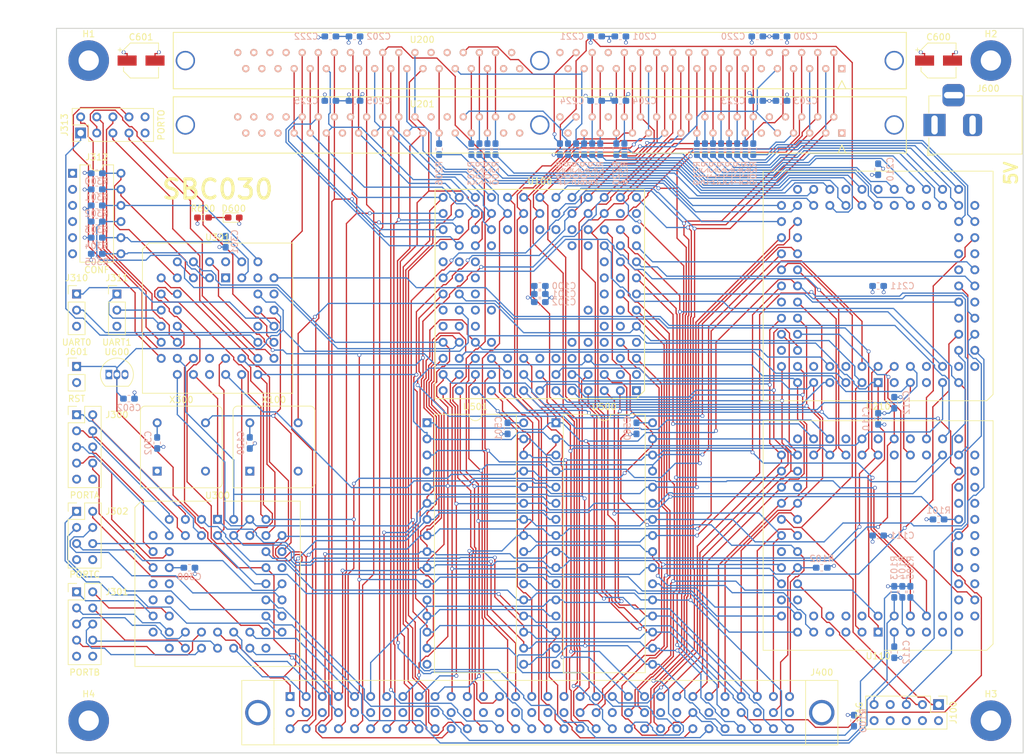
<source format=kicad_pcb>
(kicad_pcb (version 20171130) (host pcbnew 5.0.1)
  (layers (0 F.Cu signal) (1 In1.Cu power hide) (2 In2.Cu power hide) (31 B.Cu signal) (34 B.Paste user) (35 F.Paste user) (36 B.SilkS user) (37 F.SilkS user) (38 B.Mask user) (39 F.Mask user) (44 Edge.Cuts user))
  (net 0 "")
  (net 1 VCC)
  (net 2 D31)
  (net 3 D28)
  (net 4 D26)
  (net 5 "Net-(U100-PadM1)")
  (net 6 "Net-(U100-PadM2)")
  (net 7 D29)
  (net 8 SIZ0)
  (net 9 RW)
  (net 10 DS)
  (net 11 SIZ1)
  (net 12 AS)
  (net 13 GND)
  (net 14 BERR)
  (net 15 DSACK1)
  (net 16 DSACK0)
  (net 17 CLK32)
  (net 18 "Net-(U100-PadD1)")
  (net 19 FC0)
  (net 20 "Net-(U100-PadD3)")
  (net 21 FC1)
  (net 22 "Net-(U100-PadC2)")
  (net 23 A1)
  (net 24 A18)
  (net 25 A11)
  (net 26 A9)
  (net 27 A5)
  (net 28 A4)
  (net 29 "Net-(U100-PadB1)")
  (net 30 "Net-(U100-PadB2)")
  (net 31 A31)
  (net 32 A29)
  (net 33 A27)
  (net 34 A25)
  (net 35 A22)
  (net 36 A20)
  (net 37 A16)
  (net 38 A14)
  (net 39 A12)
  (net 40 A8)
  (net 41 A7)
  (net 42 A0)
  (net 43 A30)
  (net 44 A28)
  (net 45 A26)
  (net 46 A24)
  (net 47 A23)
  (net 48 A21)
  (net 49 A19)
  (net 50 A17)
  (net 51 A15)
  (net 52 A13)
  (net 53 A10)
  (net 54 D25)
  (net 55 D23)
  (net 56 D21)
  (net 57 D19)
  (net 58 D18)
  (net 59 D16)
  (net 60 D15)
  (net 61 D13)
  (net 62 D11)
  (net 63 D8)
  (net 64 D27)
  (net 65 D24)
  (net 66 D22)
  (net 67 D20)
  (net 68 D17)
  (net 69 D14)
  (net 70 D12)
  (net 71 D9)
  (net 72 D6)
  (net 73 D3)
  (net 74 D30)
  (net 75 D10)
  (net 76 D7)
  (net 77 D4)
  (net 78 D2)
  (net 79 D5)
  (net 80 D1)
  (net 81 D0)
  (net 82 "Net-(U100-PadJ12)")
  (net 83 "Net-(U100-PadJ13)")
  (net 84 IPL0)
  (net 85 IPL2)
  (net 86 IPL1)
  (net 87 RESET)
  (net 88 "Net-(U100-PadE13)")
  (net 89 A6)
  (net 90 A3)
  (net 91 A2)
  (net 92 "/SIMM72 DRAM/DRAM_A0")
  (net 93 "/SIMM72 DRAM/DRAM_A1")
  (net 94 "/SIMM72 DRAM/DRAM_A2")
  (net 95 "/SIMM72 DRAM/DRAM_A3")
  (net 96 "/SIMM72 DRAM/DRAM_A4")
  (net 97 "/SIMM72 DRAM/DRAM_A5")
  (net 98 "/SIMM72 DRAM/DRAM_A6")
  (net 99 "/SIMM72 DRAM/DRAM_A10")
  (net 100 "/SIMM72 DRAM/DRAM_A7")
  (net 101 "/SIMM72 DRAM/DRAM_A11")
  (net 102 "/SIMM72 DRAM/DRAM_A8")
  (net 103 "/SIMM72 DRAM/DRAM_A9")
  (net 104 "/SIMM72 DRAM/DRAM_RAS1")
  (net 105 "/SIMM72 DRAM/DRAM_RAS0")
  (net 106 "/SIMM72 DRAM/DRAM_CAS0")
  (net 107 "/SIMM72 DRAM/DRAM_CAS1")
  (net 108 "/SIMM72 DRAM/DRAM_CAS2")
  (net 109 "/SIMM72 DRAM/DRAM_CAS3")
  (net 110 "/SIMM72 DRAM/DRAM_WE")
  (net 111 "Net-(U200-Pad67)")
  (net 112 "Net-(U200-Pad68)")
  (net 113 "Net-(U200-Pad69)")
  (net 114 "Net-(U200-Pad70)")
  (net 115 "Net-(U201-Pad70)")
  (net 116 "Net-(U201-Pad69)")
  (net 117 "Net-(U201-Pad68)")
  (net 118 "Net-(U201-Pad67)")
  (net 119 "/SIMM72 DRAM/DRAM_RAS3")
  (net 120 "/SIMM72 DRAM/DRAM_RAS2")
  (net 121 CLK8)
  (net 122 TIRQ)
  (net 123 PIRQ)
  (net 124 ROMCS)
  (net 125 OE)
  (net 126 RAMCS)
  (net 127 "Net-(R200-Pad1)")
  (net 128 "Net-(R201-Pad1)")
  (net 129 "Net-(R202-Pad1)")
  (net 130 "Net-(R203-Pad1)")
  (net 131 "Net-(R204-Pad1)")
  (net 132 "Net-(R205-Pad1)")
  (net 133 "Net-(R206-Pad1)")
  (net 134 "Net-(R207-Pad1)")
  (net 135 "Net-(R208-Pad1)")
  (net 136 "Net-(R209-Pad1)")
  (net 137 "Net-(R210-Pad1)")
  (net 138 "Net-(R211-Pad1)")
  (net 139 "Net-(R212-Pad1)")
  (net 140 "Net-(R213-Pad1)")
  (net 141 "Net-(R214-Pad1)")
  (net 142 "Net-(R215-Pad1)")
  (net 143 "Net-(R216-Pad1)")
  (net 144 "Net-(R217-Pad1)")
  (net 145 "Net-(R218-Pad1)")
  (net 146 "Net-(R219-Pad1)")
  (net 147 "Net-(R220-Pad1)")
  (net 148 "Net-(X100-Pad1)")
  (net 149 "/MC68230FN + MC68681FN/PA0")
  (net 150 "/MC68230FN + MC68681FN/PB0")
  (net 151 "/MC68230FN + MC68681FN/PA1")
  (net 152 "/MC68230FN + MC68681FN/PB1")
  (net 153 "/MC68230FN + MC68681FN/PA2")
  (net 154 "/MC68230FN + MC68681FN/PB2")
  (net 155 "/MC68230FN + MC68681FN/PA3")
  (net 156 "/MC68230FN + MC68681FN/PB3")
  (net 157 "/MC68230FN + MC68681FN/PA4")
  (net 158 "/MC68230FN + MC68681FN/PB4")
  (net 159 "/MC68230FN + MC68681FN/PA5")
  (net 160 "/MC68230FN + MC68681FN/PB5")
  (net 161 "/MC68230FN + MC68681FN/PA6")
  (net 162 "/MC68230FN + MC68681FN/PB6")
  (net 163 "/MC68230FN + MC68681FN/PA7")
  (net 164 "/MC68230FN + MC68681FN/PB7")
  (net 165 "/MC68230FN + MC68681FN/PC0")
  (net 166 "/MC68230FN + MC68681FN/PC1")
  (net 167 "/MC68230FN + MC68681FN/PC2")
  (net 168 "/MC68230FN + MC68681FN/PC4")
  (net 169 DIRQ)
  (net 170 PCS)
  (net 171 DCS)
  (net 172 SCS)
  (net 173 "Net-(U301-Pad37)")
  (net 174 "/MC68230FN + MC68681FN/rx0")
  (net 175 "/MC68230FN + MC68681FN/tx0")
  (net 176 "/MC68230FN + MC68681FN/tx1")
  (net 177 "/MC68230FN + MC68681FN/rx1")
  (net 178 "/MC68230FN + MC68681FN/IP0")
  (net 179 "/MC68230FN + MC68681FN/IP1")
  (net 180 "/MC68230FN + MC68681FN/IP2")
  (net 181 "/MC68230FN + MC68681FN/IP3")
  (net 182 "/MC68230FN + MC68681FN/IP4")
  (net 183 "/MC68230FN + MC68681FN/IP5")
  (net 184 "Net-(X300-Pad1)")
  (net 185 "Net-(J100-Pad8)")
  (net 186 "Net-(J100-Pad7)")
  (net 187 "Net-(J100-Pad6)")
  (net 188 MIRQ)
  (net 189 "/MC68230FN + MC68681FN/OP0")
  (net 190 "/MC68230FN + MC68681FN/OP1")
  (net 191 "/MC68230FN + MC68681FN/OP2")
  (net 192 "/MC68230FN + MC68681FN/OP3")
  (net 193 "/MC68230FN + MC68681FN/OP4")
  (net 194 "/MC68230FN + MC68681FN/OP5")
  (net 195 "/MC68230FN + MC68681FN/OP6")
  (net 196 "/MC68230FN + MC68681FN/OP7")
  (net 197 "Net-(D600-Pad1)")
  (net 198 "Net-(U300-Pad15)")
  (net 199 "Net-(U300-Pad17)")
  (net 200 "Net-(U300-Pad14)")
  (net 201 "Net-(U300-Pad16)")
  (net 202 "Net-(U110-Pad28)")
  (net 203 STERM)
  (net 204 CBACK)
  (net 205 CBREQ)
  (net 206 "Net-(U110-Pad73)")
  (net 207 "Net-(U110-Pad24)")
  (net 208 "Net-(U210-Pad8)")
  (net 209 "Net-(U210-Pad29)")
  (net 210 "Net-(U210-Pad27)")
  (net 211 "Net-(U210-Pad25)")
  (net 212 "Net-(U210-Pad20)")
  (net 213 "Net-(U210-Pad12)")
  (net 214 "/MC68230FN + MC68681FN/PC6")
  (net 215 "/MC68230FN + MC68681FN/PC7")
  (net 216 "Net-(J400-PadB16)")
  (net 217 "Net-(U110-Pad79)")
  (net 218 "Net-(U110-Pad81)")
  (net 219 "Net-(U110-Pad80)")
  (net 220 TDI)
  (net 221 TMS)
  (net 222 TDO)
  (net 223 TCK)
  (net 224 TDI_CHAIN)
  (net 225 "Net-(J400-PadB7)")
  (net 226 "Net-(J400-PadB8)")
  (net 227 "Net-(J400-PadB17)")
  (net 228 "Net-(J400-PadB10)")
  (net 229 "Net-(J400-PadB11)")
  (net 230 "Net-(J400-PadB13)")
  (net 231 "Net-(J400-PadB14)")
  (net 232 "Net-(J400-PadB25)")
  (net 233 "Net-(U110-Pad22)")
  (net 234 "Net-(U110-Pad29)")
  (net 235 "Net-(U110-Pad20)")
  (net 236 "Net-(U110-Pad84)")
  (net 237 "Net-(U110-Pad11)")
  (net 238 "Net-(U110-Pad30)")
  (net 239 "Net-(U110-Pad27)")
  (net 240 "Net-(U110-Pad16)")
  (net 241 "Net-(U110-Pad12)")
  (net 242 "Net-(U110-Pad15)")
  (net 243 "Net-(U110-Pad9)")
  (net 244 "Net-(U110-Pad10)")
  (net 245 "Net-(U110-Pad18)")
  (net 246 "Net-(U110-Pad17)")
  (net 247 "Net-(U110-Pad21)")
  (net 248 "Net-(U110-Pad39)")
  (net 249 "Net-(U110-Pad33)")
  (module parts:SIM72 (layer F.Cu) (at 88.9 27.94)
    (fp_text reference U201 (at -18.542 -3.302) (layer F.SilkS))
    (fp_text value SIMM72)
    (pad 72 thru_hole circle (at -47.625 -1.27) (size 1.143 1.143) (drill 0.635) (layers *.Cu *.SilkS *.Mask) (net 13 GND))
    (pad 71 thru_hole circle (at -46.355 1.27) (size 1.143 1.143) (drill 0.635) (layers *.Cu *.SilkS *.Mask))
    (pad 70 thru_hole circle (at -45.085 -1.27) (size 1.143 1.143) (drill 0.635) (layers *.Cu *.SilkS *.Mask) (net 115 "Net-(U201-Pad70)"))
    (pad 69 thru_hole circle (at -43.815 1.27) (size 1.143 1.143) (drill 0.635) (layers *.Cu *.SilkS *.Mask) (net 116 "Net-(U201-Pad69)"))
    (pad 68 thru_hole circle (at -42.545 -1.27) (size 1.143 1.143) (drill 0.635) (layers *.Cu *.SilkS *.Mask) (net 117 "Net-(U201-Pad68)"))
    (pad 67 thru_hole circle (at -41.275 1.27) (size 1.143 1.143) (drill 0.635) (layers *.Cu *.SilkS *.Mask) (net 118 "Net-(U201-Pad67)"))
    (pad 66 thru_hole circle (at -40.005 -1.27) (size 1.143 1.143) (drill 0.635) (layers *.Cu *.SilkS *.Mask))
    (pad 65 thru_hole circle (at -38.735 1.27) (size 1.143 1.143) (drill 0.635) (layers *.Cu *.SilkS *.Mask) (net 63 D8))
    (pad 64 thru_hole circle (at -37.465 -1.27) (size 1.143 1.143) (drill 0.635) (layers *.Cu *.SilkS *.Mask) (net 81 D0))
    (pad 63 thru_hole circle (at -36.195 1.27) (size 1.143 1.143) (drill 0.635) (layers *.Cu *.SilkS *.Mask) (net 71 D9))
    (pad 62 thru_hole circle (at -34.925 -1.27) (size 1.143 1.143) (drill 0.635) (layers *.Cu *.SilkS *.Mask) (net 80 D1))
    (pad 61 thru_hole circle (at -33.655 1.27) (size 1.143 1.143) (drill 0.635) (layers *.Cu *.SilkS *.Mask) (net 75 D10))
    (pad 60 thru_hole circle (at -32.385 -1.27) (size 1.143 1.143) (drill 0.635) (layers *.Cu *.SilkS *.Mask) (net 78 D2))
    (pad 59 thru_hole circle (at -31.115 1.27) (size 1.143 1.143) (drill 0.635) (layers *.Cu *.SilkS *.Mask) (net 1 VCC))
    (pad 58 thru_hole circle (at -29.845 -1.27) (size 1.143 1.143) (drill 0.635) (layers *.Cu *.SilkS *.Mask) (net 73 D3))
    (pad 57 thru_hole circle (at -28.575 1.27) (size 1.143 1.143) (drill 0.635) (layers *.Cu *.SilkS *.Mask) (net 62 D11))
    (pad 56 thru_hole circle (at -27.305 -1.27) (size 1.143 1.143) (drill 0.635) (layers *.Cu *.SilkS *.Mask) (net 77 D4))
    (pad 55 thru_hole circle (at -26.035 1.27) (size 1.143 1.143) (drill 0.635) (layers *.Cu *.SilkS *.Mask) (net 70 D12))
    (pad 54 thru_hole circle (at -24.765 -1.27) (size 1.143 1.143) (drill 0.635) (layers *.Cu *.SilkS *.Mask) (net 79 D5))
    (pad 53 thru_hole circle (at -23.495 1.27) (size 1.143 1.143) (drill 0.635) (layers *.Cu *.SilkS *.Mask) (net 61 D13))
    (pad 52 thru_hole circle (at -22.225 -1.27) (size 1.143 1.143) (drill 0.635) (layers *.Cu *.SilkS *.Mask) (net 72 D6))
    (pad 51 thru_hole circle (at -20.955 1.27) (size 1.143 1.143) (drill 0.635) (layers *.Cu *.SilkS *.Mask) (net 69 D14))
    (pad 50 thru_hole circle (at -19.685 -1.27) (size 1.143 1.143) (drill 0.635) (layers *.Cu *.SilkS *.Mask) (net 76 D7))
    (pad 49 thru_hole circle (at -18.415 1.27) (size 1.143 1.143) (drill 0.635) (layers *.Cu *.SilkS *.Mask) (net 60 D15))
    (pad 48 thru_hole circle (at -17.145 -1.27) (size 1.143 1.143) (drill 0.635) (layers *.Cu *.SilkS *.Mask))
    (pad 47 thru_hole circle (at -15.875 1.27) (size 1.143 1.143) (drill 0.635) (layers *.Cu *.SilkS *.Mask) (net 110 "/SIMM72 DRAM/DRAM_WE"))
    (pad 46 thru_hole circle (at -14.605 -1.27) (size 1.143 1.143) (drill 0.635) (layers *.Cu *.SilkS *.Mask))
    (pad 45 thru_hole circle (at -13.335 1.27) (size 1.143 1.143) (drill 0.635) (layers *.Cu *.SilkS *.Mask) (net 119 "/SIMM72 DRAM/DRAM_RAS3"))
    (pad 44 thru_hole circle (at -12.065 -1.27) (size 1.143 1.143) (drill 0.635) (layers *.Cu *.SilkS *.Mask) (net 120 "/SIMM72 DRAM/DRAM_RAS2"))
    (pad 43 thru_hole circle (at -10.795 1.27) (size 1.143 1.143) (drill 0.635) (layers *.Cu *.SilkS *.Mask) (net 109 "/SIMM72 DRAM/DRAM_CAS3"))
    (pad 42 thru_hole circle (at -9.525 -1.27) (size 1.143 1.143) (drill 0.635) (layers *.Cu *.SilkS *.Mask) (net 108 "/SIMM72 DRAM/DRAM_CAS2"))
    (pad 41 thru_hole circle (at -8.255 1.27) (size 1.143 1.143) (drill 0.635) (layers *.Cu *.SilkS *.Mask) (net 107 "/SIMM72 DRAM/DRAM_CAS1"))
    (pad 40 thru_hole circle (at -6.985 -1.27) (size 1.143 1.143) (drill 0.635) (layers *.Cu *.SilkS *.Mask) (net 106 "/SIMM72 DRAM/DRAM_CAS0"))
    (pad 39 thru_hole circle (at -5.715 1.27) (size 1.143 1.143) (drill 0.635) (layers *.Cu *.SilkS *.Mask) (net 13 GND))
    (pad 38 thru_hole circle (at -4.445 -1.27) (size 1.143 1.143) (drill 0.635) (layers *.Cu *.SilkS *.Mask))
    (pad 37 thru_hole circle (at -3.175 1.27) (size 1.143 1.143) (drill 0.635) (layers *.Cu *.SilkS *.Mask))
    (pad 36 thru_hole circle (at 3.175 -1.27) (size 1.143 1.143) (drill 0.635) (layers *.Cu *.SilkS *.Mask))
    (pad 35 thru_hole circle (at 4.445 1.27) (size 1.143 1.143) (drill 0.635) (layers *.Cu *.SilkS *.Mask))
    (pad 34 thru_hole circle (at 5.715 -1.27) (size 1.143 1.143) (drill 0.635) (layers *.Cu *.SilkS *.Mask) (net 120 "/SIMM72 DRAM/DRAM_RAS2"))
    (pad 33 thru_hole circle (at 6.985 1.27) (size 1.143 1.143) (drill 0.635) (layers *.Cu *.SilkS *.Mask) (net 119 "/SIMM72 DRAM/DRAM_RAS3"))
    (pad 32 thru_hole circle (at 8.255 -1.27) (size 1.143 1.143) (drill 0.635) (layers *.Cu *.SilkS *.Mask) (net 103 "/SIMM72 DRAM/DRAM_A9"))
    (pad 31 thru_hole circle (at 9.525 1.27) (size 1.143 1.143) (drill 0.635) (layers *.Cu *.SilkS *.Mask) (net 102 "/SIMM72 DRAM/DRAM_A8"))
    (pad 30 thru_hole circle (at 10.795 -1.27) (size 1.143 1.143) (drill 0.635) (layers *.Cu *.SilkS *.Mask) (net 1 VCC))
    (pad 29 thru_hole circle (at 12.065 1.27) (size 1.143 1.143) (drill 0.635) (layers *.Cu *.SilkS *.Mask) (net 101 "/SIMM72 DRAM/DRAM_A11"))
    (pad 28 thru_hole circle (at 13.335 -1.27) (size 1.143 1.143) (drill 0.635) (layers *.Cu *.SilkS *.Mask) (net 100 "/SIMM72 DRAM/DRAM_A7"))
    (pad 27 thru_hole circle (at 14.605 1.27) (size 1.143 1.143) (drill 0.635) (layers *.Cu *.SilkS *.Mask) (net 59 D16))
    (pad 26 thru_hole circle (at 15.875 -1.27) (size 1.143 1.143) (drill 0.635) (layers *.Cu *.SilkS *.Mask) (net 65 D24))
    (pad 25 thru_hole circle (at 17.145 1.27) (size 1.143 1.143) (drill 0.635) (layers *.Cu *.SilkS *.Mask) (net 68 D17))
    (pad 24 thru_hole circle (at 18.415 -1.27) (size 1.143 1.143) (drill 0.635) (layers *.Cu *.SilkS *.Mask) (net 54 D25))
    (pad 23 thru_hole circle (at 19.685 1.27) (size 1.143 1.143) (drill 0.635) (layers *.Cu *.SilkS *.Mask) (net 58 D18))
    (pad 22 thru_hole circle (at 20.955 -1.27) (size 1.143 1.143) (drill 0.635) (layers *.Cu *.SilkS *.Mask) (net 4 D26))
    (pad 21 thru_hole circle (at 22.225 1.27) (size 1.143 1.143) (drill 0.635) (layers *.Cu *.SilkS *.Mask) (net 57 D19))
    (pad 20 thru_hole circle (at 23.495 -1.27) (size 1.143 1.143) (drill 0.635) (layers *.Cu *.SilkS *.Mask) (net 64 D27))
    (pad 19 thru_hole circle (at 24.765 1.27) (size 1.143 1.143) (drill 0.635) (layers *.Cu *.SilkS *.Mask) (net 99 "/SIMM72 DRAM/DRAM_A10"))
    (pad 18 thru_hole circle (at 26.035 -1.27) (size 1.143 1.143) (drill 0.635) (layers *.Cu *.SilkS *.Mask) (net 98 "/SIMM72 DRAM/DRAM_A6"))
    (pad 17 thru_hole circle (at 27.305 1.27) (size 1.143 1.143) (drill 0.635) (layers *.Cu *.SilkS *.Mask) (net 97 "/SIMM72 DRAM/DRAM_A5"))
    (pad 16 thru_hole circle (at 28.575 -1.27) (size 1.143 1.143) (drill 0.635) (layers *.Cu *.SilkS *.Mask) (net 96 "/SIMM72 DRAM/DRAM_A4"))
    (pad 15 thru_hole circle (at 29.845 1.27) (size 1.143 1.143) (drill 0.635) (layers *.Cu *.SilkS *.Mask) (net 95 "/SIMM72 DRAM/DRAM_A3"))
    (pad 14 thru_hole circle (at 31.115 -1.27) (size 1.143 1.143) (drill 0.635) (layers *.Cu *.SilkS *.Mask) (net 94 "/SIMM72 DRAM/DRAM_A2"))
    (pad 13 thru_hole circle (at 32.385 1.27) (size 1.143 1.143) (drill 0.635) (layers *.Cu *.SilkS *.Mask) (net 93 "/SIMM72 DRAM/DRAM_A1"))
    (pad 12 thru_hole circle (at 33.655 -1.27) (size 1.143 1.143) (drill 0.635) (layers *.Cu *.SilkS *.Mask) (net 92 "/SIMM72 DRAM/DRAM_A0"))
    (pad 11 thru_hole circle (at 34.925 1.27) (size 1.143 1.143) (drill 0.635) (layers *.Cu *.SilkS *.Mask))
    (pad 10 thru_hole circle (at 36.195 -1.27) (size 1.143 1.143) (drill 0.635) (layers *.Cu *.SilkS *.Mask) (net 1 VCC))
    (pad 9 thru_hole circle (at 37.465 1.27) (size 1.143 1.143) (drill 0.635) (layers *.Cu *.SilkS *.Mask) (net 67 D20))
    (pad 8 thru_hole circle (at 38.735 -1.27) (size 1.143 1.143) (drill 0.635) (layers *.Cu *.SilkS *.Mask) (net 3 D28))
    (pad 7 thru_hole circle (at 40.005 1.27) (size 1.143 1.143) (drill 0.635) (layers *.Cu *.SilkS *.Mask) (net 56 D21))
    (pad 6 thru_hole circle (at 41.275 -1.27) (size 1.143 1.143) (drill 0.635) (layers *.Cu *.SilkS *.Mask) (net 7 D29))
    (pad 5 thru_hole circle (at 42.545 1.27) (size 1.143 1.143) (drill 0.635) (layers *.Cu *.SilkS *.Mask) (net 66 D22))
    (pad 4 thru_hole circle (at 43.815 -1.27) (size 1.143 1.143) (drill 0.635) (layers *.Cu *.SilkS *.Mask) (net 74 D30))
    (pad 3 thru_hole circle (at 45.085 1.27) (size 1.143 1.143) (drill 0.635) (layers *.Cu *.SilkS *.Mask) (net 55 D23))
    (pad 2 thru_hole circle (at 46.355 -1.27) (size 1.143 1.143) (drill 0.635) (layers *.Cu *.SilkS *.Mask) (net 2 D31))
    (pad 1 thru_hole rect (at 47.625 1.27) (size 1.143 1.143) (drill 0.635) (layers *.Cu *.SilkS *.Mask) (net 13 GND))
    (pad "" thru_hole circle (at 55.88 0) (size 3.048 3.048) (drill 2.54) (layers *.Cu *.Mask))
    (pad "" thru_hole circle (at -55.88 0) (size 3.048 3.048) (drill 2.54) (layers *.Cu *.Mask))
    (pad "" thru_hole circle (at 0 0) (size 3.048 3.048) (drill 2.54) (layers *.Cu *.Mask))
  )
  (module parts:SIM72 (layer F.Cu) (at 88.9 17.78)
    (fp_text reference U200 (at -18.542 -3.302) (layer F.SilkS))
    (fp_text value SIMM72)
    (pad 72 thru_hole circle (at -47.625 -1.27) (size 1.143 1.143) (drill 0.635) (layers *.Cu *.SilkS *.Mask) (net 13 GND))
    (pad 71 thru_hole circle (at -46.355 1.27) (size 1.143 1.143) (drill 0.635) (layers *.Cu *.SilkS *.Mask))
    (pad 70 thru_hole circle (at -45.085 -1.27) (size 1.143 1.143) (drill 0.635) (layers *.Cu *.SilkS *.Mask) (net 114 "Net-(U200-Pad70)"))
    (pad 69 thru_hole circle (at -43.815 1.27) (size 1.143 1.143) (drill 0.635) (layers *.Cu *.SilkS *.Mask) (net 113 "Net-(U200-Pad69)"))
    (pad 68 thru_hole circle (at -42.545 -1.27) (size 1.143 1.143) (drill 0.635) (layers *.Cu *.SilkS *.Mask) (net 112 "Net-(U200-Pad68)"))
    (pad 67 thru_hole circle (at -41.275 1.27) (size 1.143 1.143) (drill 0.635) (layers *.Cu *.SilkS *.Mask) (net 111 "Net-(U200-Pad67)"))
    (pad 66 thru_hole circle (at -40.005 -1.27) (size 1.143 1.143) (drill 0.635) (layers *.Cu *.SilkS *.Mask))
    (pad 65 thru_hole circle (at -38.735 1.27) (size 1.143 1.143) (drill 0.635) (layers *.Cu *.SilkS *.Mask) (net 63 D8))
    (pad 64 thru_hole circle (at -37.465 -1.27) (size 1.143 1.143) (drill 0.635) (layers *.Cu *.SilkS *.Mask) (net 81 D0))
    (pad 63 thru_hole circle (at -36.195 1.27) (size 1.143 1.143) (drill 0.635) (layers *.Cu *.SilkS *.Mask) (net 71 D9))
    (pad 62 thru_hole circle (at -34.925 -1.27) (size 1.143 1.143) (drill 0.635) (layers *.Cu *.SilkS *.Mask) (net 80 D1))
    (pad 61 thru_hole circle (at -33.655 1.27) (size 1.143 1.143) (drill 0.635) (layers *.Cu *.SilkS *.Mask) (net 75 D10))
    (pad 60 thru_hole circle (at -32.385 -1.27) (size 1.143 1.143) (drill 0.635) (layers *.Cu *.SilkS *.Mask) (net 78 D2))
    (pad 59 thru_hole circle (at -31.115 1.27) (size 1.143 1.143) (drill 0.635) (layers *.Cu *.SilkS *.Mask) (net 1 VCC))
    (pad 58 thru_hole circle (at -29.845 -1.27) (size 1.143 1.143) (drill 0.635) (layers *.Cu *.SilkS *.Mask) (net 73 D3))
    (pad 57 thru_hole circle (at -28.575 1.27) (size 1.143 1.143) (drill 0.635) (layers *.Cu *.SilkS *.Mask) (net 62 D11))
    (pad 56 thru_hole circle (at -27.305 -1.27) (size 1.143 1.143) (drill 0.635) (layers *.Cu *.SilkS *.Mask) (net 77 D4))
    (pad 55 thru_hole circle (at -26.035 1.27) (size 1.143 1.143) (drill 0.635) (layers *.Cu *.SilkS *.Mask) (net 70 D12))
    (pad 54 thru_hole circle (at -24.765 -1.27) (size 1.143 1.143) (drill 0.635) (layers *.Cu *.SilkS *.Mask) (net 79 D5))
    (pad 53 thru_hole circle (at -23.495 1.27) (size 1.143 1.143) (drill 0.635) (layers *.Cu *.SilkS *.Mask) (net 61 D13))
    (pad 52 thru_hole circle (at -22.225 -1.27) (size 1.143 1.143) (drill 0.635) (layers *.Cu *.SilkS *.Mask) (net 72 D6))
    (pad 51 thru_hole circle (at -20.955 1.27) (size 1.143 1.143) (drill 0.635) (layers *.Cu *.SilkS *.Mask) (net 69 D14))
    (pad 50 thru_hole circle (at -19.685 -1.27) (size 1.143 1.143) (drill 0.635) (layers *.Cu *.SilkS *.Mask) (net 76 D7))
    (pad 49 thru_hole circle (at -18.415 1.27) (size 1.143 1.143) (drill 0.635) (layers *.Cu *.SilkS *.Mask) (net 60 D15))
    (pad 48 thru_hole circle (at -17.145 -1.27) (size 1.143 1.143) (drill 0.635) (layers *.Cu *.SilkS *.Mask))
    (pad 47 thru_hole circle (at -15.875 1.27) (size 1.143 1.143) (drill 0.635) (layers *.Cu *.SilkS *.Mask) (net 110 "/SIMM72 DRAM/DRAM_WE"))
    (pad 46 thru_hole circle (at -14.605 -1.27) (size 1.143 1.143) (drill 0.635) (layers *.Cu *.SilkS *.Mask))
    (pad 45 thru_hole circle (at -13.335 1.27) (size 1.143 1.143) (drill 0.635) (layers *.Cu *.SilkS *.Mask) (net 104 "/SIMM72 DRAM/DRAM_RAS1"))
    (pad 44 thru_hole circle (at -12.065 -1.27) (size 1.143 1.143) (drill 0.635) (layers *.Cu *.SilkS *.Mask) (net 105 "/SIMM72 DRAM/DRAM_RAS0"))
    (pad 43 thru_hole circle (at -10.795 1.27) (size 1.143 1.143) (drill 0.635) (layers *.Cu *.SilkS *.Mask) (net 109 "/SIMM72 DRAM/DRAM_CAS3"))
    (pad 42 thru_hole circle (at -9.525 -1.27) (size 1.143 1.143) (drill 0.635) (layers *.Cu *.SilkS *.Mask) (net 108 "/SIMM72 DRAM/DRAM_CAS2"))
    (pad 41 thru_hole circle (at -8.255 1.27) (size 1.143 1.143) (drill 0.635) (layers *.Cu *.SilkS *.Mask) (net 107 "/SIMM72 DRAM/DRAM_CAS1"))
    (pad 40 thru_hole circle (at -6.985 -1.27) (size 1.143 1.143) (drill 0.635) (layers *.Cu *.SilkS *.Mask) (net 106 "/SIMM72 DRAM/DRAM_CAS0"))
    (pad 39 thru_hole circle (at -5.715 1.27) (size 1.143 1.143) (drill 0.635) (layers *.Cu *.SilkS *.Mask) (net 13 GND))
    (pad 38 thru_hole circle (at -4.445 -1.27) (size 1.143 1.143) (drill 0.635) (layers *.Cu *.SilkS *.Mask))
    (pad 37 thru_hole circle (at -3.175 1.27) (size 1.143 1.143) (drill 0.635) (layers *.Cu *.SilkS *.Mask))
    (pad 36 thru_hole circle (at 3.175 -1.27) (size 1.143 1.143) (drill 0.635) (layers *.Cu *.SilkS *.Mask))
    (pad 35 thru_hole circle (at 4.445 1.27) (size 1.143 1.143) (drill 0.635) (layers *.Cu *.SilkS *.Mask))
    (pad 34 thru_hole circle (at 5.715 -1.27) (size 1.143 1.143) (drill 0.635) (layers *.Cu *.SilkS *.Mask) (net 105 "/SIMM72 DRAM/DRAM_RAS0"))
    (pad 33 thru_hole circle (at 6.985 1.27) (size 1.143 1.143) (drill 0.635) (layers *.Cu *.SilkS *.Mask) (net 104 "/SIMM72 DRAM/DRAM_RAS1"))
    (pad 32 thru_hole circle (at 8.255 -1.27) (size 1.143 1.143) (drill 0.635) (layers *.Cu *.SilkS *.Mask) (net 103 "/SIMM72 DRAM/DRAM_A9"))
    (pad 31 thru_hole circle (at 9.525 1.27) (size 1.143 1.143) (drill 0.635) (layers *.Cu *.SilkS *.Mask) (net 102 "/SIMM72 DRAM/DRAM_A8"))
    (pad 30 thru_hole circle (at 10.795 -1.27) (size 1.143 1.143) (drill 0.635) (layers *.Cu *.SilkS *.Mask) (net 1 VCC))
    (pad 29 thru_hole circle (at 12.065 1.27) (size 1.143 1.143) (drill 0.635) (layers *.Cu *.SilkS *.Mask) (net 101 "/SIMM72 DRAM/DRAM_A11"))
    (pad 28 thru_hole circle (at 13.335 -1.27) (size 1.143 1.143) (drill 0.635) (layers *.Cu *.SilkS *.Mask) (net 100 "/SIMM72 DRAM/DRAM_A7"))
    (pad 27 thru_hole circle (at 14.605 1.27) (size 1.143 1.143) (drill 0.635) (layers *.Cu *.SilkS *.Mask) (net 59 D16))
    (pad 26 thru_hole circle (at 15.875 -1.27) (size 1.143 1.143) (drill 0.635) (layers *.Cu *.SilkS *.Mask) (net 65 D24))
    (pad 25 thru_hole circle (at 17.145 1.27) (size 1.143 1.143) (drill 0.635) (layers *.Cu *.SilkS *.Mask) (net 68 D17))
    (pad 24 thru_hole circle (at 18.415 -1.27) (size 1.143 1.143) (drill 0.635) (layers *.Cu *.SilkS *.Mask) (net 54 D25))
    (pad 23 thru_hole circle (at 19.685 1.27) (size 1.143 1.143) (drill 0.635) (layers *.Cu *.SilkS *.Mask) (net 58 D18))
    (pad 22 thru_hole circle (at 20.955 -1.27) (size 1.143 1.143) (drill 0.635) (layers *.Cu *.SilkS *.Mask) (net 4 D26))
    (pad 21 thru_hole circle (at 22.225 1.27) (size 1.143 1.143) (drill 0.635) (layers *.Cu *.SilkS *.Mask) (net 57 D19))
    (pad 20 thru_hole circle (at 23.495 -1.27) (size 1.143 1.143) (drill 0.635) (layers *.Cu *.SilkS *.Mask) (net 64 D27))
    (pad 19 thru_hole circle (at 24.765 1.27) (size 1.143 1.143) (drill 0.635) (layers *.Cu *.SilkS *.Mask) (net 99 "/SIMM72 DRAM/DRAM_A10"))
    (pad 18 thru_hole circle (at 26.035 -1.27) (size 1.143 1.143) (drill 0.635) (layers *.Cu *.SilkS *.Mask) (net 98 "/SIMM72 DRAM/DRAM_A6"))
    (pad 17 thru_hole circle (at 27.305 1.27) (size 1.143 1.143) (drill 0.635) (layers *.Cu *.SilkS *.Mask) (net 97 "/SIMM72 DRAM/DRAM_A5"))
    (pad 16 thru_hole circle (at 28.575 -1.27) (size 1.143 1.143) (drill 0.635) (layers *.Cu *.SilkS *.Mask) (net 96 "/SIMM72 DRAM/DRAM_A4"))
    (pad 15 thru_hole circle (at 29.845 1.27) (size 1.143 1.143) (drill 0.635) (layers *.Cu *.SilkS *.Mask) (net 95 "/SIMM72 DRAM/DRAM_A3"))
    (pad 14 thru_hole circle (at 31.115 -1.27) (size 1.143 1.143) (drill 0.635) (layers *.Cu *.SilkS *.Mask) (net 94 "/SIMM72 DRAM/DRAM_A2"))
    (pad 13 thru_hole circle (at 32.385 1.27) (size 1.143 1.143) (drill 0.635) (layers *.Cu *.SilkS *.Mask) (net 93 "/SIMM72 DRAM/DRAM_A1"))
    (pad 12 thru_hole circle (at 33.655 -1.27) (size 1.143 1.143) (drill 0.635) (layers *.Cu *.SilkS *.Mask) (net 92 "/SIMM72 DRAM/DRAM_A0"))
    (pad 11 thru_hole circle (at 34.925 1.27) (size 1.143 1.143) (drill 0.635) (layers *.Cu *.SilkS *.Mask))
    (pad 10 thru_hole circle (at 36.195 -1.27) (size 1.143 1.143) (drill 0.635) (layers *.Cu *.SilkS *.Mask) (net 1 VCC))
    (pad 9 thru_hole circle (at 37.465 1.27) (size 1.143 1.143) (drill 0.635) (layers *.Cu *.SilkS *.Mask) (net 67 D20))
    (pad 8 thru_hole circle (at 38.735 -1.27) (size 1.143 1.143) (drill 0.635) (layers *.Cu *.SilkS *.Mask) (net 3 D28))
    (pad 7 thru_hole circle (at 40.005 1.27) (size 1.143 1.143) (drill 0.635) (layers *.Cu *.SilkS *.Mask) (net 56 D21))
    (pad 6 thru_hole circle (at 41.275 -1.27) (size 1.143 1.143) (drill 0.635) (layers *.Cu *.SilkS *.Mask) (net 7 D29))
    (pad 5 thru_hole circle (at 42.545 1.27) (size 1.143 1.143) (drill 0.635) (layers *.Cu *.SilkS *.Mask) (net 66 D22))
    (pad 4 thru_hole circle (at 43.815 -1.27) (size 1.143 1.143) (drill 0.635) (layers *.Cu *.SilkS *.Mask) (net 74 D30))
    (pad 3 thru_hole circle (at 45.085 1.27) (size 1.143 1.143) (drill 0.635) (layers *.Cu *.SilkS *.Mask) (net 55 D23))
    (pad 2 thru_hole circle (at 46.355 -1.27) (size 1.143 1.143) (drill 0.635) (layers *.Cu *.SilkS *.Mask) (net 2 D31))
    (pad 1 thru_hole rect (at 47.625 1.27) (size 1.143 1.143) (drill 0.635) (layers *.Cu *.SilkS *.Mask) (net 13 GND))
    (pad "" thru_hole circle (at 55.88 0) (size 3.048 3.048) (drill 2.54) (layers *.Cu *.Mask))
    (pad "" thru_hole circle (at -55.88 0) (size 3.048 3.048) (drill 2.54) (layers *.Cu *.Mask))
    (pad "" thru_hole circle (at 0 0) (size 3.048 3.048) (drill 2.54) (layers *.Cu *.Mask))
  )
  (module Package_LCC:PLCC-84_THT-Socket (layer F.Cu) (at 142.24 107.95 180)
    (fp_text reference U110 (at 0 -3.77 180) (layer F.SilkS))
    (fp_text value EPM7128SLC84)
    (pad 72 thru_hole circle (at 15.24 5.08 180) (size 1.4 1.4) (drill 0.8) (layers *.Cu *.Mask) (net 13 GND))
    (pad 70 thru_hole circle (at 15.24 7.62 180) (size 1.4 1.4) (drill 0.8) (layers *.Cu *.Mask) (net 21 FC1))
    (pad 68 thru_hole circle (at 15.24 10.16 180) (size 1.4 1.4) (drill 0.8) (layers *.Cu *.Mask) (net 19 FC0))
    (pad 66 thru_hole circle (at 15.24 12.7 180) (size 1.4 1.4) (drill 0.8) (layers *.Cu *.Mask) (net 1 VCC))
    (pad 64 thru_hole circle (at 15.24 15.24 180) (size 1.4 1.4) (drill 0.8) (layers *.Cu *.Mask) (net 43 A30))
    (pad 62 thru_hole circle (at 15.24 17.78 180) (size 1.4 1.4) (drill 0.8) (layers *.Cu *.Mask) (net 223 TCK))
    (pad 60 thru_hole circle (at 15.24 20.32 180) (size 1.4 1.4) (drill 0.8) (layers *.Cu *.Mask) (net 45 A26))
    (pad 58 thru_hole circle (at 15.24 22.86 180) (size 1.4 1.4) (drill 0.8) (layers *.Cu *.Mask) (net 34 A25))
    (pad 56 thru_hole circle (at 15.24 25.4 180) (size 1.4 1.4) (drill 0.8) (layers *.Cu *.Mask) (net 47 A23))
    (pad 54 thru_hole circle (at 15.24 27.94 180) (size 1.4 1.4) (drill 0.8) (layers *.Cu *.Mask) (net 36 A20))
    (pad 73 thru_hole circle (at 12.7 5.08 180) (size 1.4 1.4) (drill 0.8) (layers *.Cu *.Mask) (net 206 "Net-(U110-Pad73)"))
    (pad 71 thru_hole circle (at 12.7 7.62 180) (size 1.4 1.4) (drill 0.8) (layers *.Cu *.Mask) (net 222 TDO))
    (pad 69 thru_hole circle (at 12.7 10.16 180) (size 1.4 1.4) (drill 0.8) (layers *.Cu *.Mask) (net 188 MIRQ))
    (pad 67 thru_hole circle (at 12.7 12.7 180) (size 1.4 1.4) (drill 0.8) (layers *.Cu *.Mask) (net 31 A31))
    (pad 65 thru_hole circle (at 12.7 15.24 180) (size 1.4 1.4) (drill 0.8) (layers *.Cu *.Mask) (net 32 A29))
    (pad 63 thru_hole circle (at 12.7 17.78 180) (size 1.4 1.4) (drill 0.8) (layers *.Cu *.Mask) (net 44 A28))
    (pad 61 thru_hole circle (at 12.7 20.32 180) (size 1.4 1.4) (drill 0.8) (layers *.Cu *.Mask) (net 33 A27))
    (pad 59 thru_hole circle (at 12.7 22.86 180) (size 1.4 1.4) (drill 0.8) (layers *.Cu *.Mask) (net 13 GND))
    (pad 57 thru_hole circle (at 12.7 25.4 180) (size 1.4 1.4) (drill 0.8) (layers *.Cu *.Mask) (net 46 A24))
    (pad 55 thru_hole circle (at 12.7 27.94 180) (size 1.4 1.4) (drill 0.8) (layers *.Cu *.Mask) (net 35 A22))
    (pad 53 thru_hole circle (at 12.7 30.48 180) (size 1.4 1.4) (drill 0.8) (layers *.Cu *.Mask) (net 1 VCC))
    (pad 51 thru_hole circle (at 10.16 30.48 180) (size 1.4 1.4) (drill 0.8) (layers *.Cu *.Mask) (net 14 BERR))
    (pad 49 thru_hole circle (at 7.62 30.48 180) (size 1.4 1.4) (drill 0.8) (layers *.Cu *.Mask) (net 86 IPL1))
    (pad 47 thru_hole circle (at 5.08 30.48 180) (size 1.4 1.4) (drill 0.8) (layers *.Cu *.Mask) (net 13 GND))
    (pad 45 thru_hole circle (at 2.54 30.48 180) (size 1.4 1.4) (drill 0.8) (layers *.Cu *.Mask) (net 9 RW))
    (pad 43 thru_hole circle (at 0 30.48 180) (size 1.4 1.4) (drill 0.8) (layers *.Cu *.Mask) (net 1 VCC))
    (pad 41 thru_hole circle (at -2.54 30.48 180) (size 1.4 1.4) (drill 0.8) (layers *.Cu *.Mask) (net 91 A2))
    (pad 39 thru_hole circle (at -5.08 30.48 180) (size 1.4 1.4) (drill 0.8) (layers *.Cu *.Mask) (net 248 "Net-(U110-Pad39)"))
    (pad 37 thru_hole circle (at -7.62 30.48 180) (size 1.4 1.4) (drill 0.8) (layers *.Cu *.Mask) (net 172 SCS))
    (pad 35 thru_hole circle (at -10.16 30.48 180) (size 1.4 1.4) (drill 0.8) (layers *.Cu *.Mask) (net 171 DCS))
    (pad 33 thru_hole circle (at -12.7 30.48 180) (size 1.4 1.4) (drill 0.8) (layers *.Cu *.Mask) (net 249 "Net-(U110-Pad33)"))
    (pad 52 thru_hole circle (at 10.16 27.94 180) (size 1.4 1.4) (drill 0.8) (layers *.Cu *.Mask) (net 48 A21))
    (pad 50 thru_hole circle (at 7.62 27.94 180) (size 1.4 1.4) (drill 0.8) (layers *.Cu *.Mask) (net 37 A16))
    (pad 48 thru_hole circle (at 5.08 27.94 180) (size 1.4 1.4) (drill 0.8) (layers *.Cu *.Mask) (net 84 IPL0))
    (pad 46 thru_hole circle (at 2.54 27.94 180) (size 1.4 1.4) (drill 0.8) (layers *.Cu *.Mask) (net 85 IPL2))
    (pad 44 thru_hole circle (at 0 27.94 180) (size 1.4 1.4) (drill 0.8) (layers *.Cu *.Mask) (net 90 A3))
    (pad 42 thru_hole circle (at -2.54 27.94 180) (size 1.4 1.4) (drill 0.8) (layers *.Cu *.Mask) (net 13 GND))
    (pad 40 thru_hole circle (at -5.08 27.94 180) (size 1.4 1.4) (drill 0.8) (layers *.Cu *.Mask) (net 23 A1))
    (pad 38 thru_hole circle (at -7.62 27.94 180) (size 1.4 1.4) (drill 0.8) (layers *.Cu *.Mask) (net 1 VCC))
    (pad 36 thru_hole circle (at -10.16 27.94 180) (size 1.4 1.4) (drill 0.8) (layers *.Cu *.Mask) (net 10 DS))
    (pad 34 thru_hole circle (at -12.7 27.94 180) (size 1.4 1.4) (drill 0.8) (layers *.Cu *.Mask) (net 24 A18))
    (pad 32 thru_hole circle (at -15.24 27.94 180) (size 1.4 1.4) (drill 0.8) (layers *.Cu *.Mask) (net 13 GND))
    (pad 30 thru_hole circle (at -15.24 25.4 180) (size 1.4 1.4) (drill 0.8) (layers *.Cu *.Mask) (net 238 "Net-(U110-Pad30)"))
    (pad 28 thru_hole circle (at -15.24 22.86 180) (size 1.4 1.4) (drill 0.8) (layers *.Cu *.Mask) (net 202 "Net-(U110-Pad28)"))
    (pad 26 thru_hole circle (at -15.24 20.32 180) (size 1.4 1.4) (drill 0.8) (layers *.Cu *.Mask) (net 1 VCC))
    (pad 24 thru_hole circle (at -15.24 17.78 180) (size 1.4 1.4) (drill 0.8) (layers *.Cu *.Mask) (net 207 "Net-(U110-Pad24)"))
    (pad 22 thru_hole circle (at -15.24 15.24 180) (size 1.4 1.4) (drill 0.8) (layers *.Cu *.Mask) (net 233 "Net-(U110-Pad22)"))
    (pad 20 thru_hole circle (at -15.24 12.7 180) (size 1.4 1.4) (drill 0.8) (layers *.Cu *.Mask) (net 235 "Net-(U110-Pad20)"))
    (pad 18 thru_hole circle (at -15.24 10.16 180) (size 1.4 1.4) (drill 0.8) (layers *.Cu *.Mask) (net 245 "Net-(U110-Pad18)"))
    (pad 16 thru_hole circle (at -15.24 7.62 180) (size 1.4 1.4) (drill 0.8) (layers *.Cu *.Mask) (net 240 "Net-(U110-Pad16)"))
    (pad 14 thru_hole circle (at -15.24 5.08 180) (size 1.4 1.4) (drill 0.8) (layers *.Cu *.Mask) (net 224 TDI_CHAIN))
    (pad 12 thru_hole circle (at -15.24 2.54 180) (size 1.4 1.4) (drill 0.8) (layers *.Cu *.Mask) (net 241 "Net-(U110-Pad12)"))
    (pad 31 thru_hole circle (at -12.7 25.4 180) (size 1.4 1.4) (drill 0.8) (layers *.Cu *.Mask) (net 49 A19))
    (pad 29 thru_hole circle (at -12.7 22.86 180) (size 1.4 1.4) (drill 0.8) (layers *.Cu *.Mask) (net 234 "Net-(U110-Pad29)"))
    (pad 27 thru_hole circle (at -12.7 20.32 180) (size 1.4 1.4) (drill 0.8) (layers *.Cu *.Mask) (net 239 "Net-(U110-Pad27)"))
    (pad 25 thru_hole circle (at -12.7 17.78 180) (size 1.4 1.4) (drill 0.8) (layers *.Cu *.Mask) (net 16 DSACK0))
    (pad 23 thru_hole circle (at -12.7 15.24 180) (size 1.4 1.4) (drill 0.8) (layers *.Cu *.Mask) (net 221 TMS))
    (pad 21 thru_hole circle (at -12.7 12.7 180) (size 1.4 1.4) (drill 0.8) (layers *.Cu *.Mask) (net 247 "Net-(U110-Pad21)"))
    (pad 19 thru_hole circle (at -12.7 10.16 180) (size 1.4 1.4) (drill 0.8) (layers *.Cu *.Mask) (net 13 GND))
    (pad 17 thru_hole circle (at -12.7 7.62 180) (size 1.4 1.4) (drill 0.8) (layers *.Cu *.Mask) (net 246 "Net-(U110-Pad17)"))
    (pad 15 thru_hole circle (at -12.7 5.08 180) (size 1.4 1.4) (drill 0.8) (layers *.Cu *.Mask) (net 242 "Net-(U110-Pad15)"))
    (pad 13 thru_hole circle (at -12.7 2.54 180) (size 1.4 1.4) (drill 0.8) (layers *.Cu *.Mask) (net 1 VCC))
    (pad 75 thru_hole circle (at 12.7 0 180) (size 1.4 1.4) (drill 0.8) (layers *.Cu *.Mask) (net 126 RAMCS))
    (pad 77 thru_hole circle (at 10.16 0 180) (size 1.4 1.4) (drill 0.8) (layers *.Cu *.Mask) (net 125 OE))
    (pad 79 thru_hole circle (at 7.62 0 180) (size 1.4 1.4) (drill 0.8) (layers *.Cu *.Mask) (net 217 "Net-(U110-Pad79)"))
    (pad 81 thru_hole circle (at 5.08 0 180) (size 1.4 1.4) (drill 0.8) (layers *.Cu *.Mask) (net 218 "Net-(U110-Pad81)"))
    (pad 83 thru_hole circle (at 2.54 0 180) (size 1.4 1.4) (drill 0.8) (layers *.Cu *.Mask) (net 17 CLK32))
    (pad 11 thru_hole circle (at -12.7 0 180) (size 1.4 1.4) (drill 0.8) (layers *.Cu *.Mask) (net 237 "Net-(U110-Pad11)"))
    (pad 9 thru_hole circle (at -10.16 0 180) (size 1.4 1.4) (drill 0.8) (layers *.Cu *.Mask) (net 243 "Net-(U110-Pad9)"))
    (pad 7 thru_hole circle (at -7.62 0 180) (size 1.4 1.4) (drill 0.8) (layers *.Cu *.Mask) (net 13 GND))
    (pad 5 thru_hole circle (at -5.08 0 180) (size 1.4 1.4) (drill 0.8) (layers *.Cu *.Mask) (net 123 PIRQ))
    (pad 3 thru_hole circle (at -2.54 0 180) (size 1.4 1.4) (drill 0.8) (layers *.Cu *.Mask) (net 1 VCC))
    (pad 1 thru_hole rect (at 0 0 180) (size 1.4 1.4) (drill 0.8) (layers *.Cu *.Mask) (net 87 RESET))
    (pad 74 thru_hole circle (at 15.24 2.54 180) (size 1.4 1.4) (drill 0.8) (layers *.Cu *.Mask) (net 170 PCS))
    (pad 76 thru_hole circle (at 12.7 2.54 180) (size 1.4 1.4) (drill 0.8) (layers *.Cu *.Mask) (net 124 ROMCS))
    (pad 78 thru_hole circle (at 10.16 2.54 180) (size 1.4 1.4) (drill 0.8) (layers *.Cu *.Mask) (net 1 VCC))
    (pad 80 thru_hole circle (at 7.62 2.54 180) (size 1.4 1.4) (drill 0.8) (layers *.Cu *.Mask) (net 219 "Net-(U110-Pad80)"))
    (pad 82 thru_hole circle (at 5.08 2.54 180) (size 1.4 1.4) (drill 0.8) (layers *.Cu *.Mask) (net 13 GND))
    (pad 84 thru_hole circle (at 2.54 2.54 180) (size 1.4 1.4) (drill 0.8) (layers *.Cu *.Mask) (net 236 "Net-(U110-Pad84)"))
    (pad 10 thru_hole circle (at -10.16 2.54 180) (size 1.4 1.4) (drill 0.8) (layers *.Cu *.Mask) (net 244 "Net-(U110-Pad10)"))
    (pad 8 thru_hole circle (at -7.62 2.54 180) (size 1.4 1.4) (drill 0.8) (layers *.Cu *.Mask) (net 169 DIRQ))
    (pad 6 thru_hole circle (at -5.08 2.54 180) (size 1.4 1.4) (drill 0.8) (layers *.Cu *.Mask) (net 50 A17))
    (pad 4 thru_hole circle (at -2.54 2.54 180) (size 1.4 1.4) (drill 0.8) (layers *.Cu *.Mask) (net 122 TIRQ))
    (pad 2 thru_hole circle (at 0 2.54 180) (size 1.4 1.4) (drill 0.8) (layers *.Cu *.Mask) (net 12 AS))
  )
  (module parts:PGA128 (layer F.Cu) (at 88.9 54.61)
    (fp_text reference U100 (at 0 -17.78) (layer F.SilkS))
    (fp_text value MC68030RP)
    (pad K5 thru_hole circle (at 5.08 -7.62) (size 1.4 1.4) (drill 0.8) (layers *.Cu *.Mask))
    (pad F10 thru_hole circle (at -7.62 2.54) (size 1.4 1.4) (drill 0.8) (layers *.Cu *.Mask))
    (pad F4 thru_hole circle (at 7.62 2.54) (size 1.4 1.4) (drill 0.8) (layers *.Cu *.Mask))
    (pad D5 thru_hole circle (at 5.08 7.62) (size 1.4 1.4) (drill 0.8) (layers *.Cu *.Mask))
    (pad K4 thru_hole circle (at 7.62 -7.62) (size 1.4 1.4) (drill 0.8) (layers *.Cu *.Mask) (net 1 VCC))
    (pad K10 thru_hole circle (at -7.62 -7.62) (size 1.4 1.4) (drill 0.8) (layers *.Cu *.Mask) (net 1 VCC))
    (pad D10 thru_hole circle (at -7.62 7.62) (size 1.4 1.4) (drill 0.8) (layers *.Cu *.Mask) (net 1 VCC))
    (pad D4 thru_hole circle (at 7.62 7.62) (size 1.4 1.4) (drill 0.8) (layers *.Cu *.Mask) (net 1 VCC))
    (pad D13 thru_hole circle (at -15.24 7.62) (size 1.4 1.4) (drill 0.8) (layers *.Cu *.Mask) (net 91 A2))
    (pad D12 thru_hole circle (at -12.7 7.62) (size 1.4 1.4) (drill 0.8) (layers *.Cu *.Mask) (net 90 A3))
    (pad D11 thru_hole circle (at -10.16 7.62) (size 1.4 1.4) (drill 0.8) (layers *.Cu *.Mask) (net 89 A6))
    (pad E13 thru_hole circle (at -15.24 5.08) (size 1.4 1.4) (drill 0.8) (layers *.Cu *.Mask) (net 88 "Net-(U100-PadE13)"))
    (pad E12 thru_hole circle (at -12.7 5.08) (size 1.4 1.4) (drill 0.8) (layers *.Cu *.Mask))
    (pad E11 thru_hole circle (at -10.16 5.08) (size 1.4 1.4) (drill 0.8) (layers *.Cu *.Mask) (net 13 GND))
    (pad F13 thru_hole circle (at -15.24 2.54) (size 1.4 1.4) (drill 0.8) (layers *.Cu *.Mask) (net 1 VCC))
    (pad F12 thru_hole circle (at -12.7 2.54) (size 1.4 1.4) (drill 0.8) (layers *.Cu *.Mask) (net 87 RESET))
    (pad F11 thru_hole circle (at -10.16 2.54) (size 1.4 1.4) (drill 0.8) (layers *.Cu *.Mask) (net 1 VCC))
    (pad G13 thru_hole circle (at -15.24 0) (size 1.4 1.4) (drill 0.8) (layers *.Cu *.Mask) (net 86 IPL1))
    (pad G12 thru_hole circle (at -12.7 0) (size 1.4 1.4) (drill 0.8) (layers *.Cu *.Mask) (net 85 IPL2))
    (pad G11 thru_hole circle (at -10.16 0) (size 1.4 1.4) (drill 0.8) (layers *.Cu *.Mask) (net 13 GND))
    (pad H13 thru_hole circle (at -15.24 -2.54) (size 1.4 1.4) (drill 0.8) (layers *.Cu *.Mask) (net 84 IPL0))
    (pad H12 thru_hole circle (at -12.7 -2.54) (size 1.4 1.4) (drill 0.8) (layers *.Cu *.Mask) (net 1 VCC))
    (pad H11 thru_hole circle (at -10.16 -2.54) (size 1.4 1.4) (drill 0.8) (layers *.Cu *.Mask) (net 1 VCC))
    (pad J13 thru_hole circle (at -15.24 -5.08) (size 1.4 1.4) (drill 0.8) (layers *.Cu *.Mask) (net 83 "Net-(U100-PadJ13)"))
    (pad J12 thru_hole circle (at -12.7 -5.08) (size 1.4 1.4) (drill 0.8) (layers *.Cu *.Mask) (net 82 "Net-(U100-PadJ12)"))
    (pad J11 thru_hole circle (at -10.16 -5.08) (size 1.4 1.4) (drill 0.8) (layers *.Cu *.Mask) (net 13 GND))
    (pad K13 thru_hole circle (at -15.24 -7.62) (size 1.4 1.4) (drill 0.8) (layers *.Cu *.Mask) (net 81 D0))
    (pad K12 thru_hole circle (at -12.7 -7.62) (size 1.4 1.4) (drill 0.8) (layers *.Cu *.Mask) (net 80 D1))
    (pad K11 thru_hole circle (at -10.16 -7.62) (size 1.4 1.4) (drill 0.8) (layers *.Cu *.Mask) (net 79 D5))
    (pad L13 thru_hole circle (at -15.24 -10.16) (size 1.4 1.4) (drill 0.8) (layers *.Cu *.Mask) (net 78 D2))
    (pad L12 thru_hole circle (at -12.7 -10.16) (size 1.4 1.4) (drill 0.8) (layers *.Cu *.Mask) (net 77 D4))
    (pad L11 thru_hole circle (at -10.16 -10.16) (size 1.4 1.4) (drill 0.8) (layers *.Cu *.Mask) (net 76 D7))
    (pad L10 thru_hole circle (at -7.62 -10.16) (size 1.4 1.4) (drill 0.8) (layers *.Cu *.Mask) (net 75 D10))
    (pad L9 thru_hole circle (at -5.08 -10.16) (size 1.4 1.4) (drill 0.8) (layers *.Cu *.Mask) (net 13 GND))
    (pad L8 thru_hole circle (at -2.54 -10.16) (size 1.4 1.4) (drill 0.8) (layers *.Cu *.Mask) (net 13 GND))
    (pad L7 thru_hole circle (at 0 -10.16) (size 1.4 1.4) (drill 0.8) (layers *.Cu *.Mask) (net 13 GND))
    (pad L6 thru_hole circle (at 2.54 -10.16) (size 1.4 1.4) (drill 0.8) (layers *.Cu *.Mask) (net 1 VCC))
    (pad L5 thru_hole circle (at 5.08 -10.16) (size 1.4 1.4) (drill 0.8) (layers *.Cu *.Mask) (net 13 GND))
    (pad L4 thru_hole circle (at 7.62 -10.16) (size 1.4 1.4) (drill 0.8) (layers *.Cu *.Mask) (net 74 D30))
    (pad M13 thru_hole circle (at -15.24 -12.7) (size 1.4 1.4) (drill 0.8) (layers *.Cu *.Mask) (net 73 D3))
    (pad M12 thru_hole circle (at -12.7 -12.7) (size 1.4 1.4) (drill 0.8) (layers *.Cu *.Mask) (net 72 D6))
    (pad M11 thru_hole circle (at -10.16 -12.7) (size 1.4 1.4) (drill 0.8) (layers *.Cu *.Mask) (net 71 D9))
    (pad M10 thru_hole circle (at -7.62 -12.7) (size 1.4 1.4) (drill 0.8) (layers *.Cu *.Mask) (net 70 D12))
    (pad M9 thru_hole circle (at -5.08 -12.7) (size 1.4 1.4) (drill 0.8) (layers *.Cu *.Mask) (net 69 D14))
    (pad M8 thru_hole circle (at -2.54 -12.7) (size 1.4 1.4) (drill 0.8) (layers *.Cu *.Mask) (net 68 D17))
    (pad M7 thru_hole circle (at 0 -12.7) (size 1.4 1.4) (drill 0.8) (layers *.Cu *.Mask) (net 67 D20))
    (pad M6 thru_hole circle (at 2.54 -12.7) (size 1.4 1.4) (drill 0.8) (layers *.Cu *.Mask) (net 66 D22))
    (pad M5 thru_hole circle (at 5.08 -12.7) (size 1.4 1.4) (drill 0.8) (layers *.Cu *.Mask) (net 65 D24))
    (pad M4 thru_hole circle (at 7.62 -12.7) (size 1.4 1.4) (drill 0.8) (layers *.Cu *.Mask) (net 64 D27))
    (pad N13 thru_hole circle (at -15.24 -15.24) (size 1.4 1.4) (drill 0.8) (layers *.Cu *.Mask) (net 63 D8))
    (pad N12 thru_hole circle (at -12.7 -15.24) (size 1.4 1.4) (drill 0.8) (layers *.Cu *.Mask) (net 62 D11))
    (pad N11 thru_hole circle (at -10.16 -15.24) (size 1.4 1.4) (drill 0.8) (layers *.Cu *.Mask) (net 61 D13))
    (pad N10 thru_hole circle (at -7.62 -15.24) (size 1.4 1.4) (drill 0.8) (layers *.Cu *.Mask) (net 60 D15))
    (pad N9 thru_hole circle (at -5.08 -15.24) (size 1.4 1.4) (drill 0.8) (layers *.Cu *.Mask) (net 59 D16))
    (pad N8 thru_hole circle (at -2.54 -15.24) (size 1.4 1.4) (drill 0.8) (layers *.Cu *.Mask) (net 58 D18))
    (pad N7 thru_hole circle (at 0 -15.24) (size 1.4 1.4) (drill 0.8) (layers *.Cu *.Mask) (net 57 D19))
    (pad N6 thru_hole circle (at 2.54 -15.24) (size 1.4 1.4) (drill 0.8) (layers *.Cu *.Mask) (net 56 D21))
    (pad N5 thru_hole circle (at 5.08 -15.24) (size 1.4 1.4) (drill 0.8) (layers *.Cu *.Mask) (net 55 D23))
    (pad N4 thru_hole circle (at 7.62 -15.24) (size 1.4 1.4) (drill 0.8) (layers *.Cu *.Mask) (net 54 D25))
    (pad A13 thru_hole circle (at -15.24 15.24) (size 1.4 1.4) (drill 0.8) (layers *.Cu *.Mask) (net 53 A10))
    (pad A12 thru_hole circle (at -12.7 15.24) (size 1.4 1.4) (drill 0.8) (layers *.Cu *.Mask) (net 52 A13))
    (pad A11 thru_hole circle (at -10.16 15.24) (size 1.4 1.4) (drill 0.8) (layers *.Cu *.Mask) (net 51 A15))
    (pad A10 thru_hole circle (at -7.62 15.24) (size 1.4 1.4) (drill 0.8) (layers *.Cu *.Mask) (net 50 A17))
    (pad A9 thru_hole circle (at -5.08 15.24) (size 1.4 1.4) (drill 0.8) (layers *.Cu *.Mask) (net 49 A19))
    (pad A8 thru_hole circle (at -2.54 15.24) (size 1.4 1.4) (drill 0.8) (layers *.Cu *.Mask) (net 48 A21))
    (pad A7 thru_hole circle (at 0 15.24) (size 1.4 1.4) (drill 0.8) (layers *.Cu *.Mask) (net 47 A23))
    (pad A6 thru_hole circle (at 2.54 15.24) (size 1.4 1.4) (drill 0.8) (layers *.Cu *.Mask) (net 46 A24))
    (pad A5 thru_hole circle (at 5.08 15.24) (size 1.4 1.4) (drill 0.8) (layers *.Cu *.Mask) (net 45 A26))
    (pad A4 thru_hole circle (at 7.62 15.24) (size 1.4 1.4) (drill 0.8) (layers *.Cu *.Mask) (net 44 A28))
    (pad A3 thru_hole circle (at 10.16 15.24) (size 1.4 1.4) (drill 0.8) (layers *.Cu *.Mask) (net 43 A30))
    (pad A2 thru_hole circle (at 12.7 15.24) (size 1.4 1.4) (drill 0.8) (layers *.Cu *.Mask) (net 42 A0))
    (pad A1 thru_hole rect (at 15.24 15.24) (size 1.397 1.397) (drill 0.7874) (layers *.Cu *.Mask) (net 1 VCC))
    (pad B13 thru_hole circle (at -15.24 12.7) (size 1.4 1.4) (drill 0.8) (layers *.Cu *.Mask) (net 41 A7))
    (pad B12 thru_hole circle (at -12.7 12.7) (size 1.4 1.4) (drill 0.8) (layers *.Cu *.Mask) (net 40 A8))
    (pad B11 thru_hole circle (at -10.16 12.7) (size 1.4 1.4) (drill 0.8) (layers *.Cu *.Mask) (net 39 A12))
    (pad B10 thru_hole circle (at -7.62 12.7) (size 1.4 1.4) (drill 0.8) (layers *.Cu *.Mask) (net 38 A14))
    (pad B9 thru_hole circle (at -5.08 12.7) (size 1.4 1.4) (drill 0.8) (layers *.Cu *.Mask) (net 37 A16))
    (pad B8 thru_hole circle (at -2.54 12.7) (size 1.4 1.4) (drill 0.8) (layers *.Cu *.Mask) (net 36 A20))
    (pad B7 thru_hole circle (at 0 12.7) (size 1.4 1.4) (drill 0.8) (layers *.Cu *.Mask) (net 35 A22))
    (pad B6 thru_hole circle (at 2.54 12.7) (size 1.4 1.4) (drill 0.8) (layers *.Cu *.Mask) (net 34 A25))
    (pad B5 thru_hole circle (at 5.08 12.7) (size 1.4 1.4) (drill 0.8) (layers *.Cu *.Mask) (net 33 A27))
    (pad B4 thru_hole circle (at 7.62 12.7) (size 1.4 1.4) (drill 0.8) (layers *.Cu *.Mask) (net 32 A29))
    (pad B3 thru_hole circle (at 10.16 12.7) (size 1.4 1.4) (drill 0.8) (layers *.Cu *.Mask) (net 31 A31))
    (pad B2 thru_hole circle (at 12.7 12.7) (size 1.4 1.4) (drill 0.8) (layers *.Cu *.Mask) (net 30 "Net-(U100-PadB2)"))
    (pad B1 thru_hole circle (at 15.24 12.7) (size 1.4 1.4) (drill 0.8) (layers *.Cu *.Mask) (net 29 "Net-(U100-PadB1)"))
    (pad C13 thru_hole circle (at -15.24 10.16) (size 1.4 1.4) (drill 0.8) (layers *.Cu *.Mask) (net 28 A4))
    (pad C12 thru_hole circle (at -12.7 10.16) (size 1.4 1.4) (drill 0.8) (layers *.Cu *.Mask) (net 27 A5))
    (pad C11 thru_hole circle (at -10.16 10.16) (size 1.4 1.4) (drill 0.8) (layers *.Cu *.Mask) (net 26 A9))
    (pad C10 thru_hole circle (at -7.62 10.16) (size 1.4 1.4) (drill 0.8) (layers *.Cu *.Mask) (net 25 A11))
    (pad C9 thru_hole circle (at -5.08 10.16) (size 1.4 1.4) (drill 0.8) (layers *.Cu *.Mask) (net 13 GND))
    (pad C8 thru_hole circle (at -2.54 10.16) (size 1.4 1.4) (drill 0.8) (layers *.Cu *.Mask) (net 24 A18))
    (pad C7 thru_hole circle (at 0 10.16) (size 1.4 1.4) (drill 0.8) (layers *.Cu *.Mask) (net 13 GND))
    (pad C6 thru_hole circle (at 2.54 10.16) (size 1.4 1.4) (drill 0.8) (layers *.Cu *.Mask) (net 1 VCC))
    (pad C5 thru_hole circle (at 5.08 10.16) (size 1.4 1.4) (drill 0.8) (layers *.Cu *.Mask) (net 13 GND))
    (pad C4 thru_hole circle (at 7.62 10.16) (size 1.4 1.4) (drill 0.8) (layers *.Cu *.Mask) (net 23 A1))
    (pad C3 thru_hole circle (at 10.16 10.16) (size 1.4 1.4) (drill 0.8) (layers *.Cu *.Mask) (net 1 VCC))
    (pad C2 thru_hole circle (at 12.7 10.16) (size 1.4 1.4) (drill 0.8) (layers *.Cu *.Mask) (net 22 "Net-(U100-PadC2)"))
    (pad C1 thru_hole circle (at 15.24 10.16) (size 1.4 1.4) (drill 0.8) (layers *.Cu *.Mask) (net 21 FC1))
    (pad D3 thru_hole circle (at 10.16 7.62) (size 1.4 1.4) (drill 0.8) (layers *.Cu *.Mask) (net 20 "Net-(U100-PadD3)"))
    (pad D2 thru_hole circle (at 12.7 7.62) (size 1.4 1.4) (drill 0.8) (layers *.Cu *.Mask) (net 19 FC0))
    (pad D1 thru_hole circle (at 15.24 7.62) (size 1.4 1.4) (drill 0.8) (layers *.Cu *.Mask) (net 18 "Net-(U100-PadD1)"))
    (pad E3 thru_hole circle (at 10.16 5.08) (size 1.4 1.4) (drill 0.8) (layers *.Cu *.Mask) (net 13 GND))
    (pad E2 thru_hole circle (at 12.7 5.08) (size 1.4 1.4) (drill 0.8) (layers *.Cu *.Mask) (net 1 VCC))
    (pad E1 thru_hole circle (at 15.24 5.08) (size 1.4 1.4) (drill 0.8) (layers *.Cu *.Mask) (net 17 CLK32))
    (pad F3 thru_hole circle (at 10.16 2.54) (size 1.4 1.4) (drill 0.8) (layers *.Cu *.Mask) (net 13 GND))
    (pad F2 thru_hole circle (at 12.7 2.54) (size 1.4 1.4) (drill 0.8) (layers *.Cu *.Mask) (net 1 VCC))
    (pad F1 thru_hole circle (at 15.24 2.54) (size 1.4 1.4) (drill 0.8) (layers *.Cu *.Mask) (net 16 DSACK0))
    (pad G3 thru_hole circle (at 10.16 0) (size 1.4 1.4) (drill 0.8) (layers *.Cu *.Mask) (net 13 GND))
    (pad G2 thru_hole circle (at 12.7 0) (size 1.4 1.4) (drill 0.8) (layers *.Cu *.Mask) (net 15 DSACK1))
    (pad G1 thru_hole circle (at 15.24 0) (size 1.4 1.4) (drill 0.8) (layers *.Cu *.Mask) (net 203 STERM))
    (pad H3 thru_hole circle (at 10.16 -2.54) (size 1.4 1.4) (drill 0.8) (layers *.Cu *.Mask) (net 1 VCC))
    (pad H2 thru_hole circle (at 12.7 -2.54) (size 1.4 1.4) (drill 0.8) (layers *.Cu *.Mask) (net 1 VCC))
    (pad H1 thru_hole circle (at 15.24 -2.54) (size 1.4 1.4) (drill 0.8) (layers *.Cu *.Mask) (net 14 BERR))
    (pad J3 thru_hole circle (at 10.16 -5.08) (size 1.4 1.4) (drill 0.8) (layers *.Cu *.Mask) (net 13 GND))
    (pad J2 thru_hole circle (at 12.7 -5.08) (size 1.4 1.4) (drill 0.8) (layers *.Cu *.Mask) (net 12 AS))
    (pad J1 thru_hole circle (at 15.24 -5.08) (size 1.4 1.4) (drill 0.8) (layers *.Cu *.Mask) (net 204 CBACK))
    (pad K3 thru_hole circle (at 10.16 -7.62) (size 1.4 1.4) (drill 0.8) (layers *.Cu *.Mask) (net 11 SIZ1))
    (pad K2 thru_hole circle (at 12.7 -7.62) (size 1.4 1.4) (drill 0.8) (layers *.Cu *.Mask) (net 10 DS))
    (pad K1 thru_hole circle (at 15.24 -7.62) (size 1.4 1.4) (drill 0.8) (layers *.Cu *.Mask) (net 205 CBREQ))
    (pad L3 thru_hole circle (at 10.16 -10.16) (size 1.4 1.4) (drill 0.8) (layers *.Cu *.Mask) (net 9 RW))
    (pad L2 thru_hole circle (at 12.7 -10.16) (size 1.4 1.4) (drill 0.8) (layers *.Cu *.Mask) (net 8 SIZ0))
    (pad L1 thru_hole circle (at 15.24 -10.16) (size 1.4 1.4) (drill 0.8) (layers *.Cu *.Mask) (net 1 VCC))
    (pad M3 thru_hole circle (at 10.16 -12.7) (size 1.4 1.4) (drill 0.8) (layers *.Cu *.Mask) (net 7 D29))
    (pad M2 thru_hole circle (at 12.7 -12.7) (size 1.4 1.4) (drill 0.8) (layers *.Cu *.Mask) (net 6 "Net-(U100-PadM2)"))
    (pad M1 thru_hole circle (at 15.24 -12.7) (size 1.4 1.4) (drill 0.8) (layers *.Cu *.Mask) (net 5 "Net-(U100-PadM1)"))
    (pad N3 thru_hole circle (at 10.16 -15.24) (size 1.4 1.4) (drill 0.8) (layers *.Cu *.Mask) (net 4 D26))
    (pad N2 thru_hole circle (at 12.7 -15.24) (size 1.4 1.4) (drill 0.8) (layers *.Cu *.Mask) (net 3 D28))
    (pad N1 thru_hole circle (at 15.24 -15.24) (size 1.4 1.4) (drill 0.8) (layers *.Cu *.Mask) (net 2 D31))
  )
  (module Package_LCC:PLCC-84_THT-Socket (layer F.Cu) (at 142.24 68.58 180)
    (fp_text reference U210 (at 0 -3.77 180) (layer F.SilkS))
    (fp_text value EPM7128SLC84)
    (pad 72 thru_hole circle (at 15.24 5.08 180) (size 1.4 1.4) (drill 0.8) (layers *.Cu *.Mask) (net 13 GND))
    (pad 70 thru_hole circle (at 15.24 7.62 180) (size 1.4 1.4) (drill 0.8) (layers *.Cu *.Mask) (net 35 A22))
    (pad 68 thru_hole circle (at 15.24 10.16 180) (size 1.4 1.4) (drill 0.8) (layers *.Cu *.Mask) (net 36 A20))
    (pad 66 thru_hole circle (at 15.24 12.7 180) (size 1.4 1.4) (drill 0.8) (layers *.Cu *.Mask) (net 1 VCC))
    (pad 64 thru_hole circle (at 15.24 15.24 180) (size 1.4 1.4) (drill 0.8) (layers *.Cu *.Mask) (net 50 A17))
    (pad 62 thru_hole circle (at 15.24 17.78 180) (size 1.4 1.4) (drill 0.8) (layers *.Cu *.Mask) (net 223 TCK))
    (pad 60 thru_hole circle (at 15.24 20.32 180) (size 1.4 1.4) (drill 0.8) (layers *.Cu *.Mask) (net 38 A14))
    (pad 58 thru_hole circle (at 15.24 22.86 180) (size 1.4 1.4) (drill 0.8) (layers *.Cu *.Mask) (net 52 A13))
    (pad 56 thru_hole circle (at 15.24 25.4 180) (size 1.4 1.4) (drill 0.8) (layers *.Cu *.Mask) (net 133 "Net-(R206-Pad1)"))
    (pad 54 thru_hole circle (at 15.24 27.94 180) (size 1.4 1.4) (drill 0.8) (layers *.Cu *.Mask) (net 129 "Net-(R202-Pad1)"))
    (pad 73 thru_hole circle (at 12.7 5.08 180) (size 1.4 1.4) (drill 0.8) (layers *.Cu *.Mask) (net 47 A23))
    (pad 71 thru_hole circle (at 12.7 7.62 180) (size 1.4 1.4) (drill 0.8) (layers *.Cu *.Mask) (net 224 TDI_CHAIN))
    (pad 69 thru_hole circle (at 12.7 10.16 180) (size 1.4 1.4) (drill 0.8) (layers *.Cu *.Mask) (net 48 A21))
    (pad 67 thru_hole circle (at 12.7 12.7 180) (size 1.4 1.4) (drill 0.8) (layers *.Cu *.Mask) (net 49 A19))
    (pad 65 thru_hole circle (at 12.7 15.24 180) (size 1.4 1.4) (drill 0.8) (layers *.Cu *.Mask) (net 24 A18))
    (pad 63 thru_hole circle (at 12.7 17.78 180) (size 1.4 1.4) (drill 0.8) (layers *.Cu *.Mask) (net 37 A16))
    (pad 61 thru_hole circle (at 12.7 20.32 180) (size 1.4 1.4) (drill 0.8) (layers *.Cu *.Mask) (net 51 A15))
    (pad 59 thru_hole circle (at 12.7 22.86 180) (size 1.4 1.4) (drill 0.8) (layers *.Cu *.Mask) (net 13 GND))
    (pad 57 thru_hole circle (at 12.7 25.4 180) (size 1.4 1.4) (drill 0.8) (layers *.Cu *.Mask) (net 39 A12))
    (pad 55 thru_hole circle (at 12.7 27.94 180) (size 1.4 1.4) (drill 0.8) (layers *.Cu *.Mask) (net 130 "Net-(R203-Pad1)"))
    (pad 53 thru_hole circle (at 12.7 30.48 180) (size 1.4 1.4) (drill 0.8) (layers *.Cu *.Mask) (net 1 VCC))
    (pad 51 thru_hole circle (at 10.16 30.48 180) (size 1.4 1.4) (drill 0.8) (layers *.Cu *.Mask) (net 127 "Net-(R200-Pad1)"))
    (pad 49 thru_hole circle (at 7.62 30.48 180) (size 1.4 1.4) (drill 0.8) (layers *.Cu *.Mask) (net 134 "Net-(R207-Pad1)"))
    (pad 47 thru_hole circle (at 5.08 30.48 180) (size 1.4 1.4) (drill 0.8) (layers *.Cu *.Mask) (net 13 GND))
    (pad 45 thru_hole circle (at 2.54 30.48 180) (size 1.4 1.4) (drill 0.8) (layers *.Cu *.Mask) (net 145 "Net-(R218-Pad1)"))
    (pad 43 thru_hole circle (at 0 30.48 180) (size 1.4 1.4) (drill 0.8) (layers *.Cu *.Mask) (net 1 VCC))
    (pad 41 thru_hole circle (at -2.54 30.48 180) (size 1.4 1.4) (drill 0.8) (layers *.Cu *.Mask) (net 147 "Net-(R220-Pad1)"))
    (pad 39 thru_hole circle (at -5.08 30.48 180) (size 1.4 1.4) (drill 0.8) (layers *.Cu *.Mask) (net 146 "Net-(R219-Pad1)"))
    (pad 37 thru_hole circle (at -7.62 30.48 180) (size 1.4 1.4) (drill 0.8) (layers *.Cu *.Mask) (net 142 "Net-(R215-Pad1)"))
    (pad 35 thru_hole circle (at -10.16 30.48 180) (size 1.4 1.4) (drill 0.8) (layers *.Cu *.Mask) (net 140 "Net-(R213-Pad1)"))
    (pad 33 thru_hole circle (at -12.7 30.48 180) (size 1.4 1.4) (drill 0.8) (layers *.Cu *.Mask) (net 138 "Net-(R211-Pad1)"))
    (pad 52 thru_hole circle (at 10.16 27.94 180) (size 1.4 1.4) (drill 0.8) (layers *.Cu *.Mask) (net 128 "Net-(R201-Pad1)"))
    (pad 50 thru_hole circle (at 7.62 27.94 180) (size 1.4 1.4) (drill 0.8) (layers *.Cu *.Mask) (net 135 "Net-(R208-Pad1)"))
    (pad 48 thru_hole circle (at 5.08 27.94 180) (size 1.4 1.4) (drill 0.8) (layers *.Cu *.Mask) (net 132 "Net-(R205-Pad1)"))
    (pad 46 thru_hole circle (at 2.54 27.94 180) (size 1.4 1.4) (drill 0.8) (layers *.Cu *.Mask) (net 131 "Net-(R204-Pad1)"))
    (pad 44 thru_hole circle (at 0 27.94 180) (size 1.4 1.4) (drill 0.8) (layers *.Cu *.Mask) (net 144 "Net-(R217-Pad1)"))
    (pad 42 thru_hole circle (at -2.54 27.94 180) (size 1.4 1.4) (drill 0.8) (layers *.Cu *.Mask) (net 13 GND))
    (pad 40 thru_hole circle (at -5.08 27.94 180) (size 1.4 1.4) (drill 0.8) (layers *.Cu *.Mask) (net 143 "Net-(R216-Pad1)"))
    (pad 38 thru_hole circle (at -7.62 27.94 180) (size 1.4 1.4) (drill 0.8) (layers *.Cu *.Mask) (net 1 VCC))
    (pad 36 thru_hole circle (at -10.16 27.94 180) (size 1.4 1.4) (drill 0.8) (layers *.Cu *.Mask) (net 141 "Net-(R214-Pad1)"))
    (pad 34 thru_hole circle (at -12.7 27.94 180) (size 1.4 1.4) (drill 0.8) (layers *.Cu *.Mask) (net 139 "Net-(R212-Pad1)"))
    (pad 32 thru_hole circle (at -15.24 27.94 180) (size 1.4 1.4) (drill 0.8) (layers *.Cu *.Mask) (net 13 GND))
    (pad 30 thru_hole circle (at -15.24 25.4 180) (size 1.4 1.4) (drill 0.8) (layers *.Cu *.Mask) (net 136 "Net-(R209-Pad1)"))
    (pad 28 thru_hole circle (at -15.24 22.86 180) (size 1.4 1.4) (drill 0.8) (layers *.Cu *.Mask) (net 172 SCS))
    (pad 26 thru_hole circle (at -15.24 20.32 180) (size 1.4 1.4) (drill 0.8) (layers *.Cu *.Mask) (net 1 VCC))
    (pad 24 thru_hole circle (at -15.24 17.78 180) (size 1.4 1.4) (drill 0.8) (layers *.Cu *.Mask) (net 205 CBREQ))
    (pad 22 thru_hole circle (at -15.24 15.24 180) (size 1.4 1.4) (drill 0.8) (layers *.Cu *.Mask) (net 204 CBACK))
    (pad 20 thru_hole circle (at -15.24 12.7 180) (size 1.4 1.4) (drill 0.8) (layers *.Cu *.Mask) (net 212 "Net-(U210-Pad20)"))
    (pad 18 thru_hole circle (at -15.24 10.16 180) (size 1.4 1.4) (drill 0.8) (layers *.Cu *.Mask) (net 25 A11))
    (pad 16 thru_hole circle (at -15.24 7.62 180) (size 1.4 1.4) (drill 0.8) (layers *.Cu *.Mask) (net 26 A9))
    (pad 14 thru_hole circle (at -15.24 5.08 180) (size 1.4 1.4) (drill 0.8) (layers *.Cu *.Mask) (net 220 TDI))
    (pad 12 thru_hole circle (at -15.24 2.54 180) (size 1.4 1.4) (drill 0.8) (layers *.Cu *.Mask) (net 213 "Net-(U210-Pad12)"))
    (pad 31 thru_hole circle (at -12.7 25.4 180) (size 1.4 1.4) (drill 0.8) (layers *.Cu *.Mask) (net 137 "Net-(R210-Pad1)"))
    (pad 29 thru_hole circle (at -12.7 22.86 180) (size 1.4 1.4) (drill 0.8) (layers *.Cu *.Mask) (net 209 "Net-(U210-Pad29)"))
    (pad 27 thru_hole circle (at -12.7 20.32 180) (size 1.4 1.4) (drill 0.8) (layers *.Cu *.Mask) (net 210 "Net-(U210-Pad27)"))
    (pad 25 thru_hole circle (at -12.7 17.78 180) (size 1.4 1.4) (drill 0.8) (layers *.Cu *.Mask) (net 211 "Net-(U210-Pad25)"))
    (pad 23 thru_hole circle (at -12.7 15.24 180) (size 1.4 1.4) (drill 0.8) (layers *.Cu *.Mask) (net 221 TMS))
    (pad 21 thru_hole circle (at -12.7 12.7 180) (size 1.4 1.4) (drill 0.8) (layers *.Cu *.Mask) (net 203 STERM))
    (pad 19 thru_hole circle (at -12.7 10.16 180) (size 1.4 1.4) (drill 0.8) (layers *.Cu *.Mask) (net 13 GND))
    (pad 17 thru_hole circle (at -12.7 7.62 180) (size 1.4 1.4) (drill 0.8) (layers *.Cu *.Mask) (net 53 A10))
    (pad 15 thru_hole circle (at -12.7 5.08 180) (size 1.4 1.4) (drill 0.8) (layers *.Cu *.Mask) (net 40 A8))
    (pad 13 thru_hole circle (at -12.7 2.54 180) (size 1.4 1.4) (drill 0.8) (layers *.Cu *.Mask) (net 1 VCC))
    (pad 75 thru_hole circle (at 12.7 0 180) (size 1.4 1.4) (drill 0.8) (layers *.Cu *.Mask) (net 34 A25))
    (pad 77 thru_hole circle (at 10.16 0 180) (size 1.4 1.4) (drill 0.8) (layers *.Cu *.Mask) (net 33 A27))
    (pad 79 thru_hole circle (at 7.62 0 180) (size 1.4 1.4) (drill 0.8) (layers *.Cu *.Mask) (net 41 A7))
    (pad 81 thru_hole circle (at 5.08 0 180) (size 1.4 1.4) (drill 0.8) (layers *.Cu *.Mask) (net 27 A5))
    (pad 83 thru_hole circle (at 2.54 0 180) (size 1.4 1.4) (drill 0.8) (layers *.Cu *.Mask) (net 17 CLK32))
    (pad 11 thru_hole circle (at -12.7 0 180) (size 1.4 1.4) (drill 0.8) (layers *.Cu *.Mask) (net 11 SIZ1))
    (pad 9 thru_hole circle (at -10.16 0 180) (size 1.4 1.4) (drill 0.8) (layers *.Cu *.Mask) (net 9 RW))
    (pad 7 thru_hole circle (at -7.62 0 180) (size 1.4 1.4) (drill 0.8) (layers *.Cu *.Mask) (net 13 GND))
    (pad 5 thru_hole circle (at -5.08 0 180) (size 1.4 1.4) (drill 0.8) (layers *.Cu *.Mask) (net 23 A1))
    (pad 3 thru_hole circle (at -2.54 0 180) (size 1.4 1.4) (drill 0.8) (layers *.Cu *.Mask) (net 1 VCC))
    (pad 1 thru_hole rect (at 0 0 180) (size 1.4 1.4) (drill 0.8) (layers *.Cu *.Mask) (net 87 RESET))
    (pad 74 thru_hole circle (at 15.24 2.54 180) (size 1.4 1.4) (drill 0.8) (layers *.Cu *.Mask) (net 46 A24))
    (pad 76 thru_hole circle (at 12.7 2.54 180) (size 1.4 1.4) (drill 0.8) (layers *.Cu *.Mask) (net 45 A26))
    (pad 78 thru_hole circle (at 10.16 2.54 180) (size 1.4 1.4) (drill 0.8) (layers *.Cu *.Mask) (net 1 VCC))
    (pad 80 thru_hole circle (at 7.62 2.54 180) (size 1.4 1.4) (drill 0.8) (layers *.Cu *.Mask) (net 89 A6))
    (pad 82 thru_hole circle (at 5.08 2.54 180) (size 1.4 1.4) (drill 0.8) (layers *.Cu *.Mask) (net 13 GND))
    (pad 84 thru_hole circle (at 2.54 2.54 180) (size 1.4 1.4) (drill 0.8) (layers *.Cu *.Mask) (net 28 A4))
    (pad 10 thru_hole circle (at -10.16 2.54 180) (size 1.4 1.4) (drill 0.8) (layers *.Cu *.Mask) (net 8 SIZ0))
    (pad 8 thru_hole circle (at -7.62 2.54 180) (size 1.4 1.4) (drill 0.8) (layers *.Cu *.Mask) (net 208 "Net-(U210-Pad8)"))
    (pad 6 thru_hole circle (at -5.08 2.54 180) (size 1.4 1.4) (drill 0.8) (layers *.Cu *.Mask) (net 42 A0))
    (pad 4 thru_hole circle (at -2.54 2.54 180) (size 1.4 1.4) (drill 0.8) (layers *.Cu *.Mask) (net 91 A2))
    (pad 2 thru_hole circle (at 0 2.54 180) (size 1.4 1.4) (drill 0.8) (layers *.Cu *.Mask) (net 90 A3))
  )
  (module Package_LCC:PLCC-52_THT-Socket (layer F.Cu) (at 38.1 90.17)
    (fp_text reference U300 (at 0 -3.78) (layer F.SilkS))
    (fp_text value MC68230FN)
    (pad 2 thru_hole circle (at 0 2.54) (size 1.4 1.4) (drill 0.8) (layers *.Cu *.Mask) (net 74 D30))
    (pad 4 thru_hole circle (at -2.54 2.54) (size 1.4 1.4) (drill 0.8) (layers *.Cu *.Mask) (net 149 "/MC68230FN + MC68681FN/PA0"))
    (pad 6 thru_hole circle (at -5.08 2.54) (size 1.4 1.4) (drill 0.8) (layers *.Cu *.Mask) (net 153 "/MC68230FN + MC68681FN/PA2"))
    (pad 52 thru_hole circle (at 2.54 2.54) (size 1.4 1.4) (drill 0.8) (layers *.Cu *.Mask) (net 3 D28))
    (pad 50 thru_hole circle (at 5.08 2.54) (size 1.4 1.4) (drill 0.8) (layers *.Cu *.Mask) (net 4 D26))
    (pad 48 thru_hole circle (at 7.62 2.54) (size 1.4 1.4) (drill 0.8) (layers *.Cu *.Mask) (net 65 D24))
    (pad 1 thru_hole rect (at 0 0) (size 1.4 1.4) (drill 0.8) (layers *.Cu *.Mask) (net 7 D29))
    (pad 3 thru_hole circle (at -2.54 0) (size 1.4 1.4) (drill 0.8) (layers *.Cu *.Mask) (net 2 D31))
    (pad 5 thru_hole circle (at -5.08 0) (size 1.4 1.4) (drill 0.8) (layers *.Cu *.Mask) (net 151 "/MC68230FN + MC68681FN/PA1"))
    (pad 7 thru_hole circle (at -7.62 0) (size 1.4 1.4) (drill 0.8) (layers *.Cu *.Mask) (net 155 "/MC68230FN + MC68681FN/PA3"))
    (pad 51 thru_hole circle (at 2.54 0) (size 1.4 1.4) (drill 0.8) (layers *.Cu *.Mask) (net 64 D27))
    (pad 49 thru_hole circle (at 5.08 0) (size 1.4 1.4) (drill 0.8) (layers *.Cu *.Mask) (net 54 D25))
    (pad 9 thru_hole circle (at -7.62 2.54) (size 1.4 1.4) (drill 0.8) (layers *.Cu *.Mask) (net 157 "/MC68230FN + MC68681FN/PA4"))
    (pad 11 thru_hole circle (at -7.62 5.08) (size 1.4 1.4) (drill 0.8) (layers *.Cu *.Mask) (net 161 "/MC68230FN + MC68681FN/PA6"))
    (pad 13 thru_hole circle (at -7.62 7.62) (size 1.4 1.4) (drill 0.8) (layers *.Cu *.Mask) (net 1 VCC))
    (pad 15 thru_hole circle (at -7.62 10.16) (size 1.4 1.4) (drill 0.8) (layers *.Cu *.Mask) (net 198 "Net-(U300-Pad15)"))
    (pad 17 thru_hole circle (at -7.62 12.7) (size 1.4 1.4) (drill 0.8) (layers *.Cu *.Mask) (net 199 "Net-(U300-Pad17)"))
    (pad 19 thru_hole circle (at -7.62 15.24) (size 1.4 1.4) (drill 0.8) (layers *.Cu *.Mask) (net 152 "/MC68230FN + MC68681FN/PB1"))
    (pad 8 thru_hole circle (at -10.16 2.54) (size 1.4 1.4) (drill 0.8) (layers *.Cu *.Mask))
    (pad 10 thru_hole circle (at -10.16 5.08) (size 1.4 1.4) (drill 0.8) (layers *.Cu *.Mask) (net 159 "/MC68230FN + MC68681FN/PA5"))
    (pad 12 thru_hole circle (at -10.16 7.62) (size 1.4 1.4) (drill 0.8) (layers *.Cu *.Mask) (net 163 "/MC68230FN + MC68681FN/PA7"))
    (pad 14 thru_hole circle (at -10.16 10.16) (size 1.4 1.4) (drill 0.8) (layers *.Cu *.Mask) (net 200 "Net-(U300-Pad14)"))
    (pad 16 thru_hole circle (at -10.16 12.7) (size 1.4 1.4) (drill 0.8) (layers *.Cu *.Mask) (net 201 "Net-(U300-Pad16)"))
    (pad 18 thru_hole circle (at -10.16 15.24) (size 1.4 1.4) (drill 0.8) (layers *.Cu *.Mask) (net 150 "/MC68230FN + MC68681FN/PB0"))
    (pad 20 thru_hole circle (at -10.16 17.78) (size 1.4 1.4) (drill 0.8) (layers *.Cu *.Mask))
    (pad 22 thru_hole circle (at -7.62 17.78) (size 1.4 1.4) (drill 0.8) (layers *.Cu *.Mask) (net 154 "/MC68230FN + MC68681FN/PB2"))
    (pad 24 thru_hole circle (at -5.08 17.78) (size 1.4 1.4) (drill 0.8) (layers *.Cu *.Mask) (net 158 "/MC68230FN + MC68681FN/PB4"))
    (pad 26 thru_hole circle (at -2.54 17.78) (size 1.4 1.4) (drill 0.8) (layers *.Cu *.Mask) (net 162 "/MC68230FN + MC68681FN/PB6"))
    (pad 28 thru_hole circle (at 0 17.78) (size 1.4 1.4) (drill 0.8) (layers *.Cu *.Mask) (net 27 A5))
    (pad 30 thru_hole circle (at 2.54 17.78) (size 1.4 1.4) (drill 0.8) (layers *.Cu *.Mask) (net 90 A3))
    (pad 32 thru_hole circle (at 5.08 17.78) (size 1.4 1.4) (drill 0.8) (layers *.Cu *.Mask) (net 23 A1))
    (pad 34 thru_hole circle (at 10.16 17.78) (size 1.4 1.4) (drill 0.8) (layers *.Cu *.Mask) (net 165 "/MC68230FN + MC68681FN/PC0"))
    (pad 21 thru_hole circle (at -7.62 20.32) (size 1.4 1.4) (drill 0.8) (layers *.Cu *.Mask))
    (pad 23 thru_hole circle (at -5.08 20.32) (size 1.4 1.4) (drill 0.8) (layers *.Cu *.Mask) (net 156 "/MC68230FN + MC68681FN/PB3"))
    (pad 25 thru_hole circle (at -2.54 20.32) (size 1.4 1.4) (drill 0.8) (layers *.Cu *.Mask) (net 160 "/MC68230FN + MC68681FN/PB5"))
    (pad 27 thru_hole circle (at 0 20.32) (size 1.4 1.4) (drill 0.8) (layers *.Cu *.Mask) (net 164 "/MC68230FN + MC68681FN/PB7"))
    (pad 29 thru_hole circle (at 2.54 20.32) (size 1.4 1.4) (drill 0.8) (layers *.Cu *.Mask) (net 28 A4))
    (pad 31 thru_hole circle (at 5.08 20.32) (size 1.4 1.4) (drill 0.8) (layers *.Cu *.Mask) (net 91 A2))
    (pad 33 thru_hole circle (at 7.62 20.32) (size 1.4 1.4) (drill 0.8) (layers *.Cu *.Mask))
    (pad 35 thru_hole circle (at 7.62 17.78) (size 1.4 1.4) (drill 0.8) (layers *.Cu *.Mask) (net 166 "/MC68230FN + MC68681FN/PC1"))
    (pad 37 thru_hole circle (at 7.62 15.24) (size 1.4 1.4) (drill 0.8) (layers *.Cu *.Mask) (net 122 TIRQ))
    (pad 39 thru_hole circle (at 7.62 12.7) (size 1.4 1.4) (drill 0.8) (layers *.Cu *.Mask) (net 123 PIRQ))
    (pad 41 thru_hole circle (at 7.62 10.16) (size 1.4 1.4) (drill 0.8) (layers *.Cu *.Mask) (net 215 "/MC68230FN + MC68681FN/PC7"))
    (pad 43 thru_hole circle (at 7.62 7.62) (size 1.4 1.4) (drill 0.8) (layers *.Cu *.Mask) (net 87 RESET))
    (pad 45 thru_hole circle (at 7.62 5.08) (size 1.4 1.4) (drill 0.8) (layers *.Cu *.Mask) (net 170 PCS))
    (pad 47 thru_hole circle (at 7.62 0) (size 1.4 1.4) (drill 0.8) (layers *.Cu *.Mask) (net 9 RW))
    (pad 36 thru_hole circle (at 10.16 15.24) (size 1.4 1.4) (drill 0.8) (layers *.Cu *.Mask) (net 167 "/MC68230FN + MC68681FN/PC2"))
    (pad 38 thru_hole circle (at 10.16 12.7) (size 1.4 1.4) (drill 0.8) (layers *.Cu *.Mask) (net 168 "/MC68230FN + MC68681FN/PC4"))
    (pad 40 thru_hole circle (at 10.16 10.16) (size 1.4 1.4) (drill 0.8) (layers *.Cu *.Mask) (net 214 "/MC68230FN + MC68681FN/PC6"))
    (pad 42 thru_hole circle (at 10.16 7.62) (size 1.4 1.4) (drill 0.8) (layers *.Cu *.Mask) (net 13 GND))
    (pad 44 thru_hole circle (at 10.16 5.08) (size 1.4 1.4) (drill 0.8) (layers *.Cu *.Mask) (net 121 CLK8))
    (pad 46 thru_hole circle (at 10.16 2.54) (size 1.4 1.4) (drill 0.8) (layers *.Cu *.Mask) (net 16 DSACK0))
  )
  (module Package_DIP:DIP-32_W15.24mm (layer F.Cu) (at 91.44 74.93)
    (fp_text reference U500 (at 7.62 -2.54 180) (layer F.SilkS))
    (fp_text value SST39SF040)
    (pad 1 thru_hole rect (at 0 0) (size 1.4 1.4) (drill 0.8) (layers *.Cu *.Mask) (net 24 A18))
    (pad 17 thru_hole oval (at 15.24 38.1) (size 1.4 1.4) (drill 0.8) (layers *.Cu *.Mask) (net 64 D27))
    (pad 2 thru_hole oval (at 0 2.54) (size 1.4 1.4) (drill 0.8) (layers *.Cu *.Mask) (net 37 A16))
    (pad 18 thru_hole oval (at 15.24 35.56) (size 1.4 1.4) (drill 0.8) (layers *.Cu *.Mask) (net 3 D28))
    (pad 3 thru_hole oval (at 0 5.08) (size 1.4 1.4) (drill 0.8) (layers *.Cu *.Mask) (net 51 A15))
    (pad 19 thru_hole oval (at 15.24 33.02) (size 1.4 1.4) (drill 0.8) (layers *.Cu *.Mask) (net 7 D29))
    (pad 4 thru_hole oval (at 0 7.62) (size 1.4 1.4) (drill 0.8) (layers *.Cu *.Mask) (net 39 A12))
    (pad 20 thru_hole oval (at 15.24 30.48) (size 1.4 1.4) (drill 0.8) (layers *.Cu *.Mask) (net 74 D30))
    (pad 5 thru_hole oval (at 0 10.16) (size 1.4 1.4) (drill 0.8) (layers *.Cu *.Mask) (net 41 A7))
    (pad 21 thru_hole oval (at 15.24 27.94) (size 1.4 1.4) (drill 0.8) (layers *.Cu *.Mask) (net 2 D31))
    (pad 6 thru_hole oval (at 0 12.7) (size 1.4 1.4) (drill 0.8) (layers *.Cu *.Mask) (net 89 A6))
    (pad 22 thru_hole oval (at 15.24 25.4) (size 1.4 1.4) (drill 0.8) (layers *.Cu *.Mask) (net 124 ROMCS))
    (pad 7 thru_hole oval (at 0 15.24) (size 1.4 1.4) (drill 0.8) (layers *.Cu *.Mask) (net 27 A5))
    (pad 23 thru_hole oval (at 15.24 22.86) (size 1.4 1.4) (drill 0.8) (layers *.Cu *.Mask) (net 53 A10))
    (pad 8 thru_hole oval (at 0 17.78) (size 1.4 1.4) (drill 0.8) (layers *.Cu *.Mask) (net 28 A4))
    (pad 24 thru_hole oval (at 15.24 20.32) (size 1.4 1.4) (drill 0.8) (layers *.Cu *.Mask) (net 125 OE))
    (pad 9 thru_hole oval (at 0 20.32) (size 1.4 1.4) (drill 0.8) (layers *.Cu *.Mask) (net 90 A3))
    (pad 25 thru_hole oval (at 15.24 17.78) (size 1.4 1.4) (drill 0.8) (layers *.Cu *.Mask) (net 25 A11))
    (pad 10 thru_hole oval (at 0 22.86) (size 1.4 1.4) (drill 0.8) (layers *.Cu *.Mask) (net 91 A2))
    (pad 26 thru_hole oval (at 15.24 15.24) (size 1.4 1.4) (drill 0.8) (layers *.Cu *.Mask) (net 26 A9))
    (pad 11 thru_hole oval (at 0 25.4) (size 1.4 1.4) (drill 0.8) (layers *.Cu *.Mask) (net 23 A1))
    (pad 27 thru_hole oval (at 15.24 12.7) (size 1.4 1.4) (drill 0.8) (layers *.Cu *.Mask) (net 40 A8))
    (pad 12 thru_hole oval (at 0 27.94) (size 1.4 1.4) (drill 0.8) (layers *.Cu *.Mask) (net 42 A0))
    (pad 28 thru_hole oval (at 15.24 10.16) (size 1.4 1.4) (drill 0.8) (layers *.Cu *.Mask) (net 52 A13))
    (pad 13 thru_hole oval (at 0 30.48) (size 1.4 1.4) (drill 0.8) (layers *.Cu *.Mask) (net 65 D24))
    (pad 29 thru_hole oval (at 15.24 7.62) (size 1.4 1.4) (drill 0.8) (layers *.Cu *.Mask) (net 38 A14))
    (pad 14 thru_hole oval (at 0 33.02) (size 1.4 1.4) (drill 0.8) (layers *.Cu *.Mask) (net 54 D25))
    (pad 30 thru_hole oval (at 15.24 5.08) (size 1.4 1.4) (drill 0.8) (layers *.Cu *.Mask) (net 50 A17))
    (pad 15 thru_hole oval (at 0 35.56) (size 1.4 1.4) (drill 0.8) (layers *.Cu *.Mask) (net 4 D26))
    (pad 31 thru_hole oval (at 15.24 2.54) (size 1.4 1.4) (drill 0.8) (layers *.Cu *.Mask) (net 9 RW))
    (pad 16 thru_hole oval (at 0 38.1) (size 1.4 1.4) (drill 0.8) (layers *.Cu *.Mask) (net 13 GND))
    (pad 32 thru_hole oval (at 15.24 0) (size 1.4 1.4) (drill 0.8) (layers *.Cu *.Mask) (net 1 VCC))
  )
  (module Package_DIP:DIP-32_W15.24mm (layer F.Cu) (at 71.12 74.93)
    (fp_text reference U501 (at 7.62 -2.54 180) (layer F.SilkS))
    (fp_text value K6T4008C1B)
    (pad 32 thru_hole oval (at 15.24 0) (size 1.4 1.4) (drill 0.8) (layers *.Cu *.Mask) (net 1 VCC))
    (pad 16 thru_hole oval (at 0 38.1) (size 1.4 1.4) (drill 0.8) (layers *.Cu *.Mask) (net 13 GND))
    (pad 31 thru_hole oval (at 15.24 2.54) (size 1.4 1.4) (drill 0.8) (layers *.Cu *.Mask) (net 51 A15))
    (pad 15 thru_hole oval (at 0 35.56) (size 1.4 1.4) (drill 0.8) (layers *.Cu *.Mask) (net 4 D26))
    (pad 30 thru_hole oval (at 15.24 5.08) (size 1.4 1.4) (drill 0.8) (layers *.Cu *.Mask) (net 50 A17))
    (pad 14 thru_hole oval (at 0 33.02) (size 1.4 1.4) (drill 0.8) (layers *.Cu *.Mask) (net 54 D25))
    (pad 29 thru_hole oval (at 15.24 7.62) (size 1.4 1.4) (drill 0.8) (layers *.Cu *.Mask) (net 9 RW))
    (pad 13 thru_hole oval (at 0 30.48) (size 1.4 1.4) (drill 0.8) (layers *.Cu *.Mask) (net 65 D24))
    (pad 28 thru_hole oval (at 15.24 10.16) (size 1.4 1.4) (drill 0.8) (layers *.Cu *.Mask) (net 52 A13))
    (pad 12 thru_hole oval (at 0 27.94) (size 1.4 1.4) (drill 0.8) (layers *.Cu *.Mask) (net 42 A0))
    (pad 27 thru_hole oval (at 15.24 12.7) (size 1.4 1.4) (drill 0.8) (layers *.Cu *.Mask) (net 40 A8))
    (pad 11 thru_hole oval (at 0 25.4) (size 1.4 1.4) (drill 0.8) (layers *.Cu *.Mask) (net 23 A1))
    (pad 26 thru_hole oval (at 15.24 15.24) (size 1.4 1.4) (drill 0.8) (layers *.Cu *.Mask) (net 26 A9))
    (pad 10 thru_hole oval (at 0 22.86) (size 1.4 1.4) (drill 0.8) (layers *.Cu *.Mask) (net 91 A2))
    (pad 25 thru_hole oval (at 15.24 17.78) (size 1.4 1.4) (drill 0.8) (layers *.Cu *.Mask) (net 25 A11))
    (pad 9 thru_hole oval (at 0 20.32) (size 1.4 1.4) (drill 0.8) (layers *.Cu *.Mask) (net 90 A3))
    (pad 24 thru_hole oval (at 15.24 20.32) (size 1.4 1.4) (drill 0.8) (layers *.Cu *.Mask) (net 125 OE))
    (pad 8 thru_hole oval (at 0 17.78) (size 1.4 1.4) (drill 0.8) (layers *.Cu *.Mask) (net 28 A4))
    (pad 23 thru_hole oval (at 15.24 22.86) (size 1.4 1.4) (drill 0.8) (layers *.Cu *.Mask) (net 53 A10))
    (pad 7 thru_hole oval (at 0 15.24) (size 1.4 1.4) (drill 0.8) (layers *.Cu *.Mask) (net 27 A5))
    (pad 22 thru_hole oval (at 15.24 25.4) (size 1.4 1.4) (drill 0.8) (layers *.Cu *.Mask) (net 126 RAMCS))
    (pad 6 thru_hole oval (at 0 12.7) (size 1.4 1.4) (drill 0.8) (layers *.Cu *.Mask) (net 89 A6))
    (pad 21 thru_hole oval (at 15.24 27.94) (size 1.4 1.4) (drill 0.8) (layers *.Cu *.Mask) (net 2 D31))
    (pad 5 thru_hole oval (at 0 10.16) (size 1.4 1.4) (drill 0.8) (layers *.Cu *.Mask) (net 41 A7))
    (pad 20 thru_hole oval (at 15.24 30.48) (size 1.4 1.4) (drill 0.8) (layers *.Cu *.Mask) (net 74 D30))
    (pad 4 thru_hole oval (at 0 7.62) (size 1.4 1.4) (drill 0.8) (layers *.Cu *.Mask) (net 39 A12))
    (pad 19 thru_hole oval (at 15.24 33.02) (size 1.4 1.4) (drill 0.8) (layers *.Cu *.Mask) (net 7 D29))
    (pad 3 thru_hole oval (at 0 5.08) (size 1.4 1.4) (drill 0.8) (layers *.Cu *.Mask) (net 38 A14))
    (pad 18 thru_hole oval (at 15.24 35.56) (size 1.4 1.4) (drill 0.8) (layers *.Cu *.Mask) (net 3 D28))
    (pad 2 thru_hole oval (at 0 2.54) (size 1.4 1.4) (drill 0.8) (layers *.Cu *.Mask) (net 37 A16))
    (pad 17 thru_hole oval (at 15.24 38.1) (size 1.4 1.4) (drill 0.8) (layers *.Cu *.Mask) (net 64 D27))
    (pad 1 thru_hole rect (at 0 0) (size 1.4 1.4) (drill 0.8) (layers *.Cu *.Mask) (net 24 A18))
  )
  (module MountingHole:MountingHole_3.2mm_M3_Pad (layer F.Cu) (at 17.78 17.78)
    (fp_text reference H1 (at 0 -4.2) (layer F.SilkS))
    (fp_text value MountingHole)
    (pad 1 thru_hole circle (at 0 0) (size 6.4 6.4) (drill 3.2) (layers *.Cu *.Mask))
  )
  (module MountingHole:MountingHole_3.2mm_M3_Pad (layer F.Cu) (at 160.02 17.78)
    (fp_text reference H2 (at 0 -4.2) (layer F.SilkS))
    (fp_text value MountingHole)
    (pad 1 thru_hole circle (at 0 0) (size 6.4 6.4) (drill 3.2) (layers *.Cu *.Mask))
  )
  (module MountingHole:MountingHole_3.2mm_M3_Pad (layer F.Cu) (at 160.02 121.92)
    (fp_text reference H3 (at 0 -4.2) (layer F.SilkS))
    (fp_text value MountingHole)
    (pad 1 thru_hole circle (at 0 0) (size 6.4 6.4) (drill 3.2) (layers *.Cu *.Mask))
  )
  (module MountingHole:MountingHole_3.2mm_M3_Pad (layer F.Cu) (at 17.78 121.92)
    (fp_text reference H4 (at 0 -4.2) (layer F.SilkS))
    (fp_text value MountingHole)
    (pad 1 thru_hole circle (at 0 0) (size 6.4 6.4) (drill 3.2) (layers *.Cu *.Mask))
  )
  (module Resistor_SMD:R_0603_1608Metric_Pad1.05x0.95mm_HandSolder (layer B.Cu) (at 81.915 31.75 90)
    (fp_text reference R200 (at -3.81 0 90) (layer B.SilkS) (effects (justify mirror)))
    (fp_text value 22R)
    (pad 1 smd roundrect (at -0.875 0 90) (size 1.05 0.95) (layers B.Cu B.Paste B.Mask) (net 127 "Net-(R200-Pad1)"))
    (pad 2 smd roundrect (at 0.875 0 90) (size 1.05 0.95) (layers B.Cu B.Paste B.Mask) (net 106 "/SIMM72 DRAM/DRAM_CAS0"))
  )
  (module Resistor_SMD:R_0603_1608Metric_Pad1.05x0.95mm_HandSolder (layer B.Cu) (at 80.645 31.75 90)
    (fp_text reference R201 (at -3.81 0 90) (layer B.SilkS) (effects (justify mirror)))
    (fp_text value 22R)
    (pad 2 smd roundrect (at 0.875 0 90) (size 1.05 0.95) (layers B.Cu B.Paste B.Mask) (net 107 "/SIMM72 DRAM/DRAM_CAS1"))
    (pad 1 smd roundrect (at -0.875 0 90) (size 1.05 0.95) (layers B.Cu B.Paste B.Mask) (net 128 "Net-(R201-Pad1)"))
  )
  (module Resistor_SMD:R_0603_1608Metric_Pad1.05x0.95mm_HandSolder (layer B.Cu) (at 79.375 31.75 90)
    (fp_text reference R202 (at -3.81 0 90) (layer B.SilkS) (effects (justify mirror)))
    (fp_text value 22R)
    (pad 1 smd roundrect (at -0.875 0 90) (size 1.05 0.95) (layers B.Cu B.Paste B.Mask) (net 129 "Net-(R202-Pad1)"))
    (pad 2 smd roundrect (at 0.875 0 90) (size 1.05 0.95) (layers B.Cu B.Paste B.Mask) (net 108 "/SIMM72 DRAM/DRAM_CAS2"))
  )
  (module Resistor_SMD:R_0603_1608Metric_Pad1.05x0.95mm_HandSolder (layer B.Cu) (at 78.105 31.75 90)
    (fp_text reference R203 (at -3.81 0 90) (layer B.SilkS) (effects (justify mirror)))
    (fp_text value 22R)
    (pad 2 smd roundrect (at 0.875 0 90) (size 1.05 0.95) (layers B.Cu B.Paste B.Mask) (net 109 "/SIMM72 DRAM/DRAM_CAS3"))
    (pad 1 smd roundrect (at -0.875 0 90) (size 1.05 0.95) (layers B.Cu B.Paste B.Mask) (net 130 "Net-(R203-Pad1)"))
  )
  (module Resistor_SMD:R_0603_1608Metric_Pad1.05x0.95mm_HandSolder (layer B.Cu) (at 92.075 31.75 90)
    (fp_text reference R204 (at -3.81 0 90) (layer B.SilkS) (effects (justify mirror)))
    (fp_text value 22R)
    (pad 1 smd roundrect (at -0.875 0 90) (size 1.05 0.95) (layers B.Cu B.Paste B.Mask) (net 131 "Net-(R204-Pad1)"))
    (pad 2 smd roundrect (at 0.875 0 90) (size 1.05 0.95) (layers B.Cu B.Paste B.Mask) (net 105 "/SIMM72 DRAM/DRAM_RAS0"))
  )
  (module Resistor_SMD:R_0603_1608Metric_Pad1.05x0.95mm_HandSolder (layer B.Cu) (at 94.615 31.75 90)
    (fp_text reference R205 (at -3.81 0 90) (layer B.SilkS) (effects (justify mirror)))
    (fp_text value 22R)
    (pad 2 smd roundrect (at 0.875 0 90) (size 1.05 0.95) (layers B.Cu B.Paste B.Mask) (net 104 "/SIMM72 DRAM/DRAM_RAS1"))
    (pad 1 smd roundrect (at -0.875 0 90) (size 1.05 0.95) (layers B.Cu B.Paste B.Mask) (net 132 "Net-(R205-Pad1)"))
  )
  (module Resistor_SMD:R_0603_1608Metric_Pad1.05x0.95mm_HandSolder (layer B.Cu) (at 73.025 31.75 90)
    (fp_text reference R206 (at -3.81 0 90) (layer B.SilkS) (effects (justify mirror)))
    (fp_text value 22R)
    (pad 2 smd roundrect (at 0.875 0 90) (size 1.05 0.95) (layers B.Cu B.Paste B.Mask) (net 110 "/SIMM72 DRAM/DRAM_WE"))
    (pad 1 smd roundrect (at -0.875 0 90) (size 1.05 0.95) (layers B.Cu B.Paste B.Mask) (net 133 "Net-(R206-Pad1)"))
  )
  (module Resistor_SMD:R_0603_1608Metric_Pad1.05x0.95mm_HandSolder (layer B.Cu) (at 93.345 31.75 90)
    (fp_text reference R207 (at -3.81 0 90) (layer B.SilkS) (effects (justify mirror)))
    (fp_text value 22R)
    (pad 1 smd roundrect (at -0.875 0 90) (size 1.05 0.95) (layers B.Cu B.Paste B.Mask) (net 134 "Net-(R207-Pad1)"))
    (pad 2 smd roundrect (at 0.875 0 90) (size 1.05 0.95) (layers B.Cu B.Paste B.Mask) (net 120 "/SIMM72 DRAM/DRAM_RAS2"))
  )
  (module Resistor_SMD:R_0603_1608Metric_Pad1.05x0.95mm_HandSolder (layer B.Cu) (at 95.885 31.75 90)
    (fp_text reference R208 (at -3.81 0 90) (layer B.SilkS) (effects (justify mirror)))
    (fp_text value 22R)
    (pad 1 smd roundrect (at -0.875 0 90) (size 1.05 0.95) (layers B.Cu B.Paste B.Mask) (net 135 "Net-(R208-Pad1)"))
    (pad 2 smd roundrect (at 0.875 0 90) (size 1.05 0.95) (layers B.Cu B.Paste B.Mask) (net 119 "/SIMM72 DRAM/DRAM_RAS3"))
  )
  (module Resistor_SMD:R_0603_1608Metric_Pad1.05x0.95mm_HandSolder (layer B.Cu) (at 122.555 31.75 90)
    (fp_text reference R209 (at -3.81 0 90) (layer B.SilkS) (effects (justify mirror)))
    (fp_text value 22R)
    (pad 1 smd roundrect (at -0.875 0 90) (size 1.05 0.95) (layers B.Cu B.Paste B.Mask) (net 136 "Net-(R209-Pad1)"))
    (pad 2 smd roundrect (at 0.875 0 90) (size 1.05 0.95) (layers B.Cu B.Paste B.Mask) (net 92 "/SIMM72 DRAM/DRAM_A0"))
  )
  (module Resistor_SMD:R_0603_1608Metric_Pad1.05x0.95mm_HandSolder (layer B.Cu) (at 121.285 31.75 90)
    (fp_text reference R210 (at -3.81 0 90) (layer B.SilkS) (effects (justify mirror)))
    (fp_text value 22R)
    (pad 2 smd roundrect (at 0.875 0 90) (size 1.05 0.95) (layers B.Cu B.Paste B.Mask) (net 93 "/SIMM72 DRAM/DRAM_A1"))
    (pad 1 smd roundrect (at -0.875 0 90) (size 1.05 0.95) (layers B.Cu B.Paste B.Mask) (net 137 "Net-(R210-Pad1)"))
  )
  (module Resistor_SMD:R_0603_1608Metric_Pad1.05x0.95mm_HandSolder (layer B.Cu) (at 120.015 31.75 90)
    (fp_text reference R211 (at -3.81 0 90) (layer B.SilkS) (effects (justify mirror)))
    (fp_text value 22R)
    (pad 1 smd roundrect (at -0.875 0 90) (size 1.05 0.95) (layers B.Cu B.Paste B.Mask) (net 138 "Net-(R211-Pad1)"))
    (pad 2 smd roundrect (at 0.875 0 90) (size 1.05 0.95) (layers B.Cu B.Paste B.Mask) (net 94 "/SIMM72 DRAM/DRAM_A2"))
  )
  (module Resistor_SMD:R_0603_1608Metric_Pad1.05x0.95mm_HandSolder (layer B.Cu) (at 118.745 31.75 90)
    (fp_text reference R212 (at -3.81 0 90) (layer B.SilkS) (effects (justify mirror)))
    (fp_text value 22R)
    (pad 2 smd roundrect (at 0.875 0 90) (size 1.05 0.95) (layers B.Cu B.Paste B.Mask) (net 95 "/SIMM72 DRAM/DRAM_A3"))
    (pad 1 smd roundrect (at -0.875 0 90) (size 1.05 0.95) (layers B.Cu B.Paste B.Mask) (net 139 "Net-(R212-Pad1)"))
  )
  (module Resistor_SMD:R_0603_1608Metric_Pad1.05x0.95mm_HandSolder (layer B.Cu) (at 117.475 31.75 90)
    (fp_text reference R213 (at -3.81 0 90) (layer B.SilkS) (effects (justify mirror)))
    (fp_text value 22R)
    (pad 1 smd roundrect (at -0.875 0 90) (size 1.05 0.95) (layers B.Cu B.Paste B.Mask) (net 140 "Net-(R213-Pad1)"))
    (pad 2 smd roundrect (at 0.875 0 90) (size 1.05 0.95) (layers B.Cu B.Paste B.Mask) (net 96 "/SIMM72 DRAM/DRAM_A4"))
  )
  (module Resistor_SMD:R_0603_1608Metric_Pad1.05x0.95mm_HandSolder (layer B.Cu) (at 116.205 31.75 90)
    (fp_text reference R214 (at -3.81 0 90) (layer B.SilkS) (effects (justify mirror)))
    (fp_text value 22R)
    (pad 2 smd roundrect (at 0.875 0 90) (size 1.05 0.95) (layers B.Cu B.Paste B.Mask) (net 97 "/SIMM72 DRAM/DRAM_A5"))
    (pad 1 smd roundrect (at -0.875 0 90) (size 1.05 0.95) (layers B.Cu B.Paste B.Mask) (net 141 "Net-(R214-Pad1)"))
  )
  (module Resistor_SMD:R_0603_1608Metric_Pad1.05x0.95mm_HandSolder (layer B.Cu) (at 114.935 31.75 90)
    (fp_text reference R215 (at -3.81 0 90) (layer B.SilkS) (effects (justify mirror)))
    (fp_text value 22R)
    (pad 1 smd roundrect (at -0.875 0 90) (size 1.05 0.95) (layers B.Cu B.Paste B.Mask) (net 142 "Net-(R215-Pad1)"))
    (pad 2 smd roundrect (at 0.875 0 90) (size 1.05 0.95) (layers B.Cu B.Paste B.Mask) (net 98 "/SIMM72 DRAM/DRAM_A6"))
  )
  (module Resistor_SMD:R_0603_1608Metric_Pad1.05x0.95mm_HandSolder (layer B.Cu) (at 102.235 31.75 90)
    (fp_text reference R216 (at -3.81 0 90) (layer B.SilkS) (effects (justify mirror)))
    (fp_text value 22R)
    (pad 2 smd roundrect (at 0.875 0 90) (size 1.05 0.95) (layers B.Cu B.Paste B.Mask) (net 100 "/SIMM72 DRAM/DRAM_A7"))
    (pad 1 smd roundrect (at -0.875 0 90) (size 1.05 0.95) (layers B.Cu B.Paste B.Mask) (net 143 "Net-(R216-Pad1)"))
  )
  (module Resistor_SMD:R_0603_1608Metric_Pad1.05x0.95mm_HandSolder (layer B.Cu) (at 98.425 31.75 90)
    (fp_text reference R217 (at -3.81 0 90) (layer B.SilkS) (effects (justify mirror)))
    (fp_text value 22R)
    (pad 1 smd roundrect (at -0.875 0 90) (size 1.05 0.95) (layers B.Cu B.Paste B.Mask) (net 144 "Net-(R217-Pad1)"))
    (pad 2 smd roundrect (at 0.875 0 90) (size 1.05 0.95) (layers B.Cu B.Paste B.Mask) (net 102 "/SIMM72 DRAM/DRAM_A8"))
  )
  (module Resistor_SMD:R_0603_1608Metric_Pad1.05x0.95mm_HandSolder (layer B.Cu) (at 97.155 31.75 90)
    (fp_text reference R218 (at -3.81 0 90) (layer B.SilkS) (effects (justify mirror)))
    (fp_text value 22R)
    (pad 2 smd roundrect (at 0.875 0 90) (size 1.05 0.95) (layers B.Cu B.Paste B.Mask) (net 103 "/SIMM72 DRAM/DRAM_A9"))
    (pad 1 smd roundrect (at -0.875 0 90) (size 1.05 0.95) (layers B.Cu B.Paste B.Mask) (net 145 "Net-(R218-Pad1)"))
  )
  (module Resistor_SMD:R_0603_1608Metric_Pad1.05x0.95mm_HandSolder (layer B.Cu) (at 113.665 31.75 90)
    (fp_text reference R219 (at -3.81 0 90) (layer B.SilkS) (effects (justify mirror)))
    (fp_text value 22R)
    (pad 1 smd roundrect (at -0.875 0 90) (size 1.05 0.95) (layers B.Cu B.Paste B.Mask) (net 146 "Net-(R219-Pad1)"))
    (pad 2 smd roundrect (at 0.875 0 90) (size 1.05 0.95) (layers B.Cu B.Paste B.Mask) (net 99 "/SIMM72 DRAM/DRAM_A10"))
  )
  (module Resistor_SMD:R_0603_1608Metric_Pad1.05x0.95mm_HandSolder (layer B.Cu) (at 100.965 31.75 90)
    (fp_text reference R220 (at -3.81 0 90) (layer B.SilkS) (effects (justify mirror)))
    (fp_text value 22R)
    (pad 2 smd roundrect (at 0.875 0 90) (size 1.05 0.95) (layers B.Cu B.Paste B.Mask) (net 101 "/SIMM72 DRAM/DRAM_A11"))
    (pad 1 smd roundrect (at -0.875 0 90) (size 1.05 0.95) (layers B.Cu B.Paste B.Mask) (net 147 "Net-(R220-Pad1)"))
  )
  (module Oscillator:Oscillator_DIP-8 (layer F.Cu) (at 43.18 82.55)
    (fp_text reference X100 (at 3.81 -11.26) (layer F.SilkS))
    (fp_text value CXO_DIP8)
    (pad 1 thru_hole rect (at 0 0) (size 1.4 1.4) (drill 0.8) (layers *.Cu *.Mask) (net 148 "Net-(X100-Pad1)"))
    (pad 8 thru_hole circle (at 0 -7.62) (size 1.4 1.4) (drill 0.8) (layers *.Cu *.Mask) (net 1 VCC))
    (pad 5 thru_hole circle (at 7.62 -7.62) (size 1.4 1.4) (drill 0.8) (layers *.Cu *.Mask) (net 17 CLK32))
    (pad 4 thru_hole circle (at 7.62 0) (size 1.4 1.4) (drill 0.8) (layers *.Cu *.Mask) (net 13 GND))
  )
  (module Resistor_SMD:R_0603_1608Metric_Pad1.05x0.95mm_HandSolder (layer B.Cu) (at 138.43 121.92 90)
    (fp_text reference R100 (at 0 1.43 90) (layer B.SilkS) (effects (justify mirror)))
    (fp_text value 1K)
    (pad 1 smd roundrect (at -0.875 0 90) (size 1.05 0.95) (layers B.Cu B.Paste B.Mask) (net 15 DSACK1))
    (pad 2 smd roundrect (at 0.875 0 90) (size 1.05 0.95) (layers B.Cu B.Paste B.Mask) (net 1 VCC))
  )
  (module Resistor_SMD:R_0603_1608Metric_Pad1.05x0.95mm_HandSolder (layer B.Cu) (at 151.765 90.17 180)
    (fp_text reference R101 (at 0 1.43 180) (layer B.SilkS) (effects (justify mirror)))
    (fp_text value 1K)
    (pad 2 smd roundrect (at 0.875 0 180) (size 1.05 0.95) (layers B.Cu B.Paste B.Mask) (net 1 VCC))
    (pad 1 smd roundrect (at -0.875 0 180) (size 1.05 0.95) (layers B.Cu B.Paste B.Mask) (net 16 DSACK0))
  )
  (module Package_LCC:PLCC-44_THT-Socket (layer F.Cu) (at 39.37 52.07)
    (fp_text reference U301 (at -1.27 -6.4) (layer F.SilkS))
    (fp_text value MC68681FN)
    (pad 1 thru_hole rect (at 0 0) (size 1.4 1.4) (drill 0.8) (layers *.Cu *.Mask))
    (pad 3 thru_hole circle (at -2.54 0) (size 1.4 1.4) (drill 0.8) (layers *.Cu *.Mask) (net 181 "/MC68230FN + MC68681FN/IP3"))
    (pad 5 thru_hole circle (at -5.08 0) (size 1.4 1.4) (drill 0.8) (layers *.Cu *.Mask) (net 179 "/MC68230FN + MC68681FN/IP1"))
    (pad 43 thru_hole circle (at 2.54 0) (size 1.4 1.4) (drill 0.8) (layers *.Cu *.Mask) (net 182 "/MC68230FN + MC68681FN/IP4"))
    (pad 41 thru_hole circle (at 5.08 0) (size 1.4 1.4) (drill 0.8) (layers *.Cu *.Mask) (net 1 VCC))
    (pad 2 thru_hole circle (at -2.54 -2.54) (size 1.4 1.4) (drill 0.8) (layers *.Cu *.Mask) (net 23 A1))
    (pad 4 thru_hole circle (at -5.08 -2.54) (size 1.4 1.4) (drill 0.8) (layers *.Cu *.Mask) (net 91 A2))
    (pad 6 thru_hole circle (at -7.62 -2.54) (size 1.4 1.4) (drill 0.8) (layers *.Cu *.Mask) (net 90 A3))
    (pad 44 thru_hole circle (at 0 -2.54) (size 1.4 1.4) (drill 0.8) (layers *.Cu *.Mask) (net 1 VCC))
    (pad 42 thru_hole circle (at 2.54 -2.54) (size 1.4 1.4) (drill 0.8) (layers *.Cu *.Mask) (net 183 "/MC68230FN + MC68681FN/IP5"))
    (pad 8 thru_hole circle (at -7.62 0) (size 1.4 1.4) (drill 0.8) (layers *.Cu *.Mask) (net 178 "/MC68230FN + MC68681FN/IP0"))
    (pad 10 thru_hole circle (at -7.62 2.54) (size 1.4 1.4) (drill 0.8) (layers *.Cu *.Mask) (net 16 DSACK0))
    (pad 12 thru_hole circle (at -7.62 5.08) (size 1.4 1.4) (drill 0.8) (layers *.Cu *.Mask))
    (pad 14 thru_hole circle (at -7.62 7.62) (size 1.4 1.4) (drill 0.8) (layers *.Cu *.Mask) (net 190 "/MC68230FN + MC68681FN/OP1"))
    (pad 16 thru_hole circle (at -7.62 10.16) (size 1.4 1.4) (drill 0.8) (layers *.Cu *.Mask) (net 194 "/MC68230FN + MC68681FN/OP5"))
    (pad 7 thru_hole circle (at -10.16 0) (size 1.4 1.4) (drill 0.8) (layers *.Cu *.Mask) (net 28 A4))
    (pad 9 thru_hole circle (at -10.16 2.54) (size 1.4 1.4) (drill 0.8) (layers *.Cu *.Mask) (net 9 RW))
    (pad 11 thru_hole circle (at -10.16 5.08) (size 1.4 1.4) (drill 0.8) (layers *.Cu *.Mask) (net 177 "/MC68230FN + MC68681FN/rx1"))
    (pad 13 thru_hole circle (at -10.16 7.62) (size 1.4 1.4) (drill 0.8) (layers *.Cu *.Mask) (net 176 "/MC68230FN + MC68681FN/tx1"))
    (pad 15 thru_hole circle (at -10.16 10.16) (size 1.4 1.4) (drill 0.8) (layers *.Cu *.Mask) (net 192 "/MC68230FN + MC68681FN/OP3"))
    (pad 17 thru_hole circle (at -10.16 12.7) (size 1.4 1.4) (drill 0.8) (layers *.Cu *.Mask) (net 196 "/MC68230FN + MC68681FN/OP7"))
    (pad 19 thru_hole circle (at -7.62 12.7) (size 1.4 1.4) (drill 0.8) (layers *.Cu *.Mask) (net 64 D27))
    (pad 21 thru_hole circle (at -5.08 12.7) (size 1.4 1.4) (drill 0.8) (layers *.Cu *.Mask) (net 2 D31))
    (pad 23 thru_hole circle (at -2.54 12.7) (size 1.4 1.4) (drill 0.8) (layers *.Cu *.Mask))
    (pad 25 thru_hole circle (at 0 12.7) (size 1.4 1.4) (drill 0.8) (layers *.Cu *.Mask) (net 74 D30))
    (pad 27 thru_hole circle (at 2.54 12.7) (size 1.4 1.4) (drill 0.8) (layers *.Cu *.Mask) (net 4 D26))
    (pad 29 thru_hole circle (at 7.62 12.7) (size 1.4 1.4) (drill 0.8) (layers *.Cu *.Mask) (net 195 "/MC68230FN + MC68681FN/OP6"))
    (pad 18 thru_hole circle (at -7.62 15.24) (size 1.4 1.4) (drill 0.8) (layers *.Cu *.Mask) (net 54 D25))
    (pad 20 thru_hole circle (at -5.08 15.24) (size 1.4 1.4) (drill 0.8) (layers *.Cu *.Mask) (net 7 D29))
    (pad 22 thru_hole circle (at -2.54 15.24) (size 1.4 1.4) (drill 0.8) (layers *.Cu *.Mask) (net 13 GND))
    (pad 24 thru_hole circle (at 0 15.24) (size 1.4 1.4) (drill 0.8) (layers *.Cu *.Mask) (net 169 DIRQ))
    (pad 26 thru_hole circle (at 2.54 15.24) (size 1.4 1.4) (drill 0.8) (layers *.Cu *.Mask) (net 3 D28))
    (pad 28 thru_hole circle (at 5.08 15.24) (size 1.4 1.4) (drill 0.8) (layers *.Cu *.Mask) (net 65 D24))
    (pad 30 thru_hole circle (at 5.08 12.7) (size 1.4 1.4) (drill 0.8) (layers *.Cu *.Mask) (net 193 "/MC68230FN + MC68681FN/OP4"))
    (pad 32 thru_hole circle (at 5.08 10.16) (size 1.4 1.4) (drill 0.8) (layers *.Cu *.Mask) (net 189 "/MC68230FN + MC68681FN/OP0"))
    (pad 34 thru_hole circle (at 5.08 7.62) (size 1.4 1.4) (drill 0.8) (layers *.Cu *.Mask))
    (pad 36 thru_hole circle (at 5.08 5.08) (size 1.4 1.4) (drill 0.8) (layers *.Cu *.Mask) (net 121 CLK8))
    (pad 38 thru_hole circle (at 5.08 2.54) (size 1.4 1.4) (drill 0.8) (layers *.Cu *.Mask) (net 87 RESET))
    (pad 40 thru_hole circle (at 5.08 -2.54) (size 1.4 1.4) (drill 0.8) (layers *.Cu *.Mask) (net 180 "/MC68230FN + MC68681FN/IP2"))
    (pad 31 thru_hole circle (at 7.62 10.16) (size 1.4 1.4) (drill 0.8) (layers *.Cu *.Mask) (net 191 "/MC68230FN + MC68681FN/OP2"))
    (pad 33 thru_hole circle (at 7.62 7.62) (size 1.4 1.4) (drill 0.8) (layers *.Cu *.Mask) (net 175 "/MC68230FN + MC68681FN/tx0"))
    (pad 35 thru_hole circle (at 7.62 5.08) (size 1.4 1.4) (drill 0.8) (layers *.Cu *.Mask) (net 174 "/MC68230FN + MC68681FN/rx0"))
    (pad 37 thru_hole circle (at 7.62 2.54) (size 1.4 1.4) (drill 0.8) (layers *.Cu *.Mask) (net 173 "Net-(U301-Pad37)"))
    (pad 39 thru_hole circle (at 7.62 0) (size 1.4 1.4) (drill 0.8) (layers *.Cu *.Mask) (net 171 DCS))
  )
  (module Connector_PinHeader_2.54mm:PinHeader_1x03_P2.54mm_Vertical (layer F.Cu) (at 15.875 54.61)
    (fp_text reference J310 (at 0 -2.54 -180) (layer F.SilkS))
    (fp_text value UART0 (at 0 7.62) (layer F.SilkS))
    (pad 3 thru_hole oval (at 0 5.08) (size 1.4 1.4) (drill 0.8) (layers *.Cu *.Mask) (net 13 GND))
    (pad 2 thru_hole oval (at 0 2.54) (size 1.4 1.4) (drill 0.8) (layers *.Cu *.Mask) (net 174 "/MC68230FN + MC68681FN/rx0"))
    (pad 1 thru_hole rect (at 0 0) (size 1.4 1.4) (drill 0.8) (layers *.Cu *.Mask) (net 175 "/MC68230FN + MC68681FN/tx0"))
  )
  (module Connector_PinHeader_2.54mm:PinHeader_1x03_P2.54mm_Vertical (layer F.Cu) (at 22.225 54.61)
    (fp_text reference J311 (at 0 -2.54 -180) (layer F.SilkS))
    (fp_text value UART1 (at 0 7.62 -180) (layer F.SilkS))
    (pad 1 thru_hole rect (at 0 0) (size 1.4 1.4) (drill 0.8) (layers *.Cu *.Mask) (net 176 "/MC68230FN + MC68681FN/tx1"))
    (pad 2 thru_hole oval (at 0 2.54) (size 1.4 1.4) (drill 0.8) (layers *.Cu *.Mask) (net 177 "/MC68230FN + MC68681FN/rx1"))
    (pad 3 thru_hole oval (at 0 5.08) (size 1.4 1.4) (drill 0.8) (layers *.Cu *.Mask) (net 13 GND))
  )
  (module Package_DIP:DIP-12_W7.62mm (layer F.Cu) (at 15.24 35.56)
    (fp_text reference J312 (at 3.81 -2.54) (layer F.SilkS))
    (fp_text value CONF (at 3.81 15.24 -180) (layer F.SilkS))
    (pad 1 thru_hole rect (at 0 0) (size 1.4 1.4) (drill 0.8) (layers *.Cu *.Mask) (net 13 GND))
    (pad 7 thru_hole oval (at 7.62 12.7) (size 1.4 1.4) (drill 0.8) (layers *.Cu *.Mask) (net 183 "/MC68230FN + MC68681FN/IP5"))
    (pad 2 thru_hole oval (at 0 2.54) (size 1.4 1.4) (drill 0.8) (layers *.Cu *.Mask) (net 13 GND))
    (pad 8 thru_hole oval (at 7.62 10.16) (size 1.4 1.4) (drill 0.8) (layers *.Cu *.Mask) (net 182 "/MC68230FN + MC68681FN/IP4"))
    (pad 3 thru_hole oval (at 0 5.08) (size 1.4 1.4) (drill 0.8) (layers *.Cu *.Mask) (net 13 GND))
    (pad 9 thru_hole oval (at 7.62 7.62) (size 1.4 1.4) (drill 0.8) (layers *.Cu *.Mask) (net 181 "/MC68230FN + MC68681FN/IP3"))
    (pad 4 thru_hole oval (at 0 7.62) (size 1.4 1.4) (drill 0.8) (layers *.Cu *.Mask) (net 13 GND))
    (pad 10 thru_hole oval (at 7.62 5.08) (size 1.4 1.4) (drill 0.8) (layers *.Cu *.Mask) (net 180 "/MC68230FN + MC68681FN/IP2"))
    (pad 5 thru_hole oval (at 0 10.16) (size 1.4 1.4) (drill 0.8) (layers *.Cu *.Mask) (net 13 GND))
    (pad 11 thru_hole oval (at 7.62 2.54) (size 1.4 1.4) (drill 0.8) (layers *.Cu *.Mask) (net 179 "/MC68230FN + MC68681FN/IP1"))
    (pad 6 thru_hole oval (at 0 12.7) (size 1.4 1.4) (drill 0.8) (layers *.Cu *.Mask) (net 13 GND))
    (pad 12 thru_hole oval (at 7.62 0) (size 1.4 1.4) (drill 0.8) (layers *.Cu *.Mask) (net 178 "/MC68230FN + MC68681FN/IP0"))
  )
  (module Resistor_SMD:R_0603_1608Metric_Pad1.05x0.95mm_HandSolder (layer B.Cu) (at 19.05 35.56)
    (fp_text reference R300 (at 0 1.27) (layer B.SilkS) (effects (justify mirror)))
    (fp_text value 1K)
    (pad 1 smd roundrect (at -0.875 0) (size 1.05 0.95) (layers B.Cu B.Paste B.Mask) (net 1 VCC))
    (pad 2 smd roundrect (at 0.875 0) (size 1.05 0.95) (layers B.Cu B.Paste B.Mask) (net 178 "/MC68230FN + MC68681FN/IP0"))
  )
  (module Resistor_SMD:R_0603_1608Metric_Pad1.05x0.95mm_HandSolder (layer B.Cu) (at 19.05 38.1)
    (fp_text reference R301 (at 0 1.234999) (layer B.SilkS) (effects (justify mirror)))
    (fp_text value 1K)
    (pad 2 smd roundrect (at 0.875 0) (size 1.05 0.95) (layers B.Cu B.Paste B.Mask) (net 179 "/MC68230FN + MC68681FN/IP1"))
    (pad 1 smd roundrect (at -0.875 0) (size 1.05 0.95) (layers B.Cu B.Paste B.Mask) (net 1 VCC))
  )
  (module Resistor_SMD:R_0603_1608Metric_Pad1.05x0.95mm_HandSolder (layer B.Cu) (at 19.05 40.64)
    (fp_text reference R302 (at 0 1.27) (layer B.SilkS) (effects (justify mirror)))
    (fp_text value 1K)
    (pad 1 smd roundrect (at -0.875 0) (size 1.05 0.95) (layers B.Cu B.Paste B.Mask) (net 1 VCC))
    (pad 2 smd roundrect (at 0.875 0) (size 1.05 0.95) (layers B.Cu B.Paste B.Mask) (net 180 "/MC68230FN + MC68681FN/IP2"))
  )
  (module Resistor_SMD:R_0603_1608Metric_Pad1.05x0.95mm_HandSolder (layer B.Cu) (at 19.05 43.18)
    (fp_text reference R303 (at 0 1.27) (layer B.SilkS) (effects (justify mirror)))
    (fp_text value 1K)
    (pad 2 smd roundrect (at 0.875 0) (size 1.05 0.95) (layers B.Cu B.Paste B.Mask) (net 181 "/MC68230FN + MC68681FN/IP3"))
    (pad 1 smd roundrect (at -0.875 0) (size 1.05 0.95) (layers B.Cu B.Paste B.Mask) (net 1 VCC))
  )
  (module Resistor_SMD:R_0603_1608Metric_Pad1.05x0.95mm_HandSolder (layer B.Cu) (at 19.05 45.72)
    (fp_text reference R304 (at 0 1.27) (layer B.SilkS) (effects (justify mirror)))
    (fp_text value 1K)
    (pad 1 smd roundrect (at -0.875 0) (size 1.05 0.95) (layers B.Cu B.Paste B.Mask) (net 1 VCC))
    (pad 2 smd roundrect (at 0.875 0) (size 1.05 0.95) (layers B.Cu B.Paste B.Mask) (net 182 "/MC68230FN + MC68681FN/IP4"))
  )
  (module Resistor_SMD:R_0603_1608Metric_Pad1.05x0.95mm_HandSolder (layer B.Cu) (at 19.05 48.26)
    (fp_text reference R305 (at 0 1.27) (layer B.SilkS) (effects (justify mirror)))
    (fp_text value 1K)
    (pad 2 smd roundrect (at 0.875 0) (size 1.05 0.95) (layers B.Cu B.Paste B.Mask) (net 183 "/MC68230FN + MC68681FN/IP5"))
    (pad 1 smd roundrect (at -0.875 0) (size 1.05 0.95) (layers B.Cu B.Paste B.Mask) (net 1 VCC))
  )
  (module Oscillator:Oscillator_DIP-8 (layer F.Cu) (at 28.575 82.55)
    (fp_text reference X300 (at 3.81 -11.26) (layer F.SilkS))
    (fp_text value CXO_DIP8)
    (pad 1 thru_hole rect (at 0 0) (size 1.4 1.4) (drill 0.8) (layers *.Cu *.Mask) (net 184 "Net-(X300-Pad1)"))
    (pad 8 thru_hole circle (at 0 -7.62) (size 1.4 1.4) (drill 0.8) (layers *.Cu *.Mask) (net 1 VCC))
    (pad 5 thru_hole circle (at 7.62 -7.62) (size 1.4 1.4) (drill 0.8) (layers *.Cu *.Mask) (net 121 CLK8))
    (pad 4 thru_hole circle (at 7.62 0) (size 1.4 1.4) (drill 0.8) (layers *.Cu *.Mask) (net 13 GND))
  )
  (module Capacitor_SMD:C_0603_1608Metric_Pad1.05x0.95mm_HandSolder (layer B.Cu) (at 88.9 53.34)
    (fp_text reference C100 (at 3.81 0) (layer B.SilkS) (effects (justify mirror)))
    (fp_text value 100nF)
    (pad 1 smd roundrect (at -0.875 0) (size 1.05 0.95) (layers B.Cu B.Paste B.Mask) (net 1 VCC))
    (pad 2 smd roundrect (at 0.875 0) (size 1.05 0.95) (layers B.Cu B.Paste B.Mask) (net 13 GND))
  )
  (module Capacitor_SMD:C_0603_1608Metric_Pad1.05x0.95mm_HandSolder (layer B.Cu) (at 88.9 54.61)
    (fp_text reference C101 (at 3.81 0) (layer B.SilkS) (effects (justify mirror)))
    (fp_text value 100nF)
    (pad 2 smd roundrect (at 0.875 0) (size 1.05 0.95) (layers B.Cu B.Paste B.Mask) (net 13 GND))
    (pad 1 smd roundrect (at -0.875 0) (size 1.05 0.95) (layers B.Cu B.Paste B.Mask) (net 1 VCC))
  )
  (module Capacitor_SMD:C_0603_1608Metric_Pad1.05x0.95mm_HandSolder (layer B.Cu) (at 88.9 55.88)
    (fp_text reference C102 (at 3.81 0) (layer B.SilkS) (effects (justify mirror)))
    (fp_text value 100nF)
    (pad 1 smd roundrect (at -0.875 0) (size 1.05 0.95) (layers B.Cu B.Paste B.Mask) (net 1 VCC))
    (pad 2 smd roundrect (at 0.875 0) (size 1.05 0.95) (layers B.Cu B.Paste B.Mask) (net 13 GND))
  )
  (module Capacitor_SMD:C_0603_1608Metric_Pad1.05x0.95mm_HandSolder (layer B.Cu) (at 142.24 74.295 90)
    (fp_text reference C110 (at 0 -1.905 90) (layer B.SilkS) (effects (justify mirror)))
    (fp_text value 100nF)
    (pad 2 smd roundrect (at 0.875 0 90) (size 1.05 0.95) (layers B.Cu B.Paste B.Mask) (net 13 GND))
    (pad 1 smd roundrect (at -0.875 0 90) (size 1.05 0.95) (layers B.Cu B.Paste B.Mask) (net 1 VCC))
  )
  (module Capacitor_SMD:C_0603_1608Metric_Pad1.05x0.95mm_HandSolder (layer B.Cu) (at 142.24 92.71)
    (fp_text reference C111 (at 3.81 0) (layer B.SilkS) (effects (justify mirror)))
    (fp_text value 100nF)
    (pad 1 smd roundrect (at -0.875 0) (size 1.05 0.95) (layers B.Cu B.Paste B.Mask) (net 1 VCC))
    (pad 2 smd roundrect (at 0.875 0) (size 1.05 0.95) (layers B.Cu B.Paste B.Mask) (net 13 GND))
  )
  (module Capacitor_SMD:C_0603_1608Metric_Pad1.05x0.95mm_HandSolder (layer B.Cu) (at 144.78 111.125 270)
    (fp_text reference C112 (at 0 -1.905 270) (layer B.SilkS) (effects (justify mirror)))
    (fp_text value 100nF)
    (pad 2 smd roundrect (at 0.875 0 270) (size 1.05 0.95) (layers B.Cu B.Paste B.Mask) (net 13 GND))
    (pad 1 smd roundrect (at -0.875 0 270) (size 1.05 0.95) (layers B.Cu B.Paste B.Mask) (net 1 VCC))
  )
  (module Capacitor_SMD:C_0603_1608Metric_Pad1.05x0.95mm_HandSolder (layer B.Cu) (at 142.24 34.925 90)
    (fp_text reference C210 (at 0 1.905 90) (layer B.SilkS) (effects (justify mirror)))
    (fp_text value 100nF)
    (pad 2 smd roundrect (at 0.875 0 90) (size 1.05 0.95) (layers B.Cu B.Paste B.Mask) (net 13 GND))
    (pad 1 smd roundrect (at -0.875 0 90) (size 1.05 0.95) (layers B.Cu B.Paste B.Mask) (net 1 VCC))
  )
  (module Capacitor_SMD:C_0603_1608Metric_Pad1.05x0.95mm_HandSolder (layer B.Cu) (at 142.24 53.34)
    (fp_text reference C211 (at 3.81 0) (layer B.SilkS) (effects (justify mirror)))
    (fp_text value 100nF)
    (pad 1 smd roundrect (at -0.875 0) (size 1.05 0.95) (layers B.Cu B.Paste B.Mask) (net 1 VCC))
    (pad 2 smd roundrect (at 0.875 0) (size 1.05 0.95) (layers B.Cu B.Paste B.Mask) (net 13 GND))
  )
  (module Capacitor_SMD:C_0603_1608Metric_Pad1.05x0.95mm_HandSolder (layer B.Cu) (at 144.78 71.755 270)
    (fp_text reference C212 (at 0 -1.905 270) (layer B.SilkS) (effects (justify mirror)))
    (fp_text value 100nF)
    (pad 2 smd roundrect (at 0.875 0 270) (size 1.05 0.95) (layers B.Cu B.Paste B.Mask) (net 13 GND))
    (pad 1 smd roundrect (at -0.875 0 270) (size 1.05 0.95) (layers B.Cu B.Paste B.Mask) (net 1 VCC))
  )
  (module Capacitor_SMD:C_0603_1608Metric_Pad1.05x0.95mm_HandSolder (layer B.Cu) (at 33.655 97.79)
    (fp_text reference C300 (at 0 1.43) (layer B.SilkS) (effects (justify mirror)))
    (fp_text value 100nF)
    (pad 2 smd roundrect (at 0.875 0) (size 1.05 0.95) (layers B.Cu B.Paste B.Mask) (net 13 GND))
    (pad 1 smd roundrect (at -0.875 0) (size 1.05 0.95) (layers B.Cu B.Paste B.Mask) (net 1 VCC))
  )
  (module Capacitor_SMD:C_0603_1608Metric_Pad1.05x0.95mm_HandSolder (layer B.Cu) (at 39.37 46.355 90)
    (fp_text reference C301 (at 0 1.43 90) (layer B.SilkS) (effects (justify mirror)))
    (fp_text value 100nF)
    (pad 1 smd roundrect (at -0.875 0 90) (size 1.05 0.95) (layers B.Cu B.Paste B.Mask) (net 1 VCC))
    (pad 2 smd roundrect (at 0.875 0 90) (size 1.05 0.95) (layers B.Cu B.Paste B.Mask) (net 13 GND))
  )
  (module Capacitor_SMD:C_0603_1608Metric_Pad1.05x0.95mm_HandSolder (layer B.Cu) (at 28.575 78.105 270)
    (fp_text reference C302 (at 0 1.43 270) (layer B.SilkS) (effects (justify mirror)))
    (fp_text value 100nF)
    (pad 1 smd roundrect (at -0.875 0 270) (size 1.05 0.95) (layers B.Cu B.Paste B.Mask) (net 1 VCC))
    (pad 2 smd roundrect (at 0.875 0 270) (size 1.05 0.95) (layers B.Cu B.Paste B.Mask) (net 13 GND))
  )
  (module Capacitor_SMD:C_0603_1608Metric_Pad1.05x0.95mm_HandSolder (layer B.Cu) (at 104.14 75.805 270)
    (fp_text reference C500 (at 0 1.43 270) (layer B.SilkS) (effects (justify mirror)))
    (fp_text value 100nF)
    (pad 1 smd roundrect (at -0.875 0 270) (size 1.05 0.95) (layers B.Cu B.Paste B.Mask) (net 1 VCC))
    (pad 2 smd roundrect (at 0.875 0 270) (size 1.05 0.95) (layers B.Cu B.Paste B.Mask) (net 13 GND))
  )
  (module Capacitor_SMD:C_0603_1608Metric_Pad1.05x0.95mm_HandSolder (layer B.Cu) (at 83.82 75.805 270)
    (fp_text reference C501 (at 0 1.43 270) (layer B.SilkS) (effects (justify mirror)))
    (fp_text value 100nF)
    (pad 2 smd roundrect (at 0.875 0 270) (size 1.05 0.95) (layers B.Cu B.Paste B.Mask) (net 13 GND))
    (pad 1 smd roundrect (at -0.875 0 270) (size 1.05 0.95) (layers B.Cu B.Paste B.Mask) (net 1 VCC))
  )
  (module Capacitor_SMD:C_0603_1608Metric_Pad1.05x0.95mm_HandSolder (layer B.Cu) (at 43.18 78.105 270)
    (fp_text reference C120 (at 0 1.43 270) (layer B.SilkS) (effects (justify mirror)))
    (fp_text value 100nF)
    (pad 1 smd roundrect (at -0.875 0 270) (size 1.05 0.95) (layers B.Cu B.Paste B.Mask) (net 1 VCC))
    (pad 2 smd roundrect (at 0.875 0 270) (size 1.05 0.95) (layers B.Cu B.Paste B.Mask) (net 13 GND))
  )
  (module Capacitor_SMD:C_0603_1608Metric_Pad1.05x0.95mm_HandSolder (layer B.Cu) (at 127 13.97)
    (fp_text reference C200 (at 3.81 0) (layer B.SilkS) (effects (justify mirror)))
    (fp_text value 100nF)
    (pad 1 smd roundrect (at -0.875 0) (size 1.05 0.95) (layers B.Cu B.Paste B.Mask) (net 1 VCC))
    (pad 2 smd roundrect (at 0.875 0) (size 1.05 0.95) (layers B.Cu B.Paste B.Mask) (net 13 GND))
  )
  (module Capacitor_SMD:C_0603_1608Metric_Pad1.05x0.95mm_HandSolder (layer B.Cu) (at 101.6 13.97)
    (fp_text reference C201 (at 3.81 0) (layer B.SilkS) (effects (justify mirror)))
    (fp_text value 100nF)
    (pad 2 smd roundrect (at 0.875 0) (size 1.05 0.95) (layers B.Cu B.Paste B.Mask) (net 13 GND))
    (pad 1 smd roundrect (at -0.875 0) (size 1.05 0.95) (layers B.Cu B.Paste B.Mask) (net 1 VCC))
  )
  (module Capacitor_SMD:C_0603_1608Metric_Pad1.05x0.95mm_HandSolder (layer B.Cu) (at 59.69 13.97)
    (fp_text reference C202 (at 3.81 0) (layer B.SilkS) (effects (justify mirror)))
    (fp_text value 100nF)
    (pad 1 smd roundrect (at -0.875 0) (size 1.05 0.95) (layers B.Cu B.Paste B.Mask) (net 1 VCC))
    (pad 2 smd roundrect (at 0.875 0) (size 1.05 0.95) (layers B.Cu B.Paste B.Mask) (net 13 GND))
  )
  (module Capacitor_SMD:C_0603_1608Metric_Pad1.05x0.95mm_HandSolder (layer B.Cu) (at 127 24.13)
    (fp_text reference C203 (at 3.81 0) (layer B.SilkS) (effects (justify mirror)))
    (fp_text value 100nF)
    (pad 2 smd roundrect (at 0.875 0) (size 1.05 0.95) (layers B.Cu B.Paste B.Mask) (net 13 GND))
    (pad 1 smd roundrect (at -0.875 0) (size 1.05 0.95) (layers B.Cu B.Paste B.Mask) (net 1 VCC))
  )
  (module Capacitor_SMD:C_0603_1608Metric_Pad1.05x0.95mm_HandSolder (layer B.Cu) (at 101.6 24.13)
    (fp_text reference C204 (at 3.81 0) (layer B.SilkS) (effects (justify mirror)))
    (fp_text value 100nF)
    (pad 1 smd roundrect (at -0.875 0) (size 1.05 0.95) (layers B.Cu B.Paste B.Mask) (net 1 VCC))
    (pad 2 smd roundrect (at 0.875 0) (size 1.05 0.95) (layers B.Cu B.Paste B.Mask) (net 13 GND))
  )
  (module Capacitor_SMD:C_0603_1608Metric_Pad1.05x0.95mm_HandSolder (layer B.Cu) (at 59.69 24.13)
    (fp_text reference C205 (at 3.81 0) (layer B.SilkS) (effects (justify mirror)))
    (fp_text value 100nF)
    (pad 2 smd roundrect (at 0.875 0) (size 1.05 0.95) (layers B.Cu B.Paste B.Mask) (net 13 GND))
    (pad 1 smd roundrect (at -0.875 0) (size 1.05 0.95) (layers B.Cu B.Paste B.Mask) (net 1 VCC))
  )
  (module Connector_PinHeader_2.54mm:PinHeader_2x05_P2.54mm_Vertical (layer F.Cu) (at 151.765 119.38 270)
    (fp_text reference J100 (at 1.27 -2.33 270) (layer F.SilkS))
    (fp_text value JTAG (at 1.27 12.49 270) (layer F.SilkS))
    (pad 10 thru_hole oval (at 2.54 10.16 270) (size 1.4 1.4) (drill 0.8) (layers *.Cu *.Mask) (net 13 GND))
    (pad 9 thru_hole oval (at 0 10.16 270) (size 1.4 1.4) (drill 0.8) (layers *.Cu *.Mask) (net 220 TDI))
    (pad 8 thru_hole oval (at 2.54 7.62 270) (size 1.4 1.4) (drill 0.8) (layers *.Cu *.Mask) (net 185 "Net-(J100-Pad8)"))
    (pad 7 thru_hole oval (at 0 7.62 270) (size 1.4 1.4) (drill 0.8) (layers *.Cu *.Mask) (net 186 "Net-(J100-Pad7)"))
    (pad 6 thru_hole oval (at 2.54 5.08 270) (size 1.4 1.4) (drill 0.8) (layers *.Cu *.Mask) (net 187 "Net-(J100-Pad6)"))
    (pad 5 thru_hole oval (at 0 5.08 270) (size 1.4 1.4) (drill 0.8) (layers *.Cu *.Mask) (net 221 TMS))
    (pad 4 thru_hole oval (at 2.54 2.54 270) (size 1.4 1.4) (drill 0.8) (layers *.Cu *.Mask) (net 1 VCC))
    (pad 3 thru_hole oval (at 0 2.54 270) (size 1.4 1.4) (drill 0.8) (layers *.Cu *.Mask) (net 222 TDO))
    (pad 2 thru_hole oval (at 2.54 0 270) (size 1.4 1.4) (drill 0.8) (layers *.Cu *.Mask) (net 13 GND))
    (pad 1 thru_hole rect (at 0 0 270) (size 1.7 1.7) (drill 1) (layers *.Cu *.Mask) (net 223 TCK))
  )
  (module parts:C96ABCM (layer F.Cu) (at 49.53 118.11)
    (fp_text reference J400 (at 83.82 -3.81) (layer F.SilkS))
    (fp_text value C96)
    (pad 65 thru_hole circle (at -5.08 2.54) (size 4 4) (drill 3) (layers *.Cu *.Mask))
    (pad 66 thru_hole circle (at 83.82 2.54) (size 4 4) (drill 3) (layers *.Cu *.Mask))
    (pad A3 thru_hole circle (at 5.08 0) (size 1.4 1.4) (drill 0.8) (layers *.Cu *.Mask) (net 90 A3))
    (pad A4 thru_hole circle (at 7.62 0) (size 1.4 1.4) (drill 0.8) (layers *.Cu *.Mask) (net 91 A2))
    (pad A5 thru_hole circle (at 10.16 0) (size 1.4 1.4) (drill 0.8) (layers *.Cu *.Mask) (net 23 A1))
    (pad A6 thru_hole circle (at 12.7 0) (size 1.4 1.4) (drill 0.8) (layers *.Cu *.Mask) (net 42 A0))
    (pad A7 thru_hole circle (at 15.24 0) (size 1.4 1.4) (drill 0.8) (layers *.Cu *.Mask) (net 89 A6))
    (pad A8 thru_hole circle (at 17.78 0) (size 1.4 1.4) (drill 0.8) (layers *.Cu *.Mask) (net 41 A7))
    (pad A9 thru_hole circle (at 20.32 0) (size 1.4 1.4) (drill 0.8) (layers *.Cu *.Mask) (net 40 A8))
    (pad A10 thru_hole circle (at 22.86 0) (size 1.4 1.4) (drill 0.8) (layers *.Cu *.Mask) (net 26 A9))
    (pad A11 thru_hole circle (at 25.4 0) (size 1.4 1.4) (drill 0.8) (layers *.Cu *.Mask) (net 53 A10))
    (pad A12 thru_hole circle (at 27.94 0) (size 1.4 1.4) (drill 0.8) (layers *.Cu *.Mask) (net 25 A11))
    (pad A13 thru_hole circle (at 30.48 0) (size 1.4 1.4) (drill 0.8) (layers *.Cu *.Mask) (net 39 A12))
    (pad A14 thru_hole circle (at 33.02 0) (size 1.4 1.4) (drill 0.8) (layers *.Cu *.Mask) (net 52 A13))
    (pad A15 thru_hole circle (at 35.56 0) (size 1.4 1.4) (drill 0.8) (layers *.Cu *.Mask) (net 38 A14))
    (pad A16 thru_hole circle (at 38.1 0) (size 1.4 1.4) (drill 0.8) (layers *.Cu *.Mask) (net 51 A15))
    (pad A17 thru_hole circle (at 40.64 0) (size 1.4 1.4) (drill 0.8) (layers *.Cu *.Mask) (net 37 A16))
    (pad A18 thru_hole circle (at 43.18 0) (size 1.4 1.4) (drill 0.8) (layers *.Cu *.Mask) (net 50 A17))
    (pad A19 thru_hole circle (at 45.72 0) (size 1.4 1.4) (drill 0.8) (layers *.Cu *.Mask) (net 24 A18))
    (pad A20 thru_hole circle (at 48.26 0) (size 1.4 1.4) (drill 0.8) (layers *.Cu *.Mask) (net 49 A19))
    (pad A21 thru_hole circle (at 50.8 0) (size 1.4 1.4) (drill 0.8) (layers *.Cu *.Mask) (net 36 A20))
    (pad A22 thru_hole circle (at 53.34 0) (size 1.4 1.4) (drill 0.8) (layers *.Cu *.Mask) (net 48 A21))
    (pad A23 thru_hole circle (at 55.88 0) (size 1.4 1.4) (drill 0.8) (layers *.Cu *.Mask) (net 35 A22))
    (pad A24 thru_hole circle (at 58.42 0) (size 1.4 1.4) (drill 0.8) (layers *.Cu *.Mask) (net 47 A23))
    (pad A25 thru_hole circle (at 60.96 0) (size 1.4 1.4) (drill 0.8) (layers *.Cu *.Mask) (net 46 A24))
    (pad A26 thru_hole circle (at 63.5 0) (size 1.4 1.4) (drill 0.8) (layers *.Cu *.Mask) (net 34 A25))
    (pad A27 thru_hole circle (at 66.04 0) (size 1.4 1.4) (drill 0.8) (layers *.Cu *.Mask) (net 45 A26))
    (pad A28 thru_hole circle (at 68.58 0) (size 1.4 1.4) (drill 0.8) (layers *.Cu *.Mask) (net 33 A27))
    (pad A29 thru_hole circle (at 71.12 0) (size 1.4 1.4) (drill 0.8) (layers *.Cu *.Mask) (net 44 A28))
    (pad A30 thru_hole circle (at 73.66 0) (size 1.4 1.4) (drill 0.8) (layers *.Cu *.Mask) (net 32 A29))
    (pad A31 thru_hole circle (at 76.2 0) (size 1.4 1.4) (drill 0.8) (layers *.Cu *.Mask) (net 43 A30))
    (pad A32 thru_hole circle (at 78.74 0) (size 1.4 1.4) (drill 0.8) (layers *.Cu *.Mask) (net 31 A31))
    (pad A2 thru_hole circle (at 2.54 0) (size 1.4 1.4) (drill 0.8) (layers *.Cu *.Mask) (net 28 A4))
    (pad A1 thru_hole rect (at 0 0) (size 1.4 1.4) (drill 0.8) (layers *.Cu *.Mask) (net 27 A5))
    (pad B1 thru_hole circle (at 0 2.54) (size 1.4 1.4) (drill 0.8) (layers *.Cu *.Mask) (net 13 GND))
    (pad B2 thru_hole circle (at 2.54 2.54) (size 1.4 1.4) (drill 0.8) (layers *.Cu *.Mask) (net 16 DSACK0))
    (pad B3 thru_hole circle (at 5.08 2.54) (size 1.4 1.4) (drill 0.8) (layers *.Cu *.Mask) (net 13 GND))
    (pad B4 thru_hole circle (at 7.62 2.54) (size 1.4 1.4) (drill 0.8) (layers *.Cu *.Mask) (net 87 RESET))
    (pad B5 thru_hole circle (at 10.16 2.54) (size 1.4 1.4) (drill 0.8) (layers *.Cu *.Mask) (net 9 RW))
    (pad B6 thru_hole circle (at 12.7 2.54) (size 1.4 1.4) (drill 0.8) (layers *.Cu *.Mask) (net 1 VCC))
    (pad B7 thru_hole circle (at 15.24 2.54) (size 1.4 1.4) (drill 0.8) (layers *.Cu *.Mask) (net 225 "Net-(J400-PadB7)"))
    (pad B8 thru_hole circle (at 17.78 2.54) (size 1.4 1.4) (drill 0.8) (layers *.Cu *.Mask) (net 226 "Net-(J400-PadB8)"))
    (pad B9 thru_hole circle (at 20.32 2.54) (size 1.4 1.4) (drill 0.8) (layers *.Cu *.Mask) (net 13 GND))
    (pad B10 thru_hole circle (at 22.86 2.54) (size 1.4 1.4) (drill 0.8) (layers *.Cu *.Mask) (net 228 "Net-(J400-PadB10)"))
    (pad B11 thru_hole circle (at 25.4 2.54) (size 1.4 1.4) (drill 0.8) (layers *.Cu *.Mask) (net 229 "Net-(J400-PadB11)"))
    (pad B12 thru_hole circle (at 27.94 2.54) (size 1.4 1.4) (drill 0.8) (layers *.Cu *.Mask) (net 1 VCC))
    (pad B13 thru_hole circle (at 30.48 2.54) (size 1.4 1.4) (drill 0.8) (layers *.Cu *.Mask) (net 230 "Net-(J400-PadB13)"))
    (pad B14 thru_hole circle (at 33.02 2.54) (size 1.4 1.4) (drill 0.8) (layers *.Cu *.Mask) (net 231 "Net-(J400-PadB14)"))
    (pad B15 thru_hole circle (at 35.56 2.54) (size 1.4 1.4) (drill 0.8) (layers *.Cu *.Mask) (net 13 GND))
    (pad B16 thru_hole circle (at 38.1 2.54) (size 1.4 1.4) (drill 0.8) (layers *.Cu *.Mask) (net 216 "Net-(J400-PadB16)"))
    (pad B17 thru_hole circle (at 40.64 2.54) (size 1.4 1.4) (drill 0.8) (layers *.Cu *.Mask) (net 227 "Net-(J400-PadB17)"))
    (pad B18 thru_hole circle (at 43.18 2.54) (size 1.4 1.4) (drill 0.8) (layers *.Cu *.Mask) (net 1 VCC))
    (pad B19 thru_hole circle (at 45.72 2.54) (size 1.4 1.4) (drill 0.8) (layers *.Cu *.Mask) (net 19 FC0))
    (pad B20 thru_hole circle (at 48.26 2.54) (size 1.4 1.4) (drill 0.8) (layers *.Cu *.Mask) (net 21 FC1))
    (pad B21 thru_hole circle (at 50.8 2.54) (size 1.4 1.4) (drill 0.8) (layers *.Cu *.Mask) (net 13 GND))
    (pad B22 thru_hole circle (at 53.34 2.54) (size 1.4 1.4) (drill 0.8) (layers *.Cu *.Mask) (net 12 AS))
    (pad B23 thru_hole circle (at 55.88 2.54) (size 1.4 1.4) (drill 0.8) (layers *.Cu *.Mask) (net 10 DS))
    (pad B24 thru_hole circle (at 58.42 2.54) (size 1.4 1.4) (drill 0.8) (layers *.Cu *.Mask) (net 1 VCC))
    (pad B25 thru_hole circle (at 60.96 2.54) (size 1.4 1.4) (drill 0.8) (layers *.Cu *.Mask) (net 232 "Net-(J400-PadB25)"))
    (pad B26 thru_hole circle (at 63.5 2.54) (size 1.4 1.4) (drill 0.8) (layers *.Cu *.Mask) (net 15 DSACK1))
    (pad B27 thru_hole circle (at 66.04 2.54) (size 1.4 1.4) (drill 0.8) (layers *.Cu *.Mask) (net 13 GND))
    (pad B28 thru_hole circle (at 68.58 2.54) (size 1.4 1.4) (drill 0.8) (layers *.Cu *.Mask) (net 8 SIZ0))
    (pad B29 thru_hole circle (at 71.12 2.54) (size 1.4 1.4) (drill 0.8) (layers *.Cu *.Mask) (net 11 SIZ1))
    (pad B30 thru_hole circle (at 73.66 2.54) (size 1.4 1.4) (drill 0.8) (layers *.Cu *.Mask) (net 1 VCC))
    (pad B31 thru_hole circle (at 76.2 2.54) (size 1.4 1.4) (drill 0.8) (layers *.Cu *.Mask) (net 188 MIRQ))
    (pad B32 thru_hole circle (at 78.74 2.54) (size 1.4 1.4) (drill 0.8) (layers *.Cu *.Mask) (net 1 VCC))
    (pad C1 thru_hole circle (at 0 5.08) (size 1.4 1.4) (drill 0.8) (layers *.Cu *.Mask) (net 81 D0))
    (pad C2 thru_hole circle (at 2.54 5.08) (size 1.4 1.4) (drill 0.8) (layers *.Cu *.Mask) (net 80 D1))
    (pad C3 thru_hole circle (at 5.08 5.08) (size 1.4 1.4) (drill 0.8) (layers *.Cu *.Mask) (net 78 D2))
    (pad C4 thru_hole circle (at 7.62 5.08) (size 1.4 1.4) (drill 0.8) (layers *.Cu *.Mask) (net 73 D3))
    (pad C5 thru_hole circle (at 10.16 5.08) (size 1.4 1.4) (drill 0.8) (layers *.Cu *.Mask) (net 77 D4))
    (pad C6 thru_hole circle (at 12.7 5.08) (size 1.4 1.4) (drill 0.8) (layers *.Cu *.Mask) (net 79 D5))
    (pad C7 thru_hole circle (at 15.24 5.08) (size 1.4 1.4) (drill 0.8) (layers *.Cu *.Mask) (net 72 D6))
    (pad C8 thru_hole circle (at 17.78 5.08) (size 1.4 1.4) (drill 0.8) (layers *.Cu *.Mask) (net 76 D7))
    (pad C9 thru_hole circle (at 20.32 5.08) (size 1.4 1.4) (drill 0.8) (layers *.Cu *.Mask) (net 63 D8))
    (pad C10 thru_hole circle (at 22.86 5.08) (size 1.4 1.4) (drill 0.8) (layers *.Cu *.Mask) (net 71 D9))
    (pad C11 thru_hole circle (at 25.4 5.08) (size 1.4 1.4) (drill 0.8) (layers *.Cu *.Mask) (net 75 D10))
    (pad C12 thru_hole circle (at 27.94 5.08) (size 1.4 1.4) (drill 0.8) (layers *.Cu *.Mask) (net 62 D11))
    (pad C13 thru_hole circle (at 30.48 5.08) (size 1.4 1.4) (drill 0.8) (layers *.Cu *.Mask) (net 70 D12))
    (pad C14 thru_hole circle (at 33.02 5.08) (size 1.4 1.4) (drill 0.8) (layers *.Cu *.Mask) (net 61 D13))
    (pad C15 thru_hole circle (at 35.56 5.08) (size 1.4 1.4) (drill 0.8) (layers *.Cu *.Mask) (net 69 D14))
    (pad C16 thru_hole circle (at 38.1 5.08) (size 1.4 1.4) (drill 0.8) (layers *.Cu *.Mask) (net 60 D15))
    (pad C17 thru_hole circle (at 40.64 5.08) (size 1.4 1.4) (drill 0.8) (layers *.Cu *.Mask) (net 59 D16))
    (pad C18 thru_hole circle (at 43.18 5.08) (size 1.4 1.4) (drill 0.8) (layers *.Cu *.Mask) (net 68 D17))
    (pad C19 thru_hole circle (at 45.72 5.08) (size 1.4 1.4) (drill 0.8) (layers *.Cu *.Mask) (net 58 D18))
    (pad C20 thru_hole circle (at 48.26 5.08) (size 1.4 1.4) (drill 0.8) (layers *.Cu *.Mask) (net 57 D19))
    (pad C21 thru_hole circle (at 50.8 5.08) (size 1.4 1.4) (drill 0.8) (layers *.Cu *.Mask) (net 67 D20))
    (pad C22 thru_hole circle (at 53.34 5.08) (size 1.4 1.4) (drill 0.8) (layers *.Cu *.Mask) (net 56 D21))
    (pad C23 thru_hole circle (at 55.88 5.08) (size 1.4 1.4) (drill 0.8) (layers *.Cu *.Mask) (net 66 D22))
    (pad C24 thru_hole circle (at 58.42 5.08) (size 1.4 1.4) (drill 0.8) (layers *.Cu *.Mask) (net 55 D23))
    (pad C25 thru_hole circle (at 60.96 5.08) (size 1.4 1.4) (drill 0.8) (layers *.Cu *.Mask) (net 4 D26))
    (pad C26 thru_hole circle (at 63.5 5.08) (size 1.4 1.4) (drill 0.8) (layers *.Cu *.Mask) (net 54 D25))
    (pad C27 thru_hole circle (at 66.04 5.08) (size 1.4 1.4) (drill 0.8) (layers *.Cu *.Mask) (net 65 D24))
    (pad C28 thru_hole circle (at 68.58 5.08) (size 1.4 1.4) (drill 0.8) (layers *.Cu *.Mask) (net 64 D27))
    (pad C29 thru_hole circle (at 71.12 5.08) (size 1.4 1.4) (drill 0.8) (layers *.Cu *.Mask) (net 3 D28))
    (pad C30 thru_hole circle (at 73.66 5.08) (size 1.4 1.4) (drill 0.8) (layers *.Cu *.Mask) (net 7 D29))
    (pad C31 thru_hole circle (at 76.2 5.08) (size 1.4 1.4) (drill 0.8) (layers *.Cu *.Mask) (net 74 D30))
    (pad C32 thru_hole circle (at 78.74 5.08) (size 1.4 1.4) (drill 0.8) (layers *.Cu *.Mask) (net 2 D31))
  )
  (module Resistor_SMD:R_0603_1608Metric_Pad1.05x0.95mm_HandSolder (layer B.Cu) (at 133.35 97.79 180)
    (fp_text reference R102 (at 0 1.43 180) (layer B.SilkS) (effects (justify mirror)))
    (fp_text value 1K)
    (pad 2 smd roundrect (at 0.875 0 180) (size 1.05 0.95) (layers B.Cu B.Paste B.Mask) (net 188 MIRQ))
    (pad 1 smd roundrect (at -0.875 0 180) (size 1.05 0.95) (layers B.Cu B.Paste B.Mask) (net 1 VCC))
  )
  (module Resistor_SMD:R_0603_1608Metric_Pad1.05x0.95mm_HandSolder (layer B.Cu) (at 144.78 101.6 270)
    (fp_text reference R103 (at -3.81 0 270) (layer B.SilkS) (effects (justify mirror)))
    (fp_text value 1K)
    (pad 1 smd roundrect (at -0.875 0 270) (size 1.05 0.95) (layers B.Cu B.Paste B.Mask) (net 1 VCC))
    (pad 2 smd roundrect (at 0.875 0 270) (size 1.05 0.95) (layers B.Cu B.Paste B.Mask) (net 122 TIRQ))
  )
  (module Resistor_SMD:R_0603_1608Metric_Pad1.05x0.95mm_HandSolder (layer B.Cu) (at 146.05 101.6 270)
    (fp_text reference R104 (at -3.81 0 270) (layer B.SilkS) (effects (justify mirror)))
    (fp_text value 1K)
    (pad 2 smd roundrect (at 0.875 0 270) (size 1.05 0.95) (layers B.Cu B.Paste B.Mask) (net 123 PIRQ))
    (pad 1 smd roundrect (at -0.875 0 270) (size 1.05 0.95) (layers B.Cu B.Paste B.Mask) (net 1 VCC))
  )
  (module Resistor_SMD:R_0603_1608Metric_Pad1.05x0.95mm_HandSolder (layer B.Cu) (at 147.32 101.6 270)
    (fp_text reference R105 (at -3.81 0 270) (layer B.SilkS) (effects (justify mirror)))
    (fp_text value 1K)
    (pad 1 smd roundrect (at -0.875 0 270) (size 1.05 0.95) (layers B.Cu B.Paste B.Mask) (net 1 VCC))
    (pad 2 smd roundrect (at 0.875 0 270) (size 1.05 0.95) (layers B.Cu B.Paste B.Mask) (net 169 DIRQ))
  )
  (module Connector_BarrelJack:BarrelJack_Horizontal (layer F.Cu) (at 151.13 27.94 180)
    (fp_text reference J600 (at -8.45 5.75 180) (layer F.SilkS))
    (fp_text value Barrel_Jack_Switch)
    (pad 1 thru_hole rect (at 0 0 180) (size 3.5 3.5) (drill oval 1 3) (layers *.Cu *.Mask) (net 1 VCC))
    (pad 2 thru_hole roundrect (at -6 0 180) (size 3 3.5) (drill oval 1 3) (layers *.Cu *.Mask) (net 13 GND))
    (pad 3 thru_hole roundrect (at -3 4.7 180) (size 3.5 3.5) (drill oval 3 1) (layers *.Cu *.Mask) (net 13 GND))
  )
  (module Package_TO_SOT_THT:TO-92_Inline (layer F.Cu) (at 20.955 67.31)
    (fp_text reference U600 (at 1.27 -3.56) (layer F.SilkS))
    (fp_text value DS1233)
    (pad 2 thru_hole oval (at 1.27 0) (size 1.05 1.5) (drill 0.75) (layers *.Cu *.Mask) (net 87 RESET))
    (pad 3 thru_hole oval (at 2.54 0) (size 1.05 1.5) (drill 0.75) (layers *.Cu *.Mask) (net 1 VCC))
    (pad 1 thru_hole rect (at 0 0) (size 1.05 1.5) (drill 0.75) (layers *.Cu *.Mask) (net 13 GND))
  )
  (module Connector_PinHeader_2.54mm:PinHeader_1x02_P2.54mm_Vertical (layer F.Cu) (at 15.875 66.04)
    (fp_text reference J601 (at 0 -2.33) (layer F.SilkS))
    (fp_text value RST (at 0 5.08) (layer F.SilkS))
    (pad 1 thru_hole rect (at 0 0) (size 1.4 1.4) (drill 0.8) (layers *.Cu *.Mask) (net 87 RESET))
    (pad 2 thru_hole oval (at 0 2.54) (size 1.4 1.4) (drill 0.8) (layers *.Cu *.Mask) (net 13 GND))
  )
  (module Capacitor_SMD:CP_Elec_5x5.4 (layer F.Cu) (at 151.765 17.78)
    (fp_text reference C600 (at 0 -3.7) (layer F.SilkS))
    (fp_text value CP)
    (pad 1 smd rect (at -2.2 0) (size 3 1.6) (layers F.Cu F.Paste F.Mask) (net 1 VCC))
    (pad 2 smd rect (at 2.2 0) (size 3 1.6) (layers F.Cu F.Paste F.Mask) (net 13 GND))
  )
  (module Capacitor_SMD:CP_Elec_5x5.4 (layer F.Cu) (at 26.035 17.78)
    (fp_text reference C601 (at 0 -3.7) (layer F.SilkS))
    (fp_text value CP)
    (pad 1 smd rect (at -2.2 0) (size 3 1.6) (layers F.Cu F.Paste F.Mask) (net 1 VCC))
    (pad 2 smd rect (at 2.2 0) (size 3 1.6) (layers F.Cu F.Paste F.Mask) (net 13 GND))
  )
  (module Capacitor_SMD:C_0603_1608Metric_Pad1.05x0.95mm_HandSolder (layer B.Cu) (at 123.19 13.97 180)
    (fp_text reference C220 (at 3.81 0 180) (layer B.SilkS) (effects (justify mirror)))
    (fp_text value 100nF)
    (pad 2 smd roundrect (at 0.875 0 180) (size 1.05 0.95) (layers B.Cu B.Paste B.Mask) (net 13 GND))
    (pad 1 smd roundrect (at -0.875 0 180) (size 1.05 0.95) (layers B.Cu B.Paste B.Mask) (net 1 VCC))
  )
  (module Capacitor_SMD:C_0603_1608Metric_Pad1.05x0.95mm_HandSolder (layer B.Cu) (at 97.79 13.97 180)
    (fp_text reference C221 (at 3.81 0 180) (layer B.SilkS) (effects (justify mirror)))
    (fp_text value 100nF)
    (pad 1 smd roundrect (at -0.875 0 180) (size 1.05 0.95) (layers B.Cu B.Paste B.Mask) (net 1 VCC))
    (pad 2 smd roundrect (at 0.875 0 180) (size 1.05 0.95) (layers B.Cu B.Paste B.Mask) (net 13 GND))
  )
  (module Capacitor_SMD:C_0603_1608Metric_Pad1.05x0.95mm_HandSolder (layer B.Cu) (at 55.88 13.97 180)
    (fp_text reference C222 (at 3.81 0 180) (layer B.SilkS) (effects (justify mirror)))
    (fp_text value 100nF)
    (pad 2 smd roundrect (at 0.875 0 180) (size 1.05 0.95) (layers B.Cu B.Paste B.Mask) (net 13 GND))
    (pad 1 smd roundrect (at -0.875 0 180) (size 1.05 0.95) (layers B.Cu B.Paste B.Mask) (net 1 VCC))
  )
  (module Capacitor_SMD:C_0603_1608Metric_Pad1.05x0.95mm_HandSolder (layer B.Cu) (at 123.19 24.13 180)
    (fp_text reference C223 (at 3.81 0 180) (layer B.SilkS) (effects (justify mirror)))
    (fp_text value 100nF)
    (pad 1 smd roundrect (at -0.875 0 180) (size 1.05 0.95) (layers B.Cu B.Paste B.Mask) (net 1 VCC))
    (pad 2 smd roundrect (at 0.875 0 180) (size 1.05 0.95) (layers B.Cu B.Paste B.Mask) (net 13 GND))
  )
  (module Capacitor_SMD:C_0603_1608Metric_Pad1.05x0.95mm_HandSolder (layer B.Cu) (at 97.79 24.13 180)
    (fp_text reference C224 (at 3.81 0 180) (layer B.SilkS) (effects (justify mirror)))
    (fp_text value 100nF)
    (pad 2 smd roundrect (at 0.875 0 180) (size 1.05 0.95) (layers B.Cu B.Paste B.Mask) (net 13 GND))
    (pad 1 smd roundrect (at -0.875 0 180) (size 1.05 0.95) (layers B.Cu B.Paste B.Mask) (net 1 VCC))
  )
  (module Capacitor_SMD:C_0603_1608Metric_Pad1.05x0.95mm_HandSolder (layer B.Cu) (at 55.88 24.13 180)
    (fp_text reference C225 (at 3.81 0 180) (layer B.SilkS) (effects (justify mirror)))
    (fp_text value 100nF)
    (pad 1 smd roundrect (at -0.875 0 180) (size 1.05 0.95) (layers B.Cu B.Paste B.Mask) (net 1 VCC))
    (pad 2 smd roundrect (at 0.875 0 180) (size 1.05 0.95) (layers B.Cu B.Paste B.Mask) (net 13 GND))
  )
  (module Connector_PinHeader_2.54mm:PinHeader_2x05_P2.54mm_Vertical (layer F.Cu) (at 15.875 73.66)
    (fp_text reference J300 (at 6.35 0) (layer F.SilkS))
    (fp_text value PORTA (at 1.27 12.7) (layer F.SilkS))
    (pad 1 thru_hole rect (at 0 0) (size 1.4 1.4) (drill 0.8) (layers *.Cu *.Mask) (net 149 "/MC68230FN + MC68681FN/PA0"))
    (pad 2 thru_hole oval (at 2.54 0) (size 1.4 1.4) (drill 0.8) (layers *.Cu *.Mask) (net 151 "/MC68230FN + MC68681FN/PA1"))
    (pad 3 thru_hole oval (at 0 2.54) (size 1.4 1.4) (drill 0.8) (layers *.Cu *.Mask) (net 153 "/MC68230FN + MC68681FN/PA2"))
    (pad 4 thru_hole oval (at 2.54 2.54) (size 1.4 1.4) (drill 0.8) (layers *.Cu *.Mask) (net 155 "/MC68230FN + MC68681FN/PA3"))
    (pad 5 thru_hole oval (at 0 5.08) (size 1.4 1.4) (drill 0.8) (layers *.Cu *.Mask) (net 157 "/MC68230FN + MC68681FN/PA4"))
    (pad 6 thru_hole oval (at 2.54 5.08) (size 1.4 1.4) (drill 0.8) (layers *.Cu *.Mask) (net 159 "/MC68230FN + MC68681FN/PA5"))
    (pad 7 thru_hole oval (at 0 7.62) (size 1.4 1.4) (drill 0.8) (layers *.Cu *.Mask) (net 161 "/MC68230FN + MC68681FN/PA6"))
    (pad 8 thru_hole oval (at 2.54 7.62) (size 1.4 1.4) (drill 0.8) (layers *.Cu *.Mask) (net 163 "/MC68230FN + MC68681FN/PA7"))
    (pad 9 thru_hole oval (at 0 10.16) (size 1.4 1.4) (drill 0.8) (layers *.Cu *.Mask) (net 13 GND))
    (pad 10 thru_hole oval (at 2.54 10.16) (size 1.4 1.4) (drill 0.8) (layers *.Cu *.Mask) (net 1 VCC))
  )
  (module Connector_PinHeader_2.54mm:PinHeader_2x05_P2.54mm_Vertical (layer F.Cu) (at 15.875 101.6)
    (fp_text reference J301 (at 6.35 0) (layer F.SilkS))
    (fp_text value PORTB (at 1.27 12.7) (layer F.SilkS))
    (pad 10 thru_hole oval (at 2.54 10.16) (size 1.4 1.4) (drill 0.8) (layers *.Cu *.Mask) (net 1 VCC))
    (pad 9 thru_hole oval (at 0 10.16) (size 1.4 1.4) (drill 0.8) (layers *.Cu *.Mask) (net 13 GND))
    (pad 8 thru_hole oval (at 2.54 7.62) (size 1.4 1.4) (drill 0.8) (layers *.Cu *.Mask) (net 164 "/MC68230FN + MC68681FN/PB7"))
    (pad 7 thru_hole oval (at 0 7.62) (size 1.4 1.4) (drill 0.8) (layers *.Cu *.Mask) (net 162 "/MC68230FN + MC68681FN/PB6"))
    (pad 6 thru_hole oval (at 2.54 5.08) (size 1.4 1.4) (drill 0.8) (layers *.Cu *.Mask) (net 160 "/MC68230FN + MC68681FN/PB5"))
    (pad 5 thru_hole oval (at 0 5.08) (size 1.4 1.4) (drill 0.8) (layers *.Cu *.Mask) (net 158 "/MC68230FN + MC68681FN/PB4"))
    (pad 4 thru_hole oval (at 2.54 2.54) (size 1.4 1.4) (drill 0.8) (layers *.Cu *.Mask) (net 156 "/MC68230FN + MC68681FN/PB3"))
    (pad 3 thru_hole oval (at 0 2.54) (size 1.4 1.4) (drill 0.8) (layers *.Cu *.Mask) (net 154 "/MC68230FN + MC68681FN/PB2"))
    (pad 2 thru_hole oval (at 2.54 0) (size 1.4 1.4) (drill 0.8) (layers *.Cu *.Mask) (net 152 "/MC68230FN + MC68681FN/PB1"))
    (pad 1 thru_hole rect (at 0 0) (size 1.4 1.4) (drill 0.8) (layers *.Cu *.Mask) (net 150 "/MC68230FN + MC68681FN/PB0"))
  )
  (module Connector_PinHeader_2.54mm:PinHeader_2x05_P2.54mm_Vertical (layer F.Cu) (at 16.51 29.21 90)
    (fp_text reference J313 (at 1.27 -2.54 90) (layer F.SilkS))
    (fp_text value PORTO (at 1.27 12.7 90) (layer F.SilkS))
    (pad 1 thru_hole rect (at 0 0 90) (size 1.7 1.7) (drill 1) (layers *.Cu *.Mask) (net 189 "/MC68230FN + MC68681FN/OP0"))
    (pad 2 thru_hole oval (at 2.54 0 90) (size 1.4 1.4) (drill 0.8) (layers *.Cu *.Mask) (net 190 "/MC68230FN + MC68681FN/OP1"))
    (pad 3 thru_hole oval (at 0 2.54 90) (size 1.4 1.4) (drill 0.8) (layers *.Cu *.Mask) (net 191 "/MC68230FN + MC68681FN/OP2"))
    (pad 4 thru_hole oval (at 2.54 2.54 90) (size 1.4 1.4) (drill 0.8) (layers *.Cu *.Mask) (net 192 "/MC68230FN + MC68681FN/OP3"))
    (pad 5 thru_hole oval (at 0 5.08 90) (size 1.4 1.4) (drill 0.8) (layers *.Cu *.Mask) (net 193 "/MC68230FN + MC68681FN/OP4"))
    (pad 6 thru_hole oval (at 2.54 5.08 90) (size 1.4 1.4) (drill 0.8) (layers *.Cu *.Mask) (net 194 "/MC68230FN + MC68681FN/OP5"))
    (pad 7 thru_hole oval (at 0 7.62 90) (size 1.4 1.4) (drill 0.8) (layers *.Cu *.Mask) (net 195 "/MC68230FN + MC68681FN/OP6"))
    (pad 8 thru_hole oval (at 2.54 7.62 90) (size 1.4 1.4) (drill 0.8) (layers *.Cu *.Mask) (net 196 "/MC68230FN + MC68681FN/OP7"))
    (pad 9 thru_hole oval (at 0 10.16 90) (size 1.4 1.4) (drill 0.8) (layers *.Cu *.Mask) (net 13 GND))
    (pad 10 thru_hole oval (at 2.54 10.16 90) (size 1.4 1.4) (drill 0.8) (layers *.Cu *.Mask) (net 1 VCC))
  )
  (module Diode_SMD:D_0603_1608Metric_Pad1.05x0.95mm_HandSolder (layer F.Cu) (at 40.64 42.545)
    (fp_text reference D600 (at 0 -1.43) (layer F.SilkS))
    (fp_text value LED)
    (pad 1 smd roundrect (at -0.875 0) (size 1.05 0.95) (layers F.Cu F.Paste F.Mask) (net 197 "Net-(D600-Pad1)"))
    (pad 2 smd roundrect (at 0.875 0) (size 1.05 0.95) (layers F.Cu F.Paste F.Mask) (net 1 VCC))
  )
  (module Resistor_SMD:R_0603_1608Metric_Pad1.05x0.95mm_HandSolder (layer F.Cu) (at 35.8 42.545)
    (fp_text reference R600 (at 0 -1.43) (layer F.SilkS))
    (fp_text value 1K)
    (pad 1 smd roundrect (at -0.875 0) (size 1.05 0.95) (layers F.Cu F.Paste F.Mask) (net 13 GND))
    (pad 2 smd roundrect (at 0.875 0) (size 1.05 0.95) (layers F.Cu F.Paste F.Mask) (net 197 "Net-(D600-Pad1)"))
  )
  (module Connector_PinHeader_2.54mm:PinHeader_2x04_P2.54mm_Vertical (layer F.Cu) (at 15.875 88.9)
    (fp_text reference J302 (at 6.35 0) (layer F.SilkS))
    (fp_text value PORTC (at 1.27 9.95) (layer F.SilkS))
    (pad 1 thru_hole rect (at 0 0) (size 1.4 1.4) (drill 0.8) (layers *.Cu *.Mask) (net 165 "/MC68230FN + MC68681FN/PC0"))
    (pad 2 thru_hole oval (at 2.54 0) (size 1.4 1.4) (drill 0.8) (layers *.Cu *.Mask) (net 166 "/MC68230FN + MC68681FN/PC1"))
    (pad 3 thru_hole oval (at 0 2.54) (size 1.4 1.4) (drill 0.8) (layers *.Cu *.Mask) (net 167 "/MC68230FN + MC68681FN/PC2"))
    (pad 4 thru_hole oval (at 2.54 2.54) (size 1.4 1.4) (drill 0.8) (layers *.Cu *.Mask) (net 168 "/MC68230FN + MC68681FN/PC4"))
    (pad 5 thru_hole oval (at 0 5.08) (size 1.4 1.4) (drill 0.8) (layers *.Cu *.Mask) (net 214 "/MC68230FN + MC68681FN/PC6"))
    (pad 6 thru_hole oval (at 2.54 5.08) (size 1.4 1.4) (drill 0.8) (layers *.Cu *.Mask) (net 215 "/MC68230FN + MC68681FN/PC7"))
    (pad 7 thru_hole oval (at 0 7.62) (size 1.4 1.4) (drill 0.8) (layers *.Cu *.Mask) (net 13 GND))
    (pad 8 thru_hole oval (at 2.54 7.62) (size 1.4 1.4) (drill 0.8) (layers *.Cu *.Mask) (net 1 VCC))
  )
  (module Capacitor_SMD:C_0603_1608Metric_Pad1.05x0.95mm_HandSolder (layer B.Cu) (at 24.13 71.12)
    (fp_text reference C602 (at 0 1.43) (layer B.SilkS) (effects (justify mirror)))
    (fp_text value 100pF)
    (pad 1 smd roundrect (at -0.875 0) (size 1.05 0.95) (layers B.Cu B.Paste B.Mask) (net 87 RESET))
    (pad 2 smd roundrect (at 0.875 0) (size 1.05 0.95) (layers B.Cu B.Paste B.Mask) (net 13 GND))
  )
  (gr_text SBC030 (at 38.1 38.1) (layer F.SilkS) (effects (font (size 3 3) (thickness 0.5))))
  (gr_text 5V (at 163.195 35.56 90) (layer F.SilkS) (effects (font (size 2 2) (thickness 0.4))))
  (gr_line (start 12.7 127) (end 12.7 12.7) (layer Edge.Cuts) (width 0.15))
  (gr_line (start 165.1 127) (end 12.7 127) (layer Edge.Cuts) (width 0.15))
  (gr_line (start 165.1 12.7) (end 165.1 127) (layer Edge.Cuts) (width 0.15))
  (gr_line (start 12.7 12.7) (end 165.1 12.7) (layer Edge.Cuts) (width 0.15))
  (segment (start 87.0118 55.1704) (end 87.4936 55.1704) (width 0.2) (layer B.Cu) (net 1))
  (segment (start 87.4936 55.1704) (end 87.4936 55.1414) (width 0.2) (layer B.Cu) (net 1))
  (segment (start 87.4936 55.1414) (end 88.025 54.61) (width 0.2) (layer B.Cu) (net 1))
  (segment (start 88.025 55.88) (end 87.4936 55.3486) (width 0.2) (layer B.Cu) (net 1))
  (segment (start 87.4936 55.3486) (end 87.4936 55.1704) (width 0.2) (layer B.Cu) (net 1))
  (segment (start 141.365 92.71) (end 141.365 93.6866) (width 0.2) (layer B.Cu) (net 1))
  (segment (start 144.78 70.88) (end 145.7713 70.88) (width 0.2) (layer B.Cu) (net 1))
  (segment (start 135.277 97.4927) (end 134.5223 97.4927) (width 0.2) (layer B.Cu) (net 1))
  (segment (start 134.5223 97.4927) (end 134.225 97.79) (width 0.2) (layer B.Cu) (net 1))
  (segment (start 144.78 100.725) (end 143.7797 100.725) (width 0.2) (layer B.Cu) (net 1))
  (segment (start 144.78 100.725) (end 146.05 100.725) (width 0.2) (layer B.Cu) (net 1))
  (segment (start 38.3938 47.2035) (end 39.3435 47.2035) (width 0.2) (layer B.Cu) (net 1))
  (segment (start 39.3435 47.2035) (end 39.37 47.23) (width 0.2) (layer B.Cu) (net 1))
  (segment (start 88.025 54.61) (end 88.025 53.34) (width 0.2) (layer B.Cu) (net 1))
  (segment (start 149.8635 90.1525) (end 150.8725 90.1525) (width 0.2) (layer B.Cu) (net 1))
  (segment (start 150.8725 90.1525) (end 150.89 90.17) (width 0.2) (layer B.Cu) (net 1))
  (segment (start 137.447 121.0152) (end 138.4002 121.0152) (width 0.2) (layer B.Cu) (net 1))
  (segment (start 138.4002 121.0152) (end 138.43 121.045) (width 0.2) (layer B.Cu) (net 1))
  (segment (start 142.24 75.17) (end 142.2706 75.2006) (width 0.2) (layer B.Cu) (net 1))
  (segment (start 142.2706 75.2006) (end 143.2197 75.2006) (width 0.2) (layer B.Cu) (net 1))
  (segment (start 17.1378 38.1354) (end 18.1396 38.1354) (width 0.2) (layer B.Cu) (net 1))
  (segment (start 18.1396 38.1354) (end 18.175 38.1) (width 0.2) (layer B.Cu) (net 1))
  (segment (start 141.365 53.34) (end 141.365 54.3262) (width 0.2) (layer B.Cu) (net 1))
  (segment (start 18.175 48.26) (end 18.175 49.2377) (width 0.2) (layer B.Cu) (net 1))
  (segment (start 17.139 35.4942) (end 18.1092 35.4942) (width 0.2) (layer B.Cu) (net 1))
  (segment (start 18.1092 35.4942) (end 18.175 35.56) (width 0.2) (layer B.Cu) (net 1))
  (segment (start 99.8393 14.6815) (end 99.8393 13.97) (width 0.2) (layer B.Cu) (net 1))
  (segment (start 99.8393 13.97) (end 100.725 13.97) (width 0.2) (layer B.Cu) (net 1))
  (segment (start 98.665 13.97) (end 99.8393 13.97) (width 0.2) (layer B.Cu) (net 1))
  (segment (start 30.48 97.79) (end 32.78 97.79) (width 0.2) (layer B.Cu) (net 1))
  (segment (start 17.683 41.132) (end 17.1313 41.132) (width 0.2) (layer B.Cu) (net 1))
  (segment (start 148.956 16.4688) (end 149.1669 16.6797) (width 0.2) (layer F.Cu) (net 1))
  (segment (start 149.1669 16.6797) (end 149.565 16.6797) (width 0.2) (layer F.Cu) (net 1))
  (segment (start 149.565 17.78) (end 149.565 16.6797) (width 0.2) (layer F.Cu) (net 1))
  (segment (start 144.78 107.95) (end 144.78 110.25) (width 0.2) (layer B.Cu) (net 1))
  (segment (start 86.36 74.93) (end 83.82 74.93) (width 0.2) (layer B.Cu) (net 1))
  (segment (start 43.18 74.93) (end 43.18 77.23) (width 0.2) (layer B.Cu) (net 1))
  (segment (start 28.575 74.93) (end 28.575 77.23) (width 0.2) (layer B.Cu) (net 1))
  (segment (start 17.683 41.132) (end 18.175 40.64) (width 0.2) (layer B.Cu) (net 1))
  (segment (start 17.683 41.132) (end 17.683 42.688) (width 0.2) (layer B.Cu) (net 1))
  (segment (start 17.683 42.688) (end 18.175 43.18) (width 0.2) (layer B.Cu) (net 1))
  (segment (start 125.095 24.13) (end 126.125 24.13) (width 0.2) (layer B.Cu) (net 1))
  (segment (start 124.065 24.13) (end 125.095 24.13) (width 0.2) (layer B.Cu) (net 1))
  (segment (start 106.68 74.93) (end 104.14 74.93) (width 0.2) (layer B.Cu) (net 1))
  (segment (start 100.1194 23.1617) (end 100.1194 24.13) (width 0.2) (layer B.Cu) (net 1))
  (segment (start 100.1194 24.13) (end 98.665 24.13) (width 0.2) (layer B.Cu) (net 1))
  (segment (start 100.725 24.13) (end 100.1194 24.13) (width 0.2) (layer B.Cu) (net 1))
  (segment (start 17.1449 45.7096) (end 18.1646 45.7096) (width 0.2) (layer B.Cu) (net 1))
  (segment (start 18.1646 45.7096) (end 18.175 45.72) (width 0.2) (layer B.Cu) (net 1))
  (segment (start 125.095 13.97) (end 124.065 13.97) (width 0.2) (layer B.Cu) (net 1))
  (segment (start 126.125 13.97) (end 125.095 13.97) (width 0.2) (layer B.Cu) (net 1))
  (segment (start 58.7611 14.9589) (end 58.7611 13.97) (width 0.2) (layer B.Cu) (net 1))
  (segment (start 58.7611 13.97) (end 56.755 13.97) (width 0.2) (layer B.Cu) (net 1))
  (segment (start 58.815 13.97) (end 58.7611 13.97) (width 0.2) (layer B.Cu) (net 1))
  (segment (start 58.815 23.1399) (end 58.815 24.13) (width 0.2) (layer B.Cu) (net 1))
  (segment (start 141.2632 35.8) (end 142.24 35.8) (width 0.2) (layer B.Cu) (net 1))
  (segment (start 56.755 24.13) (end 58.815 24.13) (width 0.2) (layer B.Cu) (net 1))
  (segment (start 147.32 100.725) (end 146.05 100.725) (width 0.2) (layer B.Cu) (net 1))
  (segment (start 23.2836 16.4688) (end 23.4945 16.6797) (width 0.2) (layer F.Cu) (net 1))
  (segment (start 23.4945 16.6797) (end 23.835 16.6797) (width 0.2) (layer F.Cu) (net 1))
  (segment (start 23.835 17.78) (end 23.835 16.6797) (width 0.2) (layer F.Cu) (net 1))
  (segment (start 41.515 42.545) (end 41.515 43.5298) (width 0.2) (layer F.Cu) (net 1))
  (via (at 87.0118 55.1704) (size 0.6) (layers F.Cu B.Cu) (net 1))
  (via (at 141.365 93.6866) (size 0.6) (layers F.Cu B.Cu) (net 1))
  (via (at 135.277 97.4927) (size 0.6) (layers F.Cu B.Cu) (net 1))
  (via (at 143.7797 100.725) (size 0.6) (layers F.Cu B.Cu) (net 1))
  (via (at 38.3938 47.2035) (size 0.6) (layers F.Cu B.Cu) (net 1))
  (via (at 149.8635 90.1525) (size 0.6) (layers F.Cu B.Cu) (net 1))
  (via (at 137.447 121.0152) (size 0.6) (layers F.Cu B.Cu) (net 1))
  (via (at 17.1378 38.1354) (size 0.6) (layers F.Cu B.Cu) (net 1))
  (via (at 143.2197 75.2006) (size 0.6) (layers F.Cu B.Cu) (net 1))
  (via (at 141.365 54.3262) (size 0.6) (layers F.Cu B.Cu) (net 1))
  (via (at 18.175 49.2377) (size 0.6) (layers F.Cu B.Cu) (net 1))
  (via (at 17.139 35.4942) (size 0.6) (layers F.Cu B.Cu) (net 1))
  (via (at 99.8393 14.6815) (size 0.6) (layers F.Cu B.Cu) (net 1))
  (via (at 148.956 16.4688) (size 0.6) (layers F.Cu B.Cu) (net 1))
  (via (at 145.7713 70.88) (size 0.6) (layers F.Cu B.Cu) (net 1))
  (via (at 125.095 24.13) (size 0.6) (layers F.Cu B.Cu) (net 1))
  (via (at 100.1194 23.1617) (size 0.6) (layers F.Cu B.Cu) (net 1))
  (via (at 17.1449 45.7096) (size 0.6) (layers F.Cu B.Cu) (net 1))
  (via (at 17.1313 41.132) (size 0.6) (layers F.Cu B.Cu) (net 1))
  (via (at 125.095 13.97) (size 0.6) (layers F.Cu B.Cu) (net 1))
  (via (at 58.7611 14.9589) (size 0.6) (layers F.Cu B.Cu) (net 1))
  (via (at 58.815 23.1399) (size 0.6) (layers F.Cu B.Cu) (net 1))
  (via (at 141.2632 35.8) (size 0.6) (layers F.Cu B.Cu) (net 1))
  (via (at 23.2836 16.4688) (size 0.6) (layers F.Cu B.Cu) (net 1))
  (via (at 41.515 43.5298) (size 0.6) (layers F.Cu B.Cu) (net 1))
  (segment (start 112.6655 102.9047) (end 112.6655 58.281) (width 0.2) (layer F.Cu) (net 2))
  (segment (start 112.6655 58.281) (end 112.789 58.1575) (width 0.2) (layer F.Cu) (net 2))
  (segment (start 112.789 58.1575) (end 112.789 44.6547) (width 0.2) (layer F.Cu) (net 2))
  (segment (start 112.789 44.6547) (end 112.2483 44.114) (width 0.2) (layer F.Cu) (net 2))
  (segment (start 106.68 102.87) (end 107.6803 102.87) (width 0.2) (layer B.Cu) (net 2))
  (segment (start 112.6655 102.9047) (end 127 117.2392) (width 0.2) (layer B.Cu) (net 2))
  (segment (start 127 117.2392) (end 127 121.92) (width 0.2) (layer B.Cu) (net 2))
  (segment (start 127 121.92) (end 128.27 123.19) (width 0.2) (layer B.Cu) (net 2))
  (segment (start 107.6803 102.87) (end 107.715 102.9047) (width 0.2) (layer B.Cu) (net 2))
  (segment (start 107.715 102.9047) (end 112.6655 102.9047) (width 0.2) (layer B.Cu) (net 2))
  (segment (start 135.255 26.67) (end 135.255 16.51) (width 0.2) (layer F.Cu) (net 2))
  (segment (start 112.2483 44.114) (end 112.6791 43.6832) (width 0.2) (layer F.Cu) (net 2))
  (segment (start 112.6791 43.6832) (end 118.2418 43.6832) (width 0.2) (layer F.Cu) (net 2))
  (segment (start 118.2418 43.6832) (end 135.255 26.67) (width 0.2) (layer F.Cu) (net 2))
  (segment (start 86.36 102.87) (end 87.3603 102.87) (width 0.2) (layer B.Cu) (net 2))
  (segment (start 106.68 102.87) (end 104.8573 102.87) (width 0.2) (layer B.Cu) (net 2))
  (segment (start 104.8573 102.87) (end 103.7927 101.8054) (width 0.2) (layer B.Cu) (net 2))
  (segment (start 103.7927 101.8054) (end 88.4249 101.8054) (width 0.2) (layer B.Cu) (net 2))
  (segment (start 88.4249 101.8054) (end 87.3603 102.87) (width 0.2) (layer B.Cu) (net 2))
  (segment (start 112.2483 44.114) (end 108.884 44.114) (width 0.2) (layer B.Cu) (net 2))
  (segment (start 108.884 44.114) (end 104.14 39.37) (width 0.2) (layer B.Cu) (net 2))
  (segment (start 34.29 64.77) (end 32.8846 66.1754) (width 0.2) (layer F.Cu) (net 2))
  (segment (start 32.8846 66.1754) (end 32.8846 87.4946) (width 0.2) (layer F.Cu) (net 2))
  (segment (start 32.8846 87.4946) (end 35.56 90.17) (width 0.2) (layer F.Cu) (net 2))
  (segment (start 35.56 90.17) (end 36.6883 91.2983) (width 0.2) (layer B.Cu) (net 2))
  (segment (start 36.6883 91.2983) (end 38.128 91.2983) (width 0.2) (layer B.Cu) (net 2))
  (segment (start 38.128 91.2983) (end 39.37 92.5403) (width 0.2) (layer B.Cu) (net 2))
  (segment (start 39.37 92.5403) (end 39.37 92.9103) (width 0.2) (layer B.Cu) (net 2))
  (segment (start 39.37 92.9103) (end 43.2162 96.7565) (width 0.2) (layer B.Cu) (net 2))
  (segment (start 43.2162 96.7565) (end 48.6739 96.7565) (width 0.2) (layer B.Cu) (net 2))
  (segment (start 48.6739 96.7565) (end 53.2478 101.3304) (width 0.2) (layer B.Cu) (net 2))
  (segment (start 53.2478 101.3304) (end 83.8201 101.3304) (width 0.2) (layer B.Cu) (net 2))
  (segment (start 83.8201 101.3304) (end 85.3597 102.87) (width 0.2) (layer B.Cu) (net 2))
  (segment (start 86.36 102.87) (end 85.3597 102.87) (width 0.2) (layer B.Cu) (net 2))
  (via (at 112.6655 102.9047) (size 0.6) (layers F.Cu B.Cu) (net 2))
  (via (at 112.2483 44.114) (size 0.6) (layers F.Cu B.Cu) (net 2))
  (segment (start 110.5825 110.8517) (end 111.2644 110.1698) (width 0.2) (layer F.Cu) (net 3))
  (segment (start 111.2644 110.1698) (end 111.2644 101.8412) (width 0.2) (layer F.Cu) (net 3))
  (segment (start 111.2644 101.8412) (end 111.4433 101.6623) (width 0.2) (layer F.Cu) (net 3))
  (segment (start 111.4433 101.6623) (end 111.4433 57.8049) (width 0.2) (layer F.Cu) (net 3))
  (segment (start 111.4433 57.8049) (end 111.5881 57.6601) (width 0.2) (layer F.Cu) (net 3))
  (segment (start 111.5881 57.6601) (end 111.5881 50.1639) (width 0.2) (layer F.Cu) (net 3))
  (segment (start 111.5881 50.1639) (end 104.6042 43.18) (width 0.2) (layer F.Cu) (net 3))
  (segment (start 110.5825 110.8517) (end 108.042 110.8517) (width 0.2) (layer B.Cu) (net 3))
  (segment (start 108.042 110.8517) (end 107.6803 110.49) (width 0.2) (layer B.Cu) (net 3))
  (segment (start 120.65 123.19) (end 119.5217 122.0617) (width 0.2) (layer B.Cu) (net 3))
  (segment (start 119.5217 122.0617) (end 118.0949 122.0617) (width 0.2) (layer B.Cu) (net 3))
  (segment (start 118.0949 122.0617) (end 116.5703 120.5371) (width 0.2) (layer B.Cu) (net 3))
  (segment (start 116.5703 120.5371) (end 116.5703 120.1719) (width 0.2) (layer B.Cu) (net 3))
  (segment (start 116.5703 120.1719) (end 115.5088 119.1104) (width 0.2) (layer B.Cu) (net 3))
  (segment (start 115.5088 119.1104) (end 115.131 119.1104) (width 0.2) (layer B.Cu) (net 3))
  (segment (start 115.131 119.1104) (end 114.3 118.2794) (width 0.2) (layer B.Cu) (net 3))
  (segment (start 114.3 118.2794) (end 114.3 114.5692) (width 0.2) (layer B.Cu) (net 3))
  (segment (start 114.3 114.5692) (end 110.5825 110.8517) (width 0.2) (layer B.Cu) (net 3))
  (segment (start 104.6042 43.18) (end 103.9744 43.18) (width 0.2) (layer B.Cu) (net 3))
  (segment (start 103.9744 43.18) (end 102.87 42.0756) (width 0.2) (layer B.Cu) (net 3))
  (segment (start 102.87 42.0756) (end 102.87 40.64) (width 0.2) (layer B.Cu) (net 3))
  (segment (start 102.87 40.64) (end 101.6 39.37) (width 0.2) (layer B.Cu) (net 3))
  (segment (start 86.36 109.4897) (end 81.2109 104.3406) (width 0.2) (layer F.Cu) (net 3))
  (segment (start 81.2109 104.3406) (end 81.2109 96.8151) (width 0.2) (layer F.Cu) (net 3))
  (segment (start 40.64 92.71) (end 42.1607 94.2307) (width 0.2) (layer B.Cu) (net 3))
  (segment (start 42.1607 94.2307) (end 48.6736 94.2307) (width 0.2) (layer B.Cu) (net 3))
  (segment (start 48.6736 94.2307) (end 49.7376 95.2947) (width 0.2) (layer B.Cu) (net 3))
  (segment (start 49.7376 95.2947) (end 49.7376 96.688) (width 0.2) (layer B.Cu) (net 3))
  (segment (start 49.7376 96.688) (end 50.4416 97.392) (width 0.2) (layer B.Cu) (net 3))
  (segment (start 50.4416 97.392) (end 52.7892 97.392) (width 0.2) (layer B.Cu) (net 3))
  (segment (start 52.7892 97.392) (end 53.4137 96.7675) (width 0.2) (layer B.Cu) (net 3))
  (segment (start 53.4137 96.7675) (end 81.1633 96.7675) (width 0.2) (layer B.Cu) (net 3))
  (segment (start 81.1633 96.7675) (end 81.2109 96.8151) (width 0.2) (layer B.Cu) (net 3))
  (segment (start 106.68 110.49) (end 107.6803 110.49) (width 0.2) (layer B.Cu) (net 3))
  (segment (start 86.36 110.49) (end 87.3603 110.49) (width 0.2) (layer B.Cu) (net 3))
  (segment (start 106.68 110.49) (end 105.6797 110.49) (width 0.2) (layer B.Cu) (net 3))
  (segment (start 105.6797 110.49) (end 104.6774 109.4877) (width 0.2) (layer B.Cu) (net 3))
  (segment (start 104.6774 109.4877) (end 88.3626 109.4877) (width 0.2) (layer B.Cu) (net 3))
  (segment (start 88.3626 109.4877) (end 87.3603 110.49) (width 0.2) (layer B.Cu) (net 3))
  (segment (start 86.36 110.49) (end 86.36 109.4897) (width 0.2) (layer F.Cu) (net 3))
  (segment (start 127.2369 26.2719) (end 127.635 26.67) (width 0.2) (layer F.Cu) (net 3))
  (segment (start 127.635 16.51) (end 127.2369 16.9081) (width 0.2) (layer F.Cu) (net 3))
  (segment (start 127.2369 16.9081) (end 127.2369 26.2719) (width 0.2) (layer F.Cu) (net 3))
  (segment (start 101.6 39.37) (end 110.1044 30.8656) (width 0.2) (layer F.Cu) (net 3))
  (segment (start 110.1044 30.8656) (end 120.8993 30.8656) (width 0.2) (layer F.Cu) (net 3))
  (segment (start 120.8993 30.8656) (end 124.1862 27.5787) (width 0.2) (layer F.Cu) (net 3))
  (segment (start 124.1862 27.5787) (end 125.9301 27.5787) (width 0.2) (layer F.Cu) (net 3))
  (segment (start 125.9301 27.5787) (end 127.2369 26.2719) (width 0.2) (layer F.Cu) (net 3))
  (segment (start 40.64 92.71) (end 41.91 91.44) (width 0.2) (layer F.Cu) (net 3))
  (segment (start 41.91 91.44) (end 41.91 67.31) (width 0.2) (layer F.Cu) (net 3))
  (via (at 104.6042 43.18) (size 0.6) (layers F.Cu B.Cu) (net 3))
  (via (at 110.5825 110.8517) (size 0.6) (layers F.Cu B.Cu) (net 3))
  (via (at 81.2109 96.8151) (size 0.6) (layers F.Cu B.Cu) (net 3))
  (segment (start 110.49 123.19) (end 108.9504 121.6504) (width 0.2) (layer B.Cu) (net 4))
  (segment (start 108.9504 121.6504) (end 107.5147 121.6504) (width 0.2) (layer B.Cu) (net 4))
  (segment (start 107.5147 121.6504) (end 106.68 120.8157) (width 0.2) (layer B.Cu) (net 4))
  (segment (start 106.68 120.8157) (end 106.68 120.4512) (width 0.2) (layer B.Cu) (net 4))
  (segment (start 106.68 120.4512) (end 105.8785 119.6497) (width 0.2) (layer B.Cu) (net 4))
  (segment (start 105.8785 119.6497) (end 100.4341 119.6497) (width 0.2) (layer B.Cu) (net 4))
  (segment (start 100.4341 119.6497) (end 99.06 118.2756) (width 0.2) (layer B.Cu) (net 4))
  (segment (start 99.06 118.2756) (end 99.06 117.9573) (width 0.2) (layer B.Cu) (net 4))
  (segment (start 99.06 117.9573) (end 95.4448 114.3421) (width 0.2) (layer B.Cu) (net 4))
  (segment (start 95.4448 114.3421) (end 86.2043 114.3421) (width 0.2) (layer B.Cu) (net 4))
  (segment (start 86.2043 114.3421) (end 85.3032 113.441) (width 0.2) (layer B.Cu) (net 4))
  (segment (start 85.3032 113.441) (end 85.3032 111.8166) (width 0.2) (layer B.Cu) (net 4))
  (segment (start 99.06 39.37) (end 97.79 40.64) (width 0.2) (layer B.Cu) (net 4))
  (segment (start 97.79 40.64) (end 97.79 42.0851) (width 0.2) (layer B.Cu) (net 4))
  (segment (start 97.79 42.0851) (end 96.9647 42.9104) (width 0.2) (layer B.Cu) (net 4))
  (segment (start 96.9647 42.9104) (end 96.5894 42.9104) (width 0.2) (layer B.Cu) (net 4))
  (segment (start 96.5894 42.9104) (end 95.5196 43.9802) (width 0.2) (layer B.Cu) (net 4))
  (segment (start 95.5196 43.9802) (end 95.5196 44.3441) (width 0.2) (layer B.Cu) (net 4))
  (segment (start 95.5196 44.3441) (end 94.3384 45.5253) (width 0.2) (layer B.Cu) (net 4))
  (segment (start 94.3384 45.5253) (end 92.6557 45.5253) (width 0.2) (layer B.Cu) (net 4))
  (segment (start 92.6557 45.5253) (end 87.8365 50.3445) (width 0.2) (layer B.Cu) (net 4))
  (segment (start 87.8365 50.3445) (end 79.6552 50.3445) (width 0.2) (layer B.Cu) (net 4))
  (segment (start 109.855 26.67) (end 109.855 16.51) (width 0.2) (layer F.Cu) (net 4))
  (segment (start 99.06 39.37) (end 101.4489 36.9811) (width 0.2) (layer F.Cu) (net 4))
  (segment (start 101.4489 36.9811) (end 102.0772 36.9811) (width 0.2) (layer F.Cu) (net 4))
  (segment (start 102.0772 36.9811) (end 109.855 29.2033) (width 0.2) (layer F.Cu) (net 4))
  (segment (start 109.855 29.2033) (end 109.855 26.67) (width 0.2) (layer F.Cu) (net 4))
  (segment (start 71.12 109.4897) (end 72.1204 108.4893) (width 0.2) (layer F.Cu) (net 4))
  (segment (start 72.1204 108.4893) (end 72.1204 99.8909) (width 0.2) (layer F.Cu) (net 4))
  (segment (start 72.1204 99.8909) (end 71.2895 99.06) (width 0.2) (layer F.Cu) (net 4))
  (segment (start 71.2895 99.06) (end 70.9754 99.06) (width 0.2) (layer F.Cu) (net 4))
  (segment (start 70.9754 99.06) (end 69.7194 97.804) (width 0.2) (layer F.Cu) (net 4))
  (segment (start 69.7194 97.804) (end 69.7194 90.8778) (width 0.2) (layer F.Cu) (net 4))
  (segment (start 69.7194 90.8778) (end 70.029 90.5682) (width 0.2) (layer F.Cu) (net 4))
  (segment (start 70.029 90.5682) (end 70.029 69.454) (width 0.2) (layer F.Cu) (net 4))
  (segment (start 70.029 69.454) (end 70.2412 69.2418) (width 0.2) (layer F.Cu) (net 4))
  (segment (start 70.2412 69.2418) (end 70.2412 68.0549) (width 0.2) (layer F.Cu) (net 4))
  (segment (start 70.2412 68.0549) (end 70.4961 67.8) (width 0.2) (layer F.Cu) (net 4))
  (segment (start 70.4961 67.8) (end 70.4961 64.6996) (width 0.2) (layer F.Cu) (net 4))
  (segment (start 70.4961 64.6996) (end 70.4678 64.6713) (width 0.2) (layer F.Cu) (net 4))
  (segment (start 85.3032 111.8166) (end 85.5713 111.5485) (width 0.2) (layer B.Cu) (net 4))
  (segment (start 85.5713 111.5485) (end 89.3812 111.5485) (width 0.2) (layer B.Cu) (net 4))
  (segment (start 89.3812 111.5485) (end 90.4397 110.49) (width 0.2) (layer B.Cu) (net 4))
  (segment (start 71.12 110.49) (end 83.9766 110.49) (width 0.2) (layer B.Cu) (net 4))
  (segment (start 83.9766 110.49) (end 85.3032 111.8166) (width 0.2) (layer B.Cu) (net 4))
  (segment (start 91.44 110.49) (end 90.4397 110.49) (width 0.2) (layer B.Cu) (net 4))
  (segment (start 70.4678 64.6713) (end 70.4678 58.908) (width 0.2) (layer F.Cu) (net 4))
  (segment (start 70.4678 58.908) (end 73.2262 56.1496) (width 0.2) (layer F.Cu) (net 4))
  (segment (start 73.2262 56.1496) (end 73.5353 56.1496) (width 0.2) (layer F.Cu) (net 4))
  (segment (start 73.5353 56.1496) (end 74.6604 55.0245) (width 0.2) (layer F.Cu) (net 4))
  (segment (start 74.6604 55.0245) (end 74.6604 54.6704) (width 0.2) (layer F.Cu) (net 4))
  (segment (start 74.6604 54.6704) (end 75.9908 53.34) (width 0.2) (layer F.Cu) (net 4))
  (segment (start 75.9908 53.34) (end 76.3689 53.34) (width 0.2) (layer F.Cu) (net 4))
  (segment (start 76.3689 53.34) (end 77.4701 52.2388) (width 0.2) (layer F.Cu) (net 4))
  (segment (start 77.4701 52.2388) (end 77.4701 51.8733) (width 0.2) (layer F.Cu) (net 4))
  (segment (start 77.4701 51.8733) (end 78.2738 51.0696) (width 0.2) (layer F.Cu) (net 4))
  (segment (start 78.2738 51.0696) (end 78.9301 51.0696) (width 0.2) (layer F.Cu) (net 4))
  (segment (start 78.9301 51.0696) (end 79.6552 50.3445) (width 0.2) (layer F.Cu) (net 4))
  (segment (start 41.91 64.77) (end 43.322 66.182) (width 0.2) (layer F.Cu) (net 4))
  (segment (start 43.322 66.182) (end 43.322 68.3104) (width 0.2) (layer F.Cu) (net 4))
  (segment (start 43.322 68.3104) (end 45.3201 70.3085) (width 0.2) (layer F.Cu) (net 4))
  (segment (start 45.3201 70.3085) (end 45.3201 87.8413) (width 0.2) (layer F.Cu) (net 4))
  (segment (start 45.3201 87.8413) (end 46.7343 89.2555) (width 0.2) (layer F.Cu) (net 4))
  (segment (start 46.7343 89.2555) (end 46.7343 90.591) (width 0.2) (layer F.Cu) (net 4))
  (segment (start 46.7343 90.591) (end 45.8853 91.44) (width 0.2) (layer F.Cu) (net 4))
  (segment (start 45.8853 91.44) (end 44.45 91.44) (width 0.2) (layer F.Cu) (net 4))
  (segment (start 44.45 91.44) (end 43.18 92.71) (width 0.2) (layer F.Cu) (net 4))
  (segment (start 41.91 64.77) (end 42.9516 65.8116) (width 0.2) (layer B.Cu) (net 4))
  (segment (start 42.9516 65.8116) (end 69.3275 65.8116) (width 0.2) (layer B.Cu) (net 4))
  (segment (start 69.3275 65.8116) (end 70.4678 64.6713) (width 0.2) (layer B.Cu) (net 4))
  (segment (start 71.12 110.49) (end 71.12 109.4897) (width 0.2) (layer F.Cu) (net 4))
  (via (at 79.6552 50.3445) (size 0.6) (layers F.Cu B.Cu) (net 4))
  (via (at 70.4678 64.6713) (size 0.6) (layers F.Cu B.Cu) (net 4))
  (segment (start 99.06 41.91) (end 98.0575 42.9125) (width 0.2) (layer F.Cu) (net 7))
  (segment (start 98.0575 42.9125) (end 96.627 42.9125) (width 0.2) (layer F.Cu) (net 7))
  (segment (start 96.627 42.9125) (end 95.5125 44.027) (width 0.2) (layer F.Cu) (net 7))
  (segment (start 95.5125 44.027) (end 95.5125 50.6456) (width 0.2) (layer F.Cu) (net 7))
  (segment (start 95.5125 50.6456) (end 97.6536 52.7867) (width 0.2) (layer F.Cu) (net 7))
  (segment (start 97.6536 52.7867) (end 97.6536 72.2421) (width 0.2) (layer F.Cu) (net 7))
  (segment (start 97.6536 72.2421) (end 99.0823 73.6708) (width 0.2) (layer F.Cu) (net 7))
  (segment (start 99.0823 73.6708) (end 99.0823 101.2308) (width 0.2) (layer F.Cu) (net 7))
  (segment (start 99.0823 101.2308) (end 100.2526 102.4011) (width 0.2) (layer F.Cu) (net 7))
  (segment (start 100.2526 102.4011) (end 100.2526 102.9672) (width 0.2) (layer F.Cu) (net 7))
  (segment (start 100.2526 102.9672) (end 101.3702 104.0848) (width 0.2) (layer F.Cu) (net 7))
  (segment (start 101.3702 104.0848) (end 102.1681 104.0848) (width 0.2) (layer F.Cu) (net 7))
  (segment (start 102.1681 104.0848) (end 105.6797 107.5964) (width 0.2) (layer F.Cu) (net 7))
  (segment (start 105.6797 107.5964) (end 105.6797 107.95) (width 0.2) (layer F.Cu) (net 7))
  (segment (start 130.175 26.67) (end 129.8332 27.0118) (width 0.2) (layer F.Cu) (net 7))
  (segment (start 129.8332 27.0118) (end 129.8332 29.5149) (width 0.2) (layer F.Cu) (net 7))
  (segment (start 129.8332 29.5149) (end 127.6406 31.7075) (width 0.2) (layer F.Cu) (net 7))
  (segment (start 127.6406 31.7075) (end 110.303 31.7075) (width 0.2) (layer F.Cu) (net 7))
  (segment (start 110.303 31.7075) (end 102.87 39.1405) (width 0.2) (layer F.Cu) (net 7))
  (segment (start 102.87 39.1405) (end 102.87 39.5357) (width 0.2) (layer F.Cu) (net 7))
  (segment (start 102.87 39.5357) (end 102.0353 40.3704) (width 0.2) (layer F.Cu) (net 7))
  (segment (start 102.0353 40.3704) (end 100.5996 40.3704) (width 0.2) (layer F.Cu) (net 7))
  (segment (start 100.5996 40.3704) (end 99.06 41.91) (width 0.2) (layer F.Cu) (net 7))
  (segment (start 123.19 123.19) (end 121.6504 121.6504) (width 0.2) (layer B.Cu) (net 7))
  (segment (start 121.6504 121.6504) (end 121.6504 120.2147) (width 0.2) (layer B.Cu) (net 7))
  (segment (start 121.6504 120.2147) (end 120.5461 119.1104) (width 0.2) (layer B.Cu) (net 7))
  (segment (start 120.5461 119.1104) (end 120.1816 119.1104) (width 0.2) (layer B.Cu) (net 7))
  (segment (start 120.1816 119.1104) (end 119.38 118.3088) (width 0.2) (layer B.Cu) (net 7))
  (segment (start 119.38 118.3088) (end 119.38 117.9044) (width 0.2) (layer B.Cu) (net 7))
  (segment (start 119.38 117.9044) (end 109.4256 107.95) (width 0.2) (layer B.Cu) (net 7))
  (segment (start 109.4256 107.95) (end 106.68 107.95) (width 0.2) (layer B.Cu) (net 7))
  (segment (start 130.175 16.51) (end 130.175 26.67) (width 0.2) (layer F.Cu) (net 7))
  (segment (start 86.36 106.9497) (end 81.8112 102.4009) (width 0.2) (layer F.Cu) (net 7))
  (segment (start 81.8112 102.4009) (end 81.8112 96.1798) (width 0.2) (layer F.Cu) (net 7))
  (segment (start 38.1 90.17) (end 39.6396 91.7096) (width 0.2) (layer B.Cu) (net 7))
  (segment (start 39.6396 91.7096) (end 43.5977 91.7096) (width 0.2) (layer B.Cu) (net 7))
  (segment (start 43.5977 91.7096) (end 44.2207 92.3326) (width 0.2) (layer B.Cu) (net 7))
  (segment (start 44.2207 92.3326) (end 44.2207 92.666) (width 0.2) (layer B.Cu) (net 7))
  (segment (start 44.2207 92.666) (end 45.385 93.8303) (width 0.2) (layer B.Cu) (net 7))
  (segment (start 45.385 93.8303) (end 48.8656 93.8303) (width 0.2) (layer B.Cu) (net 7))
  (segment (start 48.8656 93.8303) (end 50.1379 95.1026) (width 0.2) (layer B.Cu) (net 7))
  (segment (start 50.1379 95.1026) (end 50.1379 96.5222) (width 0.2) (layer B.Cu) (net 7))
  (segment (start 50.1379 96.5222) (end 50.5487 96.933) (width 0.2) (layer B.Cu) (net 7))
  (segment (start 50.5487 96.933) (end 52.682 96.933) (width 0.2) (layer B.Cu) (net 7))
  (segment (start 52.682 96.933) (end 53.3296 96.2854) (width 0.2) (layer B.Cu) (net 7))
  (segment (start 53.3296 96.2854) (end 76.2731 96.2854) (width 0.2) (layer B.Cu) (net 7))
  (segment (start 76.2731 96.2854) (end 76.3787 96.1798) (width 0.2) (layer B.Cu) (net 7))
  (segment (start 76.3787 96.1798) (end 81.8112 96.1798) (width 0.2) (layer B.Cu) (net 7))
  (segment (start 86.36 107.95) (end 87.3603 107.95) (width 0.2) (layer B.Cu) (net 7))
  (segment (start 106.68 107.95) (end 105.6797 107.95) (width 0.2) (layer B.Cu) (net 7))
  (segment (start 105.6797 107.95) (end 104.6779 108.9518) (width 0.2) (layer B.Cu) (net 7))
  (segment (start 104.6779 108.9518) (end 88.3621 108.9518) (width 0.2) (layer B.Cu) (net 7))
  (segment (start 88.3621 108.9518) (end 87.3603 107.95) (width 0.2) (layer B.Cu) (net 7))
  (segment (start 86.36 107.95) (end 86.36 106.9497) (width 0.2) (layer F.Cu) (net 7))
  (segment (start 38.1 90.17) (end 38.1 89.1697) (width 0.2) (layer F.Cu) (net 7))
  (segment (start 34.29 67.31) (end 38.1 71.12) (width 0.2) (layer F.Cu) (net 7))
  (segment (start 38.1 71.12) (end 38.1 89.1697) (width 0.2) (layer F.Cu) (net 7))
  (segment (start 106.68 107.95) (end 105.6797 107.95) (width 0.2) (layer F.Cu) (net 7))
  (via (at 81.8112 96.1798) (size 0.6) (layers F.Cu B.Cu) (net 7))
  (segment (start 110.9654 57.4134) (end 110.9654 54.8976) (width 0.2) (layer F.Cu) (net 8))
  (segment (start 110.9654 54.8976) (end 104.3278 48.26) (width 0.2) (layer F.Cu) (net 8))
  (segment (start 104.3278 48.26) (end 103.9216 48.26) (width 0.2) (layer F.Cu) (net 8))
  (segment (start 103.9216 48.26) (end 102.87 47.2084) (width 0.2) (layer F.Cu) (net 8))
  (segment (start 102.87 47.2084) (end 102.87 45.72) (width 0.2) (layer F.Cu) (net 8))
  (segment (start 102.87 45.72) (end 101.6 44.45) (width 0.2) (layer F.Cu) (net 8))
  (segment (start 110.5552 109.9652) (end 110.5552 101.9841) (width 0.2) (layer F.Cu) (net 8))
  (segment (start 110.5552 101.9841) (end 110.9654 101.5739) (width 0.2) (layer F.Cu) (net 8))
  (segment (start 110.9654 101.5739) (end 110.9654 57.4134) (width 0.2) (layer F.Cu) (net 8))
  (segment (start 110.9654 57.4134) (end 110.9858 57.4134) (width 0.2) (layer F.Cu) (net 8))
  (segment (start 110.9858 57.4134) (end 143.7734 57.4134) (width 0.2) (layer B.Cu) (net 8))
  (segment (start 143.7734 57.4134) (end 152.4 66.04) (width 0.2) (layer B.Cu) (net 8))
  (segment (start 118.11 120.65) (end 116.84 119.38) (width 0.2) (layer B.Cu) (net 8))
  (segment (start 116.84 119.38) (end 116.84 116.25) (width 0.2) (layer B.Cu) (net 8))
  (segment (start 116.84 116.25) (end 110.5552 109.9652) (width 0.2) (layer B.Cu) (net 8))
  (via (at 110.9858 57.4134) (size 0.6) (layers F.Cu B.Cu) (net 8))
  (via (at 110.5552 109.9652) (size 0.6) (layers F.Cu B.Cu) (net 8))
  (segment (start 85.3597 82.55) (end 84.8374 83.0723) (width 0.2) (layer B.Cu) (net 9))
  (segment (start 84.8374 83.0723) (end 74.9279 83.0723) (width 0.2) (layer B.Cu) (net 9))
  (segment (start 74.9279 83.0723) (end 74.3214 83.6788) (width 0.2) (layer B.Cu) (net 9))
  (segment (start 74.3214 83.6788) (end 60.43 83.6788) (width 0.2) (layer B.Cu) (net 9))
  (segment (start 60.43 83.6788) (end 59.5794 84.5294) (width 0.2) (layer B.Cu) (net 9))
  (segment (start 102.2751 82.8557) (end 106.6605 78.4703) (width 0.2) (layer F.Cu) (net 9))
  (segment (start 106.6605 78.4703) (end 106.68 78.4703) (width 0.2) (layer F.Cu) (net 9))
  (segment (start 86.36 82.55) (end 87.9266 82.55) (width 0.2) (layer B.Cu) (net 9))
  (segment (start 87.9266 82.55) (end 88.9411 83.5645) (width 0.2) (layer B.Cu) (net 9))
  (segment (start 88.9411 83.5645) (end 101.5663 83.5645) (width 0.2) (layer B.Cu) (net 9))
  (segment (start 101.5663 83.5645) (end 102.2751 82.8557) (width 0.2) (layer B.Cu) (net 9))
  (segment (start 106.68 77.47) (end 106.68 76.4697) (width 0.2) (layer F.Cu) (net 9))
  (segment (start 106.68 77.47) (end 106.68 78.4703) (width 0.2) (layer F.Cu) (net 9))
  (segment (start 106.68 76.4697) (end 103.1396 72.9293) (width 0.2) (layer F.Cu) (net 9))
  (segment (start 103.1396 72.9293) (end 103.1396 67.3854) (width 0.2) (layer F.Cu) (net 9))
  (segment (start 103.1396 67.3854) (end 101.5246 65.7704) (width 0.2) (layer F.Cu) (net 9))
  (segment (start 101.5246 65.7704) (end 101.1512 65.7704) (width 0.2) (layer F.Cu) (net 9))
  (segment (start 101.1512 65.7704) (end 100.33 64.9492) (width 0.2) (layer F.Cu) (net 9))
  (segment (start 100.33 64.9492) (end 100.33 45.72) (width 0.2) (layer F.Cu) (net 9))
  (segment (start 100.33 45.72) (end 99.06 44.45) (width 0.2) (layer F.Cu) (net 9))
  (segment (start 85.8599 82.55) (end 86.36 82.55) (width 0.2) (layer B.Cu) (net 9))
  (segment (start 139.7 77.47) (end 138.6996 78.4704) (width 0.2) (layer B.Cu) (net 9))
  (segment (start 138.6996 78.4704) (end 128.5321 78.4704) (width 0.2) (layer B.Cu) (net 9))
  (segment (start 128.5321 78.4704) (end 127.5317 77.47) (width 0.2) (layer B.Cu) (net 9))
  (segment (start 127.5317 77.47) (end 107.6803 77.47) (width 0.2) (layer B.Cu) (net 9))
  (segment (start 106.68 77.47) (end 107.6803 77.47) (width 0.2) (layer B.Cu) (net 9))
  (segment (start 139.7 77.47) (end 140.8004 76.3696) (width 0.2) (layer B.Cu) (net 9))
  (segment (start 140.8004 76.3696) (end 150.3946 76.3696) (width 0.2) (layer B.Cu) (net 9))
  (segment (start 150.3946 76.3696) (end 152.4 74.3642) (width 0.2) (layer B.Cu) (net 9))
  (segment (start 152.4 74.3642) (end 152.4 68.58) (width 0.2) (layer B.Cu) (net 9))
  (segment (start 59.69 120.65) (end 58.6836 119.6436) (width 0.2) (layer F.Cu) (net 9))
  (segment (start 58.6836 119.6436) (end 58.6836 98.7852) (width 0.2) (layer F.Cu) (net 9))
  (segment (start 58.6836 98.7852) (end 59.5794 97.8894) (width 0.2) (layer F.Cu) (net 9))
  (segment (start 45.72 90.17) (end 44.9197 89.3697) (width 0.2) (layer F.Cu) (net 9))
  (segment (start 44.9197 89.3697) (end 44.9197 72.3704) (width 0.2) (layer F.Cu) (net 9))
  (segment (start 44.9197 72.3704) (end 42.9216 70.3723) (width 0.2) (layer F.Cu) (net 9))
  (segment (start 42.9216 70.3723) (end 42.9216 66.8845) (width 0.2) (layer F.Cu) (net 9))
  (segment (start 42.9216 66.8845) (end 41.8075 65.7704) (width 0.2) (layer F.Cu) (net 9))
  (segment (start 41.8075 65.7704) (end 41.4426 65.7704) (width 0.2) (layer F.Cu) (net 9))
  (segment (start 41.4426 65.7704) (end 40.64 64.9678) (width 0.2) (layer F.Cu) (net 9))
  (segment (start 40.64 64.9678) (end 40.64 64.5853) (width 0.2) (layer F.Cu) (net 9))
  (segment (start 40.64 64.5853) (end 31.9347 55.88) (width 0.2) (layer F.Cu) (net 9))
  (segment (start 31.9347 55.88) (end 30.48 55.88) (width 0.2) (layer F.Cu) (net 9))
  (segment (start 30.48 55.88) (end 29.21 54.61) (width 0.2) (layer F.Cu) (net 9))
  (segment (start 85.8599 82.55) (end 85.3597 82.55) (width 0.2) (layer B.Cu) (net 9))
  (via (at 102.2751 82.8557) (size 0.6) (layers F.Cu B.Cu) (net 9))
  (via (at 59.5794 84.5294) (size 0.6) (layers F.Cu B.Cu) (net 9))
  (segment (start 45.72 90.17) (end 59.5794 90.17) (width 0.2) (layer B.Cu) (net 9))
  (via (at 59.5794 90.17) (size 0.6) (drill 0.4) (layers F.Cu B.Cu) (net 9))
  (segment (start 59.5794 97.8894) (end 59.5794 90.17) (width 0.2) (layer F.Cu) (net 9))
  (segment (start 59.5794 90.17) (end 59.5794 84.5294) (width 0.2) (layer F.Cu) (net 9))
  (segment (start 101.6 46.99) (end 102.87 48.26) (width 0.2) (layer F.Cu) (net 10))
  (segment (start 102.87 48.26) (end 102.87 49.7575) (width 0.2) (layer F.Cu) (net 10))
  (segment (start 102.87 49.7575) (end 103.9125 50.8) (width 0.2) (layer F.Cu) (net 10))
  (segment (start 103.9125 50.8) (end 104.3057 50.8) (width 0.2) (layer F.Cu) (net 10))
  (segment (start 104.3057 50.8) (end 110.3855 56.8798) (width 0.2) (layer F.Cu) (net 10))
  (segment (start 110.3855 56.8798) (end 110.3855 57.662) (width 0.2) (layer F.Cu) (net 10))
  (segment (start 110.3855 57.662) (end 110.5329 57.8094) (width 0.2) (layer F.Cu) (net 10))
  (segment (start 110.5329 57.8094) (end 110.5329 83.556) (width 0.2) (layer F.Cu) (net 10))
  (segment (start 110.5329 83.556) (end 110.5329 101.1575) (width 0.2) (layer F.Cu) (net 10))
  (segment (start 110.5329 101.1575) (end 109.9519 101.7385) (width 0.2) (layer F.Cu) (net 10))
  (segment (start 109.9519 101.7385) (end 109.9519 111.7802) (width 0.2) (layer F.Cu) (net 10))
  (segment (start 109.9519 111.7802) (end 106.7042 115.0279) (width 0.2) (layer F.Cu) (net 10))
  (segment (start 106.7042 115.0279) (end 106.5336 115.0279) (width 0.2) (layer F.Cu) (net 10))
  (segment (start 106.5336 115.0279) (end 104.3943 117.1672) (width 0.2) (layer F.Cu) (net 10))
  (segment (start 104.3943 117.1672) (end 104.3943 119.6343) (width 0.2) (layer F.Cu) (net 10))
  (segment (start 104.3943 119.6343) (end 105.41 120.65) (width 0.2) (layer F.Cu) (net 10))
  (segment (start 110.5329 83.556) (end 110.3595 83.556) (width 0.2) (layer F.Cu) (net 10))
  (segment (start 110.3595 83.556) (end 140.4642 83.556) (width 0.2) (layer B.Cu) (net 10))
  (segment (start 140.4642 83.556) (end 141.1275 84.2193) (width 0.2) (layer B.Cu) (net 10))
  (segment (start 141.1275 84.2193) (end 148.1907 84.2193) (width 0.2) (layer B.Cu) (net 10))
  (segment (start 148.1907 84.2193) (end 152.4 80.01) (width 0.2) (layer B.Cu) (net 10))
  (via (at 110.3595 83.556) (size 0.6) (layers F.Cu B.Cu) (net 10))
  (segment (start 99.06 46.99) (end 100.1849 48.1149) (width 0.2) (layer B.Cu) (net 11))
  (segment (start 100.1849 48.1149) (end 100.1849 52.1034) (width 0.2) (layer B.Cu) (net 11))
  (segment (start 100.1849 52.1034) (end 101.5981 53.5166) (width 0.2) (layer B.Cu) (net 11))
  (segment (start 101.5981 53.5166) (end 101.9741 53.5166) (width 0.2) (layer B.Cu) (net 11))
  (segment (start 101.9741 53.5166) (end 103.1396 54.6821) (width 0.2) (layer B.Cu) (net 11))
  (segment (start 103.1396 54.6821) (end 103.1396 55.0565) (width 0.2) (layer B.Cu) (net 11))
  (segment (start 103.1396 55.0565) (end 103.8506 55.7675) (width 0.2) (layer B.Cu) (net 11))
  (segment (start 103.8506 55.7675) (end 117.7799 55.7675) (width 0.2) (layer B.Cu) (net 11))
  (segment (start 117.7799 55.7675) (end 118.8927 56.8803) (width 0.2) (layer B.Cu) (net 11))
  (segment (start 118.8927 56.8803) (end 144.6592 56.8803) (width 0.2) (layer B.Cu) (net 11))
  (segment (start 144.6592 56.8803) (end 153.8274 66.0485) (width 0.2) (layer B.Cu) (net 11))
  (segment (start 153.8274 66.0485) (end 153.8274 67.4674) (width 0.2) (layer B.Cu) (net 11))
  (segment (start 153.8274 67.4674) (end 154.94 68.58) (width 0.2) (layer B.Cu) (net 11))
  (segment (start 120.65 120.65) (end 121.7783 121.7783) (width 0.2) (layer F.Cu) (net 11))
  (segment (start 121.7783 121.7783) (end 131.1725 121.7783) (width 0.2) (layer F.Cu) (net 11))
  (segment (start 131.1725 121.7783) (end 132.3618 122.9676) (width 0.2) (layer F.Cu) (net 11))
  (segment (start 132.3618 122.9676) (end 137.5124 122.9676) (width 0.2) (layer F.Cu) (net 11))
  (segment (start 137.5124 122.9676) (end 139.8967 120.5833) (width 0.2) (layer F.Cu) (net 11))
  (segment (start 139.8967 120.5833) (end 152.713 120.5833) (width 0.2) (layer F.Cu) (net 11))
  (segment (start 152.713 120.5833) (end 158.518 114.7783) (width 0.2) (layer F.Cu) (net 11))
  (segment (start 158.518 114.7783) (end 158.518 102.4933) (width 0.2) (layer F.Cu) (net 11))
  (segment (start 158.518 102.4933) (end 157.7664 101.7417) (width 0.2) (layer F.Cu) (net 11))
  (segment (start 157.7664 101.7417) (end 157.4543 101.7417) (width 0.2) (layer F.Cu) (net 11))
  (segment (start 157.4543 101.7417) (end 155.9404 100.2278) (width 0.2) (layer F.Cu) (net 11))
  (segment (start 155.9404 100.2278) (end 155.9404 99.8628) (width 0.2) (layer F.Cu) (net 11))
  (segment (start 155.9404 99.8628) (end 155.1376 99.06) (width 0.2) (layer F.Cu) (net 11))
  (segment (start 155.1376 99.06) (end 154.7631 99.06) (width 0.2) (layer F.Cu) (net 11))
  (segment (start 154.7631 99.06) (end 153.9281 98.225) (width 0.2) (layer F.Cu) (net 11))
  (segment (start 153.9281 98.225) (end 153.9281 84.6665) (width 0.2) (layer F.Cu) (net 11))
  (segment (start 153.9281 84.6665) (end 154.7746 83.82) (width 0.2) (layer F.Cu) (net 11))
  (segment (start 154.7746 83.82) (end 155.1489 83.82) (width 0.2) (layer F.Cu) (net 11))
  (segment (start 155.1489 83.82) (end 155.9719 82.997) (width 0.2) (layer F.Cu) (net 11))
  (segment (start 155.9719 82.997) (end 155.9719 69.6119) (width 0.2) (layer F.Cu) (net 11))
  (segment (start 155.9719 69.6119) (end 154.94 68.58) (width 0.2) (layer F.Cu) (net 11))
  (segment (start 101.6 49.53) (end 102.87 50.8) (width 0.2) (layer F.Cu) (net 12))
  (segment (start 102.87 50.8) (end 102.87 54.8251) (width 0.2) (layer F.Cu) (net 12))
  (segment (start 102.87 54.8251) (end 103.9249 55.88) (width 0.2) (layer F.Cu) (net 12))
  (segment (start 103.9249 55.88) (end 104.3343 55.88) (width 0.2) (layer F.Cu) (net 12))
  (segment (start 104.3343 55.88) (end 109.3057 60.8514) (width 0.2) (layer F.Cu) (net 12))
  (segment (start 109.3057 60.8514) (end 109.3057 83.866) (width 0.2) (layer F.Cu) (net 12))
  (segment (start 109.3057 83.866) (end 110.1062 84.6665) (width 0.2) (layer F.Cu) (net 12))
  (segment (start 110.1062 84.6665) (end 110.1062 99.7222) (width 0.2) (layer F.Cu) (net 12))
  (segment (start 110.1062 99.7222) (end 109.9178 99.9106) (width 0.2) (layer F.Cu) (net 12))
  (segment (start 102.87 120.65) (end 103.9224 119.5976) (width 0.2) (layer F.Cu) (net 12))
  (segment (start 103.9224 119.5976) (end 103.9224 117.073) (width 0.2) (layer F.Cu) (net 12))
  (segment (start 103.9224 117.073) (end 106.3678 114.6276) (width 0.2) (layer F.Cu) (net 12))
  (segment (start 106.3678 114.6276) (end 106.5382 114.6276) (width 0.2) (layer F.Cu) (net 12))
  (segment (start 106.5382 114.6276) (end 109.5515 111.6143) (width 0.2) (layer F.Cu) (net 12))
  (segment (start 109.5515 111.6143) (end 109.5515 100.2769) (width 0.2) (layer F.Cu) (net 12))
  (segment (start 109.5515 100.2769) (end 109.9178 99.9106) (width 0.2) (layer F.Cu) (net 12))
  (segment (start 109.9178 99.9106) (end 119.8128 99.9106) (width 0.2) (layer B.Cu) (net 12))
  (segment (start 119.8128 99.9106) (end 121.2326 101.3304) (width 0.2) (layer B.Cu) (net 12))
  (segment (start 121.2326 101.3304) (end 138.1604 101.3304) (width 0.2) (layer B.Cu) (net 12))
  (segment (start 138.1604 101.3304) (end 142.24 105.41) (width 0.2) (layer B.Cu) (net 12))
  (via (at 109.9178 99.9106) (size 0.6) (layers F.Cu B.Cu) (net 12))
  (segment (start 104.14 76.68) (end 104.0776 76.7424) (width 0.2) (layer B.Cu) (net 13))
  (segment (start 104.0776 76.7424) (end 103.1479 76.7424) (width 0.2) (layer B.Cu) (net 13))
  (segment (start 144.1583 92.7669) (end 143.1719 92.7669) (width 0.2) (layer B.Cu) (net 13))
  (segment (start 143.1719 92.7669) (end 143.115 92.71) (width 0.2) (layer B.Cu) (net 13))
  (segment (start 90.3354 55.1704) (end 89.775 54.61) (width 0.2) (layer B.Cu) (net 13))
  (segment (start 90.7834 55.1704) (end 90.3354 55.1704) (width 0.2) (layer B.Cu) (net 13))
  (segment (start 90.3354 55.1704) (end 90.3354 55.3196) (width 0.2) (layer B.Cu) (net 13))
  (segment (start 90.3354 55.3196) (end 89.775 55.88) (width 0.2) (layer B.Cu) (net 13))
  (segment (start 144.78 112) (end 145.7615 112) (width 0.2) (layer B.Cu) (net 13))
  (segment (start 53.9787 14.1229) (end 54.8521 14.1229) (width 0.2) (layer B.Cu) (net 13))
  (segment (start 54.8521 14.1229) (end 55.005 13.97) (width 0.2) (layer B.Cu) (net 13))
  (segment (start 38.3912 45.4049) (end 39.2949 45.4049) (width 0.2) (layer B.Cu) (net 13))
  (segment (start 39.2949 45.4049) (end 39.37 45.48) (width 0.2) (layer B.Cu) (net 13))
  (segment (start 34.925 43.5216) (end 34.925 42.545) (width 0.2) (layer F.Cu) (net 13))
  (segment (start 89.775 54.61) (end 89.775 53.34) (width 0.2) (layer B.Cu) (net 13))
  (segment (start 127.875 14.9494) (end 127.875 13.97) (width 0.2) (layer B.Cu) (net 13))
  (segment (start 43.9828 78.1772) (end 43.18 78.98) (width 0.2) (layer B.Cu) (net 13))
  (segment (start 122.315 13.97) (end 122.315 14.9494) (width 0.2) (layer B.Cu) (net 13))
  (segment (start 96.915 13.97) (end 96.915 14.9575) (width 0.2) (layer B.Cu) (net 13))
  (segment (start 34.53 97.79) (end 34.53 98.7722) (width 0.2) (layer B.Cu) (net 13))
  (segment (start 55.005 23.1442) (end 55.005 24.13) (width 0.2) (layer B.Cu) (net 13))
  (segment (start 29.5584 78.7278) (end 28.8272 78.7278) (width 0.2) (layer B.Cu) (net 13))
  (segment (start 28.8272 78.7278) (end 28.575 78.98) (width 0.2) (layer B.Cu) (net 13))
  (segment (start 143.2231 73.42) (end 143.99 73.42) (width 0.2) (layer B.Cu) (net 13))
  (segment (start 143.99 73.42) (end 144.78 72.63) (width 0.2) (layer B.Cu) (net 13))
  (segment (start 142.24 73.42) (end 143.2231 73.42) (width 0.2) (layer B.Cu) (net 13))
  (segment (start 102.475 13.97) (end 102.475 14.9476) (width 0.2) (layer B.Cu) (net 13))
  (segment (start 143.115 53.34) (end 143.115 54.3295) (width 0.2) (layer B.Cu) (net 13))
  (segment (start 142.24 34.05) (end 143.032 34.842) (width 0.2) (layer B.Cu) (net 13))
  (segment (start 122.315 24.13) (end 122.315 23.2518) (width 0.2) (layer B.Cu) (net 13))
  (segment (start 122.315 23.2518) (end 121.9545 22.8913) (width 0.2) (layer B.Cu) (net 13))
  (segment (start 60.565 13.97) (end 60.565 14.9635) (width 0.2) (layer B.Cu) (net 13))
  (segment (start 25.005 71.12) (end 25.005 70.1423) (width 0.2) (layer B.Cu) (net 13))
  (segment (start 102.8511 23.0672) (end 102.475 23.4433) (width 0.2) (layer B.Cu) (net 13))
  (segment (start 102.475 23.4433) (end 102.475 24.13) (width 0.2) (layer B.Cu) (net 13))
  (segment (start 60.9435 23.0704) (end 60.565 23.4489) (width 0.2) (layer B.Cu) (net 13))
  (segment (start 60.565 23.4489) (end 60.565 24.13) (width 0.2) (layer B.Cu) (net 13))
  (segment (start 83.82 76.68) (end 82.8271 76.68) (width 0.2) (layer B.Cu) (net 13))
  (segment (start 127.875 24.13) (end 127.875 23.1536) (width 0.2) (layer B.Cu) (net 13))
  (segment (start 96.1174 23.3324) (end 96.915 24.13) (width 0.2) (layer B.Cu) (net 13))
  (segment (start 154.5186 16.4688) (end 154.3077 16.6797) (width 0.2) (layer F.Cu) (net 13))
  (segment (start 154.3077 16.6797) (end 153.965 16.6797) (width 0.2) (layer F.Cu) (net 13))
  (segment (start 153.965 17.78) (end 153.965 16.6797) (width 0.2) (layer F.Cu) (net 13))
  (segment (start 28.8462 16.4688) (end 28.6353 16.6797) (width 0.2) (layer F.Cu) (net 13))
  (segment (start 28.6353 16.6797) (end 28.235 16.6797) (width 0.2) (layer F.Cu) (net 13))
  (segment (start 28.235 17.78) (end 28.235 16.6797) (width 0.2) (layer F.Cu) (net 13))
  (via (at 144.1583 92.7669) (size 0.6) (layers F.Cu B.Cu) (net 13))
  (via (at 90.7834 55.1704) (size 0.6) (layers F.Cu B.Cu) (net 13))
  (via (at 145.7615 112) (size 0.6) (layers F.Cu B.Cu) (net 13))
  (via (at 53.9787 14.1229) (size 0.6) (layers F.Cu B.Cu) (net 13))
  (via (at 38.3912 45.4049) (size 0.6) (layers F.Cu B.Cu) (net 13))
  (via (at 34.925 43.5216) (size 0.6) (layers F.Cu B.Cu) (net 13))
  (via (at 127.875 14.9494) (size 0.6) (layers F.Cu B.Cu) (net 13))
  (via (at 43.9828 78.1772) (size 0.6) (layers F.Cu B.Cu) (net 13))
  (via (at 122.315 14.9494) (size 0.6) (layers F.Cu B.Cu) (net 13))
  (via (at 96.915 14.9575) (size 0.6) (layers F.Cu B.Cu) (net 13))
  (via (at 34.53 98.7722) (size 0.6) (layers F.Cu B.Cu) (net 13))
  (via (at 55.005 23.1442) (size 0.6) (layers F.Cu B.Cu) (net 13))
  (via (at 29.5584 78.7278) (size 0.6) (layers F.Cu B.Cu) (net 13))
  (via (at 143.2231 73.42) (size 0.6) (layers F.Cu B.Cu) (net 13))
  (via (at 102.475 14.9476) (size 0.6) (layers F.Cu B.Cu) (net 13))
  (via (at 143.115 54.3295) (size 0.6) (layers F.Cu B.Cu) (net 13))
  (via (at 121.9545 22.8913) (size 0.6) (layers F.Cu B.Cu) (net 13))
  (via (at 60.565 14.9635) (size 0.6) (layers F.Cu B.Cu) (net 13))
  (via (at 25.005 70.1423) (size 0.6) (layers F.Cu B.Cu) (net 13))
  (via (at 143.032 34.842) (size 0.6) (layers F.Cu B.Cu) (net 13))
  (via (at 102.8511 23.0672) (size 0.6) (layers F.Cu B.Cu) (net 13))
  (via (at 60.9435 23.0704) (size 0.6) (layers F.Cu B.Cu) (net 13))
  (via (at 103.1479 76.7424) (size 0.6) (layers F.Cu B.Cu) (net 13))
  (via (at 82.8271 76.68) (size 0.6) (layers F.Cu B.Cu) (net 13))
  (via (at 127.875 23.1536) (size 0.6) (layers F.Cu B.Cu) (net 13))
  (via (at 96.1174 23.3324) (size 0.6) (layers F.Cu B.Cu) (net 13))
  (via (at 154.5186 16.4688) (size 0.6) (layers F.Cu B.Cu) (net 13))
  (via (at 28.8462 16.4688) (size 0.6) (layers F.Cu B.Cu) (net 13))
  (segment (start 104.14 52.07) (end 109.9061 57.8361) (width 0.2) (layer F.Cu) (net 14))
  (segment (start 109.9061 57.8361) (end 109.9061 75.0974) (width 0.2) (layer F.Cu) (net 14))
  (segment (start 109.9061 75.0974) (end 129.7074 75.0974) (width 0.2) (layer B.Cu) (net 14))
  (segment (start 129.7074 75.0974) (end 132.08 77.47) (width 0.2) (layer B.Cu) (net 14))
  (via (at 109.9061 75.0974) (size 0.6) (layers F.Cu B.Cu) (net 14))
  (segment (start 113.03 120.65) (end 114.4308 122.0508) (width 0.2) (layer B.Cu) (net 15))
  (segment (start 114.4308 122.0508) (end 115.8679 122.0508) (width 0.2) (layer B.Cu) (net 15))
  (segment (start 115.8679 122.0508) (end 116.84 123.0229) (width 0.2) (layer B.Cu) (net 15))
  (segment (start 116.84 123.0229) (end 116.84 123.3878) (width 0.2) (layer B.Cu) (net 15))
  (segment (start 116.84 123.3878) (end 117.6648 124.2126) (width 0.2) (layer B.Cu) (net 15))
  (segment (start 117.6648 124.2126) (end 137.0124 124.2126) (width 0.2) (layer B.Cu) (net 15))
  (segment (start 137.0124 124.2126) (end 138.43 122.795) (width 0.2) (layer B.Cu) (net 15))
  (segment (start 113.03 120.65) (end 111.4904 122.1896) (width 0.2) (layer F.Cu) (net 15))
  (segment (start 111.4904 122.1896) (end 110.0547 122.1896) (width 0.2) (layer F.Cu) (net 15))
  (segment (start 110.0547 122.1896) (end 109.22 123.0243) (width 0.2) (layer F.Cu) (net 15))
  (segment (start 109.22 123.0243) (end 109.22 123.3888) (width 0.2) (layer F.Cu) (net 15))
  (segment (start 109.22 123.3888) (end 108.3932 124.2156) (width 0.2) (layer F.Cu) (net 15))
  (segment (start 108.3932 124.2156) (end 105.0158 124.2156) (width 0.2) (layer F.Cu) (net 15))
  (segment (start 105.0158 124.2156) (end 103.8704 123.0702) (width 0.2) (layer F.Cu) (net 15))
  (segment (start 103.8704 123.0702) (end 103.8704 122.7107) (width 0.2) (layer F.Cu) (net 15))
  (segment (start 103.8704 122.7107) (end 102.8101 121.6504) (width 0.2) (layer F.Cu) (net 15))
  (segment (start 102.8101 121.6504) (end 102.4318 121.6504) (width 0.2) (layer F.Cu) (net 15))
  (segment (start 102.4318 121.6504) (end 101.8599 121.0785) (width 0.2) (layer F.Cu) (net 15))
  (segment (start 101.8599 121.0785) (end 101.8599 116.3946) (width 0.2) (layer F.Cu) (net 15))
  (segment (start 101.8599 116.3946) (end 106.2249 112.0296) (width 0.2) (layer F.Cu) (net 15))
  (segment (start 106.2249 112.0296) (end 107.1831 112.0296) (width 0.2) (layer F.Cu) (net 15))
  (segment (start 107.1831 112.0296) (end 108.9774 110.2353) (width 0.2) (layer F.Cu) (net 15))
  (segment (start 108.9774 110.2353) (end 108.9774 99.6659) (width 0.2) (layer F.Cu) (net 15))
  (segment (start 108.9774 99.6659) (end 109.4202 99.2231) (width 0.2) (layer F.Cu) (net 15))
  (segment (start 109.4202 99.2231) (end 109.4202 88.7907) (width 0.2) (layer F.Cu) (net 15))
  (segment (start 109.4202 88.7907) (end 108.5051 87.8756) (width 0.2) (layer F.Cu) (net 15))
  (segment (start 108.5051 87.8756) (end 108.5051 62.6234) (width 0.2) (layer F.Cu) (net 15))
  (segment (start 108.5051 62.6234) (end 104.0321 58.1504) (width 0.2) (layer F.Cu) (net 15))
  (segment (start 104.0321 58.1504) (end 103.6688 58.1504) (width 0.2) (layer F.Cu) (net 15))
  (segment (start 103.6688 58.1504) (end 102.87 57.3516) (width 0.2) (layer F.Cu) (net 15))
  (segment (start 102.87 57.3516) (end 102.87 55.88) (width 0.2) (layer F.Cu) (net 15))
  (segment (start 102.87 55.88) (end 101.6 54.61) (width 0.2) (layer F.Cu) (net 15))
  (segment (start 109.5058 86.5758) (end 107.4476 88.634) (width 0.2) (layer B.Cu) (net 16))
  (segment (start 107.4476 88.634) (end 97.0621 88.634) (width 0.2) (layer B.Cu) (net 16))
  (segment (start 97.0621 88.634) (end 96.6299 89.0662) (width 0.2) (layer B.Cu) (net 16))
  (segment (start 96.6299 89.0662) (end 89.9022 89.0662) (width 0.2) (layer B.Cu) (net 16))
  (segment (start 89.9022 89.0662) (end 89.5903 88.7543) (width 0.2) (layer B.Cu) (net 16))
  (segment (start 89.5903 88.7543) (end 71.1183 88.7543) (width 0.2) (layer B.Cu) (net 16))
  (segment (start 71.1183 88.7543) (end 70.0289 89.8437) (width 0.2) (layer B.Cu) (net 16))
  (segment (start 70.0289 89.8437) (end 70.0289 90.5683) (width 0.2) (layer B.Cu) (net 16))
  (segment (start 70.0289 90.5683) (end 67.7573 92.8399) (width 0.2) (layer B.Cu) (net 16))
  (segment (start 67.7573 92.8399) (end 48.3899 92.8399) (width 0.2) (layer B.Cu) (net 16))
  (segment (start 48.3899 92.8399) (end 48.26 92.71) (width 0.2) (layer B.Cu) (net 16))
  (segment (start 104.14 57.15) (end 108.9054 61.9154) (width 0.2) (layer F.Cu) (net 16))
  (segment (start 108.9054 61.9154) (end 108.9054 85.9754) (width 0.2) (layer F.Cu) (net 16))
  (segment (start 108.9054 85.9754) (end 109.5058 86.5758) (width 0.2) (layer F.Cu) (net 16))
  (segment (start 152.64 90.17) (end 149.0458 86.5758) (width 0.2) (layer B.Cu) (net 16))
  (segment (start 149.0458 86.5758) (end 109.5058 86.5758) (width 0.2) (layer B.Cu) (net 16))
  (segment (start 46.8414 93.98) (end 37.9306 93.98) (width 0.2) (layer F.Cu) (net 16))
  (segment (start 37.9306 93.98) (end 37.0996 93.149) (width 0.2) (layer F.Cu) (net 16))
  (segment (start 37.0996 93.149) (end 37.0996 88.0307) (width 0.2) (layer F.Cu) (net 16))
  (segment (start 37.0996 88.0307) (end 33.2849 84.216) (width 0.2) (layer F.Cu) (net 16))
  (segment (start 33.2849 84.216) (end 33.2849 66.8473) (width 0.2) (layer F.Cu) (net 16))
  (segment (start 33.2849 66.8473) (end 34.3618 65.7704) (width 0.2) (layer F.Cu) (net 16))
  (segment (start 34.3618 65.7704) (end 34.7363 65.7704) (width 0.2) (layer F.Cu) (net 16))
  (segment (start 34.7363 65.7704) (end 35.3066 65.2001) (width 0.2) (layer F.Cu) (net 16))
  (segment (start 35.3066 65.2001) (end 35.3066 61.7824) (width 0.2) (layer F.Cu) (net 16))
  (segment (start 35.3066 61.7824) (end 31.6746 58.1504) (width 0.2) (layer F.Cu) (net 16))
  (segment (start 31.6746 58.1504) (end 31.3012 58.1504) (width 0.2) (layer F.Cu) (net 16))
  (segment (start 31.3012 58.1504) (end 30.48 57.3292) (width 0.2) (layer F.Cu) (net 16))
  (segment (start 30.48 57.3292) (end 30.48 56.9359) (width 0.2) (layer F.Cu) (net 16))
  (segment (start 30.48 56.9359) (end 29.1891 55.645) (width 0.2) (layer F.Cu) (net 16))
  (segment (start 29.1891 55.645) (end 28.8224 55.645) (width 0.2) (layer F.Cu) (net 16))
  (segment (start 28.8224 55.645) (end 28.1994 55.022) (width 0.2) (layer F.Cu) (net 16))
  (segment (start 28.1994 55.022) (end 28.1994 54.1275) (width 0.2) (layer F.Cu) (net 16))
  (segment (start 28.1994 54.1275) (end 28.735 53.5919) (width 0.2) (layer F.Cu) (net 16))
  (segment (start 28.735 53.5919) (end 29.8617 53.5919) (width 0.2) (layer F.Cu) (net 16))
  (segment (start 29.8617 53.5919) (end 30.8798 54.61) (width 0.2) (layer F.Cu) (net 16))
  (segment (start 30.8798 54.61) (end 31.75 54.61) (width 0.2) (layer F.Cu) (net 16))
  (segment (start 48.26 92.71) (end 46.99 93.98) (width 0.2) (layer F.Cu) (net 16))
  (segment (start 46.99 93.98) (end 46.8414 93.98) (width 0.2) (layer F.Cu) (net 16))
  (segment (start 46.8414 93.98) (end 46.8414 95.9137) (width 0.2) (layer F.Cu) (net 16))
  (segment (start 46.8414 95.9137) (end 47.6198 96.6921) (width 0.2) (layer F.Cu) (net 16))
  (segment (start 47.6198 96.6921) (end 49.4245 96.6921) (width 0.2) (layer F.Cu) (net 16))
  (segment (start 49.4245 96.6921) (end 50.4045 95.7121) (width 0.2) (layer F.Cu) (net 16))
  (segment (start 50.4045 95.7121) (end 51.0471 95.7121) (width 0.2) (layer F.Cu) (net 16))
  (segment (start 51.0471 95.7121) (end 51.4078 96.0728) (width 0.2) (layer F.Cu) (net 16))
  (segment (start 51.4078 96.0728) (end 51.4078 96.6886) (width 0.2) (layer F.Cu) (net 16))
  (segment (start 51.4078 96.6886) (end 51.0391 97.0573) (width 0.2) (layer F.Cu) (net 16))
  (segment (start 51.0391 97.0573) (end 51.0391 119.6191) (width 0.2) (layer F.Cu) (net 16))
  (segment (start 51.0391 119.6191) (end 52.07 120.65) (width 0.2) (layer F.Cu) (net 16))
  (segment (start 152.64 90.17) (end 154.94 90.17) (width 0.2) (layer B.Cu) (net 16))
  (via (at 109.5058 86.5758) (size 0.6) (layers F.Cu B.Cu) (net 16))
  (segment (start 53.4358 58.2081) (end 55.5519 56.092) (width 0.2) (layer B.Cu) (net 17))
  (segment (start 55.5519 56.092) (end 81.7326 56.092) (width 0.2) (layer B.Cu) (net 17))
  (segment (start 81.7326 56.092) (end 86.3569 60.7163) (width 0.2) (layer B.Cu) (net 17))
  (segment (start 86.3569 60.7163) (end 103.1137 60.7163) (width 0.2) (layer B.Cu) (net 17))
  (segment (start 103.1137 60.7163) (end 104.14 59.69) (width 0.2) (layer B.Cu) (net 17))
  (segment (start 104.14 59.69) (end 106.4104 61.9604) (width 0.2) (layer B.Cu) (net 17))
  (segment (start 106.4104 61.9604) (end 134.4953 61.9604) (width 0.2) (layer B.Cu) (net 17))
  (segment (start 134.4953 61.9604) (end 138.5629 66.028) (width 0.2) (layer B.Cu) (net 17))
  (segment (start 138.5629 66.028) (end 138.5629 67.4429) (width 0.2) (layer B.Cu) (net 17))
  (segment (start 138.5629 67.4429) (end 139.7 68.58) (width 0.2) (layer B.Cu) (net 17))
  (segment (start 139.7 107.95) (end 138.6879 106.9379) (width 0.2) (layer F.Cu) (net 17))
  (segment (start 138.6879 106.9379) (end 138.6879 69.5921) (width 0.2) (layer F.Cu) (net 17))
  (segment (start 138.6879 69.5921) (end 139.7 68.58) (width 0.2) (layer F.Cu) (net 17))
  (segment (start 50.8 74.93) (end 50.8 60.8439) (width 0.2) (layer F.Cu) (net 17))
  (segment (start 50.8 60.8439) (end 53.4358 58.2081) (width 0.2) (layer F.Cu) (net 17))
  (via (at 53.4358 58.2081) (size 0.6) (layers F.Cu B.Cu) (net 17))
  (segment (start 95.25 120.65) (end 96.52 119.38) (width 0.2) (layer F.Cu) (net 19))
  (segment (start 96.52 119.38) (end 97.9562 119.38) (width 0.2) (layer F.Cu) (net 19))
  (segment (start 97.9562 119.38) (end 98.7903 118.5459) (width 0.2) (layer F.Cu) (net 19))
  (segment (start 98.7903 118.5459) (end 98.7903 116.9359) (width 0.2) (layer F.Cu) (net 19))
  (segment (start 98.7903 116.9359) (end 106.5062 109.22) (width 0.2) (layer F.Cu) (net 19))
  (segment (start 106.5062 109.22) (end 106.8732 109.22) (width 0.2) (layer F.Cu) (net 19))
  (segment (start 106.8732 109.22) (end 108.1005 107.9927) (width 0.2) (layer F.Cu) (net 19))
  (segment (start 108.1005 107.9927) (end 108.1005 97.5336) (width 0.2) (layer F.Cu) (net 19))
  (segment (start 108.1005 97.5336) (end 108.3491 97.285) (width 0.2) (layer F.Cu) (net 19))
  (segment (start 101.6 62.23) (end 102.87 63.5) (width 0.2) (layer F.Cu) (net 19))
  (segment (start 102.87 63.5) (end 102.87 64.9698) (width 0.2) (layer F.Cu) (net 19))
  (segment (start 102.87 64.9698) (end 104.2098 66.3096) (width 0.2) (layer F.Cu) (net 19))
  (segment (start 104.2098 66.3096) (end 104.601 66.3096) (width 0.2) (layer F.Cu) (net 19))
  (segment (start 104.601 66.3096) (end 107.7045 69.4131) (width 0.2) (layer F.Cu) (net 19))
  (segment (start 107.7045 69.4131) (end 107.7045 96.6404) (width 0.2) (layer F.Cu) (net 19))
  (segment (start 107.7045 96.6404) (end 108.3491 97.285) (width 0.2) (layer F.Cu) (net 19))
  (segment (start 127 97.79) (end 126.495 97.285) (width 0.2) (layer B.Cu) (net 19))
  (segment (start 126.495 97.285) (end 108.3491 97.285) (width 0.2) (layer B.Cu) (net 19))
  (via (at 108.3491 97.285) (size 0.6) (layers F.Cu B.Cu) (net 19))
  (segment (start 97.79 120.65) (end 99.1907 119.2493) (width 0.2) (layer F.Cu) (net 21))
  (segment (start 99.1907 119.2493) (end 99.1907 117.7883) (width 0.2) (layer F.Cu) (net 21))
  (segment (start 99.1907 117.7883) (end 105.3498 111.6292) (width 0.2) (layer F.Cu) (net 21))
  (segment (start 105.3498 111.6292) (end 107.0174 111.6292) (width 0.2) (layer F.Cu) (net 21))
  (segment (start 107.0174 111.6292) (end 108.5008 110.1458) (width 0.2) (layer F.Cu) (net 21))
  (segment (start 108.5008 110.1458) (end 108.5008 99.2935) (width 0.2) (layer F.Cu) (net 21))
  (segment (start 108.5008 99.2935) (end 108.785 99.0093) (width 0.2) (layer F.Cu) (net 21))
  (segment (start 104.14 64.77) (end 108.1048 68.7348) (width 0.2) (layer F.Cu) (net 21))
  (segment (start 108.1048 68.7348) (end 108.1048 88.0414) (width 0.2) (layer F.Cu) (net 21))
  (segment (start 108.1048 88.0414) (end 108.9704 88.907) (width 0.2) (layer F.Cu) (net 21))
  (segment (start 108.9704 88.907) (end 108.9704 98.8239) (width 0.2) (layer F.Cu) (net 21))
  (segment (start 108.9704 98.8239) (end 108.785 99.0093) (width 0.2) (layer F.Cu) (net 21))
  (segment (start 108.785 99.0093) (end 125.6793 99.0093) (width 0.2) (layer B.Cu) (net 21))
  (segment (start 125.6793 99.0093) (end 127 100.33) (width 0.2) (layer B.Cu) (net 21))
  (via (at 108.785 99.0093) (size 0.6) (layers F.Cu B.Cu) (net 21))
  (segment (start 147.32 68.58) (end 147.32 70.1805) (width 0.2) (layer F.Cu) (net 23))
  (segment (start 147.32 70.1805) (end 146.2778 71.2227) (width 0.2) (layer F.Cu) (net 23))
  (segment (start 146.2778 71.2227) (end 146.2778 78.9678) (width 0.2) (layer F.Cu) (net 23))
  (segment (start 146.2778 78.9678) (end 147.32 80.01) (width 0.2) (layer F.Cu) (net 23))
  (segment (start 96.52 64.77) (end 97.5204 65.7704) (width 0.2) (layer B.Cu) (net 23))
  (segment (start 97.5204 65.7704) (end 122.2673 65.7704) (width 0.2) (layer B.Cu) (net 23))
  (segment (start 122.2673 65.7704) (end 124.0053 67.5084) (width 0.2) (layer B.Cu) (net 23))
  (segment (start 124.0053 67.5084) (end 134.9653 67.5084) (width 0.2) (layer B.Cu) (net 23))
  (segment (start 134.9653 67.5084) (end 135.89 68.4331) (width 0.2) (layer B.Cu) (net 23))
  (segment (start 135.89 68.4331) (end 135.89 68.727) (width 0.2) (layer B.Cu) (net 23))
  (segment (start 135.89 68.727) (end 137.1575 69.9945) (width 0.2) (layer B.Cu) (net 23))
  (segment (start 137.1575 69.9945) (end 145.9055 69.9945) (width 0.2) (layer B.Cu) (net 23))
  (segment (start 145.9055 69.9945) (end 147.32 68.58) (width 0.2) (layer B.Cu) (net 23))
  (segment (start 96.52 64.77) (end 95.5187 65.7713) (width 0.2) (layer B.Cu) (net 23))
  (segment (start 95.5187 65.7713) (end 72.4315 65.7713) (width 0.2) (layer B.Cu) (net 23))
  (segment (start 72.4315 65.7713) (end 70.6971 64.0369) (width 0.2) (layer B.Cu) (net 23))
  (segment (start 70.6971 64.0369) (end 60.4456 64.0369) (width 0.2) (layer B.Cu) (net 23))
  (segment (start 43.18 107.95) (end 44.1805 108.9505) (width 0.2) (layer B.Cu) (net 23))
  (segment (start 44.1805 108.9505) (end 50.5305 108.9505) (width 0.2) (layer B.Cu) (net 23))
  (segment (start 50.5305 108.9505) (end 59.69 118.11) (width 0.2) (layer B.Cu) (net 23))
  (segment (start 60.4456 64.0369) (end 48.9848 64.0369) (width 0.2) (layer B.Cu) (net 23))
  (segment (start 48.9848 64.0369) (end 48.4038 63.4559) (width 0.2) (layer B.Cu) (net 23))
  (segment (start 48.4038 63.4559) (end 46.7862 63.4559) (width 0.2) (layer B.Cu) (net 23))
  (segment (start 60.4456 64.0369) (end 60.4456 64.2448) (width 0.2) (layer B.Cu) (net 23))
  (segment (start 60.4456 99.6597) (end 60.4456 64.2448) (width 0.2) (layer F.Cu) (net 23))
  (segment (start 59.69 118.11) (end 60.4456 117.3544) (width 0.2) (layer F.Cu) (net 23))
  (segment (start 60.4456 117.3544) (end 60.4456 99.6597) (width 0.2) (layer F.Cu) (net 23))
  (segment (start 71.12 100.33) (end 70.1197 100.33) (width 0.2) (layer B.Cu) (net 23))
  (segment (start 70.1197 100.33) (end 69.4494 99.6597) (width 0.2) (layer B.Cu) (net 23))
  (segment (start 69.4494 99.6597) (end 60.4456 99.6597) (width 0.2) (layer B.Cu) (net 23))
  (segment (start 36.83 49.53) (end 38.2416 50.9416) (width 0.2) (layer F.Cu) (net 23))
  (segment (start 38.2416 50.9416) (end 38.2416 54.9329) (width 0.2) (layer F.Cu) (net 23))
  (segment (start 38.2416 54.9329) (end 44.2687 60.96) (width 0.2) (layer F.Cu) (net 23))
  (segment (start 44.2687 60.96) (end 44.6716 60.96) (width 0.2) (layer F.Cu) (net 23))
  (segment (start 44.6716 60.96) (end 45.4504 61.7388) (width 0.2) (layer F.Cu) (net 23))
  (segment (start 45.4504 61.7388) (end 45.4504 62.1201) (width 0.2) (layer F.Cu) (net 23))
  (segment (start 45.4504 62.1201) (end 46.7862 63.4559) (width 0.2) (layer F.Cu) (net 23))
  (segment (start 91.44 100.33) (end 90.4397 100.33) (width 0.2) (layer B.Cu) (net 23))
  (segment (start 71.12 100.33) (end 72.1203 100.33) (width 0.2) (layer B.Cu) (net 23))
  (segment (start 72.1203 100.33) (end 73.1646 99.2857) (width 0.2) (layer B.Cu) (net 23))
  (segment (start 73.1646 99.2857) (end 89.3954 99.2857) (width 0.2) (layer B.Cu) (net 23))
  (segment (start 89.3954 99.2857) (end 90.4397 100.33) (width 0.2) (layer B.Cu) (net 23))
  (via (at 60.4456 64.2448) (size 0.6) (layers F.Cu B.Cu) (net 23))
  (via (at 60.4456 99.6597) (size 0.6) (layers F.Cu B.Cu) (net 23))
  (via (at 46.7862 63.4559) (size 0.6) (layers F.Cu B.Cu) (net 23))
  (segment (start 116.6686 76.1935) (end 116.6686 62.2269) (width 0.2) (layer F.Cu) (net 24))
  (segment (start 116.6686 62.2269) (end 126.5874 52.3081) (width 0.2) (layer F.Cu) (net 24))
  (segment (start 126.5874 52.3081) (end 128.5081 52.3081) (width 0.2) (layer F.Cu) (net 24))
  (segment (start 128.5081 52.3081) (end 129.54 53.34) (width 0.2) (layer F.Cu) (net 24))
  (segment (start 96.1809 77.8094) (end 104.3418 77.8094) (width 0.2) (layer B.Cu) (net 24))
  (segment (start 104.3418 77.8094) (end 105.6816 76.4696) (width 0.2) (layer B.Cu) (net 24))
  (segment (start 105.6816 76.4696) (end 116.3925 76.4696) (width 0.2) (layer B.Cu) (net 24))
  (segment (start 116.3925 76.4696) (end 116.6686 76.1935) (width 0.2) (layer B.Cu) (net 24))
  (segment (start 92.4403 74.93) (end 95.3197 77.8094) (width 0.2) (layer B.Cu) (net 24))
  (segment (start 95.3197 77.8094) (end 96.1809 77.8094) (width 0.2) (layer B.Cu) (net 24))
  (segment (start 91.44 74.93) (end 92.4403 74.93) (width 0.2) (layer B.Cu) (net 24))
  (segment (start 95.25 118.11) (end 96.6642 116.6958) (width 0.2) (layer F.Cu) (net 24))
  (segment (start 96.6642 116.6958) (end 96.6642 78.2927) (width 0.2) (layer F.Cu) (net 24))
  (segment (start 96.6642 78.2927) (end 96.1809 77.8094) (width 0.2) (layer F.Cu) (net 24))
  (segment (start 129.54 53.34) (end 129.9178 53.34) (width 0.2) (layer B.Cu) (net 24))
  (segment (start 129.9178 53.34) (end 131.9334 55.3556) (width 0.2) (layer B.Cu) (net 24))
  (segment (start 131.9334 55.3556) (end 146.0694 55.3556) (width 0.2) (layer B.Cu) (net 24))
  (segment (start 146.0694 55.3556) (end 146.5566 54.8684) (width 0.2) (layer B.Cu) (net 24))
  (segment (start 146.5566 54.8684) (end 155.4045 54.8684) (width 0.2) (layer B.Cu) (net 24))
  (segment (start 155.4045 54.8684) (end 155.9901 55.454) (width 0.2) (layer B.Cu) (net 24))
  (segment (start 155.9901 55.454) (end 155.9901 64.55) (width 0.2) (layer B.Cu) (net 24))
  (segment (start 155.9901 64.55) (end 156.3594 64.9193) (width 0.2) (layer B.Cu) (net 24))
  (segment (start 156.3594 64.9193) (end 156.3594 78.5906) (width 0.2) (layer B.Cu) (net 24))
  (segment (start 156.3594 78.5906) (end 154.94 80.01) (width 0.2) (layer B.Cu) (net 24))
  (segment (start 91.44 74.93) (end 91.44 73.9297) (width 0.2) (layer F.Cu) (net 24))
  (segment (start 91.44 73.9297) (end 87.63 70.1197) (width 0.2) (layer F.Cu) (net 24))
  (segment (start 87.63 70.1197) (end 87.63 66.04) (width 0.2) (layer F.Cu) (net 24))
  (segment (start 87.63 66.04) (end 86.36 64.77) (width 0.2) (layer F.Cu) (net 24))
  (segment (start 90.4397 74.93) (end 89.3967 75.973) (width 0.2) (layer B.Cu) (net 24))
  (segment (start 89.3967 75.973) (end 85.9882 75.973) (width 0.2) (layer B.Cu) (net 24))
  (segment (start 85.9882 75.973) (end 85.7769 75.7617) (width 0.2) (layer B.Cu) (net 24))
  (segment (start 85.7769 75.7617) (end 72.952 75.7617) (width 0.2) (layer B.Cu) (net 24))
  (segment (start 72.952 75.7617) (end 72.1203 74.93) (width 0.2) (layer B.Cu) (net 24))
  (segment (start 71.12 74.93) (end 72.1203 74.93) (width 0.2) (layer B.Cu) (net 24))
  (segment (start 91.44 74.93) (end 90.4397 74.93) (width 0.2) (layer B.Cu) (net 24))
  (via (at 116.6686 76.1935) (size 0.6) (layers F.Cu B.Cu) (net 24))
  (via (at 96.1809 77.8094) (size 0.6) (layers F.Cu B.Cu) (net 24))
  (segment (start 113.6808 92.71) (end 123.5569 82.8339) (width 0.2) (layer F.Cu) (net 25))
  (segment (start 123.5569 82.8339) (end 123.5569 57.8478) (width 0.2) (layer F.Cu) (net 25))
  (segment (start 123.5569 57.8478) (end 126.9364 54.4683) (width 0.2) (layer F.Cu) (net 25))
  (segment (start 126.9364 54.4683) (end 131.5474 54.4683) (width 0.2) (layer F.Cu) (net 25))
  (segment (start 131.5474 54.4683) (end 131.7212 54.2945) (width 0.2) (layer F.Cu) (net 25))
  (segment (start 131.7212 54.2945) (end 132.3816 54.9549) (width 0.2) (layer B.Cu) (net 25))
  (segment (start 132.3816 54.9549) (end 145.6211 54.9549) (width 0.2) (layer B.Cu) (net 25))
  (segment (start 145.6211 54.9549) (end 146.111 54.465) (width 0.2) (layer B.Cu) (net 25))
  (segment (start 146.111 54.465) (end 155.6256 54.465) (width 0.2) (layer B.Cu) (net 25))
  (segment (start 155.6256 54.465) (end 156.3905 55.2299) (width 0.2) (layer B.Cu) (net 25))
  (segment (start 156.3905 55.2299) (end 156.3905 57.3305) (width 0.2) (layer B.Cu) (net 25))
  (segment (start 156.3905 57.3305) (end 157.48 58.42) (width 0.2) (layer B.Cu) (net 25))
  (segment (start 106.68 92.71) (end 113.6808 92.71) (width 0.2) (layer B.Cu) (net 25))
  (segment (start 106.68 92.71) (end 105.6797 92.71) (width 0.2) (layer B.Cu) (net 25))
  (segment (start 86.36 92.71) (end 87.3603 92.71) (width 0.2) (layer B.Cu) (net 25))
  (segment (start 87.3603 92.71) (end 88.3621 93.7118) (width 0.2) (layer B.Cu) (net 25))
  (segment (start 88.3621 93.7118) (end 104.6779 93.7118) (width 0.2) (layer B.Cu) (net 25))
  (segment (start 104.6779 93.7118) (end 105.6797 92.71) (width 0.2) (layer B.Cu) (net 25))
  (segment (start 85.8599 92.71) (end 86.36 92.71) (width 0.2) (layer B.Cu) (net 25))
  (segment (start 86.36 92.71) (end 86.36 91.7097) (width 0.2) (layer F.Cu) (net 25))
  (segment (start 86.36 91.7097) (end 87.7684 90.3013) (width 0.2) (layer F.Cu) (net 25))
  (segment (start 87.7684 90.3013) (end 87.7684 74.8946) (width 0.2) (layer F.Cu) (net 25))
  (segment (start 87.7684 74.8946) (end 86.5338 73.66) (width 0.2) (layer F.Cu) (net 25))
  (segment (start 86.5338 73.66) (end 86.1347 73.66) (width 0.2) (layer F.Cu) (net 25))
  (segment (start 86.1347 73.66) (end 82.55 70.0753) (width 0.2) (layer F.Cu) (net 25))
  (segment (start 82.55 70.0753) (end 82.55 66.04) (width 0.2) (layer F.Cu) (net 25))
  (segment (start 82.55 66.04) (end 81.28 64.77) (width 0.2) (layer F.Cu) (net 25))
  (segment (start 85.8599 92.71) (end 85.3597 92.71) (width 0.2) (layer B.Cu) (net 25))
  (segment (start 77.47 118.11) (end 77.8084 117.7716) (width 0.2) (layer F.Cu) (net 25))
  (segment (start 77.8084 117.7716) (end 77.8084 95.1414) (width 0.2) (layer F.Cu) (net 25))
  (segment (start 85.3597 92.71) (end 82.9283 95.1414) (width 0.2) (layer B.Cu) (net 25))
  (segment (start 82.9283 95.1414) (end 77.8084 95.1414) (width 0.2) (layer B.Cu) (net 25))
  (via (at 131.7212 54.2945) (size 0.6) (layers F.Cu B.Cu) (net 25))
  (via (at 113.6808 92.71) (size 0.6) (layers F.Cu B.Cu) (net 25))
  (via (at 77.8084 95.1414) (size 0.6) (layers F.Cu B.Cu) (net 25))
  (segment (start 157.48 60.96) (end 156.444 61.996) (width 0.2) (layer B.Cu) (net 26))
  (segment (start 156.444 61.996) (end 156.444 63.9667) (width 0.2) (layer B.Cu) (net 26))
  (segment (start 156.444 63.9667) (end 157.2473 64.77) (width 0.2) (layer B.Cu) (net 26))
  (segment (start 157.2473 64.77) (end 157.6391 64.77) (width 0.2) (layer B.Cu) (net 26))
  (segment (start 157.6391 64.77) (end 158.5135 65.6444) (width 0.2) (layer B.Cu) (net 26))
  (segment (start 158.5135 65.6444) (end 158.5135 77.0028) (width 0.2) (layer B.Cu) (net 26))
  (segment (start 158.5135 77.0028) (end 155.9404 79.5759) (width 0.2) (layer B.Cu) (net 26))
  (segment (start 155.9404 79.5759) (end 155.9404 90.622) (width 0.2) (layer B.Cu) (net 26))
  (segment (start 155.9404 90.622) (end 155.3796 91.1828) (width 0.2) (layer B.Cu) (net 26))
  (segment (start 155.3796 91.1828) (end 147.8584 91.1828) (width 0.2) (layer B.Cu) (net 26))
  (segment (start 147.8584 91.1828) (end 147.4142 90.7386) (width 0.2) (layer B.Cu) (net 26))
  (segment (start 147.4142 90.7386) (end 136.6973 90.7386) (width 0.2) (layer B.Cu) (net 26))
  (segment (start 136.6973 90.7386) (end 133.7253 93.7106) (width 0.2) (layer B.Cu) (net 26))
  (segment (start 133.7253 93.7106) (end 122.8417 93.7106) (width 0.2) (layer B.Cu) (net 26))
  (segment (start 122.8417 93.7106) (end 119.3011 90.17) (width 0.2) (layer B.Cu) (net 26))
  (segment (start 119.3011 90.17) (end 107.6803 90.17) (width 0.2) (layer B.Cu) (net 26))
  (segment (start 106.68 90.17) (end 107.6803 90.17) (width 0.2) (layer B.Cu) (net 26))
  (segment (start 106.68 90.17) (end 105.6797 90.17) (width 0.2) (layer B.Cu) (net 26))
  (segment (start 105.6797 90.17) (end 104.6746 91.1751) (width 0.2) (layer B.Cu) (net 26))
  (segment (start 104.6746 91.1751) (end 88.3654 91.1751) (width 0.2) (layer B.Cu) (net 26))
  (segment (start 88.3654 91.1751) (end 87.3603 90.17) (width 0.2) (layer B.Cu) (net 26))
  (segment (start 86.36 90.17) (end 85.3597 90.17) (width 0.2) (layer B.Cu) (net 26))
  (segment (start 79.2095 90.4142) (end 79.3305 90.5352) (width 0.2) (layer F.Cu) (net 26))
  (segment (start 79.3305 90.5352) (end 79.3305 114.8871) (width 0.2) (layer F.Cu) (net 26))
  (segment (start 78.74 64.77) (end 77.697 65.813) (width 0.2) (layer F.Cu) (net 26))
  (segment (start 77.697 65.813) (end 77.697 68.2681) (width 0.2) (layer F.Cu) (net 26))
  (segment (start 77.697 68.2681) (end 77.3168 68.6483) (width 0.2) (layer F.Cu) (net 26))
  (segment (start 77.3168 68.6483) (end 77.3168 82.7049) (width 0.2) (layer F.Cu) (net 26))
  (segment (start 77.3168 82.7049) (end 79.2095 84.5976) (width 0.2) (layer F.Cu) (net 26))
  (segment (start 79.2095 84.5976) (end 79.2095 90.4142) (width 0.2) (layer F.Cu) (net 26))
  (segment (start 79.2095 90.4142) (end 85.1155 90.4142) (width 0.2) (layer B.Cu) (net 26))
  (segment (start 85.1155 90.4142) (end 85.3597 90.17) (width 0.2) (layer B.Cu) (net 26))
  (segment (start 72.39 118.11) (end 73.894 116.606) (width 0.2) (layer B.Cu) (net 26))
  (segment (start 73.894 116.606) (end 77.6116 116.606) (width 0.2) (layer B.Cu) (net 26))
  (segment (start 77.6116 116.606) (end 79.3305 114.8871) (width 0.2) (layer B.Cu) (net 26))
  (segment (start 86.36 90.17) (end 87.3603 90.17) (width 0.2) (layer B.Cu) (net 26))
  (via (at 79.2095 90.4142) (size 0.6) (layers F.Cu B.Cu) (net 26))
  (via (at 79.3305 114.8871) (size 0.6) (layers F.Cu B.Cu) (net 26))
  (segment (start 71.12 90.17) (end 67.7728 93.5172) (width 0.2) (layer B.Cu) (net 27))
  (segment (start 67.7728 93.5172) (end 53.6123 93.5172) (width 0.2) (layer B.Cu) (net 27))
  (segment (start 53.6123 93.5172) (end 53.6123 93.5173) (width 0.2) (layer B.Cu) (net 27))
  (segment (start 53.6123 93.5173) (end 50.7971 96.3325) (width 0.2) (layer B.Cu) (net 27))
  (segment (start 48.3618 115.1645) (end 50.4129 113.1134) (width 0.2) (layer F.Cu) (net 27))
  (segment (start 50.4129 113.1134) (end 50.4129 96.7167) (width 0.2) (layer F.Cu) (net 27))
  (segment (start 50.4129 96.7167) (end 50.7971 96.3325) (width 0.2) (layer F.Cu) (net 27))
  (segment (start 48.3618 115.1645) (end 46.4076 115.1645) (width 0.2) (layer F.Cu) (net 27))
  (segment (start 46.4076 115.1645) (end 41.6404 110.3973) (width 0.2) (layer F.Cu) (net 27))
  (segment (start 41.6404 110.3973) (end 41.6404 110.0293) (width 0.2) (layer F.Cu) (net 27))
  (segment (start 41.6404 110.0293) (end 40.8311 109.22) (width 0.2) (layer F.Cu) (net 27))
  (segment (start 40.8311 109.22) (end 39.37 109.22) (width 0.2) (layer F.Cu) (net 27))
  (segment (start 39.37 109.22) (end 38.1 107.95) (width 0.2) (layer F.Cu) (net 27))
  (segment (start 49.53 117.1097) (end 49.53 116.3327) (width 0.2) (layer F.Cu) (net 27))
  (segment (start 49.53 116.3327) (end 48.3618 115.1645) (width 0.2) (layer F.Cu) (net 27))
  (segment (start 71.12 89.1697) (end 72.5947 87.695) (width 0.2) (layer F.Cu) (net 27))
  (segment (start 72.5947 87.695) (end 72.5947 73.9656) (width 0.2) (layer F.Cu) (net 27))
  (segment (start 72.5947 73.9656) (end 71.0418 72.4127) (width 0.2) (layer F.Cu) (net 27))
  (segment (start 71.0418 72.4127) (end 71.0418 68.3865) (width 0.2) (layer F.Cu) (net 27))
  (segment (start 71.0418 68.3865) (end 71.3743 68.054) (width 0.2) (layer F.Cu) (net 27))
  (segment (start 71.3743 68.054) (end 71.3743 65.9157) (width 0.2) (layer F.Cu) (net 27))
  (segment (start 71.3743 65.9157) (end 71.9687 65.3213) (width 0.2) (layer F.Cu) (net 27))
  (segment (start 71.9687 65.3213) (end 71.9687 61.8619) (width 0.2) (layer F.Cu) (net 27))
  (segment (start 71.9687 61.8619) (end 73.0515 60.7791) (width 0.2) (layer F.Cu) (net 27))
  (segment (start 73.0515 60.7791) (end 76.1978 60.7791) (width 0.2) (layer F.Cu) (net 27))
  (segment (start 76.1978 60.7791) (end 77.2125 61.7938) (width 0.2) (layer F.Cu) (net 27))
  (segment (start 77.2125 61.7938) (end 77.2125 63.7575) (width 0.2) (layer F.Cu) (net 27))
  (segment (start 77.2125 63.7575) (end 76.2 64.77) (width 0.2) (layer F.Cu) (net 27))
  (segment (start 137.16 68.58) (end 135.688 67.108) (width 0.2) (layer B.Cu) (net 27))
  (segment (start 135.688 67.108) (end 126.0854 67.108) (width 0.2) (layer B.Cu) (net 27))
  (segment (start 126.0854 67.108) (end 122.7409 63.7635) (width 0.2) (layer B.Cu) (net 27))
  (segment (start 122.7409 63.7635) (end 77.2065 63.7635) (width 0.2) (layer B.Cu) (net 27))
  (segment (start 77.2065 63.7635) (end 76.2 64.77) (width 0.2) (layer B.Cu) (net 27))
  (segment (start 72.1203 90.17) (end 73.1356 89.1547) (width 0.2) (layer B.Cu) (net 27))
  (segment (start 73.1356 89.1547) (end 89.4244 89.1547) (width 0.2) (layer B.Cu) (net 27))
  (segment (start 89.4244 89.1547) (end 90.4397 90.17) (width 0.2) (layer B.Cu) (net 27))
  (segment (start 71.12 90.17) (end 71.12 89.1697) (width 0.2) (layer F.Cu) (net 27))
  (segment (start 91.44 90.17) (end 90.4397 90.17) (width 0.2) (layer B.Cu) (net 27))
  (segment (start 71.12 90.17) (end 72.1203 90.17) (width 0.2) (layer B.Cu) (net 27))
  (segment (start 49.53 118.11) (end 49.53 117.1097) (width 0.2) (layer F.Cu) (net 27))
  (via (at 50.7971 96.3325) (size 0.6) (layers F.Cu B.Cu) (net 27))
  (segment (start 139.7 66.04) (end 139.7 58.9374) (width 0.2) (layer F.Cu) (net 28))
  (segment (start 139.7 58.9374) (end 130.1524 49.3898) (width 0.2) (layer F.Cu) (net 28))
  (segment (start 130.1524 49.3898) (end 126.9793 49.3898) (width 0.2) (layer F.Cu) (net 28))
  (segment (start 126.9793 49.3898) (end 115.9101 60.459) (width 0.2) (layer F.Cu) (net 28))
  (segment (start 115.9101 60.459) (end 115.9101 89.4512) (width 0.2) (layer F.Cu) (net 28))
  (segment (start 115.9101 89.4512) (end 113.7235 91.6378) (width 0.2) (layer F.Cu) (net 28))
  (segment (start 92.4403 92.71) (end 93.5125 91.6378) (width 0.2) (layer B.Cu) (net 28))
  (segment (start 93.5125 91.6378) (end 113.7235 91.6378) (width 0.2) (layer B.Cu) (net 28))
  (segment (start 91.44 92.71) (end 92.4403 92.71) (width 0.2) (layer B.Cu) (net 28))
  (segment (start 90.9399 92.71) (end 91.44 92.71) (width 0.2) (layer B.Cu) (net 28))
  (segment (start 29.21 52.07) (end 30.7496 53.6096) (width 0.2) (layer F.Cu) (net 28))
  (segment (start 30.7496 53.6096) (end 32.1726 53.6096) (width 0.2) (layer F.Cu) (net 28))
  (segment (start 32.1726 53.6096) (end 42.9343 64.3713) (width 0.2) (layer F.Cu) (net 28))
  (segment (start 42.9343 64.3713) (end 42.9343 64.7636) (width 0.2) (layer F.Cu) (net 28))
  (segment (start 42.9343 64.7636) (end 44.2107 66.04) (width 0.2) (layer F.Cu) (net 28))
  (segment (start 44.2107 66.04) (end 44.596 66.04) (width 0.2) (layer F.Cu) (net 28))
  (segment (start 44.596 66.04) (end 46.2843 67.7283) (width 0.2) (layer F.Cu) (net 28))
  (segment (start 46.2843 67.7283) (end 46.2843 81.0924) (width 0.2) (layer F.Cu) (net 28))
  (segment (start 46.2843 81.0924) (end 49.2741 84.0822) (width 0.2) (layer F.Cu) (net 28))
  (segment (start 49.2741 84.0822) (end 49.2741 93.1825) (width 0.2) (layer F.Cu) (net 28))
  (segment (start 49.2741 93.1825) (end 48.6607 93.7959) (width 0.2) (layer F.Cu) (net 28))
  (segment (start 48.6607 93.7959) (end 48.2914 93.7959) (width 0.2) (layer F.Cu) (net 28))
  (segment (start 48.2914 93.7959) (end 47.2417 94.8456) (width 0.2) (layer F.Cu) (net 28))
  (segment (start 47.2417 94.8456) (end 47.2417 95.7479) (width 0.2) (layer F.Cu) (net 28))
  (segment (start 47.2417 95.7479) (end 47.7856 96.2918) (width 0.2) (layer F.Cu) (net 28))
  (segment (start 47.7856 96.2918) (end 48.6329 96.2918) (width 0.2) (layer F.Cu) (net 28))
  (segment (start 48.6329 96.2918) (end 49.6314 95.2933) (width 0.2) (layer F.Cu) (net 28))
  (segment (start 49.6314 95.2933) (end 51.2445 95.2933) (width 0.2) (layer F.Cu) (net 28))
  (segment (start 51.2445 95.2933) (end 52.07 96.1188) (width 0.2) (layer F.Cu) (net 28))
  (segment (start 52.07 96.1188) (end 52.07 118.11) (width 0.2) (layer F.Cu) (net 28))
  (segment (start 52.07 96.1188) (end 52.0964 96.1188) (width 0.2) (layer F.Cu) (net 28))
  (segment (start 52.0964 96.1188) (end 52.4602 95.755) (width 0.2) (layer F.Cu) (net 28))
  (segment (start 71.12 92.71) (end 70.1197 92.71) (width 0.2) (layer B.Cu) (net 28))
  (segment (start 52.4602 95.755) (end 53.3656 94.8496) (width 0.2) (layer B.Cu) (net 28))
  (segment (start 53.3656 94.8496) (end 67.9801 94.8496) (width 0.2) (layer B.Cu) (net 28))
  (segment (start 67.9801 94.8496) (end 70.1197 92.71) (width 0.2) (layer B.Cu) (net 28))
  (segment (start 90.9399 92.71) (end 90.4397 92.71) (width 0.2) (layer B.Cu) (net 28))
  (segment (start 71.12 92.71) (end 72.1203 92.71) (width 0.2) (layer B.Cu) (net 28))
  (segment (start 72.1203 92.71) (end 73.1566 91.6737) (width 0.2) (layer B.Cu) (net 28))
  (segment (start 73.1566 91.6737) (end 89.4034 91.6737) (width 0.2) (layer B.Cu) (net 28))
  (segment (start 89.4034 91.6737) (end 90.4397 92.71) (width 0.2) (layer B.Cu) (net 28))
  (segment (start 73.66 64.77) (end 72.2385 66.1915) (width 0.2) (layer F.Cu) (net 28))
  (segment (start 72.2385 66.1915) (end 72.2385 68.322) (width 0.2) (layer F.Cu) (net 28))
  (segment (start 72.2385 68.322) (end 71.8424 68.7181) (width 0.2) (layer F.Cu) (net 28))
  (segment (start 71.8424 68.7181) (end 71.8424 72.0811) (width 0.2) (layer F.Cu) (net 28))
  (segment (start 71.8424 72.0811) (end 73.3953 73.634) (width 0.2) (layer F.Cu) (net 28))
  (segment (start 73.3953 73.634) (end 73.3953 89.9345) (width 0.2) (layer F.Cu) (net 28))
  (segment (start 73.3953 89.9345) (end 71.6201 91.7097) (width 0.2) (layer F.Cu) (net 28))
  (segment (start 71.6201 91.7097) (end 71.12 91.7097) (width 0.2) (layer F.Cu) (net 28))
  (segment (start 71.12 92.71) (end 71.12 91.7097) (width 0.2) (layer F.Cu) (net 28))
  (segment (start 52.07 118.11) (end 48.9549 114.9949) (width 0.2) (layer B.Cu) (net 28))
  (segment (start 48.9549 114.9949) (end 45.1449 114.9949) (width 0.2) (layer B.Cu) (net 28))
  (segment (start 45.1449 114.9949) (end 40.64 110.49) (width 0.2) (layer B.Cu) (net 28))
  (via (at 113.7235 91.6378) (size 0.6) (layers F.Cu B.Cu) (net 28))
  (via (at 52.4602 95.755) (size 0.6) (layers F.Cu B.Cu) (net 28))
  (segment (start 105.8229 91.0375) (end 101.6747 86.8893) (width 0.2) (layer F.Cu) (net 31))
  (segment (start 101.6747 86.8893) (end 101.6747 77.3665) (width 0.2) (layer F.Cu) (net 31))
  (segment (start 101.6747 77.3665) (end 102.6044 76.4368) (width 0.2) (layer F.Cu) (net 31))
  (segment (start 102.6044 76.4368) (end 102.6044 69.392) (width 0.2) (layer F.Cu) (net 31))
  (segment (start 102.6044 69.392) (end 101.7924 68.58) (width 0.2) (layer F.Cu) (net 31))
  (segment (start 101.7924 68.58) (end 100.33 68.58) (width 0.2) (layer F.Cu) (net 31))
  (segment (start 100.33 68.58) (end 99.06 67.31) (width 0.2) (layer F.Cu) (net 31))
  (segment (start 129.54 95.25) (end 128.5396 94.2496) (width 0.2) (layer B.Cu) (net 31))
  (segment (start 128.5396 94.2496) (end 119.1487 94.2496) (width 0.2) (layer B.Cu) (net 31))
  (segment (start 119.1487 94.2496) (end 115.9193 91.0202) (width 0.2) (layer B.Cu) (net 31))
  (segment (start 115.9193 91.0202) (end 112.9736 91.0202) (width 0.2) (layer B.Cu) (net 31))
  (segment (start 112.9736 91.0202) (end 112.8234 91.1704) (width 0.2) (layer B.Cu) (net 31))
  (segment (start 112.8234 91.1704) (end 105.9558 91.1704) (width 0.2) (layer B.Cu) (net 31))
  (segment (start 105.9558 91.1704) (end 105.8229 91.0375) (width 0.2) (layer B.Cu) (net 31))
  (segment (start 128.27 118.11) (end 128.4008 117.9792) (width 0.2) (layer F.Cu) (net 31))
  (segment (start 128.4008 117.9792) (end 128.4008 100.0544) (width 0.2) (layer F.Cu) (net 31))
  (segment (start 128.4008 100.0544) (end 129.2568 99.1984) (width 0.2) (layer F.Cu) (net 31))
  (segment (start 129.2568 99.1984) (end 129.5644 99.1984) (width 0.2) (layer F.Cu) (net 31))
  (segment (start 129.5644 99.1984) (end 130.5484 98.2144) (width 0.2) (layer F.Cu) (net 31))
  (segment (start 130.5484 98.2144) (end 130.5484 96.2584) (width 0.2) (layer F.Cu) (net 31))
  (segment (start 130.5484 96.2584) (end 129.54 95.25) (width 0.2) (layer F.Cu) (net 31))
  (via (at 105.8229 91.0375) (size 0.6) (layers F.Cu B.Cu) (net 31))
  (segment (start 123.19 118.11) (end 109.3617 104.2817) (width 0.2) (layer B.Cu) (net 32))
  (segment (start 109.3617 104.2817) (end 103.8311 104.2817) (width 0.2) (layer B.Cu) (net 32))
  (segment (start 103.8311 104.2817) (end 102.0333 102.4839) (width 0.2) (layer B.Cu) (net 32))
  (segment (start 102.0333 102.4839) (end 99.1903 102.4839) (width 0.2) (layer B.Cu) (net 32))
  (segment (start 99.1903 102.4839) (end 99.0072 102.667) (width 0.2) (layer B.Cu) (net 32))
  (segment (start 96.52 67.31) (end 95.4923 68.3377) (width 0.2) (layer F.Cu) (net 32))
  (segment (start 95.4923 68.3377) (end 95.4923 71.3277) (width 0.2) (layer F.Cu) (net 32))
  (segment (start 95.4923 71.3277) (end 97.8814 73.7168) (width 0.2) (layer F.Cu) (net 32))
  (segment (start 97.8814 73.7168) (end 97.8814 101.5412) (width 0.2) (layer F.Cu) (net 32))
  (segment (start 97.8814 101.5412) (end 99.0072 102.667) (width 0.2) (layer F.Cu) (net 32))
  (segment (start 123.19 118.11) (end 123.19 95.1051) (width 0.2) (layer F.Cu) (net 32))
  (segment (start 123.19 95.1051) (end 126.5902 91.7049) (width 0.2) (layer F.Cu) (net 32))
  (segment (start 126.5902 91.7049) (end 128.5349 91.7049) (width 0.2) (layer F.Cu) (net 32))
  (segment (start 128.5349 91.7049) (end 129.54 92.71) (width 0.2) (layer F.Cu) (net 32))
  (via (at 99.0072 102.667) (size 0.6) (layers F.Cu B.Cu) (net 32))
  (segment (start 118.11 118.11) (end 118.11 97.049) (width 0.2) (layer F.Cu) (net 33))
  (segment (start 118.11 97.049) (end 126.4245 88.7345) (width 0.2) (layer F.Cu) (net 33))
  (segment (start 126.4245 88.7345) (end 128.4355 88.7345) (width 0.2) (layer F.Cu) (net 33))
  (segment (start 128.4355 88.7345) (end 129.54 87.63) (width 0.2) (layer F.Cu) (net 33))
  (segment (start 129.54 87.63) (end 133.4807 83.6893) (width 0.2) (layer F.Cu) (net 33))
  (segment (start 133.4807 83.6893) (end 133.4807 74.199) (width 0.2) (layer F.Cu) (net 33))
  (segment (start 133.4807 74.199) (end 132.08 72.7983) (width 0.2) (layer F.Cu) (net 33))
  (segment (start 132.08 72.7983) (end 132.08 68.58) (width 0.2) (layer F.Cu) (net 33))
  (segment (start 93.98 67.31) (end 94.7961 67.31) (width 0.2) (layer B.Cu) (net 33))
  (segment (start 94.7961 67.31) (end 95.8101 68.324) (width 0.2) (layer B.Cu) (net 33))
  (segment (start 95.8101 68.324) (end 126.956 68.324) (width 0.2) (layer B.Cu) (net 33))
  (segment (start 126.956 68.324) (end 128.2127 69.5807) (width 0.2) (layer B.Cu) (net 33))
  (segment (start 128.2127 69.5807) (end 131.0793 69.5807) (width 0.2) (layer B.Cu) (net 33))
  (segment (start 131.0793 69.5807) (end 132.08 68.58) (width 0.2) (layer B.Cu) (net 33))
  (segment (start 127 85.09) (end 115.2672 96.8228) (width 0.2) (layer F.Cu) (net 34))
  (segment (start 115.2672 96.8228) (end 115.2672 115.8728) (width 0.2) (layer F.Cu) (net 34))
  (segment (start 115.2672 115.8728) (end 113.03 118.11) (width 0.2) (layer F.Cu) (net 34))
  (segment (start 129.54 68.58) (end 128.8835 67.9235) (width 0.2) (layer B.Cu) (net 34))
  (segment (start 128.8835 67.9235) (end 106.1682 67.9235) (width 0.2) (layer B.Cu) (net 34))
  (segment (start 106.1682 67.9235) (end 104.5542 66.3095) (width 0.2) (layer B.Cu) (net 34))
  (segment (start 104.5542 66.3095) (end 92.4405 66.3095) (width 0.2) (layer B.Cu) (net 34))
  (segment (start 92.4405 66.3095) (end 91.44 67.31) (width 0.2) (layer B.Cu) (net 34))
  (segment (start 129.54 68.58) (end 129.54 74.3284) (width 0.2) (layer F.Cu) (net 34))
  (segment (start 129.54 74.3284) (end 130.5707 75.3591) (width 0.2) (layer F.Cu) (net 34))
  (segment (start 130.5707 75.3591) (end 130.5707 82.9345) (width 0.2) (layer F.Cu) (net 34))
  (segment (start 130.5707 82.9345) (end 129.6852 83.82) (width 0.2) (layer F.Cu) (net 34))
  (segment (start 129.6852 83.82) (end 128.27 83.82) (width 0.2) (layer F.Cu) (net 34))
  (segment (start 128.27 83.82) (end 127 85.09) (width 0.2) (layer F.Cu) (net 34))
  (segment (start 93.813 111.0037) (end 93.813 79.467) (width 0.2) (layer F.Cu) (net 35))
  (segment (start 93.813 79.467) (end 93.7234 79.3774) (width 0.2) (layer F.Cu) (net 35))
  (segment (start 105.41 118.11) (end 98.3037 111.0037) (width 0.2) (layer B.Cu) (net 35))
  (segment (start 98.3037 111.0037) (end 93.813 111.0037) (width 0.2) (layer B.Cu) (net 35))
  (segment (start 129.54 80.01) (end 128.6962 80.01) (width 0.2) (layer B.Cu) (net 35))
  (segment (start 128.6962 80.01) (end 127.6192 78.933) (width 0.2) (layer B.Cu) (net 35))
  (segment (start 127.6192 78.933) (end 94.1678 78.933) (width 0.2) (layer B.Cu) (net 35))
  (segment (start 94.1678 78.933) (end 93.7234 79.3774) (width 0.2) (layer B.Cu) (net 35))
  (segment (start 93.7234 79.3774) (end 93.7234 75.3638) (width 0.2) (layer F.Cu) (net 35))
  (segment (start 93.7234 75.3638) (end 90.0393 71.6797) (width 0.2) (layer F.Cu) (net 35))
  (segment (start 90.0393 71.6797) (end 90.0393 68.4493) (width 0.2) (layer F.Cu) (net 35))
  (segment (start 90.0393 68.4493) (end 88.9 67.31) (width 0.2) (layer F.Cu) (net 35))
  (segment (start 127 60.96) (end 128.2219 62.1819) (width 0.2) (layer F.Cu) (net 35))
  (segment (start 128.2219 62.1819) (end 128.2219 78.3176) (width 0.2) (layer F.Cu) (net 35))
  (segment (start 128.2219 78.3176) (end 129.54 79.6357) (width 0.2) (layer F.Cu) (net 35))
  (segment (start 129.54 79.6357) (end 129.54 80.01) (width 0.2) (layer F.Cu) (net 35))
  (via (at 93.813 111.0037) (size 0.6) (layers F.Cu B.Cu) (net 35))
  (via (at 93.7234 79.3774) (size 0.6) (layers F.Cu B.Cu) (net 35))
  (segment (start 100.33 118.11) (end 101.3423 119.1223) (width 0.2) (layer B.Cu) (net 36))
  (segment (start 101.3423 119.1223) (end 105.8612 119.1223) (width 0.2) (layer B.Cu) (net 36))
  (segment (start 105.8612 119.1223) (end 106.7241 118.2594) (width 0.2) (layer B.Cu) (net 36))
  (segment (start 106.7241 118.2594) (end 106.7241 117.9101) (width 0.2) (layer B.Cu) (net 36))
  (segment (start 106.7241 117.9101) (end 107.9469 116.6873) (width 0.2) (layer B.Cu) (net 36))
  (segment (start 107.9469 116.6873) (end 108.025 116.6873) (width 0.2) (layer B.Cu) (net 36))
  (segment (start 127 80.01) (end 127 81.1352) (width 0.2) (layer F.Cu) (net 36))
  (segment (start 127 81.1352) (end 113.7462 94.389) (width 0.2) (layer F.Cu) (net 36))
  (segment (start 113.7462 94.389) (end 113.7462 110.9661) (width 0.2) (layer F.Cu) (net 36))
  (segment (start 113.7462 110.9661) (end 108.025 116.6873) (width 0.2) (layer F.Cu) (net 36))
  (segment (start 127 80.01) (end 125.1567 78.1667) (width 0.2) (layer F.Cu) (net 36))
  (segment (start 125.1567 78.1667) (end 125.1567 68.9315) (width 0.2) (layer F.Cu) (net 36))
  (segment (start 86.36 67.31) (end 87.4839 68.4339) (width 0.2) (layer B.Cu) (net 36))
  (segment (start 87.4839 68.4339) (end 94.9304 68.4339) (width 0.2) (layer B.Cu) (net 36))
  (segment (start 94.9304 68.4339) (end 95.297 68.8005) (width 0.2) (layer B.Cu) (net 36))
  (segment (start 95.297 68.8005) (end 125.0257 68.8005) (width 0.2) (layer B.Cu) (net 36))
  (segment (start 125.0257 68.8005) (end 125.1567 68.9315) (width 0.2) (layer B.Cu) (net 36))
  (segment (start 125.1567 68.9315) (end 125.1567 60.2633) (width 0.2) (layer F.Cu) (net 36))
  (segment (start 125.1567 60.2633) (end 127 58.42) (width 0.2) (layer F.Cu) (net 36))
  (via (at 108.025 116.6873) (size 0.6) (layers F.Cu B.Cu) (net 36))
  (via (at 125.1567 68.9315) (size 0.6) (layers F.Cu B.Cu) (net 36))
  (segment (start 134.62 80.01) (end 135.6203 79.0097) (width 0.2) (layer F.Cu) (net 37))
  (segment (start 135.6203 79.0097) (end 135.6203 58.5285) (width 0.2) (layer F.Cu) (net 37))
  (segment (start 135.6203 58.5285) (end 132.326 55.2342) (width 0.2) (layer F.Cu) (net 37))
  (segment (start 132.326 55.2342) (end 132.326 53.586) (width 0.2) (layer F.Cu) (net 37))
  (segment (start 132.326 53.586) (end 129.54 50.8) (width 0.2) (layer F.Cu) (net 37))
  (segment (start 134.62 80.01) (end 133.4808 78.8708) (width 0.2) (layer B.Cu) (net 37))
  (segment (start 133.4808 78.8708) (end 128.3664 78.8708) (width 0.2) (layer B.Cu) (net 37))
  (segment (start 128.3664 78.8708) (end 128.0248 78.5292) (width 0.2) (layer B.Cu) (net 37))
  (segment (start 128.0248 78.5292) (end 93.4995 78.5292) (width 0.2) (layer B.Cu) (net 37))
  (segment (start 93.4995 78.5292) (end 92.4403 77.47) (width 0.2) (layer B.Cu) (net 37))
  (segment (start 90.4397 77.47) (end 89.3912 76.4215) (width 0.2) (layer B.Cu) (net 37))
  (segment (start 89.3912 76.4215) (end 85.5392 76.4215) (width 0.2) (layer B.Cu) (net 37))
  (segment (start 85.5392 76.4215) (end 84.3945 77.5662) (width 0.2) (layer B.Cu) (net 37))
  (segment (start 84.3945 77.5662) (end 72.2165 77.5662) (width 0.2) (layer B.Cu) (net 37))
  (segment (start 72.2165 77.5662) (end 72.1203 77.47) (width 0.2) (layer B.Cu) (net 37))
  (segment (start 91.44 77.47) (end 92.4403 77.47) (width 0.2) (layer B.Cu) (net 37))
  (segment (start 90.9399 77.47) (end 91.44 77.47) (width 0.2) (layer B.Cu) (net 37))
  (segment (start 91.44 78.4703) (end 89.9683 79.942) (width 0.2) (layer F.Cu) (net 37))
  (segment (start 89.9683 79.942) (end 89.9683 117.9083) (width 0.2) (layer F.Cu) (net 37))
  (segment (start 89.9683 117.9083) (end 90.17 118.11) (width 0.2) (layer F.Cu) (net 37))
  (segment (start 90.9399 77.47) (end 90.4397 77.47) (width 0.2) (layer B.Cu) (net 37))
  (segment (start 71.12 77.47) (end 72.1203 77.47) (width 0.2) (layer B.Cu) (net 37))
  (segment (start 71.12 77.47) (end 71.12 76.4697) (width 0.2) (layer B.Cu) (net 37))
  (segment (start 71.12 76.4697) (end 70.7449 76.4697) (width 0.2) (layer B.Cu) (net 37))
  (segment (start 70.7449 76.4697) (end 69.002 74.7268) (width 0.2) (layer B.Cu) (net 37))
  (segment (start 69.002 74.7268) (end 69.002 68.757) (width 0.2) (layer B.Cu) (net 37))
  (segment (start 69.002 68.757) (end 71.4494 66.3096) (width 0.2) (layer B.Cu) (net 37))
  (segment (start 71.4494 66.3096) (end 82.8196 66.3096) (width 0.2) (layer B.Cu) (net 37))
  (segment (start 82.8196 66.3096) (end 83.82 67.31) (width 0.2) (layer B.Cu) (net 37))
  (segment (start 91.44 77.47) (end 91.44 78.4703) (width 0.2) (layer F.Cu) (net 37))
  (segment (start 127 48.26) (end 115.5098 59.7502) (width 0.2) (layer F.Cu) (net 38))
  (segment (start 115.5098 59.7502) (end 115.5098 78.9607) (width 0.2) (layer F.Cu) (net 38))
  (segment (start 115.5098 78.9607) (end 114.5368 79.9337) (width 0.2) (layer F.Cu) (net 38))
  (segment (start 106.68 81.6272) (end 108.3735 79.9337) (width 0.2) (layer B.Cu) (net 38))
  (segment (start 108.3735 79.9337) (end 114.5368 79.9337) (width 0.2) (layer B.Cu) (net 38))
  (segment (start 80.7403 79.3107) (end 82.5211 81.0915) (width 0.2) (layer B.Cu) (net 38))
  (segment (start 82.5211 81.0915) (end 90.4783 81.0915) (width 0.2) (layer B.Cu) (net 38))
  (segment (start 90.4783 81.0915) (end 90.9365 81.5497) (width 0.2) (layer B.Cu) (net 38))
  (segment (start 90.9365 81.5497) (end 106.6025 81.5497) (width 0.2) (layer B.Cu) (net 38))
  (segment (start 106.6025 81.5497) (end 106.68 81.6272) (width 0.2) (layer B.Cu) (net 38))
  (segment (start 106.68 82.55) (end 106.68 81.6272) (width 0.2) (layer B.Cu) (net 38))
  (segment (start 72.1203 80.01) (end 72.8196 79.3107) (width 0.2) (layer B.Cu) (net 38))
  (segment (start 72.8196 79.3107) (end 80.7403 79.3107) (width 0.2) (layer B.Cu) (net 38))
  (segment (start 71.12 80.01) (end 72.1203 80.01) (width 0.2) (layer B.Cu) (net 38))
  (segment (start 80.6105 79.3107) (end 80.2587 78.9589) (width 0.2) (layer F.Cu) (net 38))
  (segment (start 80.2587 78.9589) (end 80.2587 68.3313) (width 0.2) (layer F.Cu) (net 38))
  (segment (start 80.2587 68.3313) (end 81.28 67.31) (width 0.2) (layer F.Cu) (net 38))
  (segment (start 85.09 118.11) (end 85.09 109.7013) (width 0.2) (layer F.Cu) (net 38))
  (segment (start 85.09 109.7013) (end 80.6105 105.2218) (width 0.2) (layer F.Cu) (net 38))
  (segment (start 80.6105 105.2218) (end 80.6105 79.3107) (width 0.2) (layer F.Cu) (net 38))
  (segment (start 80.6105 79.3107) (end 80.7403 79.3107) (width 0.2) (layer F.Cu) (net 38))
  (via (at 114.5368 79.9337) (size 0.6) (layers F.Cu B.Cu) (net 38))
  (via (at 80.7403 79.3107) (size 0.6) (layers F.Cu B.Cu) (net 38))
  (segment (start 114.1365 81.3172) (end 113.9121 81.0928) (width 0.2) (layer F.Cu) (net 39))
  (segment (start 113.9121 81.0928) (end 113.9121 59.3224) (width 0.2) (layer F.Cu) (net 39))
  (segment (start 113.9121 59.3224) (end 126.3761 46.8584) (width 0.2) (layer F.Cu) (net 39))
  (segment (start 126.3761 46.8584) (end 127.3237 46.8584) (width 0.2) (layer F.Cu) (net 39))
  (segment (start 127.3237 46.8584) (end 128.27 45.9121) (width 0.2) (layer F.Cu) (net 39))
  (segment (start 128.27 45.9121) (end 128.27 44.45) (width 0.2) (layer F.Cu) (net 39))
  (segment (start 128.27 44.45) (end 129.54 43.18) (width 0.2) (layer F.Cu) (net 39))
  (segment (start 114.1365 81.3172) (end 110.2795 81.3172) (width 0.2) (layer B.Cu) (net 39))
  (segment (start 110.2795 81.3172) (end 108.03 83.5667) (width 0.2) (layer B.Cu) (net 39))
  (segment (start 108.03 83.5667) (end 103.8351 83.5667) (width 0.2) (layer B.Cu) (net 39))
  (segment (start 103.8351 83.5667) (end 102.5238 82.2554) (width 0.2) (layer B.Cu) (net 39))
  (segment (start 102.5238 82.2554) (end 92.7349 82.2554) (width 0.2) (layer B.Cu) (net 39))
  (segment (start 92.7349 82.2554) (end 92.4403 82.55) (width 0.2) (layer B.Cu) (net 39))
  (segment (start 91.44 82.55) (end 92.4403 82.55) (width 0.2) (layer B.Cu) (net 39))
  (segment (start 79.6098 82.472) (end 80.5337 81.5481) (width 0.2) (layer B.Cu) (net 39))
  (segment (start 80.5337 81.5481) (end 89.4378 81.5481) (width 0.2) (layer B.Cu) (net 39))
  (segment (start 89.4378 81.5481) (end 90.4397 82.55) (width 0.2) (layer B.Cu) (net 39))
  (segment (start 91.44 82.55) (end 90.4397 82.55) (width 0.2) (layer B.Cu) (net 39))
  (segment (start 78.74 67.31) (end 78.74 68.207) (width 0.2) (layer F.Cu) (net 39))
  (segment (start 78.74 68.207) (end 77.7172 69.2298) (width 0.2) (layer F.Cu) (net 39))
  (segment (start 77.7172 69.2298) (end 77.7172 80.5794) (width 0.2) (layer F.Cu) (net 39))
  (segment (start 77.7172 80.5794) (end 79.6098 82.472) (width 0.2) (layer F.Cu) (net 39))
  (segment (start 80.01 118.11) (end 80.01 105.9535) (width 0.2) (layer F.Cu) (net 39))
  (segment (start 80.01 105.9535) (end 79.8099 105.7534) (width 0.2) (layer F.Cu) (net 39))
  (segment (start 79.8099 105.7534) (end 79.8099 82.6721) (width 0.2) (layer F.Cu) (net 39))
  (segment (start 79.8099 82.6721) (end 79.6098 82.472) (width 0.2) (layer F.Cu) (net 39))
  (segment (start 72.1203 82.55) (end 72.1983 82.472) (width 0.2) (layer B.Cu) (net 39))
  (segment (start 72.1983 82.472) (end 79.6098 82.472) (width 0.2) (layer B.Cu) (net 39))
  (segment (start 71.12 82.55) (end 72.1203 82.55) (width 0.2) (layer B.Cu) (net 39))
  (via (at 79.6098 82.472) (size 0.6) (layers F.Cu B.Cu) (net 39))
  (via (at 114.1365 81.3172) (size 0.6) (layers F.Cu B.Cu) (net 39))
  (segment (start 75.7414 87.6877) (end 75.7414 114.8563) (width 0.2) (layer F.Cu) (net 40))
  (segment (start 69.85 118.11) (end 73.1037 114.8563) (width 0.2) (layer B.Cu) (net 40))
  (segment (start 73.1037 114.8563) (end 75.7414 114.8563) (width 0.2) (layer B.Cu) (net 40))
  (segment (start 154.94 63.5) (end 154.94 64.3516) (width 0.2) (layer B.Cu) (net 40))
  (segment (start 154.94 64.3516) (end 155.9448 65.3564) (width 0.2) (layer B.Cu) (net 40))
  (segment (start 155.9448 65.3564) (end 155.9448 75.0504) (width 0.2) (layer B.Cu) (net 40))
  (segment (start 155.9448 75.0504) (end 153.9286 77.0666) (width 0.2) (layer B.Cu) (net 40))
  (segment (start 153.9286 77.0666) (end 153.9286 79.8974) (width 0.2) (layer B.Cu) (net 40))
  (segment (start 153.9286 79.8974) (end 147.7146 86.1114) (width 0.2) (layer B.Cu) (net 40))
  (segment (start 147.7146 86.1114) (end 109.8904 86.1114) (width 0.2) (layer B.Cu) (net 40))
  (segment (start 109.8904 86.1114) (end 109.7545 85.9755) (width 0.2) (layer B.Cu) (net 40))
  (segment (start 109.7545 85.9755) (end 109.252 85.9755) (width 0.2) (layer B.Cu) (net 40))
  (segment (start 109.252 85.9755) (end 107.6803 87.5472) (width 0.2) (layer B.Cu) (net 40))
  (segment (start 107.6803 87.5472) (end 107.6803 87.63) (width 0.2) (layer B.Cu) (net 40))
  (segment (start 87.3603 87.63) (end 89.4282 87.63) (width 0.2) (layer B.Cu) (net 40))
  (segment (start 89.4282 87.63) (end 90.464 88.6658) (width 0.2) (layer B.Cu) (net 40))
  (segment (start 90.464 88.6658) (end 96.4641 88.6658) (width 0.2) (layer B.Cu) (net 40))
  (segment (start 96.4641 88.6658) (end 97.4999 87.63) (width 0.2) (layer B.Cu) (net 40))
  (segment (start 97.4999 87.63) (end 105.6797 87.63) (width 0.2) (layer B.Cu) (net 40))
  (segment (start 106.68 87.63) (end 107.6803 87.63) (width 0.2) (layer B.Cu) (net 40))
  (segment (start 106.3464 87.63) (end 106.68 87.63) (width 0.2) (layer B.Cu) (net 40))
  (segment (start 75.7414 87.6877) (end 75.5633 87.5096) (width 0.2) (layer F.Cu) (net 40))
  (segment (start 75.5633 87.5096) (end 75.5633 72.4055) (width 0.2) (layer F.Cu) (net 40))
  (segment (start 75.5633 72.4055) (end 74.7974 71.6396) (width 0.2) (layer F.Cu) (net 40))
  (segment (start 74.7974 71.6396) (end 74.7974 68.7126) (width 0.2) (layer F.Cu) (net 40))
  (segment (start 74.7974 68.7126) (end 76.2 67.31) (width 0.2) (layer F.Cu) (net 40))
  (segment (start 85.3597 87.63) (end 85.302 87.6877) (width 0.2) (layer B.Cu) (net 40))
  (segment (start 85.302 87.6877) (end 75.7414 87.6877) (width 0.2) (layer B.Cu) (net 40))
  (segment (start 86.36 87.63) (end 85.3597 87.63) (width 0.2) (layer B.Cu) (net 40))
  (segment (start 106.3464 87.63) (end 105.6797 87.63) (width 0.2) (layer B.Cu) (net 40))
  (segment (start 86.36 87.63) (end 87.3603 87.63) (width 0.2) (layer B.Cu) (net 40))
  (via (at 75.7414 114.8563) (size 0.6) (layers F.Cu B.Cu) (net 40))
  (via (at 75.7414 87.6877) (size 0.6) (layers F.Cu B.Cu) (net 40))
  (segment (start 74.3959 84.8922) (end 77.7472 84.8922) (width 0.2) (layer B.Cu) (net 41))
  (segment (start 77.7472 84.8922) (end 78.5499 84.0895) (width 0.2) (layer B.Cu) (net 41))
  (segment (start 78.5499 84.0895) (end 87.6991 84.0895) (width 0.2) (layer B.Cu) (net 41))
  (segment (start 87.6991 84.0895) (end 88.0652 84.4556) (width 0.2) (layer B.Cu) (net 41))
  (segment (start 88.0652 84.4556) (end 89.8053 84.4556) (width 0.2) (layer B.Cu) (net 41))
  (segment (start 89.8053 84.4556) (end 90.4397 85.09) (width 0.2) (layer B.Cu) (net 41))
  (segment (start 69.8591 114.738) (end 69.8591 112.8291) (width 0.2) (layer F.Cu) (net 41))
  (segment (start 69.8591 112.8291) (end 70.9282 111.76) (width 0.2) (layer F.Cu) (net 41))
  (segment (start 70.9282 111.76) (end 71.2729 111.76) (width 0.2) (layer F.Cu) (net 41))
  (segment (start 71.2729 111.76) (end 74.3959 108.637) (width 0.2) (layer F.Cu) (net 41))
  (segment (start 74.3959 108.637) (end 74.3959 84.8922) (width 0.2) (layer F.Cu) (net 41))
  (segment (start 67.31 118.11) (end 69.8591 115.5609) (width 0.2) (layer B.Cu) (net 41))
  (segment (start 69.8591 115.5609) (end 69.8591 114.738) (width 0.2) (layer B.Cu) (net 41))
  (segment (start 134.62 68.58) (end 133.6393 68.58) (width 0.2) (layer B.Cu) (net 41))
  (segment (start 133.6393 68.58) (end 130.1663 72.053) (width 0.2) (layer B.Cu) (net 41))
  (segment (start 130.1663 72.053) (end 112.9093 72.053) (width 0.2) (layer B.Cu) (net 41))
  (segment (start 112.9093 72.053) (end 112.8899 72.0724) (width 0.2) (layer B.Cu) (net 41))
  (segment (start 112.8899 72.0724) (end 89.696 72.0724) (width 0.2) (layer B.Cu) (net 41))
  (segment (start 89.696 72.0724) (end 87.63 70.0064) (width 0.2) (layer B.Cu) (net 41))
  (segment (start 87.63 70.0064) (end 87.63 69.6934) (width 0.2) (layer B.Cu) (net 41))
  (segment (start 87.63 69.6934) (end 86.6043 68.6677) (width 0.2) (layer B.Cu) (net 41))
  (segment (start 86.6043 68.6677) (end 75.0177 68.6677) (width 0.2) (layer B.Cu) (net 41))
  (segment (start 75.0177 68.6677) (end 73.66 67.31) (width 0.2) (layer B.Cu) (net 41))
  (segment (start 74.3959 84.8922) (end 74.3959 72.4746) (width 0.2) (layer F.Cu) (net 41))
  (segment (start 74.3959 72.4746) (end 72.643 70.7217) (width 0.2) (layer F.Cu) (net 41))
  (segment (start 72.643 70.7217) (end 72.643 69.25) (width 0.2) (layer F.Cu) (net 41))
  (segment (start 72.643 69.25) (end 73.66 68.233) (width 0.2) (layer F.Cu) (net 41))
  (segment (start 73.66 68.233) (end 73.66 67.31) (width 0.2) (layer F.Cu) (net 41))
  (segment (start 72.1203 85.09) (end 72.3181 84.8922) (width 0.2) (layer B.Cu) (net 41))
  (segment (start 72.3181 84.8922) (end 74.3959 84.8922) (width 0.2) (layer B.Cu) (net 41))
  (segment (start 91.44 85.09) (end 90.4397 85.09) (width 0.2) (layer B.Cu) (net 41))
  (segment (start 71.12 85.09) (end 72.1203 85.09) (width 0.2) (layer B.Cu) (net 41))
  (via (at 69.8591 114.738) (size 0.6) (layers F.Cu B.Cu) (net 41))
  (via (at 74.3959 84.8922) (size 0.6) (layers F.Cu B.Cu) (net 41))
  (segment (start 91.44 102.87) (end 90.4397 102.87) (width 0.2) (layer B.Cu) (net 42))
  (segment (start 71.12 103.8703) (end 89.4394 103.8703) (width 0.2) (layer B.Cu) (net 42))
  (segment (start 89.4394 103.8703) (end 90.4397 102.87) (width 0.2) (layer B.Cu) (net 42))
  (segment (start 71.12 103.7702) (end 71.12 103.8703) (width 0.2) (layer B.Cu) (net 42))
  (segment (start 71.12 102.87) (end 71.12 103.7702) (width 0.2) (layer B.Cu) (net 42))
  (segment (start 62.23 118.11) (end 62.23 112.7603) (width 0.2) (layer B.Cu) (net 42))
  (segment (start 62.23 112.7603) (end 71.12 103.8703) (width 0.2) (layer B.Cu) (net 42))
  (segment (start 91.44 102.87) (end 92.4403 102.87) (width 0.2) (layer B.Cu) (net 42))
  (segment (start 101.7846 103.0842) (end 101.2743 102.5739) (width 0.2) (layer F.Cu) (net 42))
  (segment (start 101.2743 102.5739) (end 101.2743 73.3552) (width 0.2) (layer F.Cu) (net 42))
  (segment (start 101.2743 73.3552) (end 101.5328 73.0967) (width 0.2) (layer F.Cu) (net 42))
  (segment (start 92.4403 102.87) (end 92.8448 103.2745) (width 0.2) (layer B.Cu) (net 42))
  (segment (start 92.8448 103.2745) (end 101.5943 103.2745) (width 0.2) (layer B.Cu) (net 42))
  (segment (start 101.5943 103.2745) (end 101.7846 103.0842) (width 0.2) (layer B.Cu) (net 42))
  (segment (start 101.6 69.85) (end 101.5328 69.9172) (width 0.2) (layer F.Cu) (net 42))
  (segment (start 101.5328 69.9172) (end 101.5328 73.0967) (width 0.2) (layer F.Cu) (net 42))
  (segment (start 147.32 66.04) (end 148.3519 67.0719) (width 0.2) (layer B.Cu) (net 42))
  (segment (start 148.3519 67.0719) (end 148.3519 69.1593) (width 0.2) (layer B.Cu) (net 42))
  (segment (start 148.3519 69.1593) (end 145.7562 71.755) (width 0.2) (layer B.Cu) (net 42))
  (segment (start 145.7562 71.755) (end 133.7063 71.755) (width 0.2) (layer B.Cu) (net 42))
  (segment (start 133.7063 71.755) (end 132.6076 72.8537) (width 0.2) (layer B.Cu) (net 42))
  (segment (start 132.6076 72.8537) (end 113.2408 72.8537) (width 0.2) (layer B.Cu) (net 42))
  (segment (start 113.2408 72.8537) (end 113.1976 72.8969) (width 0.2) (layer B.Cu) (net 42))
  (segment (start 113.1976 72.8969) (end 101.7326 72.8969) (width 0.2) (layer B.Cu) (net 42))
  (segment (start 101.7326 72.8969) (end 101.5328 73.0967) (width 0.2) (layer B.Cu) (net 42))
  (via (at 101.7846 103.0842) (size 0.6) (layers F.Cu B.Cu) (net 42))
  (via (at 101.5328 73.0967) (size 0.6) (layers F.Cu B.Cu) (net 42))
  (segment (start 125.73 118.11) (end 125.73 93.98) (width 0.2) (layer F.Cu) (net 43))
  (segment (start 125.73 93.98) (end 127 92.71) (width 0.2) (layer F.Cu) (net 43))
  (segment (start 99.06 69.85) (end 100.6529 71.4429) (width 0.2) (layer F.Cu) (net 43))
  (segment (start 100.6529 71.4429) (end 100.6529 89.2581) (width 0.2) (layer F.Cu) (net 43))
  (segment (start 127 92.71) (end 123.4596 89.1696) (width 0.2) (layer B.Cu) (net 43))
  (segment (start 123.4596 89.1696) (end 100.7414 89.1696) (width 0.2) (layer B.Cu) (net 43))
  (segment (start 100.7414 89.1696) (end 100.6529 89.2581) (width 0.2) (layer B.Cu) (net 43))
  (via (at 100.6529 89.2581) (size 0.6) (layers F.Cu B.Cu) (net 43))
  (segment (start 96.52 69.85) (end 96.52 71.789) (width 0.2) (layer F.Cu) (net 44))
  (segment (start 96.52 71.789) (end 98.6819 73.9509) (width 0.2) (layer F.Cu) (net 44))
  (segment (start 98.6819 73.9509) (end 98.6819 101.4582) (width 0.2) (layer F.Cu) (net 44))
  (segment (start 98.6819 101.4582) (end 99.8523 102.6286) (width 0.2) (layer F.Cu) (net 44))
  (segment (start 99.8523 102.6286) (end 99.8523 103.133) (width 0.2) (layer F.Cu) (net 44))
  (segment (start 99.8523 103.133) (end 104.1782 107.4589) (width 0.2) (layer F.Cu) (net 44))
  (segment (start 104.1782 107.4589) (end 104.6826 107.4589) (width 0.2) (layer F.Cu) (net 44))
  (segment (start 104.6826 107.4589) (end 105.1919 106.9496) (width 0.2) (layer B.Cu) (net 44))
  (segment (start 105.1919 106.9496) (end 109.4896 106.9496) (width 0.2) (layer B.Cu) (net 44))
  (segment (start 109.4896 106.9496) (end 120.65 118.11) (width 0.2) (layer B.Cu) (net 44))
  (segment (start 120.65 118.11) (end 120.65 95.0862) (width 0.2) (layer F.Cu) (net 44))
  (segment (start 120.65 95.0862) (end 126.6013 89.1349) (width 0.2) (layer F.Cu) (net 44))
  (segment (start 126.6013 89.1349) (end 128.5049 89.1349) (width 0.2) (layer F.Cu) (net 44))
  (segment (start 128.5049 89.1349) (end 129.54 90.17) (width 0.2) (layer F.Cu) (net 44))
  (via (at 104.6826 107.4589) (size 0.6) (layers F.Cu B.Cu) (net 44))
  (segment (start 115.57 118.11) (end 117.0695 116.6105) (width 0.2) (layer F.Cu) (net 45))
  (segment (start 117.0695 116.6105) (end 117.0695 97.4199) (width 0.2) (layer F.Cu) (net 45))
  (segment (start 117.0695 97.4199) (end 126.8594 87.63) (width 0.2) (layer F.Cu) (net 45))
  (segment (start 126.8594 87.63) (end 127 87.63) (width 0.2) (layer F.Cu) (net 45))
  (segment (start 130.3401 70.5174) (end 113.3127 70.5174) (width 0.2) (layer B.Cu) (net 45))
  (segment (start 113.3127 70.5174) (end 112.5584 71.2717) (width 0.2) (layer B.Cu) (net 45))
  (segment (start 112.5584 71.2717) (end 95.4017 71.2717) (width 0.2) (layer B.Cu) (net 45))
  (segment (start 95.4017 71.2717) (end 93.98 69.85) (width 0.2) (layer B.Cu) (net 45))
  (segment (start 129.54 66.04) (end 130.5636 67.0636) (width 0.2) (layer F.Cu) (net 45))
  (segment (start 130.5636 67.0636) (end 130.5636 70.2939) (width 0.2) (layer F.Cu) (net 45))
  (segment (start 130.5636 70.2939) (end 130.3401 70.5174) (width 0.2) (layer F.Cu) (net 45))
  (segment (start 127 87.63) (end 128.0642 86.5658) (width 0.2) (layer F.Cu) (net 45))
  (segment (start 128.0642 86.5658) (end 129.4907 86.5658) (width 0.2) (layer F.Cu) (net 45))
  (segment (start 129.4907 86.5658) (end 130.971 85.0855) (width 0.2) (layer F.Cu) (net 45))
  (segment (start 130.971 85.0855) (end 130.971 75.1591) (width 0.2) (layer F.Cu) (net 45))
  (segment (start 130.971 75.1591) (end 130.3401 74.5282) (width 0.2) (layer F.Cu) (net 45))
  (segment (start 130.3401 74.5282) (end 130.3401 70.5174) (width 0.2) (layer F.Cu) (net 45))
  (via (at 130.3401 70.5174) (size 0.6) (layers F.Cu B.Cu) (net 45))
  (segment (start 128.4876 82.55) (end 127.2523 83.7853) (width 0.2) (layer F.Cu) (net 46))
  (segment (start 127.2523 83.7853) (end 126.8899 83.7853) (width 0.2) (layer F.Cu) (net 46))
  (segment (start 126.8899 83.7853) (end 114.5613 96.1139) (width 0.2) (layer F.Cu) (net 46))
  (segment (start 114.5613 96.1139) (end 114.5613 114.0387) (width 0.2) (layer F.Cu) (net 46))
  (segment (start 114.5613 114.0387) (end 110.49 118.11) (width 0.2) (layer F.Cu) (net 46))
  (segment (start 127.0913 71.445) (end 112.9512 71.445) (width 0.2) (layer B.Cu) (net 46))
  (segment (start 112.9512 71.445) (end 112.7241 71.6721) (width 0.2) (layer B.Cu) (net 46))
  (segment (start 112.7241 71.6721) (end 93.2621 71.6721) (width 0.2) (layer B.Cu) (net 46))
  (segment (start 93.2621 71.6721) (end 91.44 69.85) (width 0.2) (layer B.Cu) (net 46))
  (segment (start 127.0913 71.445) (end 127.0913 66.1313) (width 0.2) (layer F.Cu) (net 46))
  (segment (start 127.0913 66.1313) (end 127 66.04) (width 0.2) (layer F.Cu) (net 46))
  (segment (start 128.4876 82.55) (end 128.4876 79.4998) (width 0.2) (layer F.Cu) (net 46))
  (segment (start 128.4876 79.4998) (end 127.0913 78.1035) (width 0.2) (layer F.Cu) (net 46))
  (segment (start 127.0913 78.1035) (end 127.0913 71.445) (width 0.2) (layer F.Cu) (net 46))
  (segment (start 129.54 82.55) (end 128.4876 82.55) (width 0.2) (layer F.Cu) (net 46))
  (via (at 127.0913 71.445) (size 0.6) (layers F.Cu B.Cu) (net 46))
  (segment (start 107.95 118.11) (end 114.1465 111.9135) (width 0.2) (layer F.Cu) (net 47))
  (segment (start 114.1465 111.9135) (end 114.1465 95.4035) (width 0.2) (layer F.Cu) (net 47))
  (segment (start 114.1465 95.4035) (end 127 82.55) (width 0.2) (layer F.Cu) (net 47))
  (segment (start 125.7939 69.7897) (end 113.4743 69.7897) (width 0.2) (layer B.Cu) (net 47))
  (segment (start 113.4743 69.7897) (end 112.3957 70.8683) (width 0.2) (layer B.Cu) (net 47))
  (segment (start 112.3957 70.8683) (end 96.0647 70.8683) (width 0.2) (layer B.Cu) (net 47))
  (segment (start 96.0647 70.8683) (end 95.25 70.0536) (width 0.2) (layer B.Cu) (net 47))
  (segment (start 95.25 70.0536) (end 95.25 69.6558) (width 0.2) (layer B.Cu) (net 47))
  (segment (start 95.25 69.6558) (end 94.4439 68.8497) (width 0.2) (layer B.Cu) (net 47))
  (segment (start 94.4439 68.8497) (end 89.9003 68.8497) (width 0.2) (layer B.Cu) (net 47))
  (segment (start 89.9003 68.8497) (end 88.9 69.85) (width 0.2) (layer B.Cu) (net 47))
  (segment (start 125.7939 69.7897) (end 125.7939 77.3724) (width 0.2) (layer F.Cu) (net 47))
  (segment (start 125.7939 77.3724) (end 128.0351 79.6136) (width 0.2) (layer F.Cu) (net 47))
  (segment (start 128.0351 79.6136) (end 128.0351 81.5149) (width 0.2) (layer F.Cu) (net 47))
  (segment (start 128.0351 81.5149) (end 127 82.55) (width 0.2) (layer F.Cu) (net 47))
  (segment (start 129.54 63.5) (end 129.54 62.8073) (width 0.2) (layer F.Cu) (net 47))
  (segment (start 129.54 62.8073) (end 128.27 61.5373) (width 0.2) (layer F.Cu) (net 47))
  (segment (start 128.27 61.5373) (end 128.27 60.7943) (width 0.2) (layer F.Cu) (net 47))
  (segment (start 128.27 60.7943) (end 127.4353 59.9596) (width 0.2) (layer F.Cu) (net 47))
  (segment (start 127.4353 59.9596) (end 126.5361 59.9596) (width 0.2) (layer F.Cu) (net 47))
  (segment (start 126.5361 59.9596) (end 125.7939 60.7018) (width 0.2) (layer F.Cu) (net 47))
  (segment (start 125.7939 60.7018) (end 125.7939 69.7897) (width 0.2) (layer F.Cu) (net 47))
  (via (at 125.7939 69.7897) (size 0.6) (layers F.Cu B.Cu) (net 47))
  (segment (start 92.4773 111.9131) (end 96.6731 111.9131) (width 0.2) (layer B.Cu) (net 48))
  (segment (start 96.6731 111.9131) (end 102.87 118.11) (width 0.2) (layer B.Cu) (net 48))
  (segment (start 86.36 69.85) (end 90.136 73.626) (width 0.2) (layer F.Cu) (net 48))
  (segment (start 90.136 73.626) (end 90.136 75.4623) (width 0.2) (layer F.Cu) (net 48))
  (segment (start 90.136 75.4623) (end 90.732 76.0583) (width 0.2) (layer F.Cu) (net 48))
  (segment (start 90.732 76.0583) (end 91.4571 76.0583) (width 0.2) (layer F.Cu) (net 48))
  (segment (start 91.4571 76.0583) (end 92.4587 77.0599) (width 0.2) (layer F.Cu) (net 48))
  (segment (start 92.4587 77.0599) (end 92.4587 80.4428) (width 0.2) (layer F.Cu) (net 48))
  (segment (start 92.4587 80.4428) (end 92.297 80.6045) (width 0.2) (layer F.Cu) (net 48))
  (segment (start 92.297 80.6045) (end 92.297 81.691) (width 0.2) (layer F.Cu) (net 48))
  (segment (start 92.297 81.691) (end 92.4773 81.8713) (width 0.2) (layer F.Cu) (net 48))
  (segment (start 92.4773 81.8713) (end 92.4773 111.9131) (width 0.2) (layer F.Cu) (net 48))
  (segment (start 130.964 72.2486) (end 130.7592 72.4534) (width 0.2) (layer B.Cu) (net 48))
  (segment (start 130.7592 72.4534) (end 113.075 72.4534) (width 0.2) (layer B.Cu) (net 48))
  (segment (start 113.075 72.4534) (end 113.0556 72.4728) (width 0.2) (layer B.Cu) (net 48))
  (segment (start 113.0556 72.4728) (end 88.9828 72.4728) (width 0.2) (layer B.Cu) (net 48))
  (segment (start 88.9828 72.4728) (end 86.36 69.85) (width 0.2) (layer B.Cu) (net 48))
  (segment (start 130.964 72.2486) (end 133.0803 74.3649) (width 0.2) (layer F.Cu) (net 48))
  (segment (start 133.0803 74.3649) (end 133.0803 79.0097) (width 0.2) (layer F.Cu) (net 48))
  (segment (start 133.0803 79.0097) (end 132.08 80.01) (width 0.2) (layer F.Cu) (net 48))
  (segment (start 129.54 58.42) (end 130.964 59.844) (width 0.2) (layer F.Cu) (net 48))
  (segment (start 130.964 59.844) (end 130.964 72.2486) (width 0.2) (layer F.Cu) (net 48))
  (via (at 92.4773 111.9131) (size 0.6) (layers F.Cu B.Cu) (net 48))
  (via (at 130.964 72.2486) (size 0.6) (layers F.Cu B.Cu) (net 48))
  (segment (start 96.6411 73.3654) (end 97.4811 74.2054) (width 0.2) (layer F.Cu) (net 49))
  (segment (start 97.4811 74.2054) (end 97.4811 117.8011) (width 0.2) (layer F.Cu) (net 49))
  (segment (start 97.4811 117.8011) (end 97.79 118.11) (width 0.2) (layer F.Cu) (net 49))
  (segment (start 133.35 73.1919) (end 133.2879 73.254) (width 0.2) (layer B.Cu) (net 49))
  (segment (start 133.2879 73.254) (end 113.4066 73.254) (width 0.2) (layer B.Cu) (net 49))
  (segment (start 113.4066 73.254) (end 113.3634 73.2972) (width 0.2) (layer B.Cu) (net 49))
  (segment (start 113.3634 73.2972) (end 103.4298 73.2972) (width 0.2) (layer B.Cu) (net 49))
  (segment (start 103.4298 73.2972) (end 102.9977 73.7293) (width 0.2) (layer B.Cu) (net 49))
  (segment (start 102.9977 73.7293) (end 97.005 73.7293) (width 0.2) (layer B.Cu) (net 49))
  (segment (start 97.005 73.7293) (end 96.6411 73.3654) (width 0.2) (layer B.Cu) (net 49))
  (segment (start 133.35 73.1919) (end 134.4044 74.2463) (width 0.2) (layer B.Cu) (net 49))
  (segment (start 134.4044 74.2463) (end 151.6686 74.2463) (width 0.2) (layer B.Cu) (net 49))
  (segment (start 129.54 55.88) (end 133.35 59.69) (width 0.2) (layer F.Cu) (net 49))
  (segment (start 133.35 59.69) (end 133.35 73.1919) (width 0.2) (layer F.Cu) (net 49))
  (segment (start 154.94 82.55) (end 153.67 81.28) (width 0.2) (layer F.Cu) (net 49))
  (segment (start 153.67 81.28) (end 153.67 76.2477) (width 0.2) (layer F.Cu) (net 49))
  (segment (start 153.67 76.2477) (end 151.6686 74.2463) (width 0.2) (layer F.Cu) (net 49))
  (segment (start 83.82 69.85) (end 86.9352 72.9652) (width 0.2) (layer B.Cu) (net 49))
  (segment (start 86.9352 72.9652) (end 96.2409 72.9652) (width 0.2) (layer B.Cu) (net 49))
  (segment (start 96.2409 72.9652) (end 96.6411 73.3654) (width 0.2) (layer B.Cu) (net 49))
  (via (at 151.6686 74.2463) (size 0.6) (layers F.Cu B.Cu) (net 49))
  (via (at 133.35 73.1919) (size 0.6) (layers F.Cu B.Cu) (net 49))
  (via (at 96.6411 73.3654) (size 0.6) (layers F.Cu B.Cu) (net 49))
  (segment (start 141.3593 83.602) (end 141.1316 83.8297) (width 0.2) (layer F.Cu) (net 50))
  (segment (start 141.1316 83.8297) (end 141.1316 91.7215) (width 0.2) (layer F.Cu) (net 50))
  (segment (start 141.1316 91.7215) (end 147.3199 97.9098) (width 0.2) (layer F.Cu) (net 50))
  (segment (start 147.3199 97.9098) (end 147.32 97.9098) (width 0.2) (layer F.Cu) (net 50))
  (segment (start 147.32 97.9098) (end 147.32 105.41) (width 0.2) (layer F.Cu) (net 50))
  (segment (start 122.4402 79.5917) (end 122.4402 57.8998) (width 0.2) (layer F.Cu) (net 50))
  (segment (start 122.4402 57.8998) (end 127 53.34) (width 0.2) (layer F.Cu) (net 50))
  (segment (start 122.4402 79.5917) (end 124.1285 81.28) (width 0.2) (layer B.Cu) (net 50))
  (segment (start 124.1285 81.28) (end 139.0373 81.28) (width 0.2) (layer B.Cu) (net 50))
  (segment (start 139.0373 81.28) (end 141.3593 83.602) (width 0.2) (layer B.Cu) (net 50))
  (segment (start 107.6803 80.01) (end 108.357 79.3333) (width 0.2) (layer B.Cu) (net 50))
  (segment (start 108.357 79.3333) (end 122.1818 79.3333) (width 0.2) (layer B.Cu) (net 50))
  (segment (start 122.1818 79.3333) (end 122.4402 79.5917) (width 0.2) (layer B.Cu) (net 50))
  (segment (start 92.71 118.11) (end 93.1028 117.7172) (width 0.2) (layer F.Cu) (net 50))
  (segment (start 93.1028 117.7172) (end 93.1028 80.9461) (width 0.2) (layer F.Cu) (net 50))
  (segment (start 93.1028 80.9461) (end 92.9564 80.7997) (width 0.2) (layer F.Cu) (net 50))
  (segment (start 86.36 80.01) (end 86.36 79.0097) (width 0.2) (layer F.Cu) (net 50))
  (segment (start 86.36 79.0097) (end 87.3604 78.0093) (width 0.2) (layer F.Cu) (net 50))
  (segment (start 87.3604 78.0093) (end 87.3604 77.0551) (width 0.2) (layer F.Cu) (net 50))
  (segment (start 87.3604 77.0551) (end 86.647 76.3417) (width 0.2) (layer F.Cu) (net 50))
  (segment (start 86.647 76.3417) (end 86.3345 76.3417) (width 0.2) (layer F.Cu) (net 50))
  (segment (start 86.3345 76.3417) (end 83.0199 73.0271) (width 0.2) (layer F.Cu) (net 50))
  (segment (start 83.0199 73.0271) (end 83.0199 71.5899) (width 0.2) (layer F.Cu) (net 50))
  (segment (start 83.0199 71.5899) (end 81.28 69.85) (width 0.2) (layer F.Cu) (net 50))
  (segment (start 92.9564 80.7997) (end 92.7146 81.0415) (width 0.2) (layer B.Cu) (net 50))
  (segment (start 92.7146 81.0415) (end 91.0567 81.0415) (width 0.2) (layer B.Cu) (net 50))
  (segment (start 91.0567 81.0415) (end 90.4396 80.4244) (width 0.2) (layer B.Cu) (net 50))
  (segment (start 90.4396 80.4244) (end 87.7747 80.4244) (width 0.2) (layer B.Cu) (net 50))
  (segment (start 87.7747 80.4244) (end 87.3603 80.01) (width 0.2) (layer B.Cu) (net 50))
  (segment (start 105.6797 80.01) (end 104.89 80.7997) (width 0.2) (layer B.Cu) (net 50))
  (segment (start 104.89 80.7997) (end 92.9564 80.7997) (width 0.2) (layer B.Cu) (net 50))
  (segment (start 86.36 80.01) (end 87.3603 80.01) (width 0.2) (layer B.Cu) (net 50))
  (segment (start 106.68 80.01) (end 107.6803 80.01) (width 0.2) (layer B.Cu) (net 50))
  (segment (start 106.68 80.01) (end 105.6797 80.01) (width 0.2) (layer B.Cu) (net 50))
  (via (at 141.3593 83.602) (size 0.6) (layers F.Cu B.Cu) (net 50))
  (via (at 92.9564 80.7997) (size 0.6) (layers F.Cu B.Cu) (net 50))
  (via (at 122.4402 79.5917) (size 0.6) (layers F.Cu B.Cu) (net 50))
  (segment (start 129.54 48.26) (end 128.5388 47.2588) (width 0.2) (layer F.Cu) (net 51))
  (segment (start 128.5388 47.2588) (end 126.5829 47.2588) (width 0.2) (layer F.Cu) (net 51))
  (segment (start 126.5829 47.2588) (end 114.5369 59.3048) (width 0.2) (layer F.Cu) (net 51))
  (segment (start 114.5369 59.3048) (end 114.5369 73.8543) (width 0.2) (layer F.Cu) (net 51))
  (segment (start 82.2591 73.0757) (end 82.549 73.3656) (width 0.2) (layer B.Cu) (net 51))
  (segment (start 82.549 73.3656) (end 93.2671 73.3656) (width 0.2) (layer B.Cu) (net 51))
  (segment (start 93.2671 73.3656) (end 94.0369 74.1354) (width 0.2) (layer B.Cu) (net 51))
  (segment (start 94.0369 74.1354) (end 103.6491 74.1354) (width 0.2) (layer B.Cu) (net 51))
  (segment (start 103.6491 74.1354) (end 103.9302 73.8543) (width 0.2) (layer B.Cu) (net 51))
  (segment (start 103.9302 73.8543) (end 114.5369 73.8543) (width 0.2) (layer B.Cu) (net 51))
  (segment (start 78.74 69.85) (end 79.0334 69.85) (width 0.2) (layer B.Cu) (net 51))
  (segment (start 79.0334 69.85) (end 82.2591 73.0757) (width 0.2) (layer B.Cu) (net 51))
  (segment (start 87.63 118.11) (end 87.63 102.7254) (width 0.2) (layer F.Cu) (net 51))
  (segment (start 87.63 102.7254) (end 86.6463 101.7417) (width 0.2) (layer F.Cu) (net 51))
  (segment (start 86.6463 101.7417) (end 86.3358 101.7417) (width 0.2) (layer F.Cu) (net 51))
  (segment (start 86.3358 101.7417) (end 85.3597 100.7656) (width 0.2) (layer F.Cu) (net 51))
  (segment (start 85.3597 100.7656) (end 85.3597 77.47) (width 0.2) (layer F.Cu) (net 51))
  (segment (start 85.3597 77.47) (end 85.3597 76.1763) (width 0.2) (layer F.Cu) (net 51))
  (segment (start 85.3597 76.1763) (end 82.2591 73.0757) (width 0.2) (layer F.Cu) (net 51))
  (segment (start 86.36 77.47) (end 85.3597 77.47) (width 0.2) (layer F.Cu) (net 51))
  (segment (start 87.3603 77.47) (end 89.9003 80.01) (width 0.2) (layer B.Cu) (net 51))
  (segment (start 89.9003 80.01) (end 90.4397 80.01) (width 0.2) (layer B.Cu) (net 51))
  (segment (start 91.44 80.01) (end 90.4397 80.01) (width 0.2) (layer B.Cu) (net 51))
  (segment (start 86.36 77.47) (end 87.3603 77.47) (width 0.2) (layer B.Cu) (net 51))
  (via (at 114.5369 73.8543) (size 0.6) (layers F.Cu B.Cu) (net 51))
  (via (at 82.2591 73.0757) (size 0.6) (layers F.Cu B.Cu) (net 51))
  (segment (start 113.6817 85.09) (end 113.5118 84.9201) (width 0.2) (layer F.Cu) (net 52))
  (segment (start 113.5118 84.9201) (end 113.5118 59.0682) (width 0.2) (layer F.Cu) (net 52))
  (segment (start 113.5118 59.0682) (end 126.86 45.72) (width 0.2) (layer F.Cu) (net 52))
  (segment (start 126.86 45.72) (end 127 45.72) (width 0.2) (layer F.Cu) (net 52))
  (segment (start 106.68 85.09) (end 113.6817 85.09) (width 0.2) (layer B.Cu) (net 52))
  (segment (start 76.2 69.85) (end 76.3639 70.0139) (width 0.2) (layer F.Cu) (net 52))
  (segment (start 76.3639 70.0139) (end 76.3639 82.705) (width 0.2) (layer F.Cu) (net 52))
  (segment (start 76.3639 82.705) (end 78.609 84.9501) (width 0.2) (layer F.Cu) (net 52))
  (segment (start 82.55 118.11) (end 81.5102 119.1498) (width 0.2) (layer F.Cu) (net 52))
  (segment (start 81.5102 119.1498) (end 79.6304 119.1498) (width 0.2) (layer F.Cu) (net 52))
  (segment (start 79.6304 119.1498) (end 78.9619 118.4813) (width 0.2) (layer F.Cu) (net 52))
  (segment (start 78.9619 118.4813) (end 78.9619 116.0449) (width 0.2) (layer F.Cu) (net 52))
  (segment (start 78.9619 116.0449) (end 78.713 115.796) (width 0.2) (layer F.Cu) (net 52))
  (segment (start 78.713 115.796) (end 78.713 95.6647) (width 0.2) (layer F.Cu) (net 52))
  (segment (start 78.713 95.6647) (end 78.8091 95.5686) (width 0.2) (layer F.Cu) (net 52))
  (segment (start 78.8091 95.5686) (end 78.8091 94.7142) (width 0.2) (layer F.Cu) (net 52))
  (segment (start 78.8091 94.7142) (end 78.609 94.5141) (width 0.2) (layer F.Cu) (net 52))
  (segment (start 78.609 94.5141) (end 78.609 84.9501) (width 0.2) (layer F.Cu) (net 52))
  (segment (start 85.3597 85.09) (end 85.2198 84.9501) (width 0.2) (layer B.Cu) (net 52))
  (segment (start 85.2198 84.9501) (end 78.609 84.9501) (width 0.2) (layer B.Cu) (net 52))
  (segment (start 106.1799 85.09) (end 106.68 85.09) (width 0.2) (layer B.Cu) (net 52))
  (segment (start 106.1799 85.09) (end 105.6797 85.09) (width 0.2) (layer B.Cu) (net 52))
  (segment (start 86.36 85.09) (end 85.3597 85.09) (width 0.2) (layer B.Cu) (net 52))
  (segment (start 105.6797 85.09) (end 104.6708 86.0989) (width 0.2) (layer B.Cu) (net 52))
  (segment (start 104.6708 86.0989) (end 90.6821 86.0989) (width 0.2) (layer B.Cu) (net 52))
  (segment (start 90.6821 86.0989) (end 89.6732 85.09) (width 0.2) (layer B.Cu) (net 52))
  (segment (start 89.6732 85.09) (end 87.3603 85.09) (width 0.2) (layer B.Cu) (net 52))
  (segment (start 86.36 85.09) (end 87.3603 85.09) (width 0.2) (layer B.Cu) (net 52))
  (via (at 113.6817 85.09) (size 0.6) (layers F.Cu B.Cu) (net 52))
  (via (at 78.609 84.9501) (size 0.6) (layers F.Cu B.Cu) (net 52))
  (segment (start 106.68 97.79) (end 107.6803 97.79) (width 0.2) (layer B.Cu) (net 53))
  (segment (start 107.6803 97.79) (end 107.7776 97.8873) (width 0.2) (layer B.Cu) (net 53))
  (segment (start 107.7776 97.8873) (end 125.1237 97.8873) (width 0.2) (layer B.Cu) (net 53))
  (segment (start 125.1237 97.8873) (end 126.0299 98.7935) (width 0.2) (layer B.Cu) (net 53))
  (segment (start 126.0299 98.7935) (end 139.1495 98.7935) (width 0.2) (layer B.Cu) (net 53))
  (segment (start 139.1495 98.7935) (end 146.4247 91.5183) (width 0.2) (layer B.Cu) (net 53))
  (segment (start 106.1799 97.79) (end 106.68 97.79) (width 0.2) (layer B.Cu) (net 53))
  (segment (start 154.94 60.96) (end 153.4004 62.4996) (width 0.2) (layer F.Cu) (net 53))
  (segment (start 153.4004 62.4996) (end 153.4004 69.8767) (width 0.2) (layer F.Cu) (net 53))
  (segment (start 153.4004 69.8767) (end 150.8661 72.411) (width 0.2) (layer F.Cu) (net 53))
  (segment (start 150.8661 72.411) (end 150.8661 87.0769) (width 0.2) (layer F.Cu) (net 53))
  (segment (start 150.8661 87.0769) (end 146.4247 91.5183) (width 0.2) (layer F.Cu) (net 53))
  (segment (start 75.0704 97.9645) (end 75.0704 117.9696) (width 0.2) (layer F.Cu) (net 53))
  (segment (start 75.0704 117.9696) (end 74.93 118.11) (width 0.2) (layer F.Cu) (net 53))
  (segment (start 73.66 69.85) (end 73.66 71.0683) (width 0.2) (layer F.Cu) (net 53))
  (segment (start 73.66 71.0683) (end 75.0704 72.4787) (width 0.2) (layer F.Cu) (net 53))
  (segment (start 75.0704 72.4787) (end 75.0704 97.9645) (width 0.2) (layer F.Cu) (net 53))
  (segment (start 75.0704 97.9645) (end 85.1852 97.9645) (width 0.2) (layer B.Cu) (net 53))
  (segment (start 85.1852 97.9645) (end 85.3597 97.79) (width 0.2) (layer B.Cu) (net 53))
  (segment (start 105.6797 97.79) (end 104.6386 98.8311) (width 0.2) (layer B.Cu) (net 53))
  (segment (start 104.6386 98.8311) (end 90.7143 98.8311) (width 0.2) (layer B.Cu) (net 53))
  (segment (start 90.7143 98.8311) (end 89.6732 97.79) (width 0.2) (layer B.Cu) (net 53))
  (segment (start 89.6732 97.79) (end 87.3603 97.79) (width 0.2) (layer B.Cu) (net 53))
  (segment (start 86.36 97.79) (end 85.3597 97.79) (width 0.2) (layer B.Cu) (net 53))
  (segment (start 106.1799 97.79) (end 105.6797 97.79) (width 0.2) (layer B.Cu) (net 53))
  (segment (start 86.36 97.79) (end 87.3603 97.79) (width 0.2) (layer B.Cu) (net 53))
  (via (at 146.4247 91.5183) (size 0.6) (layers F.Cu B.Cu) (net 53))
  (via (at 75.0704 97.9645) (size 0.6) (layers F.Cu B.Cu) (net 53))
  (segment (start 71.12 106.9497) (end 68.9163 104.746) (width 0.2) (layer F.Cu) (net 54))
  (segment (start 68.9163 104.746) (end 68.9163 90.2658) (width 0.2) (layer F.Cu) (net 54))
  (segment (start 68.9163 90.2658) (end 68.6282 89.9777) (width 0.2) (layer F.Cu) (net 54))
  (segment (start 68.6282 89.9777) (end 68.6282 55.6766) (width 0.2) (layer F.Cu) (net 54))
  (segment (start 68.6282 55.6766) (end 73.4729 50.8319) (width 0.2) (layer F.Cu) (net 54))
  (segment (start 73.4729 50.8319) (end 73.7882 50.8319) (width 0.2) (layer F.Cu) (net 54))
  (segment (start 73.7882 50.8319) (end 74.9737 49.6464) (width 0.2) (layer F.Cu) (net 54))
  (segment (start 74.9737 49.6464) (end 74.9737 49.314) (width 0.2) (layer F.Cu) (net 54))
  (segment (start 43.18 90.17) (end 44.1972 91.1872) (width 0.2) (layer B.Cu) (net 54))
  (segment (start 44.1972 91.1872) (end 67.9949 91.1872) (width 0.2) (layer B.Cu) (net 54))
  (segment (start 67.9949 91.1872) (end 68.9163 90.2658) (width 0.2) (layer B.Cu) (net 54))
  (segment (start 71.12 107.95) (end 72.1203 107.95) (width 0.2) (layer B.Cu) (net 54))
  (segment (start 91.44 107.95) (end 90.4397 107.95) (width 0.2) (layer B.Cu) (net 54))
  (segment (start 90.4397 107.95) (end 89.4078 106.9181) (width 0.2) (layer B.Cu) (net 54))
  (segment (start 89.4078 106.9181) (end 73.1522 106.9181) (width 0.2) (layer B.Cu) (net 54))
  (segment (start 73.1522 106.9181) (end 72.1203 107.95) (width 0.2) (layer B.Cu) (net 54))
  (segment (start 91.44 107.95) (end 91.44 108.9503) (width 0.2) (layer F.Cu) (net 54))
  (segment (start 91.44 108.9503) (end 90.3843 110.006) (width 0.2) (layer F.Cu) (net 54))
  (segment (start 90.3843 110.006) (end 90.3843 115.0008) (width 0.2) (layer F.Cu) (net 54))
  (segment (start 90.3843 115.0008) (end 91.7097 116.3262) (width 0.2) (layer F.Cu) (net 54))
  (segment (start 91.7097 116.3262) (end 91.7097 121.0767) (width 0.2) (layer F.Cu) (net 54))
  (segment (start 91.7097 121.0767) (end 92.553 121.92) (width 0.2) (layer F.Cu) (net 54))
  (segment (start 92.553 121.92) (end 92.9438 121.92) (width 0.2) (layer F.Cu) (net 54))
  (segment (start 92.9438 121.92) (end 93.98 122.9562) (width 0.2) (layer F.Cu) (net 54))
  (segment (start 93.98 122.9562) (end 93.98 123.342) (width 0.2) (layer F.Cu) (net 54))
  (segment (start 93.98 123.342) (end 95.2638 124.6258) (width 0.2) (layer F.Cu) (net 54))
  (segment (start 95.2638 124.6258) (end 111.5942 124.6258) (width 0.2) (layer F.Cu) (net 54))
  (segment (start 111.5942 124.6258) (end 113.03 123.19) (width 0.2) (layer F.Cu) (net 54))
  (segment (start 96.52 39.37) (end 101.836 34.054) (width 0.2) (layer F.Cu) (net 54))
  (segment (start 101.836 34.054) (end 103.9749 34.054) (width 0.2) (layer F.Cu) (net 54))
  (segment (start 103.9749 34.054) (end 107.3974 30.6315) (width 0.2) (layer F.Cu) (net 54))
  (segment (start 107.3974 30.6315) (end 107.3974 26.7524) (width 0.2) (layer F.Cu) (net 54))
  (segment (start 107.3974 26.7524) (end 107.315 26.67) (width 0.2) (layer F.Cu) (net 54))
  (segment (start 74.9737 49.314) (end 76.1584 48.1293) (width 0.2) (layer B.Cu) (net 54))
  (segment (start 76.1584 48.1293) (end 86.6632 48.1293) (width 0.2) (layer B.Cu) (net 54))
  (segment (start 86.6632 48.1293) (end 90.4396 44.3529) (width 0.2) (layer B.Cu) (net 54))
  (segment (start 90.4396 44.3529) (end 90.4396 43.9863) (width 0.2) (layer B.Cu) (net 54))
  (segment (start 90.4396 43.9863) (end 91.4595 42.9664) (width 0.2) (layer B.Cu) (net 54))
  (segment (start 91.4595 42.9664) (end 91.7985 42.9664) (width 0.2) (layer B.Cu) (net 54))
  (segment (start 91.7985 42.9664) (end 92.71 42.0549) (width 0.2) (layer B.Cu) (net 54))
  (segment (start 92.71 42.0549) (end 92.71 41.7252) (width 0.2) (layer B.Cu) (net 54))
  (segment (start 92.71 41.7252) (end 93.5256 40.9096) (width 0.2) (layer B.Cu) (net 54))
  (segment (start 93.5256 40.9096) (end 94.9804 40.9096) (width 0.2) (layer B.Cu) (net 54))
  (segment (start 94.9804 40.9096) (end 96.52 39.37) (width 0.2) (layer B.Cu) (net 54))
  (segment (start 31.75 67.31) (end 31.75 73.626) (width 0.2) (layer B.Cu) (net 54))
  (segment (start 31.75 73.626) (end 39.2513 81.1273) (width 0.2) (layer B.Cu) (net 54))
  (segment (start 39.2513 81.1273) (end 39.2513 90.2204) (width 0.2) (layer B.Cu) (net 54))
  (segment (start 39.2513 90.2204) (end 40.2013 91.1704) (width 0.2) (layer B.Cu) (net 54))
  (segment (start 40.2013 91.1704) (end 42.1796 91.1704) (width 0.2) (layer B.Cu) (net 54))
  (segment (start 42.1796 91.1704) (end 43.18 90.17) (width 0.2) (layer B.Cu) (net 54))
  (segment (start 71.12 107.95) (end 71.12 106.9497) (width 0.2) (layer F.Cu) (net 54))
  (segment (start 107.315 26.67) (end 107.315 16.51) (width 0.2) (layer F.Cu) (net 54))
  (via (at 74.9737 49.314) (size 0.6) (layers F.Cu B.Cu) (net 54))
  (via (at 68.9163 90.2658) (size 0.6) (layers F.Cu B.Cu) (net 54))
  (segment (start 107.95 123.19) (end 106.915 122.155) (width 0.2) (layer F.Cu) (net 55))
  (segment (start 106.915 122.155) (end 106.915 116.9482) (width 0.2) (layer F.Cu) (net 55))
  (segment (start 106.915 116.9482) (end 113.2659 110.5973) (width 0.2) (layer F.Cu) (net 55))
  (segment (start 113.2659 110.5973) (end 113.2659 98.1004) (width 0.2) (layer F.Cu) (net 55))
  (segment (start 113.2659 98.1004) (end 113.0659 97.9004) (width 0.2) (layer F.Cu) (net 55))
  (segment (start 113.0659 97.9004) (end 113.0659 58.4467) (width 0.2) (layer F.Cu) (net 55))
  (segment (start 113.0659 58.4467) (end 113.2996 58.213) (width 0.2) (layer F.Cu) (net 55))
  (segment (start 113.2996 58.213) (end 113.2996 44.2913) (width 0.2) (layer F.Cu) (net 55))
  (segment (start 93.98 39.37) (end 95.4143 37.9357) (width 0.2) (layer B.Cu) (net 55))
  (segment (start 95.4143 37.9357) (end 106.7675 37.9357) (width 0.2) (layer B.Cu) (net 55))
  (segment (start 106.7675 37.9357) (end 107.4082 38.5764) (width 0.2) (layer B.Cu) (net 55))
  (segment (start 107.4082 38.5764) (end 107.5847 38.5764) (width 0.2) (layer B.Cu) (net 55))
  (segment (start 107.5847 38.5764) (end 113.2996 44.2913) (width 0.2) (layer B.Cu) (net 55))
  (segment (start 113.2996 44.2913) (end 118.9037 44.2913) (width 0.2) (layer F.Cu) (net 55))
  (segment (start 118.9037 44.2913) (end 133.985 29.21) (width 0.2) (layer F.Cu) (net 55))
  (segment (start 133.985 29.21) (end 133.985 19.05) (width 0.2) (layer B.Cu) (net 55))
  (via (at 113.2996 44.2913) (size 0.6) (layers F.Cu B.Cu) (net 55))
  (segment (start 106.8183 115.6282) (end 111.6649 110.7816) (width 0.2) (layer F.Cu) (net 56))
  (segment (start 111.6649 110.7816) (end 111.6649 102.2899) (width 0.2) (layer F.Cu) (net 56))
  (segment (start 111.6649 102.2899) (end 111.8437 102.1111) (width 0.2) (layer F.Cu) (net 56))
  (segment (start 111.8437 102.1111) (end 111.8437 57.9706) (width 0.2) (layer F.Cu) (net 56))
  (segment (start 111.8437 57.9706) (end 111.9884 57.8259) (width 0.2) (layer F.Cu) (net 56))
  (segment (start 111.9884 57.8259) (end 111.9884 47.2618) (width 0.2) (layer F.Cu) (net 56))
  (segment (start 111.9884 47.2618) (end 110.5348 45.8082) (width 0.2) (layer F.Cu) (net 56))
  (segment (start 110.5348 45.8082) (end 110.5348 37.9284) (width 0.2) (layer F.Cu) (net 56))
  (segment (start 128.905 29.21) (end 128.905 19.05) (width 0.2) (layer F.Cu) (net 56))
  (segment (start 112.6704 32.8668) (end 110.5348 35.0024) (width 0.2) (layer F.Cu) (net 56))
  (segment (start 110.5348 35.0024) (end 110.5348 37.9284) (width 0.2) (layer F.Cu) (net 56))
  (segment (start 110.5348 37.9284) (end 107.6091 37.9284) (width 0.2) (layer F.Cu) (net 56))
  (segment (start 91.44 39.37) (end 93.2747 37.5353) (width 0.2) (layer B.Cu) (net 56))
  (segment (start 93.2747 37.5353) (end 107.216 37.5353) (width 0.2) (layer B.Cu) (net 56))
  (segment (start 107.216 37.5353) (end 107.6091 37.9284) (width 0.2) (layer B.Cu) (net 56))
  (segment (start 106.8183 115.6282) (end 107.8909 115.6282) (width 0.2) (layer B.Cu) (net 56))
  (segment (start 107.8909 115.6282) (end 109.2008 116.9381) (width 0.2) (layer B.Cu) (net 56))
  (segment (start 109.2008 116.9381) (end 109.2008 120.7991) (width 0.2) (layer B.Cu) (net 56))
  (segment (start 109.2008 120.7991) (end 110.4634 122.0617) (width 0.2) (layer B.Cu) (net 56))
  (segment (start 110.4634 122.0617) (end 110.849 122.0617) (width 0.2) (layer B.Cu) (net 56))
  (segment (start 110.849 122.0617) (end 111.5329 122.7456) (width 0.2) (layer B.Cu) (net 56))
  (segment (start 111.5329 122.7456) (end 111.5329 123.5705) (width 0.2) (layer B.Cu) (net 56))
  (segment (start 111.5329 123.5705) (end 110.9117 124.1917) (width 0.2) (layer B.Cu) (net 56))
  (segment (start 110.9117 124.1917) (end 107.5194 124.1917) (width 0.2) (layer B.Cu) (net 56))
  (segment (start 107.5194 124.1917) (end 106.6802 123.3525) (width 0.2) (layer B.Cu) (net 56))
  (segment (start 106.6802 123.3525) (end 106.6802 123.0325) (width 0.2) (layer B.Cu) (net 56))
  (segment (start 106.6802 123.0325) (end 105.8026 122.1549) (width 0.2) (layer B.Cu) (net 56))
  (segment (start 105.8026 122.1549) (end 103.9051 122.1549) (width 0.2) (layer B.Cu) (net 56))
  (segment (start 103.9051 122.1549) (end 102.87 123.19) (width 0.2) (layer B.Cu) (net 56))
  (segment (start 112.6704 32.8668) (end 112.6704 32.2703) (width 0.2) (layer B.Cu) (net 56))
  (segment (start 112.6704 32.2703) (end 113.1907 31.75) (width 0.2) (layer B.Cu) (net 56))
  (segment (start 113.1907 31.75) (end 125.038 31.75) (width 0.2) (layer B.Cu) (net 56))
  (segment (start 125.038 31.75) (end 126.1333 30.6547) (width 0.2) (layer B.Cu) (net 56))
  (segment (start 126.1333 30.6547) (end 127.4603 30.6547) (width 0.2) (layer B.Cu) (net 56))
  (segment (start 127.4603 30.6547) (end 128.905 29.21) (width 0.2) (layer B.Cu) (net 56))
  (via (at 107.6091 37.9284) (size 0.6) (layers F.Cu B.Cu) (net 56))
  (via (at 112.6704 32.8668) (size 0.6) (layers F.Cu B.Cu) (net 56))
  (via (at 106.8183 115.6282) (size 0.6) (layers F.Cu B.Cu) (net 56))
  (segment (start 97.79 123.19) (end 96.52 121.92) (width 0.2) (layer F.Cu) (net 57))
  (segment (start 96.52 121.92) (end 95.0706 121.92) (width 0.2) (layer F.Cu) (net 57))
  (segment (start 95.0706 121.92) (end 94.2447 121.0941) (width 0.2) (layer F.Cu) (net 57))
  (segment (start 94.2447 121.0941) (end 94.2447 117.3036) (width 0.2) (layer F.Cu) (net 57))
  (segment (start 94.2447 117.3036) (end 95.2139 116.3344) (width 0.2) (layer F.Cu) (net 57))
  (segment (start 95.2139 116.3344) (end 95.2139 110.4234) (width 0.2) (layer F.Cu) (net 57))
  (segment (start 95.2139 110.4234) (end 95.1372 110.3467) (width 0.2) (layer F.Cu) (net 57))
  (segment (start 95.1372 110.3467) (end 95.1372 72.9266) (width 0.2) (layer F.Cu) (net 57))
  (segment (start 95.1372 72.9266) (end 92.9797 70.7691) (width 0.2) (layer F.Cu) (net 57))
  (segment (start 92.9797 70.7691) (end 92.9797 48.8261) (width 0.2) (layer F.Cu) (net 57))
  (segment (start 92.9797 48.8261) (end 90.17 46.0164) (width 0.2) (layer F.Cu) (net 57))
  (segment (start 90.17 46.0164) (end 90.17 40.64) (width 0.2) (layer F.Cu) (net 57))
  (segment (start 90.17 40.64) (end 88.9 39.37) (width 0.2) (layer F.Cu) (net 57))
  (segment (start 88.9 39.37) (end 95.4499 32.8201) (width 0.2) (layer F.Cu) (net 57))
  (segment (start 95.4499 32.8201) (end 104.0259 32.8201) (width 0.2) (layer F.Cu) (net 57))
  (segment (start 104.0259 32.8201) (end 105.8145 31.0315) (width 0.2) (layer F.Cu) (net 57))
  (segment (start 105.8145 31.0315) (end 105.8145 30.7621) (width 0.2) (layer F.Cu) (net 57))
  (segment (start 111.125 29.21) (end 109.5729 30.7621) (width 0.2) (layer B.Cu) (net 57))
  (segment (start 109.5729 30.7621) (end 105.8145 30.7621) (width 0.2) (layer B.Cu) (net 57))
  (segment (start 111.125 19.05) (end 111.125 29.21) (width 0.2) (layer F.Cu) (net 57))
  (via (at 105.8145 30.7621) (size 0.6) (layers F.Cu B.Cu) (net 57))
  (segment (start 95.25 123.19) (end 93.8443 121.7843) (width 0.2) (layer F.Cu) (net 58))
  (segment (start 93.8443 121.7843) (end 93.8443 117.1827) (width 0.2) (layer F.Cu) (net 58))
  (segment (start 93.8443 117.1827) (end 93.5895 116.9279) (width 0.2) (layer F.Cu) (net 58))
  (segment (start 93.5895 116.9279) (end 93.5895 112.0762) (width 0.2) (layer F.Cu) (net 58))
  (segment (start 93.5895 112.0762) (end 94.4133 111.2524) (width 0.2) (layer F.Cu) (net 58))
  (segment (start 94.4133 111.2524) (end 94.4133 110.755) (width 0.2) (layer F.Cu) (net 58))
  (segment (start 94.4133 110.755) (end 94.3366 110.6783) (width 0.2) (layer F.Cu) (net 58))
  (segment (start 94.3366 110.6783) (end 94.3366 74.7271) (width 0.2) (layer F.Cu) (net 58))
  (segment (start 94.3366 74.7271) (end 90.4397 70.8302) (width 0.2) (layer F.Cu) (net 58))
  (segment (start 90.4397 70.8302) (end 90.4397 57.7394) (width 0.2) (layer F.Cu) (net 58))
  (segment (start 90.4397 57.7394) (end 87.4425 54.7422) (width 0.2) (layer F.Cu) (net 58))
  (segment (start 87.4425 54.7422) (end 87.4425 39.9015) (width 0.2) (layer F.Cu) (net 58))
  (segment (start 87.4425 39.9015) (end 86.911 39.37) (width 0.2) (layer F.Cu) (net 58))
  (segment (start 86.911 39.37) (end 94.7114 31.5696) (width 0.2) (layer F.Cu) (net 58))
  (segment (start 94.7114 31.5696) (end 103.1717 31.5696) (width 0.2) (layer F.Cu) (net 58))
  (segment (start 103.1717 31.5696) (end 103.7178 31.0235) (width 0.2) (layer F.Cu) (net 58))
  (segment (start 108.585 29.21) (end 107.6731 30.1219) (width 0.2) (layer B.Cu) (net 58))
  (segment (start 107.6731 30.1219) (end 104.6194 30.1219) (width 0.2) (layer B.Cu) (net 58))
  (segment (start 104.6194 30.1219) (end 103.7178 31.0235) (width 0.2) (layer B.Cu) (net 58))
  (segment (start 86.911 39.37) (end 86.36 39.37) (width 0.2) (layer F.Cu) (net 58))
  (segment (start 108.585 29.21) (end 108.585 19.05) (width 0.2) (layer F.Cu) (net 58))
  (via (at 103.7178 31.0235) (size 0.6) (layers F.Cu B.Cu) (net 58))
  (segment (start 103.505 29.21) (end 103.505 19.05) (width 0.2) (layer F.Cu) (net 59))
  (segment (start 84.0651 39.6151) (end 89.2829 34.3973) (width 0.2) (layer F.Cu) (net 59))
  (segment (start 89.2829 34.3973) (end 90.6601 34.3973) (width 0.2) (layer F.Cu) (net 59))
  (segment (start 90.6601 34.3973) (end 94.9189 30.1385) (width 0.2) (layer F.Cu) (net 59))
  (segment (start 94.9189 30.1385) (end 101.2697 30.1385) (width 0.2) (layer F.Cu) (net 59))
  (segment (start 101.2697 30.1385) (end 102.1982 29.21) (width 0.2) (layer F.Cu) (net 59))
  (segment (start 102.1982 29.21) (end 103.505 29.21) (width 0.2) (layer F.Cu) (net 59))
  (segment (start 90.17 123.19) (end 88.7482 121.7682) (width 0.2) (layer F.Cu) (net 59))
  (segment (start 88.7482 121.7682) (end 88.7482 74.6177) (width 0.2) (layer F.Cu) (net 59))
  (segment (start 88.7482 74.6177) (end 84.9384 70.8079) (width 0.2) (layer F.Cu) (net 59))
  (segment (start 84.9384 70.8079) (end 84.9384 40.4884) (width 0.2) (layer F.Cu) (net 59))
  (segment (start 84.9384 40.4884) (end 84.0651 39.6151) (width 0.2) (layer F.Cu) (net 59))
  (segment (start 84.0651 39.6151) (end 83.82 39.37) (width 0.2) (layer F.Cu) (net 59))
  (segment (start 70.485 29.21) (end 70.485 31.987) (width 0.2) (layer B.Cu) (net 60))
  (segment (start 70.485 31.987) (end 73.8436 35.3456) (width 0.2) (layer B.Cu) (net 60))
  (segment (start 73.8436 35.3456) (end 77.2556 35.3456) (width 0.2) (layer B.Cu) (net 60))
  (segment (start 77.2556 35.3456) (end 81.28 39.37) (width 0.2) (layer B.Cu) (net 60))
  (segment (start 70.485 29.21) (end 68.4166 31.2784) (width 0.2) (layer F.Cu) (net 60))
  (segment (start 68.4166 31.2784) (end 68.4166 47.4137) (width 0.2) (layer F.Cu) (net 60))
  (segment (start 68.4166 47.4137) (end 66.4671 49.3632) (width 0.2) (layer F.Cu) (net 60))
  (segment (start 66.4671 49.3632) (end 66.4671 109.5455) (width 0.2) (layer F.Cu) (net 60))
  (segment (start 66.4671 109.5455) (end 66.5624 109.6408) (width 0.2) (layer F.Cu) (net 60))
  (segment (start 87.63 123.19) (end 86.0904 121.6504) (width 0.2) (layer B.Cu) (net 60))
  (segment (start 86.0904 121.6504) (end 86.0904 120.2147) (width 0.2) (layer B.Cu) (net 60))
  (segment (start 86.0904 120.2147) (end 84.9861 119.1104) (width 0.2) (layer B.Cu) (net 60))
  (segment (start 84.9861 119.1104) (end 84.6216 119.1104) (width 0.2) (layer B.Cu) (net 60))
  (segment (start 84.6216 119.1104) (end 83.6321 118.1209) (width 0.2) (layer B.Cu) (net 60))
  (segment (start 83.6321 118.1209) (end 83.6321 117.7562) (width 0.2) (layer B.Cu) (net 60))
  (segment (start 83.6321 117.7562) (end 80.1317 114.2558) (width 0.2) (layer B.Cu) (net 60))
  (segment (start 80.1317 114.2558) (end 71.9113 114.2558) (width 0.2) (layer B.Cu) (net 60))
  (segment (start 71.9113 114.2558) (end 71.674 114.4931) (width 0.2) (layer B.Cu) (net 60))
  (segment (start 71.674 114.4931) (end 70.5728 114.4931) (width 0.2) (layer B.Cu) (net 60))
  (segment (start 70.5728 114.4931) (end 66.5624 110.4827) (width 0.2) (layer B.Cu) (net 60))
  (segment (start 66.5624 110.4827) (end 66.5624 109.6408) (width 0.2) (layer B.Cu) (net 60))
  (segment (start 70.485 29.21) (end 68.3381 27.0631) (width 0.2) (layer F.Cu) (net 60))
  (segment (start 68.3381 27.0631) (end 68.3381 21.1969) (width 0.2) (layer F.Cu) (net 60))
  (segment (start 68.3381 21.1969) (end 70.485 19.05) (width 0.2) (layer F.Cu) (net 60))
  (via (at 66.5624 109.6408) (size 0.6) (layers F.Cu B.Cu) (net 60))
  (segment (start 65.405 29.21) (end 72.3512 36.1562) (width 0.2) (layer B.Cu) (net 61))
  (segment (start 72.3512 36.1562) (end 75.5262 36.1562) (width 0.2) (layer B.Cu) (net 61))
  (segment (start 75.5262 36.1562) (end 78.74 39.37) (width 0.2) (layer B.Cu) (net 61))
  (segment (start 65.405 29.21) (end 65.405 117.0333) (width 0.2) (layer F.Cu) (net 61))
  (segment (start 65.405 117.0333) (end 65.4342 117.0625) (width 0.2) (layer F.Cu) (net 61))
  (segment (start 82.55 123.19) (end 81.3494 121.9894) (width 0.2) (layer B.Cu) (net 61))
  (segment (start 81.3494 121.9894) (end 77.37 121.9894) (width 0.2) (layer B.Cu) (net 61))
  (segment (start 77.37 121.9894) (end 75.9304 120.5498) (width 0.2) (layer B.Cu) (net 61))
  (segment (start 75.9304 120.5498) (end 75.9304 120.1841) (width 0.2) (layer B.Cu) (net 61))
  (segment (start 75.9304 120.1841) (end 74.9225 119.1762) (width 0.2) (layer B.Cu) (net 61))
  (segment (start 74.9225 119.1762) (end 66.942 119.1762) (width 0.2) (layer B.Cu) (net 61))
  (segment (start 66.942 119.1762) (end 66.0186 118.2528) (width 0.2) (layer B.Cu) (net 61))
  (segment (start 66.0186 118.2528) (end 66.0186 117.6469) (width 0.2) (layer B.Cu) (net 61))
  (segment (start 66.0186 117.6469) (end 65.4342 117.0625) (width 0.2) (layer B.Cu) (net 61))
  (segment (start 65.405 29.21) (end 65.405 19.05) (width 0.2) (layer F.Cu) (net 61))
  (via (at 65.4342 117.0625) (size 0.6) (layers F.Cu B.Cu) (net 61))
  (segment (start 76.2 39.37) (end 74.93 40.64) (width 0.2) (layer F.Cu) (net 62))
  (segment (start 74.93 40.64) (end 74.93 42.1147) (width 0.2) (layer F.Cu) (net 62))
  (segment (start 74.93 42.1147) (end 73.5951 43.4496) (width 0.2) (layer F.Cu) (net 62))
  (segment (start 73.5951 43.4496) (end 73.2185 43.4496) (width 0.2) (layer F.Cu) (net 62))
  (segment (start 73.2185 43.4496) (end 72.0482 44.6199) (width 0.2) (layer F.Cu) (net 62))
  (segment (start 72.0482 44.6199) (end 72.0482 46.5655) (width 0.2) (layer F.Cu) (net 62))
  (segment (start 72.0482 46.5655) (end 67.7732 50.8405) (width 0.2) (layer F.Cu) (net 62))
  (segment (start 67.7732 50.8405) (end 67.7732 106.2432) (width 0.2) (layer F.Cu) (net 62))
  (segment (start 67.7732 106.2432) (end 68.8585 107.3285) (width 0.2) (layer F.Cu) (net 62))
  (segment (start 68.8585 107.3285) (end 68.8585 115.1524) (width 0.2) (layer F.Cu) (net 62))
  (segment (start 68.8585 115.1524) (end 70.9726 117.2665) (width 0.2) (layer F.Cu) (net 62))
  (segment (start 70.9726 117.2665) (end 70.9726 123.2296) (width 0.2) (layer F.Cu) (net 62))
  (segment (start 70.9726 123.2296) (end 71.9607 124.2177) (width 0.2) (layer F.Cu) (net 62))
  (segment (start 71.9607 124.2177) (end 72.8475 124.2177) (width 0.2) (layer F.Cu) (net 62))
  (segment (start 72.8475 124.2177) (end 73.66 123.4052) (width 0.2) (layer F.Cu) (net 62))
  (segment (start 73.66 123.4052) (end 73.66 122.9958) (width 0.2) (layer F.Cu) (net 62))
  (segment (start 73.66 122.9958) (end 74.4662 122.1896) (width 0.2) (layer F.Cu) (net 62))
  (segment (start 74.4662 122.1896) (end 76.4696 122.1896) (width 0.2) (layer F.Cu) (net 62))
  (segment (start 76.4696 122.1896) (end 77.47 123.19) (width 0.2) (layer F.Cu) (net 62))
  (segment (start 76.2 39.37) (end 73.9871 37.1571) (width 0.2) (layer B.Cu) (net 62))
  (segment (start 73.9871 37.1571) (end 68.2721 37.1571) (width 0.2) (layer B.Cu) (net 62))
  (segment (start 68.2721 37.1571) (end 60.325 29.21) (width 0.2) (layer B.Cu) (net 62))
  (segment (start 60.325 29.21) (end 60.325 19.05) (width 0.2) (layer F.Cu) (net 62))
  (segment (start 69.85 123.19) (end 68.8248 122.1648) (width 0.2) (layer F.Cu) (net 63))
  (segment (start 68.8248 122.1648) (end 68.8248 116.3979) (width 0.2) (layer F.Cu) (net 63))
  (segment (start 68.8248 116.3979) (end 68.1415 115.7146) (width 0.2) (layer F.Cu) (net 63))
  (segment (start 68.1415 115.7146) (end 68.1415 107.4605) (width 0.2) (layer F.Cu) (net 63))
  (segment (start 68.1415 107.4605) (end 67.3728 106.6918) (width 0.2) (layer F.Cu) (net 63))
  (segment (start 67.3728 106.6918) (end 67.3728 50.3325) (width 0.2) (layer F.Cu) (net 63))
  (segment (start 67.3728 50.3325) (end 71.5419 46.1634) (width 0.2) (layer F.Cu) (net 63))
  (segment (start 71.5419 46.1634) (end 71.5419 41.4881) (width 0.2) (layer F.Cu) (net 63))
  (segment (start 71.5419 41.4881) (end 73.66 39.37) (width 0.2) (layer F.Cu) (net 63))
  (segment (start 73.66 39.37) (end 60.325 39.37) (width 0.2) (layer B.Cu) (net 63))
  (segment (start 60.325 39.37) (end 50.165 29.21) (width 0.2) (layer B.Cu) (net 63))
  (segment (start 50.165 19.05) (end 50.165 29.21) (width 0.2) (layer F.Cu) (net 63))
  (segment (start 96.52 41.91) (end 95.0919 43.3381) (width 0.2) (layer F.Cu) (net 64))
  (segment (start 95.0919 43.3381) (end 95.0919 71.8101) (width 0.2) (layer F.Cu) (net 64))
  (segment (start 95.0919 71.8101) (end 95.5806 72.2988) (width 0.2) (layer F.Cu) (net 64))
  (segment (start 95.5806 72.2988) (end 95.5806 86.4775) (width 0.2) (layer F.Cu) (net 64))
  (segment (start 95.5806 86.4775) (end 95.9675 86.8644) (width 0.2) (layer F.Cu) (net 64))
  (segment (start 106.68 113.03) (end 107.6803 113.03) (width 0.2) (layer B.Cu) (net 64))
  (segment (start 118.11 123.19) (end 116.5704 121.6504) (width 0.2) (layer B.Cu) (net 64))
  (segment (start 116.5704 121.6504) (end 115.1509 121.6504) (width 0.2) (layer B.Cu) (net 64))
  (segment (start 115.1509 121.6504) (end 114.0999 120.5994) (width 0.2) (layer B.Cu) (net 64))
  (segment (start 114.0999 120.5994) (end 114.0999 120.2396) (width 0.2) (layer B.Cu) (net 64))
  (segment (start 114.0999 120.2396) (end 112.9707 119.1104) (width 0.2) (layer B.Cu) (net 64))
  (segment (start 112.9707 119.1104) (end 112.5923 119.1104) (width 0.2) (layer B.Cu) (net 64))
  (segment (start 112.5923 119.1104) (end 111.76 118.2781) (width 0.2) (layer B.Cu) (net 64))
  (segment (start 111.76 118.2781) (end 111.76 117.1097) (width 0.2) (layer B.Cu) (net 64))
  (segment (start 111.76 117.1097) (end 107.6803 113.03) (width 0.2) (layer B.Cu) (net 64))
  (segment (start 96.055 110.0943) (end 93.2886 110.0943) (width 0.2) (layer B.Cu) (net 64))
  (segment (start 93.2886 110.0943) (end 91.434 111.9489) (width 0.2) (layer B.Cu) (net 64))
  (segment (start 91.434 111.9489) (end 88.4414 111.9489) (width 0.2) (layer B.Cu) (net 64))
  (segment (start 88.4414 111.9489) (end 87.3603 113.03) (width 0.2) (layer B.Cu) (net 64))
  (segment (start 86.36 113.03) (end 87.3603 113.03) (width 0.2) (layer B.Cu) (net 64))
  (segment (start 105.6797 113.03) (end 102.744 110.0943) (width 0.2) (layer B.Cu) (net 64))
  (segment (start 102.744 110.0943) (end 96.055 110.0943) (width 0.2) (layer B.Cu) (net 64))
  (segment (start 96.055 110.0943) (end 95.9675 110.0068) (width 0.2) (layer F.Cu) (net 64))
  (segment (start 95.9675 110.0068) (end 95.9675 86.8644) (width 0.2) (layer F.Cu) (net 64))
  (segment (start 96.52 41.91) (end 97.9924 40.4376) (width 0.2) (layer F.Cu) (net 64))
  (segment (start 97.9924 40.4376) (end 99.4073 40.4376) (width 0.2) (layer F.Cu) (net 64))
  (segment (start 99.4073 40.4376) (end 100.0847 39.7602) (width 0.2) (layer F.Cu) (net 64))
  (segment (start 100.0847 39.7602) (end 100.0847 39.4049) (width 0.2) (layer F.Cu) (net 64))
  (segment (start 100.0847 39.4049) (end 102.1081 37.3815) (width 0.2) (layer F.Cu) (net 64))
  (segment (start 102.1081 37.3815) (end 102.3327 37.3815) (width 0.2) (layer F.Cu) (net 64))
  (segment (start 102.3327 37.3815) (end 109.5446 30.1696) (width 0.2) (layer F.Cu) (net 64))
  (segment (start 109.5446 30.1696) (end 111.4423 30.1696) (width 0.2) (layer F.Cu) (net 64))
  (segment (start 111.4423 30.1696) (end 112.395 29.2169) (width 0.2) (layer F.Cu) (net 64))
  (segment (start 112.395 29.2169) (end 112.395 26.67) (width 0.2) (layer F.Cu) (net 64))
  (segment (start 40.64 86.2161) (end 90.0329 86.2161) (width 0.2) (layer B.Cu) (net 64))
  (segment (start 90.0329 86.2161) (end 90.3161 86.4993) (width 0.2) (layer B.Cu) (net 64))
  (segment (start 90.3161 86.4993) (end 95.6024 86.4993) (width 0.2) (layer B.Cu) (net 64))
  (segment (start 95.6024 86.4993) (end 95.9675 86.8644) (width 0.2) (layer B.Cu) (net 64))
  (segment (start 40.64 86.2161) (end 40.64 90.17) (width 0.2) (layer B.Cu) (net 64))
  (segment (start 31.75 64.77) (end 33.02 66.04) (width 0.2) (layer B.Cu) (net 64))
  (segment (start 33.02 66.04) (end 33.02 73.1698) (width 0.2) (layer B.Cu) (net 64))
  (segment (start 33.02 73.1698) (end 40.64 80.7898) (width 0.2) (layer B.Cu) (net 64))
  (segment (start 40.64 80.7898) (end 40.64 86.2161) (width 0.2) (layer B.Cu) (net 64))
  (segment (start 106.68 113.03) (end 105.6797 113.03) (width 0.2) (layer B.Cu) (net 64))
  (segment (start 112.395 26.67) (end 112.395 16.51) (width 0.2) (layer F.Cu) (net 64))
  (via (at 95.9675 86.8644) (size 0.6) (layers F.Cu B.Cu) (net 64))
  (via (at 96.055 110.0943) (size 0.6) (layers F.Cu B.Cu) (net 64))
  (segment (start 93.98 41.91) (end 95.4384 40.4516) (width 0.2) (layer F.Cu) (net 65))
  (segment (start 95.4384 40.4516) (end 95.4384 39.0091) (width 0.2) (layer F.Cu) (net 65))
  (segment (start 95.4384 39.0091) (end 100.9939 33.4536) (width 0.2) (layer F.Cu) (net 65))
  (segment (start 100.9939 33.4536) (end 103.9721 33.4536) (width 0.2) (layer F.Cu) (net 65))
  (segment (start 103.9721 33.4536) (end 106.9257 30.5) (width 0.2) (layer F.Cu) (net 65))
  (segment (start 106.9257 30.5) (end 106.9257 28.8207) (width 0.2) (layer F.Cu) (net 65))
  (segment (start 106.9257 28.8207) (end 104.775 26.67) (width 0.2) (layer F.Cu) (net 65))
  (segment (start 71.12 106.4103) (end 70.0622 107.4681) (width 0.2) (layer B.Cu) (net 65))
  (segment (start 70.0622 107.4681) (end 70.0622 113.3882) (width 0.2) (layer B.Cu) (net 65))
  (segment (start 70.0622 113.3882) (end 70.7098 114.0358) (width 0.2) (layer B.Cu) (net 65))
  (segment (start 70.7098 114.0358) (end 71.53 114.0358) (width 0.2) (layer B.Cu) (net 65))
  (segment (start 71.53 114.0358) (end 71.7103 113.8555) (width 0.2) (layer B.Cu) (net 65))
  (segment (start 71.7103 113.8555) (end 82.2747 113.8555) (width 0.2) (layer B.Cu) (net 65))
  (segment (start 82.2747 113.8555) (end 86.36 117.9408) (width 0.2) (layer B.Cu) (net 65))
  (segment (start 86.36 117.9408) (end 86.36 118.3188) (width 0.2) (layer B.Cu) (net 65))
  (segment (start 86.36 118.3188) (end 87.5596 119.5184) (width 0.2) (layer B.Cu) (net 65))
  (segment (start 87.5596 119.5184) (end 90.5026 119.5184) (width 0.2) (layer B.Cu) (net 65))
  (segment (start 90.5026 119.5184) (end 91.2984 120.3142) (width 0.2) (layer B.Cu) (net 65))
  (segment (start 91.2984 120.3142) (end 91.2984 120.7222) (width 0.2) (layer B.Cu) (net 65))
  (segment (start 91.2984 120.7222) (end 92.7658 122.1896) (width 0.2) (layer B.Cu) (net 65))
  (segment (start 92.7658 122.1896) (end 95.7348 122.1896) (width 0.2) (layer B.Cu) (net 65))
  (segment (start 95.7348 122.1896) (end 96.52 122.9748) (width 0.2) (layer B.Cu) (net 65))
  (segment (start 96.52 122.9748) (end 96.52 123.3842) (width 0.2) (layer B.Cu) (net 65))
  (segment (start 96.52 123.3842) (end 97.7278 124.592) (width 0.2) (layer B.Cu) (net 65))
  (segment (start 97.7278 124.592) (end 114.168 124.592) (width 0.2) (layer B.Cu) (net 65))
  (segment (start 114.168 124.592) (end 115.57 123.19) (width 0.2) (layer B.Cu) (net 65))
  (segment (start 44.45 67.31) (end 45.884 68.744) (width 0.2) (layer F.Cu) (net 65))
  (segment (start 45.884 68.744) (end 45.884 81.4679) (width 0.2) (layer F.Cu) (net 65))
  (segment (start 45.884 81.4679) (end 47.1347 82.7186) (width 0.2) (layer F.Cu) (net 65))
  (segment (start 47.1347 82.7186) (end 47.1347 91.2953) (width 0.2) (layer F.Cu) (net 65))
  (segment (start 47.1347 91.2953) (end 45.72 92.71) (width 0.2) (layer F.Cu) (net 65))
  (segment (start 71.12 104.4097) (end 69.3191 102.6088) (width 0.2) (layer F.Cu) (net 65))
  (segment (start 69.3191 102.6088) (end 69.3191 90.712) (width 0.2) (layer F.Cu) (net 65))
  (segment (start 69.3191 90.712) (end 69.5513 90.4798) (width 0.2) (layer F.Cu) (net 65))
  (segment (start 69.5513 90.4798) (end 69.5513 70.0226) (width 0.2) (layer F.Cu) (net 65))
  (segment (start 69.5513 70.0226) (end 69.0405 69.5118) (width 0.2) (layer F.Cu) (net 65))
  (segment (start 69.0405 69.5118) (end 69.0405 67.7381) (width 0.2) (layer F.Cu) (net 65))
  (segment (start 69.0405 67.7381) (end 69.4455 67.3331) (width 0.2) (layer F.Cu) (net 65))
  (segment (start 104.775 26.67) (end 104.775 16.51) (width 0.2) (layer F.Cu) (net 65))
  (segment (start 69.4455 67.3331) (end 69.4455 57.4063) (width 0.2) (layer F.Cu) (net 65))
  (segment (start 69.4455 57.4063) (end 73.7119 53.1399) (width 0.2) (layer F.Cu) (net 65))
  (segment (start 73.7119 53.1399) (end 74.0694 53.1399) (width 0.2) (layer F.Cu) (net 65))
  (segment (start 74.0694 53.1399) (end 75.1087 52.1006) (width 0.2) (layer F.Cu) (net 65))
  (segment (start 75.1087 52.1006) (end 75.1087 51.7426) (width 0.2) (layer F.Cu) (net 65))
  (segment (start 75.1087 51.7426) (end 76.1821 50.6692) (width 0.2) (layer F.Cu) (net 65))
  (segment (start 76.1821 50.6692) (end 76.5413 50.6692) (width 0.2) (layer F.Cu) (net 65))
  (segment (start 76.5413 50.6692) (end 77.5207 49.6898) (width 0.2) (layer F.Cu) (net 65))
  (segment (start 77.5207 49.6898) (end 77.5207 49.2906) (width 0.2) (layer F.Cu) (net 65))
  (segment (start 44.45 67.31) (end 69.4224 67.31) (width 0.2) (layer B.Cu) (net 65))
  (segment (start 69.4224 67.31) (end 69.4455 67.3331) (width 0.2) (layer B.Cu) (net 65))
  (segment (start 77.5207 49.2906) (end 78.2816 48.5297) (width 0.2) (layer B.Cu) (net 65))
  (segment (start 78.2816 48.5297) (end 88.7903 48.5297) (width 0.2) (layer B.Cu) (net 65))
  (segment (start 88.7903 48.5297) (end 92.8407 44.4793) (width 0.2) (layer B.Cu) (net 65))
  (segment (start 92.8407 44.4793) (end 92.8407 43.0493) (width 0.2) (layer B.Cu) (net 65))
  (segment (start 92.8407 43.0493) (end 93.98 41.91) (width 0.2) (layer B.Cu) (net 65))
  (segment (start 71.12 105.41) (end 71.12 106.4103) (width 0.2) (layer B.Cu) (net 65))
  (segment (start 71.12 105.41) (end 71.12 104.4097) (width 0.2) (layer F.Cu) (net 65))
  (segment (start 90.4397 105.41) (end 89.428 104.3983) (width 0.2) (layer B.Cu) (net 65))
  (segment (start 89.428 104.3983) (end 73.132 104.3983) (width 0.2) (layer B.Cu) (net 65))
  (segment (start 73.132 104.3983) (end 72.1203 105.41) (width 0.2) (layer B.Cu) (net 65))
  (segment (start 91.44 105.41) (end 90.4397 105.41) (width 0.2) (layer B.Cu) (net 65))
  (segment (start 71.12 105.41) (end 72.1203 105.41) (width 0.2) (layer B.Cu) (net 65))
  (via (at 77.5207 49.2906) (size 0.6) (layers F.Cu B.Cu) (net 65))
  (via (at 69.4455 67.3331) (size 0.6) (layers F.Cu B.Cu) (net 65))
  (segment (start 105.41 123.19) (end 106.4104 122.1896) (width 0.2) (layer F.Cu) (net 66))
  (segment (start 106.4104 122.1896) (end 106.4104 116.8864) (width 0.2) (layer F.Cu) (net 66))
  (segment (start 106.4104 116.8864) (end 112.0652 111.2316) (width 0.2) (layer F.Cu) (net 66))
  (segment (start 112.0652 111.2316) (end 112.0652 102.4557) (width 0.2) (layer F.Cu) (net 66))
  (segment (start 112.0652 102.4557) (end 112.2528 102.2681) (width 0.2) (layer F.Cu) (net 66))
  (segment (start 112.2528 102.2681) (end 112.2528 58.1276) (width 0.2) (layer F.Cu) (net 66))
  (segment (start 112.2528 58.1276) (end 112.3887 57.9917) (width 0.2) (layer F.Cu) (net 66))
  (segment (start 112.3887 57.9917) (end 112.3887 46.0514) (width 0.2) (layer F.Cu) (net 66))
  (segment (start 112.3887 46.0514) (end 111.6271 45.2898) (width 0.2) (layer F.Cu) (net 66))
  (segment (start 111.6271 45.2898) (end 111.6271 43.4762) (width 0.2) (layer F.Cu) (net 66))
  (segment (start 91.44 41.91) (end 92.9796 40.3704) (width 0.2) (layer B.Cu) (net 66))
  (segment (start 92.9796 40.3704) (end 94.4813 40.3704) (width 0.2) (layer B.Cu) (net 66))
  (segment (start 94.4813 40.3704) (end 95.25 39.6017) (width 0.2) (layer B.Cu) (net 66))
  (segment (start 95.25 39.6017) (end 95.25 39.2088) (width 0.2) (layer B.Cu) (net 66))
  (segment (start 95.25 39.2088) (end 96.1104 38.3484) (width 0.2) (layer B.Cu) (net 66))
  (segment (start 96.1104 38.3484) (end 106.4993 38.3484) (width 0.2) (layer B.Cu) (net 66))
  (segment (start 106.4993 38.3484) (end 111.6271 43.4762) (width 0.2) (layer B.Cu) (net 66))
  (segment (start 111.6271 43.4762) (end 112.0017 43.1016) (width 0.2) (layer F.Cu) (net 66))
  (segment (start 112.0017 43.1016) (end 117.5534 43.1016) (width 0.2) (layer F.Cu) (net 66))
  (segment (start 117.5534 43.1016) (end 131.445 29.21) (width 0.2) (layer F.Cu) (net 66))
  (segment (start 131.445 29.21) (end 131.445 19.05) (width 0.2) (layer B.Cu) (net 66))
  (via (at 111.6271 43.4762) (size 0.6) (layers F.Cu B.Cu) (net 66))
  (segment (start 94.2447 116.4546) (end 94.8136 115.8857) (width 0.2) (layer F.Cu) (net 67))
  (segment (start 94.8136 115.8857) (end 94.8136 110.5892) (width 0.2) (layer F.Cu) (net 67))
  (segment (start 94.8136 110.5892) (end 94.7369 110.5125) (width 0.2) (layer F.Cu) (net 67))
  (segment (start 94.7369 110.5125) (end 94.7369 74.4358) (width 0.2) (layer F.Cu) (net 67))
  (segment (start 94.7369 74.4358) (end 92.5793 72.2782) (width 0.2) (layer F.Cu) (net 67))
  (segment (start 92.5793 72.2782) (end 92.5793 51.3172) (width 0.2) (layer F.Cu) (net 67))
  (segment (start 92.5793 51.3172) (end 87.8429 46.5808) (width 0.2) (layer F.Cu) (net 67))
  (segment (start 87.8429 46.5808) (end 87.8429 42.9671) (width 0.2) (layer F.Cu) (net 67))
  (segment (start 87.8429 42.9671) (end 88.9 41.91) (width 0.2) (layer F.Cu) (net 67))
  (segment (start 100.33 123.19) (end 98.7904 121.6504) (width 0.2) (layer B.Cu) (net 67))
  (segment (start 98.7904 121.6504) (end 98.7904 120.2147) (width 0.2) (layer B.Cu) (net 67))
  (segment (start 98.7904 120.2147) (end 97.9557 119.38) (width 0.2) (layer B.Cu) (net 67))
  (segment (start 97.9557 119.38) (end 97.5912 119.38) (width 0.2) (layer B.Cu) (net 67))
  (segment (start 97.5912 119.38) (end 96.7896 118.5784) (width 0.2) (layer B.Cu) (net 67))
  (segment (start 96.7896 118.5784) (end 96.7896 118.2111) (width 0.2) (layer B.Cu) (net 67))
  (segment (start 96.7896 118.2111) (end 95.0332 116.4547) (width 0.2) (layer B.Cu) (net 67))
  (segment (start 95.0332 116.4547) (end 94.2447 116.4547) (width 0.2) (layer B.Cu) (net 67))
  (segment (start 94.2447 116.4547) (end 94.2447 116.4546) (width 0.2) (layer B.Cu) (net 67))
  (segment (start 88.9 41.91) (end 87.8977 40.9077) (width 0.2) (layer F.Cu) (net 67))
  (segment (start 87.8977 40.9077) (end 87.8977 38.9495) (width 0.2) (layer F.Cu) (net 67))
  (segment (start 87.8977 38.9495) (end 94.5944 32.2528) (width 0.2) (layer F.Cu) (net 67))
  (segment (start 94.5944 32.2528) (end 103.7442 32.2528) (width 0.2) (layer F.Cu) (net 67))
  (segment (start 103.7442 32.2528) (end 104.6956 31.3014) (width 0.2) (layer F.Cu) (net 67))
  (segment (start 122.9463 25.7913) (end 123.19 25.5476) (width 0.2) (layer B.Cu) (net 67))
  (segment (start 123.19 25.5476) (end 123.19 22.225) (width 0.2) (layer B.Cu) (net 67))
  (segment (start 123.19 22.225) (end 126.365 19.05) (width 0.2) (layer B.Cu) (net 67))
  (segment (start 126.365 29.21) (end 122.9463 25.7913) (width 0.2) (layer B.Cu) (net 67))
  (segment (start 104.6956 31.3014) (end 104.7628 31.3686) (width 0.2) (layer B.Cu) (net 67))
  (segment (start 104.7628 31.3686) (end 110.2733 31.3686) (width 0.2) (layer B.Cu) (net 67))
  (segment (start 110.2733 31.3686) (end 113.665 27.9769) (width 0.2) (layer B.Cu) (net 67))
  (segment (start 113.665 27.9769) (end 113.665 26.7002) (width 0.2) (layer B.Cu) (net 67))
  (segment (start 113.665 26.7002) (end 114.5739 25.7913) (width 0.2) (layer B.Cu) (net 67))
  (segment (start 114.5739 25.7913) (end 122.9463 25.7913) (width 0.2) (layer B.Cu) (net 67))
  (via (at 94.2447 116.4546) (size 0.6) (layers F.Cu B.Cu) (net 67))
  (via (at 104.6956 31.3014) (size 0.6) (layers F.Cu B.Cu) (net 67))
  (segment (start 92.71 123.19) (end 91.3093 121.7893) (width 0.2) (layer F.Cu) (net 68))
  (segment (start 91.3093 121.7893) (end 91.3093 120.3269) (width 0.2) (layer F.Cu) (net 68))
  (segment (start 91.3093 120.3269) (end 90.3624 119.38) (width 0.2) (layer F.Cu) (net 68))
  (segment (start 90.3624 119.38) (end 89.9896 119.38) (width 0.2) (layer F.Cu) (net 68))
  (segment (start 89.9896 119.38) (end 89.1486 118.539) (width 0.2) (layer F.Cu) (net 68))
  (segment (start 89.1486 118.539) (end 89.1486 74.1996) (width 0.2) (layer F.Cu) (net 68))
  (segment (start 89.1486 74.1996) (end 85.3423 70.3933) (width 0.2) (layer F.Cu) (net 68))
  (segment (start 85.3423 70.3933) (end 85.3423 42.9277) (width 0.2) (layer F.Cu) (net 68))
  (segment (start 85.3423 42.9277) (end 86.36 41.91) (width 0.2) (layer F.Cu) (net 68))
  (segment (start 86.36 41.91) (end 85.3596 40.9096) (width 0.2) (layer F.Cu) (net 68))
  (segment (start 85.3596 40.9096) (end 85.3596 38.9101) (width 0.2) (layer F.Cu) (net 68))
  (segment (start 85.3596 38.9101) (end 86.4055 37.8642) (width 0.2) (layer F.Cu) (net 68))
  (segment (start 86.4055 37.8642) (end 87.8506 37.8642) (width 0.2) (layer F.Cu) (net 68))
  (segment (start 87.8506 37.8642) (end 94.8922 30.8226) (width 0.2) (layer F.Cu) (net 68))
  (segment (start 94.8922 30.8226) (end 101.2354 30.8226) (width 0.2) (layer F.Cu) (net 68))
  (segment (start 101.2354 30.8226) (end 101.6357 30.4223) (width 0.2) (layer F.Cu) (net 68))
  (segment (start 101.6357 30.4223) (end 104.8327 30.4223) (width 0.2) (layer F.Cu) (net 68))
  (segment (start 104.8327 30.4223) (end 106.045 29.21) (width 0.2) (layer F.Cu) (net 68))
  (segment (start 106.045 19.05) (end 106.045 29.21) (width 0.2) (layer B.Cu) (net 68))
  (segment (start 68.8496 28.3054) (end 70.8331 28.3054) (width 0.2) (layer B.Cu) (net 69))
  (segment (start 70.8331 28.3054) (end 71.7551 29.2274) (width 0.2) (layer B.Cu) (net 69))
  (segment (start 71.7551 29.2274) (end 71.7551 32.6908) (width 0.2) (layer B.Cu) (net 69))
  (segment (start 71.7551 32.6908) (end 74.0095 34.9452) (width 0.2) (layer B.Cu) (net 69))
  (segment (start 74.0095 34.9452) (end 78.278 34.9452) (width 0.2) (layer B.Cu) (net 69))
  (segment (start 78.278 34.9452) (end 82.3393 39.0065) (width 0.2) (layer B.Cu) (net 69))
  (segment (start 82.3393 39.0065) (end 82.3393 40.4293) (width 0.2) (layer B.Cu) (net 69))
  (segment (start 82.3393 40.4293) (end 83.82 41.91) (width 0.2) (layer B.Cu) (net 69))
  (segment (start 83.82 41.91) (end 82.55 43.18) (width 0.2) (layer F.Cu) (net 69))
  (segment (start 82.55 43.18) (end 82.55 62.4289) (width 0.2) (layer F.Cu) (net 69))
  (segment (start 82.55 62.4289) (end 81.4789 63.5) (width 0.2) (layer F.Cu) (net 69))
  (segment (start 81.4789 63.5) (end 81.1145 63.5) (width 0.2) (layer F.Cu) (net 69))
  (segment (start 81.1145 63.5) (end 79.8583 64.7562) (width 0.2) (layer F.Cu) (net 69))
  (segment (start 79.8583 64.7562) (end 79.8583 79.2776) (width 0.2) (layer F.Cu) (net 69))
  (segment (start 79.8583 79.2776) (end 80.2102 79.6295) (width 0.2) (layer F.Cu) (net 69))
  (segment (start 80.2102 79.6295) (end 80.2102 105.5875) (width 0.2) (layer F.Cu) (net 69))
  (segment (start 80.2102 105.5875) (end 83.82 109.1973) (width 0.2) (layer F.Cu) (net 69))
  (segment (start 83.82 109.1973) (end 83.82 121.92) (width 0.2) (layer F.Cu) (net 69))
  (segment (start 83.82 121.92) (end 85.09 123.19) (width 0.2) (layer F.Cu) (net 69))
  (segment (start 68.8496 28.3054) (end 67.945 29.21) (width 0.2) (layer B.Cu) (net 69))
  (segment (start 67.945 19.05) (end 67.945 27.4008) (width 0.2) (layer B.Cu) (net 69))
  (segment (start 67.945 27.4008) (end 68.8496 28.3054) (width 0.2) (layer B.Cu) (net 69))
  (segment (start 63.7696 28.3054) (end 65.7706 28.3054) (width 0.2) (layer B.Cu) (net 70))
  (segment (start 65.7706 28.3054) (end 73.2111 35.7459) (width 0.2) (layer B.Cu) (net 70))
  (segment (start 73.2111 35.7459) (end 76.5321 35.7459) (width 0.2) (layer B.Cu) (net 70))
  (segment (start 76.5321 35.7459) (end 80.01 39.2238) (width 0.2) (layer B.Cu) (net 70))
  (segment (start 80.01 39.2238) (end 80.01 40.64) (width 0.2) (layer B.Cu) (net 70))
  (segment (start 80.01 40.64) (end 81.28 41.91) (width 0.2) (layer B.Cu) (net 70))
  (segment (start 63.7696 28.3054) (end 62.865 29.21) (width 0.2) (layer B.Cu) (net 70))
  (segment (start 62.865 19.05) (end 62.865 27.4008) (width 0.2) (layer B.Cu) (net 70))
  (segment (start 62.865 27.4008) (end 63.7696 28.3054) (width 0.2) (layer B.Cu) (net 70))
  (segment (start 80.01 123.19) (end 78.5615 121.7415) (width 0.2) (layer F.Cu) (net 70))
  (segment (start 78.5615 121.7415) (end 78.5615 116.2107) (width 0.2) (layer F.Cu) (net 70))
  (segment (start 78.5615 116.2107) (end 78.2394 115.8886) (width 0.2) (layer F.Cu) (net 70))
  (segment (start 78.2394 115.8886) (end 78.2394 95.5722) (width 0.2) (layer F.Cu) (net 70))
  (segment (start 78.2394 95.5722) (end 78.4088 95.4028) (width 0.2) (layer F.Cu) (net 70))
  (segment (start 78.4088 95.4028) (end 78.4088 94.88) (width 0.2) (layer F.Cu) (net 70))
  (segment (start 78.4088 94.88) (end 78.0087 94.4799) (width 0.2) (layer F.Cu) (net 70))
  (segment (start 78.0087 94.4799) (end 78.0087 85.6451) (width 0.2) (layer F.Cu) (net 70))
  (segment (start 78.0087 85.6451) (end 75.9636 83.6) (width 0.2) (layer F.Cu) (net 70))
  (segment (start 75.9636 83.6) (end 75.9636 72.2397) (width 0.2) (layer F.Cu) (net 70))
  (segment (start 75.9636 72.2397) (end 75.1996 71.4757) (width 0.2) (layer F.Cu) (net 70))
  (segment (start 75.1996 71.4757) (end 75.1996 69.375) (width 0.2) (layer F.Cu) (net 70))
  (segment (start 75.1996 69.375) (end 75.8835 68.6911) (width 0.2) (layer F.Cu) (net 70))
  (segment (start 75.8835 68.6911) (end 76.2585 68.6911) (width 0.2) (layer F.Cu) (net 70))
  (segment (start 76.2585 68.6911) (end 77.2966 67.653) (width 0.2) (layer F.Cu) (net 70))
  (segment (start 77.2966 67.653) (end 77.2966 64.797) (width 0.2) (layer F.Cu) (net 70))
  (segment (start 77.2966 64.797) (end 78.792 63.3016) (width 0.2) (layer F.Cu) (net 70))
  (segment (start 78.792 63.3016) (end 79.0871 63.3016) (width 0.2) (layer F.Cu) (net 70))
  (segment (start 79.0871 63.3016) (end 80.2778 62.1109) (width 0.2) (layer F.Cu) (net 70))
  (segment (start 80.2778 62.1109) (end 80.2778 43.371) (width 0.2) (layer F.Cu) (net 70))
  (segment (start 80.2778 43.371) (end 81.28 42.3688) (width 0.2) (layer F.Cu) (net 70))
  (segment (start 81.28 42.3688) (end 81.28 41.91) (width 0.2) (layer F.Cu) (net 70))
  (segment (start 78.74 41.91) (end 77.6701 42.9799) (width 0.2) (layer F.Cu) (net 71))
  (segment (start 77.6701 42.9799) (end 77.6701 44.4034) (width 0.2) (layer F.Cu) (net 71))
  (segment (start 77.6701 44.4034) (end 76.0839 45.9896) (width 0.2) (layer F.Cu) (net 71))
  (segment (start 76.0839 45.9896) (end 73.1904 45.9896) (width 0.2) (layer F.Cu) (net 71))
  (segment (start 73.1904 45.9896) (end 68.1945 50.9855) (width 0.2) (layer F.Cu) (net 71))
  (segment (start 68.1945 50.9855) (end 68.1945 105.3182) (width 0.2) (layer F.Cu) (net 71))
  (segment (start 68.1945 105.3182) (end 69.2588 106.3825) (width 0.2) (layer F.Cu) (net 71))
  (segment (start 69.2588 106.3825) (end 69.2588 114.9866) (width 0.2) (layer F.Cu) (net 71))
  (segment (start 69.2588 114.9866) (end 71.3729 117.1007) (width 0.2) (layer F.Cu) (net 71))
  (segment (start 71.3729 117.1007) (end 71.373 117.1007) (width 0.2) (layer F.Cu) (net 71))
  (segment (start 71.373 117.1007) (end 71.373 122.173) (width 0.2) (layer F.Cu) (net 71))
  (segment (start 71.373 122.173) (end 72.39 123.19) (width 0.2) (layer F.Cu) (net 71))
  (segment (start 52.705 29.21) (end 61.2524 37.7574) (width 0.2) (layer B.Cu) (net 71))
  (segment (start 61.2524 37.7574) (end 73.5088 37.7574) (width 0.2) (layer B.Cu) (net 71))
  (segment (start 73.5088 37.7574) (end 74.7355 38.9841) (width 0.2) (layer B.Cu) (net 71))
  (segment (start 74.7355 38.9841) (end 74.7355 39.3412) (width 0.2) (layer B.Cu) (net 71))
  (segment (start 74.7355 39.3412) (end 75.7647 40.3704) (width 0.2) (layer B.Cu) (net 71))
  (segment (start 75.7647 40.3704) (end 77.2004 40.3704) (width 0.2) (layer B.Cu) (net 71))
  (segment (start 77.2004 40.3704) (end 78.74 41.91) (width 0.2) (layer B.Cu) (net 71))
  (segment (start 52.705 29.21) (end 52.705 19.05) (width 0.2) (layer F.Cu) (net 71))
  (segment (start 66.675 26.67) (end 66.675 16.51) (width 0.2) (layer F.Cu) (net 72))
  (segment (start 66.675 42.8994) (end 66.675 26.67) (width 0.2) (layer F.Cu) (net 72))
  (segment (start 66.675 42.8994) (end 65.891 43.6834) (width 0.2) (layer F.Cu) (net 72))
  (segment (start 65.891 43.6834) (end 65.891 109.8183) (width 0.2) (layer F.Cu) (net 72))
  (segment (start 65.891 109.8183) (end 66.0462 109.9735) (width 0.2) (layer F.Cu) (net 72))
  (segment (start 66.0462 109.9735) (end 66.0462 121.9138) (width 0.2) (layer F.Cu) (net 72))
  (segment (start 66.0462 121.9138) (end 64.77 123.19) (width 0.2) (layer F.Cu) (net 72))
  (segment (start 76.2 41.91) (end 75.1859 42.9241) (width 0.2) (layer B.Cu) (net 72))
  (segment (start 75.1859 42.9241) (end 66.6997 42.9241) (width 0.2) (layer B.Cu) (net 72))
  (segment (start 66.6997 42.9241) (end 66.675 42.8994) (width 0.2) (layer B.Cu) (net 72))
  (via (at 66.675 42.8994) (size 0.6) (layers F.Cu B.Cu) (net 72))
  (segment (start 60.0356 41.8735) (end 60.0356 39.5343) (width 0.2) (layer F.Cu) (net 73))
  (segment (start 60.0356 39.5343) (end 59.3223 38.821) (width 0.2) (layer F.Cu) (net 73))
  (segment (start 59.3223 38.821) (end 59.3222 38.821) (width 0.2) (layer F.Cu) (net 73))
  (segment (start 59.3222 38.821) (end 59.3222 26.9372) (width 0.2) (layer F.Cu) (net 73))
  (segment (start 59.3222 26.9372) (end 59.055 26.67) (width 0.2) (layer F.Cu) (net 73))
  (segment (start 57.15 123.19) (end 58.242 122.098) (width 0.2) (layer F.Cu) (net 73))
  (segment (start 58.242 122.098) (end 58.242 98.6607) (width 0.2) (layer F.Cu) (net 73))
  (segment (start 58.242 98.6607) (end 58.4128 98.4899) (width 0.2) (layer F.Cu) (net 73))
  (segment (start 58.4128 98.4899) (end 58.4128 43.4963) (width 0.2) (layer F.Cu) (net 73))
  (segment (start 58.4128 43.4963) (end 60.0356 41.8735) (width 0.2) (layer F.Cu) (net 73))
  (segment (start 60.0356 41.8735) (end 62.0919 41.8735) (width 0.2) (layer F.Cu) (net 73))
  (segment (start 73.66 41.91) (end 73.6235 41.8735) (width 0.2) (layer B.Cu) (net 73))
  (segment (start 73.6235 41.8735) (end 62.0919 41.8735) (width 0.2) (layer B.Cu) (net 73))
  (segment (start 59.055 16.51) (end 59.4333 16.8883) (width 0.2) (layer F.Cu) (net 73))
  (segment (start 59.4333 16.8883) (end 59.4333 26.2917) (width 0.2) (layer F.Cu) (net 73))
  (segment (start 59.4333 26.2917) (end 59.055 26.67) (width 0.2) (layer F.Cu) (net 73))
  (via (at 62.0919 41.8735) (size 0.6) (layers F.Cu B.Cu) (net 73))
  (segment (start 106.68 105.41) (end 105.6797 105.41) (width 0.2) (layer F.Cu) (net 74))
  (segment (start 97.0827 45.0125) (end 99.1848 42.9104) (width 0.2) (layer F.Cu) (net 74))
  (segment (start 99.1848 42.9104) (end 102.0353 42.9104) (width 0.2) (layer F.Cu) (net 74))
  (segment (start 102.0353 42.9104) (end 102.87 42.0757) (width 0.2) (layer F.Cu) (net 74))
  (segment (start 102.87 42.0757) (end 102.87 41.7112) (width 0.2) (layer F.Cu) (net 74))
  (segment (start 102.87 41.7112) (end 103.6716 40.9096) (width 0.2) (layer F.Cu) (net 74))
  (segment (start 103.6716 40.9096) (end 104.0644 40.9096) (width 0.2) (layer F.Cu) (net 74))
  (segment (start 104.0644 40.9096) (end 105.926 39.048) (width 0.2) (layer F.Cu) (net 74))
  (segment (start 105.926 39.048) (end 105.926 38.7589) (width 0.2) (layer F.Cu) (net 74))
  (segment (start 105.926 38.7589) (end 112.4184 32.2665) (width 0.2) (layer F.Cu) (net 74))
  (segment (start 112.4184 32.2665) (end 127.648 32.2665) (width 0.2) (layer F.Cu) (net 74))
  (segment (start 127.648 32.2665) (end 130.2617 29.6528) (width 0.2) (layer F.Cu) (net 74))
  (segment (start 130.2617 29.6528) (end 130.2617 29.1233) (width 0.2) (layer F.Cu) (net 74))
  (segment (start 130.2617 29.1233) (end 132.715 26.67) (width 0.2) (layer F.Cu) (net 74))
  (segment (start 96.52 44.45) (end 97.0825 45.0125) (width 0.2) (layer F.Cu) (net 74))
  (segment (start 97.0825 45.0125) (end 97.0827 45.0125) (width 0.2) (layer F.Cu) (net 74))
  (segment (start 105.6797 105.41) (end 103.9542 103.6845) (width 0.2) (layer F.Cu) (net 74))
  (segment (start 103.9542 103.6845) (end 101.536 103.6845) (width 0.2) (layer F.Cu) (net 74))
  (segment (start 101.536 103.6845) (end 100.7946 102.9431) (width 0.2) (layer F.Cu) (net 74))
  (segment (start 100.7946 102.9431) (end 100.7946 90.6045) (width 0.2) (layer F.Cu) (net 74))
  (segment (start 100.7946 90.6045) (end 99.626 89.4359) (width 0.2) (layer F.Cu) (net 74))
  (segment (start 99.626 89.4359) (end 99.626 72.9398) (width 0.2) (layer F.Cu) (net 74))
  (segment (start 99.626 72.9398) (end 98.0596 71.3734) (width 0.2) (layer F.Cu) (net 74))
  (segment (start 98.0596 71.3734) (end 98.0596 45.9894) (width 0.2) (layer F.Cu) (net 74))
  (segment (start 98.0596 45.9894) (end 97.0827 45.0125) (width 0.2) (layer F.Cu) (net 74))
  (segment (start 132.715 26.67) (end 132.715 16.51) (width 0.2) (layer F.Cu) (net 74))
  (segment (start 125.73 123.19) (end 124.1904 121.6504) (width 0.2) (layer B.Cu) (net 74))
  (segment (start 124.1904 121.6504) (end 124.1904 120.2147) (width 0.2) (layer B.Cu) (net 74))
  (segment (start 124.1904 120.2147) (end 123.0861 119.1104) (width 0.2) (layer B.Cu) (net 74))
  (segment (start 123.0861 119.1104) (end 122.7216 119.1104) (width 0.2) (layer B.Cu) (net 74))
  (segment (start 122.7216 119.1104) (end 121.92 118.3088) (width 0.2) (layer B.Cu) (net 74))
  (segment (start 121.92 118.3088) (end 121.92 117.8971) (width 0.2) (layer B.Cu) (net 74))
  (segment (start 121.92 117.8971) (end 109.4329 105.41) (width 0.2) (layer B.Cu) (net 74))
  (segment (start 109.4329 105.41) (end 106.68 105.41) (width 0.2) (layer B.Cu) (net 74))
  (segment (start 86.36 105.41) (end 85.8902 105.41) (width 0.2) (layer F.Cu) (net 74))
  (segment (start 85.8902 105.41) (end 82.4144 101.9342) (width 0.2) (layer F.Cu) (net 74))
  (segment (start 38.1 92.71) (end 44.2436 98.8536) (width 0.2) (layer B.Cu) (net 74))
  (segment (start 44.2436 98.8536) (end 49.0916 98.8536) (width 0.2) (layer B.Cu) (net 74))
  (segment (start 49.0916 98.8536) (end 52.1077 101.8697) (width 0.2) (layer B.Cu) (net 74))
  (segment (start 52.1077 101.8697) (end 82.3499 101.8697) (width 0.2) (layer B.Cu) (net 74))
  (segment (start 82.3499 101.8697) (end 82.4144 101.9342) (width 0.2) (layer B.Cu) (net 74))
  (segment (start 86.36 105.41) (end 87.3603 105.41) (width 0.2) (layer B.Cu) (net 74))
  (segment (start 106.68 105.41) (end 105.6797 105.41) (width 0.2) (layer B.Cu) (net 74))
  (segment (start 105.6797 105.41) (end 104.6793 106.4104) (width 0.2) (layer B.Cu) (net 74))
  (segment (start 104.6793 106.4104) (end 88.3607 106.4104) (width 0.2) (layer B.Cu) (net 74))
  (segment (start 88.3607 106.4104) (end 87.3603 105.41) (width 0.2) (layer B.Cu) (net 74))
  (segment (start 39.37 64.77) (end 38.3676 65.7724) (width 0.2) (layer F.Cu) (net 74))
  (segment (start 38.3676 65.7724) (end 38.3676 69.0715) (width 0.2) (layer F.Cu) (net 74))
  (segment (start 38.3676 69.0715) (end 39.1004 69.8043) (width 0.2) (layer F.Cu) (net 74))
  (segment (start 39.1004 69.8043) (end 39.1004 91.7096) (width 0.2) (layer F.Cu) (net 74))
  (segment (start 39.1004 91.7096) (end 38.1 92.71) (width 0.2) (layer F.Cu) (net 74))
  (via (at 82.4144 101.9342) (size 0.6) (layers F.Cu B.Cu) (net 74))
  (segment (start 81.28 44.45) (end 80.01 43.18) (width 0.2) (layer B.Cu) (net 75))
  (segment (start 80.01 43.18) (end 80.01 41.7338) (width 0.2) (layer B.Cu) (net 75))
  (segment (start 80.01 41.7338) (end 79.0579 40.7817) (width 0.2) (layer B.Cu) (net 75))
  (segment (start 79.0579 40.7817) (end 78.7121 40.7817) (width 0.2) (layer B.Cu) (net 75))
  (segment (start 78.7121 40.7817) (end 77.4419 39.5115) (width 0.2) (layer B.Cu) (net 75))
  (segment (start 77.4419 39.5115) (end 77.4419 39.1516) (width 0.2) (layer B.Cu) (net 75))
  (segment (start 77.4419 39.1516) (end 74.8469 36.5566) (width 0.2) (layer B.Cu) (net 75))
  (segment (start 74.8469 36.5566) (end 68.9418 36.5566) (width 0.2) (layer B.Cu) (net 75))
  (segment (start 68.9418 36.5566) (end 60.6906 28.3054) (width 0.2) (layer B.Cu) (net 75))
  (segment (start 60.6906 28.3054) (end 56.1496 28.3054) (width 0.2) (layer B.Cu) (net 75))
  (segment (start 56.1496 28.3054) (end 55.245 29.21) (width 0.2) (layer B.Cu) (net 75))
  (segment (start 55.245 19.05) (end 55.8573 19.6623) (width 0.2) (layer B.Cu) (net 75))
  (segment (start 55.8573 19.6623) (end 55.8573 26.0209) (width 0.2) (layer B.Cu) (net 75))
  (segment (start 55.8573 26.0209) (end 55.6277 26.2505) (width 0.2) (layer B.Cu) (net 75))
  (segment (start 55.6277 26.2505) (end 55.6277 27.7835) (width 0.2) (layer B.Cu) (net 75))
  (segment (start 55.6277 27.7835) (end 56.1496 28.3054) (width 0.2) (layer B.Cu) (net 75))
  (segment (start 74.93 123.19) (end 73.5019 124.6181) (width 0.2) (layer F.Cu) (net 75))
  (segment (start 73.5019 124.6181) (end 54.6163 124.6181) (width 0.2) (layer F.Cu) (net 75))
  (segment (start 54.6163 124.6181) (end 53.6017 123.6035) (width 0.2) (layer F.Cu) (net 75))
  (segment (start 53.6017 123.6035) (end 53.6017 122.7535) (width 0.2) (layer F.Cu) (net 75))
  (segment (start 53.6017 122.7535) (end 54.4352 121.92) (width 0.2) (layer F.Cu) (net 75))
  (segment (start 54.4352 121.92) (end 54.8511 121.92) (width 0.2) (layer F.Cu) (net 75))
  (segment (start 54.8511 121.92) (end 55.6429 121.1282) (width 0.2) (layer F.Cu) (net 75))
  (segment (start 55.6429 121.1282) (end 55.6429 29.6079) (width 0.2) (layer F.Cu) (net 75))
  (segment (start 55.6429 29.6079) (end 55.245 29.21) (width 0.2) (layer F.Cu) (net 75))
  (segment (start 71.3921 38.3671) (end 69.5551 40.2041) (width 0.2) (layer F.Cu) (net 76))
  (segment (start 69.5551 40.2041) (end 69.5551 46.8413) (width 0.2) (layer F.Cu) (net 76))
  (segment (start 69.5551 46.8413) (end 66.9063 49.4901) (width 0.2) (layer F.Cu) (net 76))
  (segment (start 66.9063 49.4901) (end 66.9063 108.0201) (width 0.2) (layer F.Cu) (net 76))
  (segment (start 66.9063 108.0201) (end 67.5426 108.6564) (width 0.2) (layer F.Cu) (net 76))
  (segment (start 67.5426 108.6564) (end 67.5426 116.0567) (width 0.2) (layer F.Cu) (net 76))
  (segment (start 67.5426 116.0567) (end 68.3136 116.8277) (width 0.2) (layer F.Cu) (net 76))
  (segment (start 68.3136 116.8277) (end 68.3136 122.1864) (width 0.2) (layer F.Cu) (net 76))
  (segment (start 68.3136 122.1864) (end 67.31 123.19) (width 0.2) (layer F.Cu) (net 76))
  (segment (start 69.215 26.67) (end 71.3921 28.8471) (width 0.2) (layer F.Cu) (net 76))
  (segment (start 71.3921 28.8471) (end 71.3921 38.3671) (width 0.2) (layer F.Cu) (net 76))
  (segment (start 71.3921 38.3671) (end 76.6259 38.3671) (width 0.2) (layer F.Cu) (net 76))
  (segment (start 76.6259 38.3671) (end 77.5987 39.3399) (width 0.2) (layer F.Cu) (net 76))
  (segment (start 77.5987 39.3399) (end 77.5987 39.6643) (width 0.2) (layer F.Cu) (net 76))
  (segment (start 77.5987 39.6643) (end 78.5744 40.64) (width 0.2) (layer F.Cu) (net 76))
  (segment (start 78.5744 40.64) (end 78.9595 40.64) (width 0.2) (layer F.Cu) (net 76))
  (segment (start 78.9595 40.64) (end 79.7563 41.4368) (width 0.2) (layer F.Cu) (net 76))
  (segment (start 79.7563 41.4368) (end 79.7563 42.56) (width 0.2) (layer F.Cu) (net 76))
  (segment (start 79.7563 42.56) (end 78.74 43.5763) (width 0.2) (layer F.Cu) (net 76))
  (segment (start 78.74 43.5763) (end 78.74 44.45) (width 0.2) (layer F.Cu) (net 76))
  (segment (start 69.215 26.67) (end 69.215 16.51) (width 0.2) (layer B.Cu) (net 76))
  (segment (start 62.7143 43.3002) (end 62.7143 41.6248) (width 0.2) (layer F.Cu) (net 77))
  (segment (start 62.7143 41.6248) (end 61.595 40.5055) (width 0.2) (layer F.Cu) (net 77))
  (segment (start 61.595 40.5055) (end 61.595 26.67) (width 0.2) (layer F.Cu) (net 77))
  (segment (start 59.69 123.19) (end 60.96 121.92) (width 0.2) (layer F.Cu) (net 77))
  (segment (start 60.96 121.92) (end 60.96 100.5608) (width 0.2) (layer F.Cu) (net 77))
  (segment (start 60.96 100.5608) (end 62.7143 98.8065) (width 0.2) (layer F.Cu) (net 77))
  (segment (start 62.7143 98.8065) (end 62.7143 43.3002) (width 0.2) (layer F.Cu) (net 77))
  (segment (start 62.7143 43.3002) (end 63.5336 43.3002) (width 0.2) (layer F.Cu) (net 77))
  (segment (start 63.5336 43.3002) (end 63.7394 43.506) (width 0.2) (layer B.Cu) (net 77))
  (segment (start 63.7394 43.506) (end 69.8531 43.506) (width 0.2) (layer B.Cu) (net 77))
  (segment (start 69.8531 43.506) (end 69.9439 43.4152) (width 0.2) (layer B.Cu) (net 77))
  (segment (start 69.9439 43.4152) (end 75.1652 43.4152) (width 0.2) (layer B.Cu) (net 77))
  (segment (start 75.1652 43.4152) (end 76.2 44.45) (width 0.2) (layer B.Cu) (net 77))
  (segment (start 61.595 26.67) (end 61.595 16.51) (width 0.2) (layer F.Cu) (net 77))
  (via (at 63.5336 43.3002) (size 0.6) (layers F.Cu B.Cu) (net 77))
  (segment (start 73.66 44.45) (end 63.8193 44.45) (width 0.2) (layer B.Cu) (net 78))
  (segment (start 63.8193 44.45) (end 59.2881 39.9188) (width 0.2) (layer B.Cu) (net 78))
  (segment (start 59.2881 39.9188) (end 59.2881 39.6358) (width 0.2) (layer B.Cu) (net 78))
  (segment (start 56.515 39.6358) (end 59.2881 39.6358) (width 0.2) (layer F.Cu) (net 78))
  (segment (start 54.61 123.19) (end 56.1169 121.6831) (width 0.2) (layer F.Cu) (net 78))
  (segment (start 56.1169 121.6831) (end 56.1169 40.0339) (width 0.2) (layer F.Cu) (net 78))
  (segment (start 56.1169 40.0339) (end 56.515 39.6358) (width 0.2) (layer F.Cu) (net 78))
  (segment (start 56.515 26.67) (end 56.515 39.6358) (width 0.2) (layer F.Cu) (net 78))
  (segment (start 56.515 26.67) (end 56.515 16.51) (width 0.2) (layer F.Cu) (net 78))
  (via (at 59.2881 39.6358) (size 0.6) (layers F.Cu B.Cu) (net 78))
  (segment (start 62.23 123.19) (end 63.6438 121.7762) (width 0.2) (layer F.Cu) (net 79))
  (segment (start 63.6438 121.7762) (end 63.6438 44.6059) (width 0.2) (layer F.Cu) (net 79))
  (segment (start 63.6438 44.6059) (end 64.135 44.1147) (width 0.2) (layer F.Cu) (net 79))
  (segment (start 64.135 44.1147) (end 64.135 26.67) (width 0.2) (layer F.Cu) (net 79))
  (segment (start 78.74 46.99) (end 79.8063 45.9237) (width 0.2) (layer F.Cu) (net 79))
  (segment (start 79.8063 45.9237) (end 79.8063 43.2764) (width 0.2) (layer F.Cu) (net 79))
  (segment (start 79.8063 43.2764) (end 80.1566 42.9261) (width 0.2) (layer F.Cu) (net 79))
  (segment (start 80.1566 42.9261) (end 80.1566 32.5684) (width 0.2) (layer F.Cu) (net 79))
  (segment (start 80.1566 32.5684) (end 75.565 27.9768) (width 0.2) (layer F.Cu) (net 79))
  (segment (start 75.565 27.9768) (end 75.565 20.2831) (width 0.2) (layer F.Cu) (net 79))
  (segment (start 75.565 20.2831) (end 72.6638 17.3819) (width 0.2) (layer F.Cu) (net 79))
  (segment (start 72.6638 17.3819) (end 68.8537 17.3819) (width 0.2) (layer F.Cu) (net 79))
  (segment (start 68.8537 17.3819) (end 67.104 15.6322) (width 0.2) (layer F.Cu) (net 79))
  (segment (start 67.104 15.6322) (end 65.0128 15.6322) (width 0.2) (layer F.Cu) (net 79))
  (segment (start 65.0128 15.6322) (end 64.135 16.51) (width 0.2) (layer F.Cu) (net 79))
  (segment (start 64.135 26.67) (end 64.135 16.51) (width 0.2) (layer F.Cu) (net 79))
  (segment (start 52.07 123.19) (end 53.577 121.683) (width 0.2) (layer F.Cu) (net 80))
  (segment (start 53.577 121.683) (end 53.577 58.9159) (width 0.2) (layer F.Cu) (net 80))
  (segment (start 53.577 58.9159) (end 54.0581 58.4348) (width 0.2) (layer F.Cu) (net 80))
  (segment (start 54.0581 58.4348) (end 54.0581 26.7531) (width 0.2) (layer F.Cu) (net 80))
  (segment (start 54.0581 26.7531) (end 53.975 26.67) (width 0.2) (layer F.Cu) (net 80))
  (segment (start 53.975 26.67) (end 52.8439 27.8011) (width 0.2) (layer B.Cu) (net 80))
  (segment (start 52.8439 27.8011) (end 50.2994 27.8011) (width 0.2) (layer B.Cu) (net 80))
  (segment (start 50.2994 27.8011) (end 49.2908 28.8097) (width 0.2) (layer B.Cu) (net 80))
  (segment (start 49.2908 28.8097) (end 49.2908 30.5006) (width 0.2) (layer B.Cu) (net 80))
  (segment (start 49.2908 30.5006) (end 64.3685 45.5783) (width 0.2) (layer B.Cu) (net 80))
  (segment (start 64.3685 45.5783) (end 74.7883 45.5783) (width 0.2) (layer B.Cu) (net 80))
  (segment (start 74.7883 45.5783) (end 76.2 46.99) (width 0.2) (layer B.Cu) (net 80))
  (segment (start 53.975 26.67) (end 53.975 16.51) (width 0.2) (layer F.Cu) (net 80))
  (segment (start 49.53 123.19) (end 50.8 121.92) (width 0.2) (layer F.Cu) (net 81))
  (segment (start 50.8 121.92) (end 52.2209 121.92) (width 0.2) (layer F.Cu) (net 81))
  (segment (start 52.2209 121.92) (end 53.0704 121.0705) (width 0.2) (layer F.Cu) (net 81))
  (segment (start 53.0704 121.0705) (end 53.0704 79.2724) (width 0.2) (layer F.Cu) (net 81))
  (segment (start 53.0704 79.2724) (end 49.7797 75.9817) (width 0.2) (layer F.Cu) (net 81))
  (segment (start 49.7797 75.9817) (end 49.7797 46.334) (width 0.2) (layer F.Cu) (net 81))
  (segment (start 49.7797 46.334) (end 51.435 44.6787) (width 0.2) (layer F.Cu) (net 81))
  (segment (start 51.435 44.6787) (end 51.435 26.67) (width 0.2) (layer F.Cu) (net 81))
  (segment (start 51.435 26.67) (end 50.8642 26.67) (width 0.2) (layer B.Cu) (net 81))
  (segment (start 50.8642 26.67) (end 48.887 28.6472) (width 0.2) (layer B.Cu) (net 81))
  (segment (start 48.887 28.6472) (end 48.887 30.6631) (width 0.2) (layer B.Cu) (net 81))
  (segment (start 48.887 30.6631) (end 65.2139 46.99) (width 0.2) (layer B.Cu) (net 81))
  (segment (start 65.2139 46.99) (end 73.66 46.99) (width 0.2) (layer B.Cu) (net 81))
  (segment (start 51.435 26.67) (end 51.435 16.51) (width 0.2) (layer F.Cu) (net 81))
  (segment (start 137.16 80.01) (end 136.0207 78.8707) (width 0.2) (layer F.Cu) (net 84))
  (segment (start 136.0207 78.8707) (end 136.0207 57.0511) (width 0.2) (layer F.Cu) (net 84))
  (segment (start 136.0207 57.0511) (end 132.9305 53.9609) (width 0.2) (layer F.Cu) (net 84))
  (segment (start 132.9305 53.9609) (end 131.1704 52.2008) (width 0.2) (layer B.Cu) (net 84))
  (segment (start 131.1704 52.2008) (end 106.6173 52.2008) (width 0.2) (layer B.Cu) (net 84))
  (segment (start 106.6173 52.2008) (end 105.1404 50.7239) (width 0.2) (layer B.Cu) (net 84))
  (segment (start 105.1404 50.7239) (end 103.8508 50.7239) (width 0.2) (layer B.Cu) (net 84))
  (segment (start 103.8508 50.7239) (end 102.87 49.7431) (width 0.2) (layer B.Cu) (net 84))
  (segment (start 102.87 49.7431) (end 102.87 49.3311) (width 0.2) (layer B.Cu) (net 84))
  (segment (start 102.87 49.3311) (end 101.9928 48.4539) (width 0.2) (layer B.Cu) (net 84))
  (segment (start 101.9928 48.4539) (end 101.6283 48.4539) (width 0.2) (layer B.Cu) (net 84))
  (segment (start 101.6283 48.4539) (end 100.5853 47.4109) (width 0.2) (layer B.Cu) (net 84))
  (segment (start 100.5853 47.4109) (end 100.5853 47.0372) (width 0.2) (layer B.Cu) (net 84))
  (segment (start 100.5853 47.0372) (end 99.5377 45.9896) (width 0.2) (layer B.Cu) (net 84))
  (segment (start 99.5377 45.9896) (end 92.9614 45.9896) (width 0.2) (layer B.Cu) (net 84))
  (segment (start 92.9614 45.9896) (end 87.9322 51.0188) (width 0.2) (layer B.Cu) (net 84))
  (segment (start 87.9322 51.0188) (end 74.7112 51.0188) (width 0.2) (layer B.Cu) (net 84))
  (segment (start 74.7112 51.0188) (end 73.66 52.07) (width 0.2) (layer B.Cu) (net 84))
  (via (at 132.9305 53.9609) (size 0.6) (layers F.Cu B.Cu) (net 84))
  (segment (start 76.2 54.61) (end 77.2817 55.6917) (width 0.2) (layer B.Cu) (net 85))
  (segment (start 77.2817 55.6917) (end 81.8984 55.6917) (width 0.2) (layer B.Cu) (net 85))
  (segment (start 81.8984 55.6917) (end 84.7575 58.5508) (width 0.2) (layer B.Cu) (net 85))
  (segment (start 84.7575 58.5508) (end 107.6838 58.5508) (width 0.2) (layer B.Cu) (net 85))
  (segment (start 107.6838 58.5508) (end 109.0927 59.9597) (width 0.2) (layer B.Cu) (net 85))
  (segment (start 109.0927 59.9597) (end 137.0309 59.9597) (width 0.2) (layer B.Cu) (net 85))
  (segment (start 137.0309 59.9597) (end 140.7435 63.6723) (width 0.2) (layer B.Cu) (net 85))
  (segment (start 139.7 80.01) (end 140.7435 78.9665) (width 0.2) (layer F.Cu) (net 85))
  (segment (start 140.7435 78.9665) (end 140.7435 63.6723) (width 0.2) (layer F.Cu) (net 85))
  (via (at 140.7435 63.6723) (size 0.6) (layers F.Cu B.Cu) (net 85))
  (segment (start 134.62 77.47) (end 131.6471 74.4971) (width 0.2) (layer B.Cu) (net 86))
  (segment (start 131.6471 74.4971) (end 108.9766 74.4971) (width 0.2) (layer B.Cu) (net 86))
  (segment (start 108.9766 74.4971) (end 107.5054 75.9683) (width 0.2) (layer B.Cu) (net 86))
  (segment (start 107.5054 75.9683) (end 104.9542 75.9683) (width 0.2) (layer B.Cu) (net 86))
  (segment (start 104.9542 75.9683) (end 104.7909 75.805) (width 0.2) (layer B.Cu) (net 86))
  (segment (start 104.7909 75.805) (end 94.5741 75.805) (width 0.2) (layer B.Cu) (net 86))
  (segment (start 94.5741 75.805) (end 92.6716 73.9025) (width 0.2) (layer B.Cu) (net 86))
  (segment (start 92.6716 73.9025) (end 74.5602 73.9025) (width 0.2) (layer B.Cu) (net 86))
  (segment (start 74.5602 73.9025) (end 69.6408 68.9831) (width 0.2) (layer B.Cu) (net 86))
  (segment (start 69.6408 68.9831) (end 69.6408 68.0368) (width 0.2) (layer F.Cu) (net 86))
  (segment (start 69.6408 68.0368) (end 70.0958 67.5818) (width 0.2) (layer F.Cu) (net 86))
  (segment (start 70.0958 67.5818) (end 70.0958 67.0844) (width 0.2) (layer F.Cu) (net 86))
  (segment (start 70.0958 67.0844) (end 69.85 66.8386) (width 0.2) (layer F.Cu) (net 86))
  (segment (start 69.85 66.8386) (end 69.85 58.42) (width 0.2) (layer F.Cu) (net 86))
  (segment (start 69.85 58.42) (end 73.66 54.61) (width 0.2) (layer F.Cu) (net 86))
  (via (at 69.6408 68.9831) (size 0.6) (layers F.Cu B.Cu) (net 86))
  (segment (start 142.24 68.58) (end 142.24 75.3674) (width 0.2) (layer F.Cu) (net 87))
  (segment (start 142.24 75.3674) (end 143.2449 76.3723) (width 0.2) (layer F.Cu) (net 87))
  (segment (start 143.2449 76.3723) (end 143.2449 80.7323) (width 0.2) (layer F.Cu) (net 87))
  (segment (start 143.2449 80.7323) (end 140.6569 83.3203) (width 0.2) (layer F.Cu) (net 87))
  (segment (start 140.6569 83.3203) (end 140.6569 91.8129) (width 0.2) (layer F.Cu) (net 87))
  (segment (start 140.6569 91.8129) (end 140.7552 91.9112) (width 0.2) (layer F.Cu) (net 87))
  (segment (start 140.7552 91.9112) (end 140.7552 105.4649) (width 0.2) (layer F.Cu) (net 87))
  (segment (start 140.7552 105.4649) (end 142.24 106.9497) (width 0.2) (layer F.Cu) (net 87))
  (segment (start 142.24 107.95) (end 142.24 106.9497) (width 0.2) (layer F.Cu) (net 87))
  (segment (start 22.225 66.2597) (end 25.2543 63.2304) (width 0.2) (layer B.Cu) (net 87))
  (segment (start 25.2543 63.2304) (end 44.8853 63.2304) (width 0.2) (layer B.Cu) (net 87))
  (segment (start 44.8853 63.2304) (end 45.7865 62.3292) (width 0.2) (layer B.Cu) (net 87))
  (segment (start 45.7865 62.3292) (end 45.7865 61.9647) (width 0.2) (layer B.Cu) (net 87))
  (segment (start 45.7865 61.9647) (end 46.588 61.1632) (width 0.2) (layer B.Cu) (net 87))
  (segment (start 46.588 61.1632) (end 47.5549 61.1632) (width 0.2) (layer B.Cu) (net 87))
  (segment (start 47.5549 61.1632) (end 48.4357 60.2824) (width 0.2) (layer B.Cu) (net 87))
  (segment (start 48.4357 60.2824) (end 48.4357 57.1686) (width 0.2) (layer B.Cu) (net 87))
  (segment (start 48.4357 57.1686) (end 47.1471 55.88) (width 0.2) (layer B.Cu) (net 87))
  (segment (start 47.1471 55.88) (end 45.72 55.88) (width 0.2) (layer B.Cu) (net 87))
  (segment (start 45.72 55.88) (end 44.45 54.61) (width 0.2) (layer B.Cu) (net 87))
  (segment (start 77.6016 61.1939) (end 77.6016 62.306) (width 0.2) (layer B.Cu) (net 87))
  (segment (start 77.6016 62.306) (end 76.2711 63.6365) (width 0.2) (layer B.Cu) (net 87))
  (segment (start 76.2711 63.6365) (end 51.7898 63.6365) (width 0.2) (layer B.Cu) (net 87))
  (segment (start 51.7898 63.6365) (end 48.4357 60.2824) (width 0.2) (layer B.Cu) (net 87))
  (segment (start 15.875 66.04) (end 22.0053 66.04) (width 0.2) (layer B.Cu) (net 87))
  (segment (start 22.0053 66.04) (end 22.225 66.2597) (width 0.2) (layer B.Cu) (net 87))
  (segment (start 22.225 67.31) (end 22.225 66.2597) (width 0.2) (layer B.Cu) (net 87))
  (segment (start 22.225 67.31) (end 22.225 73.0863) (width 0.2) (layer F.Cu) (net 87))
  (segment (start 22.225 73.0863) (end 31.0866 81.9479) (width 0.2) (layer F.Cu) (net 87))
  (segment (start 31.0866 81.9479) (end 31.0866 86.342) (width 0.2) (layer F.Cu) (net 87))
  (segment (start 31.0866 86.342) (end 34.5596 89.815) (width 0.2) (layer F.Cu) (net 87))
  (segment (start 34.5596 89.815) (end 34.5596 90.6052) (width 0.2) (layer F.Cu) (net 87))
  (segment (start 34.5596 90.6052) (end 35.4638 91.5094) (width 0.2) (layer F.Cu) (net 87))
  (segment (start 35.4638 91.5094) (end 35.8283 91.5094) (width 0.2) (layer F.Cu) (net 87))
  (segment (start 35.8283 91.5094) (end 36.5604 92.2415) (width 0.2) (layer F.Cu) (net 87))
  (segment (start 36.5604 92.2415) (end 36.5604 93.1773) (width 0.2) (layer F.Cu) (net 87))
  (segment (start 36.5604 93.1773) (end 41.1731 97.79) (width 0.2) (layer F.Cu) (net 87))
  (segment (start 41.1731 97.79) (end 45.72 97.79) (width 0.2) (layer F.Cu) (net 87))
  (segment (start 22.225 67.31) (end 22.225 70.09) (width 0.2) (layer B.Cu) (net 87))
  (segment (start 22.225 70.09) (end 23.255 71.12) (width 0.2) (layer B.Cu) (net 87))
  (segment (start 77.6016 61.1939) (end 77.6016 58.5516) (width 0.2) (layer B.Cu) (net 87))
  (segment (start 77.6016 58.5516) (end 76.2 57.15) (width 0.2) (layer B.Cu) (net 87))
  (segment (start 141.2397 68.58) (end 140.2394 69.5803) (width 0.2) (layer B.Cu) (net 87))
  (segment (start 140.2394 69.5803) (end 139.2833 69.5803) (width 0.2) (layer B.Cu) (net 87))
  (segment (start 139.2833 69.5803) (end 138.43 68.727) (width 0.2) (layer B.Cu) (net 87))
  (segment (start 138.43 68.727) (end 138.43 68.4331) (width 0.2) (layer B.Cu) (net 87))
  (segment (start 138.43 68.4331) (end 137.3069 67.31) (width 0.2) (layer B.Cu) (net 87))
  (segment (start 137.3069 67.31) (end 136.9461 67.31) (width 0.2) (layer B.Cu) (net 87))
  (segment (start 136.9461 67.31) (end 135.89 66.2539) (width 0.2) (layer B.Cu) (net 87))
  (segment (start 135.89 66.2539) (end 135.89 65.8674) (width 0.2) (layer B.Cu) (net 87))
  (segment (start 135.89 65.8674) (end 132.3834 62.3608) (width 0.2) (layer B.Cu) (net 87))
  (segment (start 132.3834 62.3608) (end 105.7529 62.3608) (width 0.2) (layer B.Cu) (net 87))
  (segment (start 105.7529 62.3608) (end 104.586 61.1939) (width 0.2) (layer B.Cu) (net 87))
  (segment (start 104.586 61.1939) (end 77.6016 61.1939) (width 0.2) (layer B.Cu) (net 87))
  (segment (start 45.72 97.79) (end 46.99 99.06) (width 0.2) (layer F.Cu) (net 87))
  (segment (start 46.99 99.06) (end 46.99 109.157) (width 0.2) (layer F.Cu) (net 87))
  (segment (start 46.99 109.157) (end 49.8126 111.9796) (width 0.2) (layer F.Cu) (net 87))
  (segment (start 49.8126 111.9796) (end 49.953 111.9796) (width 0.2) (layer B.Cu) (net 87))
  (segment (start 49.953 111.9796) (end 55.88 117.9066) (width 0.2) (layer B.Cu) (net 87))
  (segment (start 55.88 117.9066) (end 55.88 119.38) (width 0.2) (layer B.Cu) (net 87))
  (segment (start 55.88 119.38) (end 57.15 120.65) (width 0.2) (layer B.Cu) (net 87))
  (segment (start 142.24 68.58) (end 141.2397 68.58) (width 0.2) (layer B.Cu) (net 87))
  (via (at 49.8126 111.9796) (size 0.6) (layers F.Cu B.Cu) (net 87))
  (segment (start 64.3388 92.2396) (end 67.7915 92.2396) (width 0.2) (layer B.Cu) (net 89))
  (segment (start 67.7915 92.2396) (end 69.5167 90.5144) (width 0.2) (layer B.Cu) (net 89))
  (segment (start 69.5167 90.5144) (end 69.5167 89.2333) (width 0.2) (layer B.Cu) (net 89))
  (segment (start 69.5167 89.2333) (end 71.12 87.63) (width 0.2) (layer B.Cu) (net 89))
  (segment (start 64.77 118.11) (end 64.3388 117.6788) (width 0.2) (layer F.Cu) (net 89))
  (segment (start 64.3388 117.6788) (end 64.3388 92.2396) (width 0.2) (layer F.Cu) (net 89))
  (segment (start 71.12 86.6297) (end 72.1825 85.5672) (width 0.2) (layer F.Cu) (net 89))
  (segment (start 72.1825 85.5672) (end 72.1825 74.1195) (width 0.2) (layer F.Cu) (net 89))
  (segment (start 72.1825 74.1195) (end 70.6415 72.5785) (width 0.2) (layer F.Cu) (net 89))
  (segment (start 70.6415 72.5785) (end 70.6415 68.2207) (width 0.2) (layer F.Cu) (net 89))
  (segment (start 70.6415 68.2207) (end 70.974 67.8882) (width 0.2) (layer F.Cu) (net 89))
  (segment (start 70.974 67.8882) (end 70.974 65.1141) (width 0.2) (layer F.Cu) (net 89))
  (segment (start 70.974 65.1141) (end 71.5683 64.5198) (width 0.2) (layer F.Cu) (net 89))
  (segment (start 71.5683 64.5198) (end 71.5683 60.2824) (width 0.2) (layer F.Cu) (net 89))
  (segment (start 71.5683 60.2824) (end 73.1611 58.6896) (width 0.2) (layer F.Cu) (net 89))
  (segment (start 73.1611 58.6896) (end 76.6353 58.6896) (width 0.2) (layer F.Cu) (net 89))
  (segment (start 76.6353 58.6896) (end 77.47 59.5243) (width 0.2) (layer F.Cu) (net 89))
  (segment (start 77.47 59.5243) (end 77.47 60.96) (width 0.2) (layer F.Cu) (net 89))
  (segment (start 77.47 60.96) (end 78.74 62.23) (width 0.2) (layer F.Cu) (net 89))
  (segment (start 71.12 87.63) (end 71.12 86.6297) (width 0.2) (layer F.Cu) (net 89))
  (segment (start 72.1203 87.63) (end 73.1292 86.6211) (width 0.2) (layer B.Cu) (net 89))
  (segment (start 73.1292 86.6211) (end 89.4308 86.6211) (width 0.2) (layer B.Cu) (net 89))
  (segment (start 89.4308 86.6211) (end 90.4397 87.63) (width 0.2) (layer B.Cu) (net 89))
  (segment (start 78.74 62.23) (end 79.8731 63.3631) (width 0.2) (layer B.Cu) (net 89))
  (segment (start 79.8731 63.3631) (end 123.6511 63.3631) (width 0.2) (layer B.Cu) (net 89))
  (segment (start 123.6511 63.3631) (end 124.8457 64.5577) (width 0.2) (layer B.Cu) (net 89))
  (segment (start 124.8457 64.5577) (end 133.1377 64.5577) (width 0.2) (layer B.Cu) (net 89))
  (segment (start 133.1377 64.5577) (end 134.62 66.04) (width 0.2) (layer B.Cu) (net 89))
  (segment (start 91.44 87.63) (end 90.4397 87.63) (width 0.2) (layer B.Cu) (net 89))
  (segment (start 71.12 87.63) (end 72.1203 87.63) (width 0.2) (layer B.Cu) (net 89))
  (via (at 64.3388 92.2396) (size 0.6) (layers F.Cu B.Cu) (net 89))
  (segment (start 91.44 95.25) (end 92.4403 95.25) (width 0.2) (layer B.Cu) (net 90))
  (segment (start 139.3016 91.3539) (end 139.3016 82.9484) (width 0.2) (layer F.Cu) (net 90))
  (segment (start 139.3016 82.9484) (end 142.24 80.01) (width 0.2) (layer F.Cu) (net 90))
  (segment (start 92.4403 95.25) (end 93.4517 96.2614) (width 0.2) (layer B.Cu) (net 90))
  (segment (start 93.4517 96.2614) (end 134.3941 96.2614) (width 0.2) (layer B.Cu) (net 90))
  (segment (start 134.3941 96.2614) (end 139.3016 91.3539) (width 0.2) (layer B.Cu) (net 90))
  (segment (start 90.9399 95.25) (end 91.44 95.25) (width 0.2) (layer B.Cu) (net 90))
  (segment (start 90.9399 95.25) (end 90.4397 95.25) (width 0.2) (layer B.Cu) (net 90))
  (segment (start 31.75 49.53) (end 32.8871 50.6671) (width 0.2) (layer B.Cu) (net 90))
  (segment (start 32.8871 50.6671) (end 32.8871 52.1147) (width 0.2) (layer B.Cu) (net 90))
  (segment (start 32.8871 52.1147) (end 34.3689 53.5965) (width 0.2) (layer B.Cu) (net 90))
  (segment (start 34.3689 53.5965) (end 47.4092 53.5965) (width 0.2) (layer B.Cu) (net 90))
  (segment (start 47.4092 53.5965) (end 57.0431 63.2304) (width 0.2) (layer B.Cu) (net 90))
  (segment (start 57.0431 63.2304) (end 75.1996 63.2304) (width 0.2) (layer B.Cu) (net 90))
  (segment (start 75.1996 63.2304) (end 76.2 62.23) (width 0.2) (layer B.Cu) (net 90))
  (segment (start 72.1203 95.25) (end 72.612 95.7417) (width 0.2) (layer B.Cu) (net 90))
  (segment (start 72.612 95.7417) (end 78.0699 95.7417) (width 0.2) (layer B.Cu) (net 90))
  (segment (start 78.0699 95.7417) (end 78.2338 95.5778) (width 0.2) (layer B.Cu) (net 90))
  (segment (start 78.2338 95.5778) (end 84.1886 95.5778) (width 0.2) (layer B.Cu) (net 90))
  (segment (start 84.1886 95.5778) (end 84.8721 96.2613) (width 0.2) (layer B.Cu) (net 90))
  (segment (start 84.8721 96.2613) (end 89.4284 96.2613) (width 0.2) (layer B.Cu) (net 90))
  (segment (start 89.4284 96.2613) (end 90.4397 95.25) (width 0.2) (layer B.Cu) (net 90))
  (segment (start 71.12 95.25) (end 72.1203 95.25) (width 0.2) (layer B.Cu) (net 90))
  (segment (start 71.12 95.25) (end 70.1197 95.25) (width 0.2) (layer B.Cu) (net 90))
  (segment (start 55.0425 95.6326) (end 69.7371 95.6326) (width 0.2) (layer B.Cu) (net 90))
  (segment (start 69.7371 95.6326) (end 70.1197 95.25) (width 0.2) (layer B.Cu) (net 90))
  (segment (start 54.61 118.11) (end 55.0425 117.6775) (width 0.2) (layer F.Cu) (net 90))
  (segment (start 55.0425 117.6775) (end 55.0425 95.6326) (width 0.2) (layer F.Cu) (net 90))
  (segment (start 76.2 62.23) (end 75.1495 61.1795) (width 0.2) (layer F.Cu) (net 90))
  (segment (start 75.1495 61.1795) (end 73.2821 61.1795) (width 0.2) (layer F.Cu) (net 90))
  (segment (start 73.2821 61.1795) (end 72.369 62.0926) (width 0.2) (layer F.Cu) (net 90))
  (segment (start 72.369 62.0926) (end 72.369 65.4871) (width 0.2) (layer F.Cu) (net 90))
  (segment (start 72.369 65.4871) (end 71.7953 66.0608) (width 0.2) (layer F.Cu) (net 90))
  (segment (start 71.7953 66.0608) (end 71.7953 68.1991) (width 0.2) (layer F.Cu) (net 90))
  (segment (start 71.7953 68.1991) (end 71.4421 68.5523) (width 0.2) (layer F.Cu) (net 90))
  (segment (start 71.4421 68.5523) (end 71.4421 72.2469) (width 0.2) (layer F.Cu) (net 90))
  (segment (start 71.4421 72.2469) (end 72.995 73.7998) (width 0.2) (layer F.Cu) (net 90))
  (segment (start 72.995 73.7998) (end 72.995 89.7096) (width 0.2) (layer F.Cu) (net 90))
  (segment (start 72.995 89.7096) (end 71.5343 91.1703) (width 0.2) (layer F.Cu) (net 90))
  (segment (start 71.5343 91.1703) (end 71.0163 91.1703) (width 0.2) (layer F.Cu) (net 90))
  (segment (start 71.0163 91.1703) (end 70.1197 92.0669) (width 0.2) (layer F.Cu) (net 90))
  (segment (start 70.1197 92.0669) (end 70.1197 93.2494) (width 0.2) (layer F.Cu) (net 90))
  (segment (start 70.1197 93.2494) (end 71.12 94.2497) (width 0.2) (layer F.Cu) (net 90))
  (segment (start 71.12 95.25) (end 71.12 94.2497) (width 0.2) (layer F.Cu) (net 90))
  (segment (start 142.24 80.01) (end 141.2396 79.0096) (width 0.2) (layer F.Cu) (net 90))
  (segment (start 141.2396 79.0096) (end 141.2396 67.0404) (width 0.2) (layer F.Cu) (net 90))
  (segment (start 141.2396 67.0404) (end 142.24 66.04) (width 0.2) (layer F.Cu) (net 90))
  (segment (start 54.61 118.11) (end 49.0788 112.5788) (width 0.2) (layer B.Cu) (net 90))
  (segment (start 49.0788 112.5788) (end 43.7935 112.5788) (width 0.2) (layer B.Cu) (net 90))
  (segment (start 43.7935 112.5788) (end 41.91 110.6953) (width 0.2) (layer B.Cu) (net 90))
  (segment (start 41.91 110.6953) (end 41.91 109.22) (width 0.2) (layer B.Cu) (net 90))
  (segment (start 41.91 109.22) (end 40.64 107.95) (width 0.2) (layer B.Cu) (net 90))
  (via (at 139.3016 91.3539) (size 0.6) (layers F.Cu B.Cu) (net 90))
  (via (at 55.0425 95.6326) (size 0.6) (layers F.Cu B.Cu) (net 90))
  (segment (start 142.2197 91.3645) (end 143.7123 89.8719) (width 0.2) (layer F.Cu) (net 91))
  (segment (start 143.7123 89.8719) (end 143.7123 78.5377) (width 0.2) (layer F.Cu) (net 91))
  (segment (start 143.7123 78.5377) (end 144.78 77.47) (width 0.2) (layer F.Cu) (net 91))
  (segment (start 91.44 97.79) (end 92.4403 97.79) (width 0.2) (layer B.Cu) (net 91))
  (segment (start 92.4403 97.79) (end 93.5685 96.6618) (width 0.2) (layer B.Cu) (net 91))
  (segment (start 93.5685 96.6618) (end 135.164 96.6618) (width 0.2) (layer B.Cu) (net 91))
  (segment (start 135.164 96.6618) (end 140.4613 91.3645) (width 0.2) (layer B.Cu) (net 91))
  (segment (start 140.4613 91.3645) (end 142.2197 91.3645) (width 0.2) (layer B.Cu) (net 91))
  (segment (start 90.9399 97.79) (end 91.44 97.79) (width 0.2) (layer B.Cu) (net 91))
  (segment (start 72.1203 97.79) (end 72.5788 97.3315) (width 0.2) (layer B.Cu) (net 91))
  (segment (start 72.5788 97.3315) (end 80.633 97.3315) (width 0.2) (layer B.Cu) (net 91))
  (segment (start 80.633 97.3315) (end 80.7169 97.4154) (width 0.2) (layer B.Cu) (net 91))
  (segment (start 80.7169 97.4154) (end 81.4596 97.4154) (width 0.2) (layer B.Cu) (net 91))
  (segment (start 81.4596 97.4154) (end 82.0931 96.7819) (width 0.2) (layer B.Cu) (net 91))
  (segment (start 82.0931 96.7819) (end 89.4316 96.7819) (width 0.2) (layer B.Cu) (net 91))
  (segment (start 89.4316 96.7819) (end 90.4397 97.79) (width 0.2) (layer B.Cu) (net 91))
  (segment (start 34.29 49.53) (end 35.7017 50.9417) (width 0.2) (layer B.Cu) (net 91))
  (segment (start 35.7017 50.9417) (end 37.1164 50.9417) (width 0.2) (layer B.Cu) (net 91))
  (segment (start 37.1164 50.9417) (end 37.8303 51.6556) (width 0.2) (layer B.Cu) (net 91))
  (segment (start 37.8303 51.6556) (end 37.8303 52.3875) (width 0.2) (layer B.Cu) (net 91))
  (segment (start 37.8303 52.3875) (end 38.6389 53.1961) (width 0.2) (layer B.Cu) (net 91))
  (segment (start 38.6389 53.1961) (end 47.5749 53.1961) (width 0.2) (layer B.Cu) (net 91))
  (segment (start 47.5749 53.1961) (end 56.6088 62.23) (width 0.2) (layer B.Cu) (net 91))
  (segment (start 56.6088 62.23) (end 73.66 62.23) (width 0.2) (layer B.Cu) (net 91))
  (segment (start 71.12 97.79) (end 70.1197 97.79) (width 0.2) (layer B.Cu) (net 91))
  (segment (start 57.8125 98.2412) (end 69.6685 98.2412) (width 0.2) (layer B.Cu) (net 91))
  (segment (start 69.6685 98.2412) (end 70.1197 97.79) (width 0.2) (layer B.Cu) (net 91))
  (segment (start 57.15 118.11) (end 57.8125 117.4475) (width 0.2) (layer F.Cu) (net 91))
  (segment (start 57.8125 117.4475) (end 57.8125 98.2412) (width 0.2) (layer F.Cu) (net 91))
  (segment (start 73.66 62.23) (end 74.6676 63.2376) (width 0.2) (layer F.Cu) (net 91))
  (segment (start 74.6676 63.2376) (end 74.6676 65.2157) (width 0.2) (layer F.Cu) (net 91))
  (segment (start 74.6676 65.2157) (end 73.8433 66.04) (width 0.2) (layer F.Cu) (net 91))
  (segment (start 73.8433 66.04) (end 73.5038 66.04) (width 0.2) (layer F.Cu) (net 91))
  (segment (start 73.5038 66.04) (end 72.643 66.9008) (width 0.2) (layer F.Cu) (net 91))
  (segment (start 72.643 66.9008) (end 72.643 68.4836) (width 0.2) (layer F.Cu) (net 91))
  (segment (start 72.643 68.4836) (end 72.2427 68.8839) (width 0.2) (layer F.Cu) (net 91))
  (segment (start 72.2427 68.8839) (end 72.2427 71.4537) (width 0.2) (layer F.Cu) (net 91))
  (segment (start 72.2427 71.4537) (end 73.7956 73.0066) (width 0.2) (layer F.Cu) (net 91))
  (segment (start 73.7956 73.0066) (end 73.7956 94.1141) (width 0.2) (layer F.Cu) (net 91))
  (segment (start 73.7956 94.1141) (end 71.12 96.7897) (width 0.2) (layer F.Cu) (net 91))
  (segment (start 57.15 118.11) (end 50.4193 111.3793) (width 0.2) (layer B.Cu) (net 91))
  (segment (start 50.4193 111.3793) (end 49.2644 111.3793) (width 0.2) (layer B.Cu) (net 91))
  (segment (start 49.2644 111.3793) (end 49.1455 111.4982) (width 0.2) (layer B.Cu) (net 91))
  (segment (start 49.1455 111.4982) (end 44.1882 111.4982) (width 0.2) (layer B.Cu) (net 91))
  (segment (start 44.1882 111.4982) (end 43.18 110.49) (width 0.2) (layer B.Cu) (net 91))
  (segment (start 90.9399 97.79) (end 90.4397 97.79) (width 0.2) (layer B.Cu) (net 91))
  (segment (start 144.78 66.04) (end 144.6452 66.04) (width 0.2) (layer F.Cu) (net 91))
  (segment (start 144.6452 66.04) (end 143.2676 67.4176) (width 0.2) (layer F.Cu) (net 91))
  (segment (start 143.2676 67.4176) (end 143.2676 71.3569) (width 0.2) (layer F.Cu) (net 91))
  (segment (start 143.2676 71.3569) (end 144.78 72.8693) (width 0.2) (layer F.Cu) (net 91))
  (segment (start 144.78 72.8693) (end 144.78 77.47) (width 0.2) (layer F.Cu) (net 91))
  (segment (start 71.12 97.79) (end 72.1203 97.79) (width 0.2) (layer B.Cu) (net 91))
  (segment (start 71.12 97.79) (end 71.12 96.7897) (width 0.2) (layer F.Cu) (net 91))
  (via (at 142.2197 91.3645) (size 0.6) (layers F.Cu B.Cu) (net 91))
  (via (at 57.8125 98.2412) (size 0.6) (layers F.Cu B.Cu) (net 91))
  (segment (start 122.555 30.875) (end 122.555 26.67) (width 0.2) (layer B.Cu) (net 92))
  (segment (start 122.555 16.51) (end 122.555 26.67) (width 0.2) (layer F.Cu) (net 92))
  (segment (start 121.285 29.21) (end 121.285 19.05) (width 0.2) (layer F.Cu) (net 93))
  (segment (start 121.285 30.875) (end 121.285 29.21) (width 0.2) (layer B.Cu) (net 93))
  (segment (start 120.015 16.51) (end 120.015 26.67) (width 0.2) (layer F.Cu) (net 94))
  (segment (start 120.015 30.875) (end 120.015 26.67) (width 0.2) (layer B.Cu) (net 94))
  (segment (start 118.745 19.05) (end 118.745 29.21) (width 0.2) (layer F.Cu) (net 95))
  (segment (start 118.745 30.875) (end 118.745 29.21) (width 0.2) (layer B.Cu) (net 95))
  (segment (start 117.475 16.51) (end 117.475 26.67) (width 0.2) (layer F.Cu) (net 96))
  (segment (start 117.475 30.875) (end 117.475 26.67) (width 0.2) (layer B.Cu) (net 96))
  (segment (start 116.205 29.21) (end 116.205 19.05) (width 0.2) (layer F.Cu) (net 97))
  (segment (start 116.205 30.875) (end 116.205 29.21) (width 0.2) (layer B.Cu) (net 97))
  (segment (start 114.935 26.67) (end 114.935 16.51) (width 0.2) (layer F.Cu) (net 98))
  (segment (start 114.935 30.875) (end 114.935 26.67) (width 0.2) (layer B.Cu) (net 98))
  (segment (start 113.665 29.21) (end 113.665 19.05) (width 0.2) (layer F.Cu) (net 99))
  (segment (start 113.665 30.875) (end 113.665 29.21) (width 0.2) (layer B.Cu) (net 99))
  (segment (start 102.235 16.51) (end 102.235 26.67) (width 0.2) (layer F.Cu) (net 100))
  (segment (start 102.235 30.875) (end 102.235 26.67) (width 0.2) (layer B.Cu) (net 100))
  (segment (start 100.965 30.875) (end 100.965 29.21) (width 0.2) (layer B.Cu) (net 101))
  (segment (start 100.965 19.05) (end 100.965 29.21) (width 0.2) (layer F.Cu) (net 101))
  (segment (start 98.425 19.05) (end 98.425 29.21) (width 0.2) (layer F.Cu) (net 102))
  (segment (start 98.425 30.875) (end 98.425 29.21) (width 0.2) (layer B.Cu) (net 102))
  (segment (start 97.155 30.875) (end 97.155 26.67) (width 0.2) (layer B.Cu) (net 103))
  (segment (start 97.155 26.67) (end 97.155 16.51) (width 0.2) (layer F.Cu) (net 103))
  (segment (start 95.5169 19.9222) (end 95.5169 19.4181) (width 0.2) (layer B.Cu) (net 104))
  (segment (start 95.5169 19.4181) (end 95.885 19.05) (width 0.2) (layer B.Cu) (net 104))
  (segment (start 94.615 30.875) (end 94.615 28.6553) (width 0.2) (layer B.Cu) (net 104))
  (segment (start 94.615 28.6553) (end 95.5169 27.7534) (width 0.2) (layer B.Cu) (net 104))
  (segment (start 95.5169 27.7534) (end 95.5169 19.9222) (width 0.2) (layer B.Cu) (net 104))
  (segment (start 95.5169 19.9222) (end 76.4372 19.9222) (width 0.2) (layer B.Cu) (net 104))
  (segment (start 76.4372 19.9222) (end 75.565 19.05) (width 0.2) (layer B.Cu) (net 104))
  (segment (start 91.174 19.951) (end 94.615 16.51) (width 0.2) (layer F.Cu) (net 105))
  (segment (start 76.835 16.51) (end 77.7145 15.6305) (width 0.2) (layer F.Cu) (net 105))
  (segment (start 77.7145 15.6305) (end 82.2688 15.6305) (width 0.2) (layer F.Cu) (net 105))
  (segment (start 82.2688 15.6305) (end 84.2617 17.6234) (width 0.2) (layer F.Cu) (net 105))
  (segment (start 84.2617 17.6234) (end 85.5316 17.6234) (width 0.2) (layer F.Cu) (net 105))
  (segment (start 85.5316 17.6234) (end 87.8592 19.951) (width 0.2) (layer F.Cu) (net 105))
  (segment (start 87.8592 19.951) (end 91.174 19.951) (width 0.2) (layer F.Cu) (net 105))
  (segment (start 91.2217 29.3966) (end 91.174 29.3489) (width 0.2) (layer F.Cu) (net 105))
  (segment (start 91.174 29.3489) (end 91.174 19.951) (width 0.2) (layer F.Cu) (net 105))
  (segment (start 92.075 30.875) (end 91.2217 30.0217) (width 0.2) (layer B.Cu) (net 105))
  (segment (start 91.2217 30.0217) (end 91.2217 29.3966) (width 0.2) (layer B.Cu) (net 105))
  (via (at 91.2217 29.3966) (size 0.6) (layers F.Cu B.Cu) (net 105))
  (segment (start 81.915 16.51) (end 81.915 26.67) (width 0.2) (layer F.Cu) (net 106))
  (segment (start 81.915 30.875) (end 81.915 26.67) (width 0.2) (layer B.Cu) (net 106))
  (segment (start 80.645 19.05) (end 80.645 29.21) (width 0.2) (layer F.Cu) (net 107))
  (segment (start 80.645 30.875) (end 80.645 29.21) (width 0.2) (layer B.Cu) (net 107))
  (segment (start 79.375 30.875) (end 79.375 26.67) (width 0.2) (layer B.Cu) (net 108))
  (segment (start 79.375 16.51) (end 79.375 26.67) (width 0.2) (layer F.Cu) (net 108))
  (segment (start 78.105 29.21) (end 78.105 19.05) (width 0.2) (layer F.Cu) (net 109))
  (segment (start 78.105 30.875) (end 78.105 29.21) (width 0.2) (layer B.Cu) (net 109))
  (segment (start 73.025 29.21) (end 73.025 19.05) (width 0.2) (layer F.Cu) (net 110))
  (segment (start 73.025 30.875) (end 73.025 29.21) (width 0.2) (layer B.Cu) (net 110))
  (segment (start 95.885 30.875) (end 95.885 30.9509) (width 0.2) (layer B.Cu) (net 119))
  (segment (start 95.885 30.9509) (end 95.0859 31.75) (width 0.2) (layer B.Cu) (net 119))
  (segment (start 95.0859 31.75) (end 77.669 31.75) (width 0.2) (layer B.Cu) (net 119))
  (segment (start 77.669 31.75) (end 75.565 29.646) (width 0.2) (layer B.Cu) (net 119))
  (segment (start 75.565 29.646) (end 75.565 29.21) (width 0.2) (layer B.Cu) (net 119))
  (segment (start 95.885 29.21) (end 95.885 30.875) (width 0.2) (layer B.Cu) (net 119))
  (segment (start 92.4662 28.8188) (end 94.615 26.67) (width 0.2) (layer B.Cu) (net 120))
  (segment (start 93.345 30.875) (end 93.345 30.4463) (width 0.2) (layer B.Cu) (net 120))
  (segment (start 93.345 30.4463) (end 92.4662 29.5675) (width 0.2) (layer B.Cu) (net 120))
  (segment (start 92.4662 29.5675) (end 92.4662 28.8188) (width 0.2) (layer B.Cu) (net 120))
  (segment (start 92.4662 28.8188) (end 89.4143 25.7669) (width 0.2) (layer B.Cu) (net 120))
  (segment (start 89.4143 25.7669) (end 77.7381 25.7669) (width 0.2) (layer B.Cu) (net 120))
  (segment (start 77.7381 25.7669) (end 76.835 26.67) (width 0.2) (layer B.Cu) (net 120))
  (segment (start 48.26 95.25) (end 49.6745 93.8355) (width 0.2) (layer F.Cu) (net 121))
  (segment (start 49.6745 93.8355) (end 49.6745 76.6195) (width 0.2) (layer F.Cu) (net 121))
  (segment (start 49.6745 76.6195) (end 46.8846 73.8296) (width 0.2) (layer F.Cu) (net 121))
  (segment (start 46.8846 73.8296) (end 48.0015 72.7127) (width 0.2) (layer F.Cu) (net 121))
  (segment (start 48.0015 72.7127) (end 48.0015 59.2824) (width 0.2) (layer F.Cu) (net 121))
  (segment (start 48.0015 59.2824) (end 47.1391 58.42) (width 0.2) (layer F.Cu) (net 121))
  (segment (start 47.1391 58.42) (end 45.72 58.42) (width 0.2) (layer F.Cu) (net 121))
  (segment (start 45.72 58.42) (end 44.45 57.15) (width 0.2) (layer F.Cu) (net 121))
  (segment (start 36.195 74.93) (end 37.2954 73.8296) (width 0.2) (layer B.Cu) (net 121))
  (segment (start 37.2954 73.8296) (end 46.8846 73.8296) (width 0.2) (layer B.Cu) (net 121))
  (via (at 46.8846 73.8296) (size 0.6) (layers F.Cu B.Cu) (net 121))
  (segment (start 45.72 105.41) (end 47.1317 106.8217) (width 0.2) (layer B.Cu) (net 122))
  (segment (start 47.1317 106.8217) (end 49.8404 106.8217) (width 0.2) (layer B.Cu) (net 122))
  (segment (start 49.8404 106.8217) (end 60.8217 117.803) (width 0.2) (layer B.Cu) (net 122))
  (segment (start 60.8217 117.803) (end 60.8217 120.7359) (width 0.2) (layer B.Cu) (net 122))
  (segment (start 60.8217 120.7359) (end 62.0058 121.92) (width 0.2) (layer B.Cu) (net 122))
  (segment (start 62.0058 121.92) (end 70.0374 121.92) (width 0.2) (layer B.Cu) (net 122))
  (segment (start 70.0374 121.92) (end 71.0804 122.963) (width 0.2) (layer B.Cu) (net 122))
  (segment (start 71.0804 122.963) (end 71.0804 123.3327) (width 0.2) (layer B.Cu) (net 122))
  (segment (start 71.0804 123.3327) (end 73.1903 125.4426) (width 0.2) (layer B.Cu) (net 122))
  (segment (start 73.1903 125.4426) (end 137.6555 125.4426) (width 0.2) (layer B.Cu) (net 122))
  (segment (start 137.6555 125.4426) (end 140.4844 122.6137) (width 0.2) (layer B.Cu) (net 122))
  (segment (start 140.4844 122.6137) (end 140.4844 118.6534) (width 0.2) (layer B.Cu) (net 122))
  (segment (start 140.4844 118.6534) (end 143.6412 115.4966) (width 0.2) (layer B.Cu) (net 122))
  (segment (start 143.6412 115.4966) (end 143.6412 106.5488) (width 0.2) (layer B.Cu) (net 122))
  (segment (start 143.6412 106.5488) (end 144.78 105.41) (width 0.2) (layer B.Cu) (net 122))
  (segment (start 144.78 102.475) (end 144.78 105.41) (width 0.2) (layer B.Cu) (net 122))
  (segment (start 146.05 102.475) (end 146.05 106.68) (width 0.2) (layer B.Cu) (net 123))
  (segment (start 146.05 106.68) (end 147.32 107.95) (width 0.2) (layer B.Cu) (net 123))
  (segment (start 45.72 102.87) (end 46.4136 102.87) (width 0.2) (layer B.Cu) (net 123))
  (segment (start 46.4136 102.87) (end 47.6836 104.14) (width 0.2) (layer B.Cu) (net 123))
  (segment (start 47.6836 104.14) (end 48.4184 104.14) (width 0.2) (layer B.Cu) (net 123))
  (segment (start 48.4184 104.14) (end 61.226 116.9476) (width 0.2) (layer B.Cu) (net 123))
  (segment (start 61.226 116.9476) (end 61.226 118.5848) (width 0.2) (layer B.Cu) (net 123))
  (segment (start 61.226 118.5848) (end 62.2908 119.6496) (width 0.2) (layer B.Cu) (net 123))
  (segment (start 62.2908 119.6496) (end 72.84 119.6496) (width 0.2) (layer B.Cu) (net 123))
  (segment (start 72.84 119.6496) (end 73.6235 120.4331) (width 0.2) (layer B.Cu) (net 123))
  (segment (start 73.6235 120.4331) (end 73.6235 120.806) (width 0.2) (layer B.Cu) (net 123))
  (segment (start 73.6235 120.806) (end 74.4679 121.6504) (width 0.2) (layer B.Cu) (net 123))
  (segment (start 74.4679 121.6504) (end 74.8353 121.6504) (width 0.2) (layer B.Cu) (net 123))
  (segment (start 74.8353 121.6504) (end 76.4696 123.2847) (width 0.2) (layer B.Cu) (net 123))
  (segment (start 76.4696 123.2847) (end 76.4696 123.7016) (width 0.2) (layer B.Cu) (net 123))
  (segment (start 76.4696 123.7016) (end 77.8103 125.0423) (width 0.2) (layer B.Cu) (net 123))
  (segment (start 77.8103 125.0423) (end 137.4897 125.0423) (width 0.2) (layer B.Cu) (net 123))
  (segment (start 137.4897 125.0423) (end 139.4559 123.0761) (width 0.2) (layer B.Cu) (net 123))
  (segment (start 139.4559 123.0761) (end 139.4559 115.6926) (width 0.2) (layer B.Cu) (net 123))
  (segment (start 139.4559 115.6926) (end 143.2408 111.9077) (width 0.2) (layer B.Cu) (net 123))
  (segment (start 143.2408 111.9077) (end 143.2408 102.6352) (width 0.2) (layer B.Cu) (net 123))
  (segment (start 143.2408 102.6352) (end 144.231 101.645) (width 0.2) (layer B.Cu) (net 123))
  (segment (start 144.231 101.645) (end 145.3233 101.645) (width 0.2) (layer B.Cu) (net 123))
  (segment (start 145.3233 101.645) (end 146.05 102.3717) (width 0.2) (layer B.Cu) (net 123))
  (segment (start 146.05 102.3717) (end 146.05 102.475) (width 0.2) (layer B.Cu) (net 123))
  (segment (start 106.68 100.33) (end 107.6803 100.33) (width 0.2) (layer B.Cu) (net 124))
  (segment (start 107.6803 100.33) (end 108.3498 100.9995) (width 0.2) (layer B.Cu) (net 124))
  (segment (start 108.3498 100.9995) (end 113.5188 100.9995) (width 0.2) (layer B.Cu) (net 124))
  (segment (start 113.5188 100.9995) (end 116.5176 103.9983) (width 0.2) (layer B.Cu) (net 124))
  (segment (start 116.5176 103.9983) (end 128.1283 103.9983) (width 0.2) (layer B.Cu) (net 124))
  (segment (start 128.1283 103.9983) (end 129.54 105.41) (width 0.2) (layer B.Cu) (net 124))
  (segment (start 106.68 95.25) (end 105.6797 95.25) (width 0.2) (layer B.Cu) (net 125))
  (segment (start 86.36 95.25) (end 87.3603 95.25) (width 0.2) (layer B.Cu) (net 125))
  (segment (start 87.3603 95.25) (end 88.3626 94.2477) (width 0.2) (layer B.Cu) (net 125))
  (segment (start 88.3626 94.2477) (end 104.6774 94.2477) (width 0.2) (layer B.Cu) (net 125))
  (segment (start 104.6774 94.2477) (end 105.6797 95.25) (width 0.2) (layer B.Cu) (net 125))
  (segment (start 106.68 96.2503) (end 107.6804 97.2507) (width 0.2) (layer F.Cu) (net 125))
  (segment (start 107.6804 97.2507) (end 107.6804 98.8784) (width 0.2) (layer F.Cu) (net 125))
  (segment (start 107.6804 98.8784) (end 107.4988 99.06) (width 0.2) (layer F.Cu) (net 125))
  (segment (start 107.4988 99.06) (end 109.0379 100.5991) (width 0.2) (layer B.Cu) (net 125))
  (segment (start 109.0379 100.5991) (end 118.1018 100.5991) (width 0.2) (layer B.Cu) (net 125))
  (segment (start 118.1018 100.5991) (end 119.2335 101.7308) (width 0.2) (layer B.Cu) (net 125))
  (segment (start 119.2335 101.7308) (end 127.3232 101.7308) (width 0.2) (layer B.Cu) (net 125))
  (segment (start 127.3232 101.7308) (end 128.27 102.6776) (width 0.2) (layer B.Cu) (net 125))
  (segment (start 128.27 102.6776) (end 128.27 103.0839) (width 0.2) (layer B.Cu) (net 125))
  (segment (start 128.27 103.0839) (end 129.5957 104.4096) (width 0.2) (layer B.Cu) (net 125))
  (segment (start 129.5957 104.4096) (end 129.9753 104.4096) (width 0.2) (layer B.Cu) (net 125))
  (segment (start 129.9753 104.4096) (end 130.81 105.2443) (width 0.2) (layer B.Cu) (net 125))
  (segment (start 130.81 105.2443) (end 130.81 106.68) (width 0.2) (layer B.Cu) (net 125))
  (segment (start 130.81 106.68) (end 132.08 107.95) (width 0.2) (layer B.Cu) (net 125))
  (segment (start 106.68 95.25) (end 106.68 96.2503) (width 0.2) (layer F.Cu) (net 125))
  (via (at 107.4988 99.06) (size 0.6) (layers F.Cu B.Cu) (net 125))
  (segment (start 87.3603 100.33) (end 88.3606 101.3303) (width 0.2) (layer B.Cu) (net 126))
  (segment (start 88.3606 101.3303) (end 103.9057 101.3303) (width 0.2) (layer B.Cu) (net 126))
  (segment (start 103.9057 101.3303) (end 104.4351 101.8597) (width 0.2) (layer B.Cu) (net 126))
  (segment (start 104.4351 101.8597) (end 112.6699 101.8597) (width 0.2) (layer B.Cu) (net 126))
  (segment (start 112.6699 101.8597) (end 118.7602 107.95) (width 0.2) (layer B.Cu) (net 126))
  (segment (start 118.7602 107.95) (end 129.54 107.95) (width 0.2) (layer B.Cu) (net 126))
  (segment (start 86.36 100.33) (end 87.3603 100.33) (width 0.2) (layer B.Cu) (net 126))
  (segment (start 132.08 38.1) (end 131.0712 39.1088) (width 0.2) (layer B.Cu) (net 127))
  (segment (start 131.0712 39.1088) (end 113.7183 39.1088) (width 0.2) (layer B.Cu) (net 127))
  (segment (start 113.7183 39.1088) (end 110.1431 35.5336) (width 0.2) (layer B.Cu) (net 127))
  (segment (start 110.1431 35.5336) (end 84.8236 35.5336) (width 0.2) (layer B.Cu) (net 127))
  (segment (start 84.8236 35.5336) (end 81.915 32.625) (width 0.2) (layer B.Cu) (net 127))
  (segment (start 132.08 40.64) (end 130.9492 39.5092) (width 0.2) (layer B.Cu) (net 128))
  (segment (start 130.9492 39.5092) (end 112.4481 39.5092) (width 0.2) (layer B.Cu) (net 128))
  (segment (start 112.4481 39.5092) (end 108.8728 35.9339) (width 0.2) (layer B.Cu) (net 128))
  (segment (start 108.8728 35.9339) (end 83.9168 35.9339) (width 0.2) (layer B.Cu) (net 128))
  (segment (start 83.9168 35.9339) (end 80.645 32.6621) (width 0.2) (layer B.Cu) (net 128))
  (segment (start 80.645 32.6621) (end 80.645 32.625) (width 0.2) (layer B.Cu) (net 128))
  (segment (start 127 40.64) (end 113.0128 40.64) (width 0.2) (layer B.Cu) (net 129))
  (segment (start 113.0128 40.64) (end 108.707 36.3342) (width 0.2) (layer B.Cu) (net 129))
  (segment (start 108.707 36.3342) (end 83.034 36.3342) (width 0.2) (layer B.Cu) (net 129))
  (segment (start 83.034 36.3342) (end 79.375 32.6752) (width 0.2) (layer B.Cu) (net 129))
  (segment (start 79.375 32.6752) (end 79.375 32.625) (width 0.2) (layer B.Cu) (net 129))
  (segment (start 129.54 40.64) (end 128.5375 41.6425) (width 0.2) (layer B.Cu) (net 130))
  (segment (start 128.5375 41.6425) (end 113.4492 41.6425) (width 0.2) (layer B.Cu) (net 130))
  (segment (start 113.4492 41.6425) (end 108.5412 36.7345) (width 0.2) (layer B.Cu) (net 130))
  (segment (start 108.5412 36.7345) (end 82.1242 36.7345) (width 0.2) (layer B.Cu) (net 130))
  (segment (start 82.1242 36.7345) (end 78.105 32.7153) (width 0.2) (layer B.Cu) (net 130))
  (segment (start 78.105 32.7153) (end 78.105 32.625) (width 0.2) (layer B.Cu) (net 130))
  (segment (start 91.0915 32.625) (end 92.1395 31.577) (width 0.2) (layer F.Cu) (net 131))
  (segment (start 92.1395 31.577) (end 92.1395 27.9124) (width 0.2) (layer F.Cu) (net 131))
  (segment (start 92.1395 27.9124) (end 94.615 25.4369) (width 0.2) (layer F.Cu) (net 131))
  (segment (start 94.615 25.4369) (end 94.615 17.8169) (width 0.2) (layer F.Cu) (net 131))
  (segment (start 94.615 17.8169) (end 96.2104 16.2215) (width 0.2) (layer F.Cu) (net 131))
  (segment (start 96.2104 16.2215) (end 96.2104 14.7437) (width 0.2) (layer F.Cu) (net 131))
  (segment (start 96.2104 14.7437) (end 96.5984 14.3557) (width 0.2) (layer F.Cu) (net 131))
  (segment (start 96.5984 14.3557) (end 97.2412 14.3557) (width 0.2) (layer F.Cu) (net 131))
  (segment (start 97.2412 14.3557) (end 98.4385 15.553) (width 0.2) (layer F.Cu) (net 131))
  (segment (start 98.4385 15.553) (end 135.6039 15.553) (width 0.2) (layer F.Cu) (net 131))
  (segment (start 135.6039 15.553) (end 138.1604 18.1095) (width 0.2) (layer F.Cu) (net 131))
  (segment (start 138.1604 18.1095) (end 138.1604 39.1004) (width 0.2) (layer F.Cu) (net 131))
  (segment (start 138.1604 39.1004) (end 139.7 40.64) (width 0.2) (layer F.Cu) (net 131))
  (segment (start 92.075 32.625) (end 91.0915 32.625) (width 0.2) (layer B.Cu) (net 131))
  (via (at 91.0915 32.625) (size 0.6) (layers F.Cu B.Cu) (net 131))
  (segment (start 137.16 40.64) (end 135.89 39.37) (width 0.2) (layer B.Cu) (net 132))
  (segment (start 135.89 39.37) (end 135.89 37.8852) (width 0.2) (layer B.Cu) (net 132))
  (segment (start 135.89 37.8852) (end 134.6771 36.6723) (width 0.2) (layer B.Cu) (net 132))
  (segment (start 134.6771 36.6723) (end 128.6249 36.6723) (width 0.2) (layer B.Cu) (net 132))
  (segment (start 128.6249 36.6723) (end 127.0375 38.2597) (width 0.2) (layer B.Cu) (net 132))
  (segment (start 127.0375 38.2597) (end 114.3839 38.2597) (width 0.2) (layer B.Cu) (net 132))
  (segment (start 114.3839 38.2597) (end 110.8572 34.733) (width 0.2) (layer B.Cu) (net 132))
  (segment (start 110.8572 34.733) (end 96.7073 34.733) (width 0.2) (layer B.Cu) (net 132))
  (segment (start 96.7073 34.733) (end 94.615 32.6407) (width 0.2) (layer B.Cu) (net 132))
  (segment (start 94.615 32.6407) (end 94.615 32.625) (width 0.2) (layer B.Cu) (net 132))
  (segment (start 73.025 32.625) (end 76.5242 32.625) (width 0.2) (layer B.Cu) (net 133))
  (segment (start 76.5242 32.625) (end 81.034 37.1348) (width 0.2) (layer B.Cu) (net 133))
  (segment (start 81.034 37.1348) (end 108.3754 37.1348) (width 0.2) (layer B.Cu) (net 133))
  (segment (start 108.3754 37.1348) (end 114.4206 43.18) (width 0.2) (layer B.Cu) (net 133))
  (segment (start 114.4206 43.18) (end 127 43.18) (width 0.2) (layer B.Cu) (net 133))
  (segment (start 134.62 38.1) (end 133.5972 37.0772) (width 0.2) (layer B.Cu) (net 134))
  (segment (start 133.5972 37.0772) (end 129.115 37.0772) (width 0.2) (layer B.Cu) (net 134))
  (segment (start 129.115 37.0772) (end 127.5322 38.66) (width 0.2) (layer B.Cu) (net 134))
  (segment (start 127.5322 38.66) (end 114.2181 38.66) (width 0.2) (layer B.Cu) (net 134))
  (segment (start 114.2181 38.66) (end 110.6914 35.1333) (width 0.2) (layer B.Cu) (net 134))
  (segment (start 110.6914 35.1333) (end 95.8378 35.1333) (width 0.2) (layer B.Cu) (net 134))
  (segment (start 95.8378 35.1333) (end 93.345 32.6405) (width 0.2) (layer B.Cu) (net 134))
  (segment (start 93.345 32.6405) (end 93.345 32.625) (width 0.2) (layer B.Cu) (net 134))
  (segment (start 134.62 40.64) (end 135.6618 41.6818) (width 0.2) (layer B.Cu) (net 135))
  (segment (start 135.6618 41.6818) (end 137.5444 41.6818) (width 0.2) (layer B.Cu) (net 135))
  (segment (start 137.5444 41.6818) (end 138.1673 41.0589) (width 0.2) (layer B.Cu) (net 135))
  (segment (start 138.1673 41.0589) (end 138.1673 37.635) (width 0.2) (layer B.Cu) (net 135))
  (segment (start 138.1673 37.635) (end 136.8008 36.2685) (width 0.2) (layer B.Cu) (net 135))
  (segment (start 136.8008 36.2685) (end 128.2993 36.2685) (width 0.2) (layer B.Cu) (net 135))
  (segment (start 128.2993 36.2685) (end 126.7084 37.8594) (width 0.2) (layer B.Cu) (net 135))
  (segment (start 126.7084 37.8594) (end 114.5497 37.8594) (width 0.2) (layer B.Cu) (net 135))
  (segment (start 114.5497 37.8594) (end 111.023 34.3327) (width 0.2) (layer B.Cu) (net 135))
  (segment (start 111.023 34.3327) (end 97.5771 34.3327) (width 0.2) (layer B.Cu) (net 135))
  (segment (start 97.5771 34.3327) (end 95.885 32.6406) (width 0.2) (layer B.Cu) (net 135))
  (segment (start 95.885 32.6406) (end 95.885 32.625) (width 0.2) (layer B.Cu) (net 135))
  (segment (start 157.48 43.18) (end 156.3466 42.0466) (width 0.2) (layer B.Cu) (net 136))
  (segment (start 156.3466 42.0466) (end 156.3466 37.502) (width 0.2) (layer B.Cu) (net 136))
  (segment (start 156.3466 37.502) (end 149.2459 30.4013) (width 0.2) (layer B.Cu) (net 136))
  (segment (start 149.2459 30.4013) (end 129.8748 30.4013) (width 0.2) (layer B.Cu) (net 136))
  (segment (start 129.8748 30.4013) (end 129.221 31.0551) (width 0.2) (layer B.Cu) (net 136))
  (segment (start 129.221 31.0551) (end 126.3139 31.0551) (width 0.2) (layer B.Cu) (net 136))
  (segment (start 126.3139 31.0551) (end 124.744 32.625) (width 0.2) (layer B.Cu) (net 136))
  (segment (start 124.744 32.625) (end 122.555 32.625) (width 0.2) (layer B.Cu) (net 136))
  (segment (start 154.94 43.18) (end 155.9463 42.1737) (width 0.2) (layer B.Cu) (net 137))
  (segment (start 155.9463 42.1737) (end 155.9463 37.6678) (width 0.2) (layer B.Cu) (net 137))
  (segment (start 155.9463 37.6678) (end 149.0801 30.8016) (width 0.2) (layer B.Cu) (net 137))
  (segment (start 149.0801 30.8016) (end 130.0406 30.8016) (width 0.2) (layer B.Cu) (net 137))
  (segment (start 130.0406 30.8016) (end 129.3868 31.4554) (width 0.2) (layer B.Cu) (net 137))
  (segment (start 129.3868 31.4554) (end 126.4797 31.4554) (width 0.2) (layer B.Cu) (net 137))
  (segment (start 126.4797 31.4554) (end 124.479 33.4561) (width 0.2) (layer B.Cu) (net 137))
  (segment (start 124.479 33.4561) (end 122.0406 33.4561) (width 0.2) (layer B.Cu) (net 137))
  (segment (start 122.0406 33.4561) (end 121.285 32.7005) (width 0.2) (layer B.Cu) (net 137))
  (segment (start 121.285 32.7005) (end 121.285 32.625) (width 0.2) (layer B.Cu) (net 137))
  (segment (start 154.94 38.1) (end 148.0419 31.2019) (width 0.2) (layer B.Cu) (net 138))
  (segment (start 148.0419 31.2019) (end 130.2064 31.2019) (width 0.2) (layer B.Cu) (net 138))
  (segment (start 130.2064 31.2019) (end 129.5526 31.8557) (width 0.2) (layer B.Cu) (net 138))
  (segment (start 129.5526 31.8557) (end 126.6455 31.8557) (width 0.2) (layer B.Cu) (net 138))
  (segment (start 126.6455 31.8557) (end 124.6448 33.8564) (width 0.2) (layer B.Cu) (net 138))
  (segment (start 124.6448 33.8564) (end 121.17 33.8564) (width 0.2) (layer B.Cu) (net 138))
  (segment (start 121.17 33.8564) (end 120.015 32.7014) (width 0.2) (layer B.Cu) (net 138))
  (segment (start 120.015 32.7014) (end 120.015 32.625) (width 0.2) (layer B.Cu) (net 138))
  (segment (start 154.94 40.64) (end 153.67 39.37) (width 0.2) (layer B.Cu) (net 139))
  (segment (start 153.67 39.37) (end 153.67 37.8947) (width 0.2) (layer B.Cu) (net 139))
  (segment (start 153.67 37.8947) (end 147.3775 31.6022) (width 0.2) (layer B.Cu) (net 139))
  (segment (start 147.3775 31.6022) (end 130.3722 31.6022) (width 0.2) (layer B.Cu) (net 139))
  (segment (start 130.3722 31.6022) (end 129.3086 32.6658) (width 0.2) (layer B.Cu) (net 139))
  (segment (start 129.3086 32.6658) (end 126.7332 32.6658) (width 0.2) (layer B.Cu) (net 139))
  (segment (start 126.7332 32.6658) (end 125.1423 34.2567) (width 0.2) (layer B.Cu) (net 139))
  (segment (start 125.1423 34.2567) (end 120.2962 34.2567) (width 0.2) (layer B.Cu) (net 139))
  (segment (start 120.2962 34.2567) (end 118.745 32.7055) (width 0.2) (layer B.Cu) (net 139))
  (segment (start 118.745 32.7055) (end 118.745 32.625) (width 0.2) (layer B.Cu) (net 139))
  (segment (start 152.4 38.1) (end 146.3025 32.0025) (width 0.2) (layer B.Cu) (net 140))
  (segment (start 146.3025 32.0025) (end 130.538 32.0025) (width 0.2) (layer B.Cu) (net 140))
  (segment (start 130.538 32.0025) (end 129.4744 33.0661) (width 0.2) (layer B.Cu) (net 140))
  (segment (start 129.4744 33.0661) (end 126.899 33.0661) (width 0.2) (layer B.Cu) (net 140))
  (segment (start 126.899 33.0661) (end 125.3081 34.657) (width 0.2) (layer B.Cu) (net 140))
  (segment (start 125.3081 34.657) (end 119.4792 34.657) (width 0.2) (layer B.Cu) (net 140))
  (segment (start 119.4792 34.657) (end 117.475 32.6528) (width 0.2) (layer B.Cu) (net 140))
  (segment (start 117.475 32.6528) (end 117.475 32.625) (width 0.2) (layer B.Cu) (net 140))
  (segment (start 152.4 40.64) (end 151.13 39.37) (width 0.2) (layer B.Cu) (net 141))
  (segment (start 151.13 39.37) (end 151.13 37.8947) (width 0.2) (layer B.Cu) (net 141))
  (segment (start 151.13 37.8947) (end 145.6463 32.411) (width 0.2) (layer B.Cu) (net 141))
  (segment (start 145.6463 32.411) (end 131.5094 32.411) (width 0.2) (layer B.Cu) (net 141))
  (segment (start 131.5094 32.411) (end 130.454 33.4664) (width 0.2) (layer B.Cu) (net 141))
  (segment (start 130.454 33.4664) (end 127.0648 33.4664) (width 0.2) (layer B.Cu) (net 141))
  (segment (start 127.0648 33.4664) (end 125.4739 35.0573) (width 0.2) (layer B.Cu) (net 141))
  (segment (start 125.4739 35.0573) (end 118.5452 35.0573) (width 0.2) (layer B.Cu) (net 141))
  (segment (start 118.5452 35.0573) (end 116.205 32.7171) (width 0.2) (layer B.Cu) (net 141))
  (segment (start 116.205 32.7171) (end 116.205 32.625) (width 0.2) (layer B.Cu) (net 141))
  (segment (start 149.86 38.1) (end 144.5799 32.8199) (width 0.2) (layer B.Cu) (net 142))
  (segment (start 144.5799 32.8199) (end 132.3149 32.8199) (width 0.2) (layer B.Cu) (net 142))
  (segment (start 132.3149 32.8199) (end 131.2681 33.8667) (width 0.2) (layer B.Cu) (net 142))
  (segment (start 131.2681 33.8667) (end 127.2306 33.8667) (width 0.2) (layer B.Cu) (net 142))
  (segment (start 127.2306 33.8667) (end 125.6397 35.4576) (width 0.2) (layer B.Cu) (net 142))
  (segment (start 125.6397 35.4576) (end 117.735 35.4576) (width 0.2) (layer B.Cu) (net 142))
  (segment (start 117.735 35.4576) (end 114.935 32.6576) (width 0.2) (layer B.Cu) (net 142))
  (segment (start 114.935 32.6576) (end 114.935 32.625) (width 0.2) (layer B.Cu) (net 142))
  (segment (start 147.32 40.64) (end 146.05 39.37) (width 0.2) (layer B.Cu) (net 143))
  (segment (start 146.05 39.37) (end 142.0873 39.37) (width 0.2) (layer B.Cu) (net 143))
  (segment (start 142.0873 39.37) (end 141.1008 38.3835) (width 0.2) (layer B.Cu) (net 143))
  (segment (start 141.1008 38.3835) (end 141.1008 37.4653) (width 0.2) (layer B.Cu) (net 143))
  (segment (start 141.1008 37.4653) (end 138.7031 35.0676) (width 0.2) (layer B.Cu) (net 143))
  (segment (start 138.7031 35.0676) (end 127.7674 35.0676) (width 0.2) (layer B.Cu) (net 143))
  (segment (start 127.7674 35.0676) (end 126.1765 36.6585) (width 0.2) (layer B.Cu) (net 143))
  (segment (start 126.1765 36.6585) (end 115.0471 36.6585) (width 0.2) (layer B.Cu) (net 143))
  (segment (start 115.0471 36.6585) (end 111.5204 33.1318) (width 0.2) (layer B.Cu) (net 143))
  (segment (start 111.5204 33.1318) (end 102.7418 33.1318) (width 0.2) (layer B.Cu) (net 143))
  (segment (start 102.7418 33.1318) (end 102.235 32.625) (width 0.2) (layer B.Cu) (net 143))
  (segment (start 142.24 40.64) (end 140.7004 39.1004) (width 0.2) (layer B.Cu) (net 144))
  (segment (start 140.7004 39.1004) (end 140.7004 37.6312) (width 0.2) (layer B.Cu) (net 144))
  (segment (start 140.7004 37.6312) (end 138.5371 35.4679) (width 0.2) (layer B.Cu) (net 144))
  (segment (start 138.5371 35.4679) (end 127.9332 35.4679) (width 0.2) (layer B.Cu) (net 144))
  (segment (start 127.9332 35.4679) (end 126.3423 37.0588) (width 0.2) (layer B.Cu) (net 144))
  (segment (start 126.3423 37.0588) (end 114.8813 37.0588) (width 0.2) (layer B.Cu) (net 144))
  (segment (start 114.8813 37.0588) (end 111.3546 33.5321) (width 0.2) (layer B.Cu) (net 144))
  (segment (start 111.3546 33.5321) (end 99.3321 33.5321) (width 0.2) (layer B.Cu) (net 144))
  (segment (start 99.3321 33.5321) (end 98.425 32.625) (width 0.2) (layer B.Cu) (net 144))
  (segment (start 139.7 38.1) (end 137.4682 35.8682) (width 0.2) (layer B.Cu) (net 145))
  (segment (start 137.4682 35.8682) (end 128.1333 35.8682) (width 0.2) (layer B.Cu) (net 145))
  (segment (start 128.1333 35.8682) (end 126.5424 37.4591) (width 0.2) (layer B.Cu) (net 145))
  (segment (start 126.5424 37.4591) (end 114.7155 37.4591) (width 0.2) (layer B.Cu) (net 145))
  (segment (start 114.7155 37.4591) (end 111.1888 33.9324) (width 0.2) (layer B.Cu) (net 145))
  (segment (start 111.1888 33.9324) (end 98.3725 33.9324) (width 0.2) (layer B.Cu) (net 145))
  (segment (start 98.3725 33.9324) (end 97.155 32.7149) (width 0.2) (layer B.Cu) (net 145))
  (segment (start 97.155 32.7149) (end 97.155 32.625) (width 0.2) (layer B.Cu) (net 145))
  (segment (start 147.32 38.1) (end 147.32 37.7877) (width 0.2) (layer B.Cu) (net 146))
  (segment (start 147.32 37.7877) (end 142.7529 33.2206) (width 0.2) (layer B.Cu) (net 146))
  (segment (start 142.7529 33.2206) (end 132.4803 33.2206) (width 0.2) (layer B.Cu) (net 146))
  (segment (start 132.4803 33.2206) (end 131.4339 34.267) (width 0.2) (layer B.Cu) (net 146))
  (segment (start 131.4339 34.267) (end 127.3964 34.267) (width 0.2) (layer B.Cu) (net 146))
  (segment (start 127.3964 34.267) (end 125.8055 35.8579) (width 0.2) (layer B.Cu) (net 146))
  (segment (start 125.8055 35.8579) (end 116.8303 35.8579) (width 0.2) (layer B.Cu) (net 146))
  (segment (start 116.8303 35.8579) (end 113.665 32.6926) (width 0.2) (layer B.Cu) (net 146))
  (segment (start 113.665 32.6926) (end 113.665 32.625) (width 0.2) (layer B.Cu) (net 146))
  (segment (start 100.965 32.625) (end 100.965 32.5463) (width 0.2) (layer B.Cu) (net 147))
  (segment (start 100.965 32.5463) (end 101.7126 31.7987) (width 0.2) (layer B.Cu) (net 147))
  (segment (start 101.7126 31.7987) (end 102.9017 31.7987) (width 0.2) (layer B.Cu) (net 147))
  (segment (start 102.9017 31.7987) (end 103.5228 32.4198) (width 0.2) (layer B.Cu) (net 147))
  (segment (start 103.5228 32.4198) (end 111.3745 32.4198) (width 0.2) (layer B.Cu) (net 147))
  (segment (start 111.3745 32.4198) (end 115.2129 36.2582) (width 0.2) (layer B.Cu) (net 147))
  (segment (start 115.2129 36.2582) (end 126.0107 36.2582) (width 0.2) (layer B.Cu) (net 147))
  (segment (start 126.0107 36.2582) (end 127.6016 34.6673) (width 0.2) (layer B.Cu) (net 147))
  (segment (start 127.6016 34.6673) (end 138.8689 34.6673) (width 0.2) (layer B.Cu) (net 147))
  (segment (start 138.8689 34.6673) (end 141.0645 36.8629) (width 0.2) (layer B.Cu) (net 147))
  (segment (start 141.0645 36.8629) (end 143.5429 36.8629) (width 0.2) (layer B.Cu) (net 147))
  (segment (start 143.5429 36.8629) (end 144.78 38.1) (width 0.2) (layer B.Cu) (net 147))
  (segment (start 15.875 73.66) (end 16.8753 73.66) (width 0.2) (layer B.Cu) (net 149))
  (segment (start 16.8753 73.66) (end 17.8756 74.6603) (width 0.2) (layer B.Cu) (net 149))
  (segment (start 17.8756 74.6603) (end 18.3424 74.6603) (width 0.2) (layer B.Cu) (net 149))
  (segment (start 18.3424 74.6603) (end 31.6721 87.99) (width 0.2) (layer B.Cu) (net 149))
  (segment (start 31.6721 87.99) (end 32.2703 87.99) (width 0.2) (layer B.Cu) (net 149))
  (segment (start 32.2703 87.99) (end 34.29 90.0097) (width 0.2) (layer B.Cu) (net 149))
  (segment (start 34.29 90.0097) (end 34.29 91.44) (width 0.2) (layer B.Cu) (net 149))
  (segment (start 34.29 91.44) (end 35.56 92.71) (width 0.2) (layer B.Cu) (net 149))
  (segment (start 25.5305 103.0005) (end 27.94 105.41) (width 0.2) (layer B.Cu) (net 150))
  (segment (start 15.875 101.6) (end 17.2755 103.0005) (width 0.2) (layer B.Cu) (net 150))
  (segment (start 17.2755 103.0005) (end 25.5305 103.0005) (width 0.2) (layer B.Cu) (net 150))
  (segment (start 18.415 73.66) (end 18.415 74.6603) (width 0.2) (layer F.Cu) (net 151))
  (segment (start 18.415 74.6603) (end 33.02 89.2653) (width 0.2) (layer F.Cu) (net 151))
  (segment (start 33.02 89.2653) (end 33.02 90.17) (width 0.2) (layer F.Cu) (net 151))
  (segment (start 29.21 104.14) (end 30.48 105.41) (width 0.2) (layer F.Cu) (net 152))
  (segment (start 18.415 101.6) (end 20.955 104.14) (width 0.2) (layer F.Cu) (net 152))
  (segment (start 20.955 104.14) (end 29.21 104.14) (width 0.2) (layer F.Cu) (net 152))
  (segment (start 15.875 76.2) (end 16.8753 76.2) (width 0.2) (layer F.Cu) (net 153))
  (segment (start 16.8753 76.2) (end 17.8756 77.2003) (width 0.2) (layer F.Cu) (net 153))
  (segment (start 17.8756 77.2003) (end 18.9698 77.2003) (width 0.2) (layer F.Cu) (net 153))
  (segment (start 18.9698 77.2003) (end 31.75 89.9805) (width 0.2) (layer F.Cu) (net 153))
  (segment (start 31.75 89.9805) (end 31.75 91.44) (width 0.2) (layer F.Cu) (net 153))
  (segment (start 31.75 91.44) (end 33.02 92.71) (width 0.2) (layer F.Cu) (net 153))
  (segment (start 24.9346 105.1403) (end 16.8753 105.1403) (width 0.2) (layer B.Cu) (net 154))
  (segment (start 16.8753 105.1403) (end 15.875 104.14) (width 0.2) (layer B.Cu) (net 154))
  (segment (start 26.2741 106.4798) (end 24.9346 105.1403) (width 0.2) (layer B.Cu) (net 154))
  (segment (start 30.48 107.95) (end 29.0098 106.4798) (width 0.2) (layer B.Cu) (net 154))
  (segment (start 29.0098 106.4798) (end 26.2741 106.4798) (width 0.2) (layer B.Cu) (net 154))
  (segment (start 18.415 76.2) (end 18.415 77.2003) (width 0.2) (layer B.Cu) (net 155))
  (segment (start 18.415 77.2003) (end 30.48 89.2653) (width 0.2) (layer B.Cu) (net 155))
  (segment (start 30.48 89.2653) (end 30.48 90.17) (width 0.2) (layer B.Cu) (net 155))
  (segment (start 31.75 109.22) (end 33.02 110.49) (width 0.2) (layer F.Cu) (net 156))
  (segment (start 18.415 104.14) (end 23.495 109.22) (width 0.2) (layer F.Cu) (net 156))
  (segment (start 23.495 109.22) (end 31.75 109.22) (width 0.2) (layer F.Cu) (net 156))
  (segment (start 15.875 78.74) (end 16.8753 78.74) (width 0.2) (layer B.Cu) (net 157))
  (segment (start 16.8753 78.74) (end 17.8756 79.7403) (width 0.2) (layer B.Cu) (net 157))
  (segment (start 17.8756 79.7403) (end 18.3542 79.7403) (width 0.2) (layer B.Cu) (net 157))
  (segment (start 18.3542 79.7403) (end 30.48 91.8661) (width 0.2) (layer B.Cu) (net 157))
  (segment (start 30.48 91.8661) (end 30.48 92.71) (width 0.2) (layer B.Cu) (net 157))
  (segment (start 30.0333 108.9711) (end 31.9989 108.9711) (width 0.2) (layer B.Cu) (net 158))
  (segment (start 29.21 108.1478) (end 30.0333 108.9711) (width 0.2) (layer B.Cu) (net 158))
  (segment (start 16.8754 105.6796) (end 23.4839 105.6796) (width 0.2) (layer B.Cu) (net 158))
  (segment (start 15.875 106.68) (end 16.8754 105.6796) (width 0.2) (layer B.Cu) (net 158))
  (segment (start 29.21 107.7829) (end 29.21 108.1478) (width 0.2) (layer B.Cu) (net 158))
  (segment (start 23.4839 105.6796) (end 24.6845 106.8802) (width 0.2) (layer B.Cu) (net 158))
  (segment (start 24.6845 106.8802) (end 28.3073 106.8802) (width 0.2) (layer B.Cu) (net 158))
  (segment (start 31.9989 108.9711) (end 33.02 107.95) (width 0.2) (layer B.Cu) (net 158))
  (segment (start 28.3073 106.8802) (end 29.21 107.7829) (width 0.2) (layer B.Cu) (net 158))
  (segment (start 18.415 78.74) (end 18.415 79.7403) (width 0.2) (layer F.Cu) (net 159))
  (segment (start 18.415 79.7403) (end 18.9151 79.7403) (width 0.2) (layer F.Cu) (net 159))
  (segment (start 18.9151 79.7403) (end 26.4004 87.2256) (width 0.2) (layer F.Cu) (net 159))
  (segment (start 26.4004 87.2256) (end 26.4004 93.7104) (width 0.2) (layer F.Cu) (net 159))
  (segment (start 26.4004 93.7104) (end 27.94 95.25) (width 0.2) (layer F.Cu) (net 159))
  (segment (start 17.4146 107.6804) (end 17.4146 109.6553) (width 0.2) (layer B.Cu) (net 160))
  (segment (start 18.415 106.68) (end 17.4146 107.6804) (width 0.2) (layer B.Cu) (net 160))
  (segment (start 18.2493 110.49) (end 20.28 110.49) (width 0.2) (layer B.Cu) (net 160))
  (segment (start 17.4146 109.6553) (end 18.2493 110.49) (width 0.2) (layer B.Cu) (net 160))
  (segment (start 34.5546 111.4954) (end 35.56 110.49) (width 0.2) (layer B.Cu) (net 160))
  (segment (start 20.28 110.49) (end 21.2854 111.4954) (width 0.2) (layer B.Cu) (net 160))
  (segment (start 21.2854 111.4954) (end 34.5546 111.4954) (width 0.2) (layer B.Cu) (net 160))
  (segment (start 15.875 81.28) (end 16.8753 81.28) (width 0.2) (layer F.Cu) (net 161))
  (segment (start 16.8753 81.28) (end 17.8766 80.2787) (width 0.2) (layer F.Cu) (net 161))
  (segment (start 17.8766 80.2787) (end 18.8285 80.2787) (width 0.2) (layer F.Cu) (net 161))
  (segment (start 18.8285 80.2787) (end 21.404 82.8542) (width 0.2) (layer F.Cu) (net 161))
  (segment (start 21.404 82.8542) (end 21.404 90.1724) (width 0.2) (layer F.Cu) (net 161))
  (segment (start 21.404 90.1724) (end 27.4819 96.2503) (width 0.2) (layer F.Cu) (net 161))
  (segment (start 27.4819 96.2503) (end 29.4797 96.2503) (width 0.2) (layer F.Cu) (net 161))
  (segment (start 29.4797 96.2503) (end 30.48 95.25) (width 0.2) (layer F.Cu) (net 161))
  (segment (start 34.1483 109.3617) (end 35.56 107.95) (width 0.2) (layer F.Cu) (net 162))
  (segment (start 16.8753 110.2203) (end 26.9454 110.2203) (width 0.2) (layer F.Cu) (net 162))
  (segment (start 33.3858 111.5391) (end 34.1483 110.7766) (width 0.2) (layer F.Cu) (net 162))
  (segment (start 15.875 109.22) (end 16.8753 110.2203) (width 0.2) (layer F.Cu) (net 162))
  (segment (start 26.9454 110.2203) (end 28.2642 111.5391) (width 0.2) (layer F.Cu) (net 162))
  (segment (start 34.1483 110.7766) (end 34.1483 109.3617) (width 0.2) (layer F.Cu) (net 162))
  (segment (start 28.2642 111.5391) (end 33.3858 111.5391) (width 0.2) (layer F.Cu) (net 162))
  (segment (start 18.415 82.2803) (end 19.4153 83.2806) (width 0.2) (layer F.Cu) (net 163))
  (segment (start 19.4153 83.2806) (end 19.4153 89.2653) (width 0.2) (layer F.Cu) (net 163))
  (segment (start 19.4153 89.2653) (end 27.94 97.79) (width 0.2) (layer F.Cu) (net 163))
  (segment (start 18.415 81.28) (end 18.415 82.2803) (width 0.2) (layer F.Cu) (net 163))
  (segment (start 36.9815 109.3715) (end 38.1 110.49) (width 0.2) (layer B.Cu) (net 164))
  (segment (start 18.415 109.22) (end 18.5665 109.3715) (width 0.2) (layer B.Cu) (net 164))
  (segment (start 18.5665 109.3715) (end 36.9815 109.3715) (width 0.2) (layer B.Cu) (net 164))
  (segment (start 46.0047 106.5383) (end 47.4164 107.95) (width 0.2) (layer B.Cu) (net 165))
  (segment (start 33.2198 106.5383) (end 46.0047 106.5383) (width 0.2) (layer B.Cu) (net 165))
  (segment (start 25.2632 102.0877) (end 27.1738 103.9983) (width 0.2) (layer B.Cu) (net 165))
  (segment (start 14.0594 90.7156) (end 14.0594 96.6919) (width 0.2) (layer B.Cu) (net 165))
  (segment (start 27.1738 103.9983) (end 30.6798 103.9983) (width 0.2) (layer B.Cu) (net 165))
  (segment (start 15.875 88.9) (end 14.0594 90.7156) (width 0.2) (layer B.Cu) (net 165))
  (segment (start 14.0594 96.6919) (end 17.4008 100.0333) (width 0.2) (layer B.Cu) (net 165))
  (segment (start 17.4008 100.0333) (end 19.4154 100.0333) (width 0.2) (layer B.Cu) (net 165))
  (segment (start 47.4164 107.95) (end 48.26 107.95) (width 0.2) (layer B.Cu) (net 165))
  (segment (start 19.4154 100.0333) (end 21.4698 102.0877) (width 0.2) (layer B.Cu) (net 165))
  (segment (start 30.6798 103.9983) (end 33.2198 106.5383) (width 0.2) (layer B.Cu) (net 165))
  (segment (start 21.4698 102.0877) (end 25.2632 102.0877) (width 0.2) (layer B.Cu) (net 165))
  (segment (start 18.415 88.9) (end 18.415 89.9003) (width 0.2) (layer F.Cu) (net 166))
  (segment (start 18.415 89.9003) (end 27.7028 99.1881) (width 0.2) (layer F.Cu) (net 166))
  (segment (start 27.7028 99.1881) (end 34.0713 99.1881) (width 0.2) (layer F.Cu) (net 166))
  (segment (start 34.0713 99.1881) (end 41.7633 106.8801) (width 0.2) (layer F.Cu) (net 166))
  (segment (start 41.7633 106.8801) (end 44.6501 106.8801) (width 0.2) (layer F.Cu) (net 166))
  (segment (start 44.6501 106.8801) (end 45.72 107.95) (width 0.2) (layer F.Cu) (net 166))
  (segment (start 47.2485 104.3985) (end 48.26 105.41) (width 0.2) (layer B.Cu) (net 167))
  (segment (start 33.7162 104.3985) (end 47.2485 104.3985) (width 0.2) (layer B.Cu) (net 167))
  (segment (start 30.776 101.4583) (end 33.7162 104.3985) (width 0.2) (layer B.Cu) (net 167))
  (segment (start 15.875 91.44) (end 14.4597 92.8553) (width 0.2) (layer B.Cu) (net 167))
  (segment (start 14.4597 92.8553) (end 14.4597 96.526) (width 0.2) (layer B.Cu) (net 167))
  (segment (start 17.1663 99.2326) (end 21.531 99.2326) (width 0.2) (layer B.Cu) (net 167))
  (segment (start 14.4597 96.526) (end 17.1663 99.2326) (width 0.2) (layer B.Cu) (net 167))
  (segment (start 21.531 99.2326) (end 23.7567 101.4583) (width 0.2) (layer B.Cu) (net 167))
  (segment (start 23.7567 101.4583) (end 30.776 101.4583) (width 0.2) (layer B.Cu) (net 167))
  (segment (start 34.1828 101.7623) (end 47.1523 101.7623) (width 0.2) (layer B.Cu) (net 168))
  (segment (start 31.4805 99.06) (end 34.1828 101.7623) (width 0.2) (layer B.Cu) (net 168))
  (segment (start 24.5989 99.06) (end 31.4805 99.06) (width 0.2) (layer B.Cu) (net 168))
  (segment (start 20.9196 95.3807) (end 24.5989 99.06) (width 0.2) (layer B.Cu) (net 168))
  (segment (start 16.9415 92.9135) (end 15.4803 92.9135) (width 0.2) (layer B.Cu) (net 168))
  (segment (start 15.8028 95.3807) (end 20.9196 95.3807) (width 0.2) (layer B.Cu) (net 168))
  (segment (start 18.415 91.44) (end 16.9415 92.9135) (width 0.2) (layer B.Cu) (net 168))
  (segment (start 15.4803 92.9135) (end 14.86 93.5338) (width 0.2) (layer B.Cu) (net 168))
  (segment (start 47.1523 101.7623) (end 48.26 102.87) (width 0.2) (layer B.Cu) (net 168))
  (segment (start 14.86 94.4379) (end 15.8028 95.3807) (width 0.2) (layer B.Cu) (net 168))
  (segment (start 14.86 93.5338) (end 14.86 94.4379) (width 0.2) (layer B.Cu) (net 168))
  (segment (start 149.86 105.41) (end 149.86 99.8129) (width 0.2) (layer F.Cu) (net 169))
  (segment (start 149.86 99.8129) (end 147.5083 97.4612) (width 0.2) (layer F.Cu) (net 169))
  (segment (start 147.5083 97.4612) (end 147.4374 97.4612) (width 0.2) (layer F.Cu) (net 169))
  (segment (start 147.4374 97.4612) (end 141.5744 91.5982) (width 0.2) (layer F.Cu) (net 169))
  (segment (start 141.5744 91.5982) (end 141.5744 85.3412) (width 0.2) (layer F.Cu) (net 169))
  (segment (start 141.5744 85.3412) (end 141.7344 85.1812) (width 0.2) (layer F.Cu) (net 169))
  (segment (start 39.37 67.31) (end 45.2689 73.2089) (width 0.2) (layer B.Cu) (net 169))
  (segment (start 45.2689 73.2089) (end 47.2931 73.2089) (width 0.2) (layer B.Cu) (net 169))
  (segment (start 47.2931 73.2089) (end 59.2343 85.1501) (width 0.2) (layer B.Cu) (net 169))
  (segment (start 59.2343 85.1501) (end 68.0138 85.1501) (width 0.2) (layer B.Cu) (net 169))
  (segment (start 68.0138 85.1501) (end 69.0742 84.0897) (width 0.2) (layer B.Cu) (net 169))
  (segment (start 69.0742 84.0897) (end 77.9799 84.0897) (width 0.2) (layer B.Cu) (net 169))
  (segment (start 77.9799 84.0897) (end 78.3805 83.6891) (width 0.2) (layer B.Cu) (net 169))
  (segment (start 78.3805 83.6891) (end 87.9335 83.6891) (width 0.2) (layer B.Cu) (net 169))
  (segment (start 87.9335 83.6891) (end 88.2839 84.0395) (width 0.2) (layer B.Cu) (net 169))
  (segment (start 88.2839 84.0395) (end 107.0443 84.0395) (width 0.2) (layer B.Cu) (net 169))
  (segment (start 107.0443 84.0395) (end 107.2112 84.2064) (width 0.2) (layer B.Cu) (net 169))
  (segment (start 107.2112 84.2064) (end 118.3132 84.2064) (width 0.2) (layer B.Cu) (net 169))
  (segment (start 118.3132 84.2064) (end 118.4382 84.0814) (width 0.2) (layer B.Cu) (net 169))
  (segment (start 118.4382 84.0814) (end 135.1116 84.0814) (width 0.2) (layer B.Cu) (net 169))
  (segment (start 135.1116 84.0814) (end 136.2113 85.1811) (width 0.2) (layer B.Cu) (net 169))
  (segment (start 136.2113 85.1811) (end 141.7344 85.1811) (width 0.2) (layer B.Cu) (net 169))
  (segment (start 141.7344 85.1811) (end 141.7344 85.1812) (width 0.2) (layer B.Cu) (net 169))
  (segment (start 147.32 102.475) (end 149.86 105.015) (width 0.2) (layer B.Cu) (net 169))
  (segment (start 149.86 105.015) (end 149.86 105.41) (width 0.2) (layer B.Cu) (net 169))
  (via (at 141.7344 85.1812) (size 0.6) (layers F.Cu B.Cu) (net 169))
  (segment (start 45.72 95.25) (end 46.7932 96.3232) (width 0.2) (layer B.Cu) (net 170))
  (segment (start 46.7932 96.3232) (end 48.8067 96.3232) (width 0.2) (layer B.Cu) (net 170))
  (segment (start 48.8067 96.3232) (end 51.325 98.8415) (width 0.2) (layer B.Cu) (net 170))
  (segment (start 51.325 98.8415) (end 89.9583 98.8415) (width 0.2) (layer B.Cu) (net 170))
  (segment (start 89.9583 98.8415) (end 90.3483 99.2315) (width 0.2) (layer B.Cu) (net 170))
  (segment (start 90.3483 99.2315) (end 102.8418 99.2315) (width 0.2) (layer B.Cu) (net 170))
  (segment (start 102.8418 99.2315) (end 105.0697 101.4594) (width 0.2) (layer B.Cu) (net 170))
  (segment (start 105.0697 101.4594) (end 112.8357 101.4594) (width 0.2) (layer B.Cu) (net 170))
  (segment (start 112.8357 101.4594) (end 116.7863 105.41) (width 0.2) (layer B.Cu) (net 170))
  (segment (start 116.7863 105.41) (end 127 105.41) (width 0.2) (layer B.Cu) (net 170))
  (segment (start 46.99 52.07) (end 67.9084 52.07) (width 0.2) (layer B.Cu) (net 171))
  (segment (start 67.9084 52.07) (end 69.448 53.6096) (width 0.2) (layer B.Cu) (net 171))
  (segment (start 69.448 53.6096) (end 80.3824 53.6096) (width 0.2) (layer B.Cu) (net 171))
  (segment (start 80.3824 53.6096) (end 84.9232 58.1504) (width 0.2) (layer B.Cu) (net 171))
  (segment (start 84.9232 58.1504) (end 107.8841 58.1504) (width 0.2) (layer B.Cu) (net 171))
  (segment (start 107.8841 58.1504) (end 109.2931 59.5594) (width 0.2) (layer B.Cu) (net 171))
  (segment (start 109.2931 59.5594) (end 144.8646 59.5594) (width 0.2) (layer B.Cu) (net 171))
  (segment (start 144.8646 59.5594) (end 151.13 65.8248) (width 0.2) (layer B.Cu) (net 171))
  (segment (start 151.13 65.8248) (end 151.13 66.2342) (width 0.2) (layer B.Cu) (net 171))
  (segment (start 151.13 66.2342) (end 152.3475 67.4517) (width 0.2) (layer B.Cu) (net 171))
  (segment (start 152.3475 67.4517) (end 152.7167 67.4517) (width 0.2) (layer B.Cu) (net 171))
  (segment (start 152.7167 67.4517) (end 153.427 68.162) (width 0.2) (layer B.Cu) (net 171))
  (segment (start 153.427 68.162) (end 153.427 76.443) (width 0.2) (layer B.Cu) (net 171))
  (segment (start 153.427 76.443) (end 152.4 77.47) (width 0.2) (layer B.Cu) (net 171))
  (segment (start 157.48 45.72) (end 155.9404 47.2596) (width 0.2) (layer F.Cu) (net 172))
  (segment (start 155.9404 47.2596) (end 155.9404 48.6953) (width 0.2) (layer F.Cu) (net 172))
  (segment (start 155.9404 48.6953) (end 155.1057 49.53) (width 0.2) (layer F.Cu) (net 172))
  (segment (start 155.1057 49.53) (end 154.7412 49.53) (width 0.2) (layer F.Cu) (net 172))
  (segment (start 154.7412 49.53) (end 150.9298 53.3414) (width 0.2) (layer F.Cu) (net 172))
  (segment (start 150.9298 53.3414) (end 150.9298 69.8713) (width 0.2) (layer F.Cu) (net 172))
  (segment (start 150.9298 69.8713) (end 149.86 70.9411) (width 0.2) (layer F.Cu) (net 172))
  (segment (start 149.86 70.9411) (end 149.86 77.47) (width 0.2) (layer F.Cu) (net 172))
  (segment (start 46.99 57.15) (end 48.0353 58.1953) (width 0.2) (layer B.Cu) (net 174))
  (segment (start 48.0353 58.1953) (end 48.0353 60.0708) (width 0.2) (layer B.Cu) (net 174))
  (segment (start 48.0353 60.0708) (end 47.4099 60.6962) (width 0.2) (layer B.Cu) (net 174))
  (segment (start 47.4099 60.6962) (end 20.4215 60.6962) (width 0.2) (layer B.Cu) (net 174))
  (segment (start 20.4215 60.6962) (end 16.8753 57.15) (width 0.2) (layer B.Cu) (net 174))
  (segment (start 15.875 57.15) (end 16.8753 57.15) (width 0.2) (layer B.Cu) (net 174))
  (segment (start 15.875 54.61) (end 16.8753 54.61) (width 0.2) (layer B.Cu) (net 175))
  (segment (start 16.8753 54.61) (end 17.8757 53.6096) (width 0.2) (layer B.Cu) (net 175))
  (segment (start 17.8757 53.6096) (end 25.6078 53.6096) (width 0.2) (layer B.Cu) (net 175))
  (segment (start 25.6078 53.6096) (end 27.8782 55.88) (width 0.2) (layer B.Cu) (net 175))
  (segment (start 27.8782 55.88) (end 39.9855 55.88) (width 0.2) (layer B.Cu) (net 175))
  (segment (start 39.9855 55.88) (end 42.5255 58.42) (width 0.2) (layer B.Cu) (net 175))
  (segment (start 42.5255 58.42) (end 45.72 58.42) (width 0.2) (layer B.Cu) (net 175))
  (segment (start 45.72 58.42) (end 46.99 59.69) (width 0.2) (layer B.Cu) (net 175))
  (segment (start 20.955 55.88) (end 22.225 54.61) (width 0.2) (layer B.Cu) (net 176))
  (segment (start 20.955 57.785) (end 20.955 55.88) (width 0.2) (layer B.Cu) (net 176))
  (segment (start 21.59 58.42) (end 20.955 57.785) (width 0.2) (layer B.Cu) (net 176))
  (segment (start 29.21 59.69) (end 27.94 58.42) (width 0.2) (layer B.Cu) (net 176))
  (segment (start 27.94 58.42) (end 21.59 58.42) (width 0.2) (layer B.Cu) (net 176))
  (segment (start 29.21 57.15) (end 22.225 57.15) (width 0.2) (layer B.Cu) (net 177))
  (segment (start 22.86 35.56) (end 22.86 36.5603) (width 0.2) (layer F.Cu) (net 178))
  (segment (start 22.86 36.5603) (end 21.838 37.5823) (width 0.2) (layer F.Cu) (net 178))
  (segment (start 21.838 37.5823) (end 21.838 43.5945) (width 0.2) (layer F.Cu) (net 178))
  (segment (start 21.838 43.5945) (end 22.6935 44.45) (width 0.2) (layer F.Cu) (net 178))
  (segment (start 22.6935 44.45) (end 24.13 44.45) (width 0.2) (layer F.Cu) (net 178))
  (segment (start 24.13 44.45) (end 31.75 52.07) (width 0.2) (layer F.Cu) (net 178))
  (segment (start 22.86 35.56) (end 19.925 35.56) (width 0.2) (layer B.Cu) (net 178))
  (segment (start 22.86 38.1) (end 22.86 39.1003) (width 0.2) (layer F.Cu) (net 179))
  (segment (start 22.86 39.1003) (end 33.02 49.2603) (width 0.2) (layer F.Cu) (net 179))
  (segment (start 33.02 49.2603) (end 33.02 50.8) (width 0.2) (layer F.Cu) (net 179))
  (segment (start 33.02 50.8) (end 34.29 52.07) (width 0.2) (layer F.Cu) (net 179))
  (segment (start 19.925 38.1) (end 22.86 38.1) (width 0.2) (layer B.Cu) (net 179))
  (segment (start 22.86 40.64) (end 19.925 40.64) (width 0.2) (layer B.Cu) (net 180))
  (segment (start 44.45 49.53) (end 44.45 49.1986) (width 0.2) (layer B.Cu) (net 180))
  (segment (start 44.45 49.1986) (end 35.8914 40.64) (width 0.2) (layer B.Cu) (net 180))
  (segment (start 35.8914 40.64) (end 22.86 40.64) (width 0.2) (layer B.Cu) (net 180))
  (segment (start 19.925 43.18) (end 19.05 44.055) (width 0.2) (layer B.Cu) (net 181))
  (segment (start 19.05 44.055) (end 19.05 48.7098) (width 0.2) (layer B.Cu) (net 181))
  (segment (start 19.05 48.7098) (end 19.6172 49.277) (width 0.2) (layer B.Cu) (net 181))
  (segment (start 19.6172 49.277) (end 26.7986 49.277) (width 0.2) (layer B.Cu) (net 181))
  (segment (start 26.7986 49.277) (end 27.5655 48.5101) (width 0.2) (layer B.Cu) (net 181))
  (segment (start 27.5655 48.5101) (end 32.1911 48.5101) (width 0.2) (layer B.Cu) (net 181))
  (segment (start 32.1911 48.5101) (end 33.2875 49.6065) (width 0.2) (layer B.Cu) (net 181))
  (segment (start 33.2875 49.6065) (end 33.2875 49.9423) (width 0.2) (layer B.Cu) (net 181))
  (segment (start 33.2875 49.9423) (end 34.0035 50.6583) (width 0.2) (layer B.Cu) (net 181))
  (segment (start 34.0035 50.6583) (end 34.5747 50.6583) (width 0.2) (layer B.Cu) (net 181))
  (segment (start 34.5747 50.6583) (end 35.9864 52.07) (width 0.2) (layer B.Cu) (net 181))
  (segment (start 35.9864 52.07) (end 36.83 52.07) (width 0.2) (layer B.Cu) (net 181))
  (segment (start 19.925 43.18) (end 22.86 43.18) (width 0.2) (layer B.Cu) (net 181))
  (segment (start 23.8603 45.72) (end 24.4953 46.355) (width 0.2) (layer B.Cu) (net 182))
  (segment (start 24.4953 46.355) (end 40.1812 46.355) (width 0.2) (layer B.Cu) (net 182))
  (segment (start 40.1812 46.355) (end 42.9104 49.0842) (width 0.2) (layer B.Cu) (net 182))
  (segment (start 42.9104 49.0842) (end 42.9104 51.0696) (width 0.2) (layer B.Cu) (net 182))
  (segment (start 42.9104 51.0696) (end 41.91 52.07) (width 0.2) (layer B.Cu) (net 182))
  (segment (start 22.86 45.72) (end 23.8603 45.72) (width 0.2) (layer B.Cu) (net 182))
  (segment (start 19.925 45.72) (end 22.86 45.72) (width 0.2) (layer B.Cu) (net 182))
  (segment (start 22.86 48.26) (end 23.8603 48.26) (width 0.2) (layer B.Cu) (net 183))
  (segment (start 23.8603 48.26) (end 24.0106 48.1097) (width 0.2) (layer B.Cu) (net 183))
  (segment (start 24.0106 48.1097) (end 40.4897 48.1097) (width 0.2) (layer B.Cu) (net 183))
  (segment (start 40.4897 48.1097) (end 41.91 49.53) (width 0.2) (layer B.Cu) (net 183))
  (segment (start 22.86 48.26) (end 19.925 48.26) (width 0.2) (layer B.Cu) (net 183))
  (segment (start 125.73 120.65) (end 126.8583 119.5217) (width 0.2) (layer F.Cu) (net 188))
  (segment (start 126.8583 119.5217) (end 126.8583 112.6852) (width 0.2) (layer F.Cu) (net 188))
  (segment (start 126.8583 112.6852) (end 128.0004 111.5431) (width 0.2) (layer F.Cu) (net 188))
  (segment (start 128.0004 111.5431) (end 128.0004 99.3296) (width 0.2) (layer F.Cu) (net 188))
  (segment (start 128.0004 99.3296) (end 129.54 97.79) (width 0.2) (layer F.Cu) (net 188))
  (segment (start 132.475 97.79) (end 129.54 97.79) (width 0.2) (layer B.Cu) (net 188))
  (segment (start 16.51 29.21) (end 16.51 30.3603) (width 0.2) (layer B.Cu) (net 189))
  (segment (start 16.51 30.3603) (end 14.1769 32.6934) (width 0.2) (layer B.Cu) (net 189))
  (segment (start 14.1769 32.6934) (end 14.1769 56.9186) (width 0.2) (layer B.Cu) (net 189))
  (segment (start 14.1769 56.9186) (end 15.6783 58.42) (width 0.2) (layer B.Cu) (net 189))
  (segment (start 15.6783 58.42) (end 16.8754 58.42) (width 0.2) (layer B.Cu) (net 189))
  (segment (start 16.8754 58.42) (end 19.552 61.0966) (width 0.2) (layer B.Cu) (net 189))
  (segment (start 19.552 61.0966) (end 43.3166 61.0966) (width 0.2) (layer B.Cu) (net 189))
  (segment (start 43.3166 61.0966) (end 44.45 62.23) (width 0.2) (layer B.Cu) (net 189))
  (segment (start 31.75 59.69) (end 32.7993 60.7393) (width 0.2) (layer F.Cu) (net 190))
  (segment (start 32.7993 60.7393) (end 32.7993 62.607) (width 0.2) (layer F.Cu) (net 190))
  (segment (start 32.7993 62.607) (end 32.169 63.2373) (width 0.2) (layer F.Cu) (net 190))
  (segment (start 32.169 63.2373) (end 28.7421 63.2373) (width 0.2) (layer F.Cu) (net 190))
  (segment (start 28.7421 63.2373) (end 26.1843 60.6795) (width 0.2) (layer F.Cu) (net 190))
  (segment (start 26.1843 60.6795) (end 26.1843 54.1392) (width 0.2) (layer F.Cu) (net 190))
  (segment (start 26.1843 54.1392) (end 18.4773 46.4322) (width 0.2) (layer F.Cu) (net 190))
  (segment (start 18.4773 46.4322) (end 18.4773 30.5418) (width 0.2) (layer F.Cu) (net 190))
  (segment (start 18.4773 30.5418) (end 17.7134 29.7779) (width 0.2) (layer F.Cu) (net 190))
  (segment (start 17.7134 29.7779) (end 17.7134 28.2485) (width 0.2) (layer F.Cu) (net 190))
  (segment (start 17.7134 28.2485) (end 17.1352 27.6703) (width 0.2) (layer F.Cu) (net 190))
  (segment (start 17.1352 27.6703) (end 16.51 27.6703) (width 0.2) (layer F.Cu) (net 190))
  (segment (start 16.51 26.67) (end 16.51 27.6703) (width 0.2) (layer F.Cu) (net 190))
  (segment (start 19.05 28.2097) (end 18.0455 27.2052) (width 0.2) (layer F.Cu) (net 191))
  (segment (start 18.0455 27.2052) (end 18.0455 26.2473) (width 0.2) (layer F.Cu) (net 191))
  (segment (start 18.0455 26.2473) (end 18.681 25.6118) (width 0.2) (layer F.Cu) (net 191))
  (segment (start 18.681 25.6118) (end 21.9689 25.6118) (width 0.2) (layer F.Cu) (net 191))
  (segment (start 21.9689 25.6118) (end 23.1296 26.7725) (width 0.2) (layer F.Cu) (net 191))
  (segment (start 23.1296 26.7725) (end 23.1296 27.1374) (width 0.2) (layer F.Cu) (net 191))
  (segment (start 23.1296 27.1374) (end 24.2018 28.2096) (width 0.2) (layer F.Cu) (net 191))
  (segment (start 24.2018 28.2096) (end 24.5763 28.2096) (width 0.2) (layer F.Cu) (net 191))
  (segment (start 24.5763 28.2096) (end 25.4 29.0333) (width 0.2) (layer F.Cu) (net 191))
  (segment (start 25.4 29.0333) (end 25.4 29.6865) (width 0.2) (layer F.Cu) (net 191))
  (segment (start 25.4 29.6865) (end 35.8 40.0865) (width 0.2) (layer F.Cu) (net 191))
  (segment (start 35.8 40.0865) (end 35.8 43.7049) (width 0.2) (layer F.Cu) (net 191))
  (segment (start 35.8 43.7049) (end 40.4984 48.4033) (width 0.2) (layer F.Cu) (net 191))
  (segment (start 40.4984 48.4033) (end 40.4984 54.613) (width 0.2) (layer F.Cu) (net 191))
  (segment (start 40.4984 54.613) (end 44.1637 58.2783) (width 0.2) (layer F.Cu) (net 191))
  (segment (start 44.1637 58.2783) (end 44.4757 58.2783) (width 0.2) (layer F.Cu) (net 191))
  (segment (start 44.4757 58.2783) (end 45.8508 59.6534) (width 0.2) (layer F.Cu) (net 191))
  (segment (start 45.8508 59.6534) (end 45.8508 61.0908) (width 0.2) (layer F.Cu) (net 191))
  (segment (start 45.8508 61.0908) (end 46.99 62.23) (width 0.2) (layer F.Cu) (net 191))
  (segment (start 19.05 29.21) (end 19.05 28.2097) (width 0.2) (layer F.Cu) (net 191))
  (segment (start 29.21 62.23) (end 26.8198 59.8398) (width 0.2) (layer F.Cu) (net 192))
  (segment (start 26.8198 59.8398) (end 26.8198 54.2086) (width 0.2) (layer F.Cu) (net 192))
  (segment (start 26.8198 54.2086) (end 20.0504 47.4392) (width 0.2) (layer F.Cu) (net 192))
  (segment (start 20.0504 47.4392) (end 20.0504 27.6704) (width 0.2) (layer F.Cu) (net 192))
  (segment (start 20.0504 27.6704) (end 19.05 26.67) (width 0.2) (layer F.Cu) (net 192))
  (segment (start 21.59 30.2103) (end 31.0316 39.6519) (width 0.2) (layer F.Cu) (net 193))
  (segment (start 31.0316 39.6519) (end 31.0316 44.323) (width 0.2) (layer F.Cu) (net 193))
  (segment (start 31.0316 44.323) (end 35.2904 48.5818) (width 0.2) (layer F.Cu) (net 193))
  (segment (start 35.2904 48.5818) (end 35.2904 55.6104) (width 0.2) (layer F.Cu) (net 193))
  (segment (start 35.2904 55.6104) (end 44.45 64.77) (width 0.2) (layer F.Cu) (net 193))
  (segment (start 21.59 29.21) (end 21.59 30.2103) (width 0.2) (layer F.Cu) (net 193))
  (segment (start 21.59 27.6703) (end 20.5896 28.6707) (width 0.2) (layer F.Cu) (net 194))
  (segment (start 20.5896 28.6707) (end 20.5896 47.4122) (width 0.2) (layer F.Cu) (net 194))
  (segment (start 20.5896 47.4122) (end 27.7594 54.582) (width 0.2) (layer F.Cu) (net 194))
  (segment (start 27.7594 54.582) (end 27.7594 57.1303) (width 0.2) (layer F.Cu) (net 194))
  (segment (start 27.7594 57.1303) (end 29.0491 58.42) (width 0.2) (layer F.Cu) (net 194))
  (segment (start 29.0491 58.42) (end 29.3734 58.42) (width 0.2) (layer F.Cu) (net 194))
  (segment (start 29.3734 58.42) (end 30.48 59.5266) (width 0.2) (layer F.Cu) (net 194))
  (segment (start 30.48 59.5266) (end 30.48 60.96) (width 0.2) (layer F.Cu) (net 194))
  (segment (start 30.48 60.96) (end 31.75 62.23) (width 0.2) (layer F.Cu) (net 194))
  (segment (start 21.59 26.67) (end 21.59 27.6703) (width 0.2) (layer F.Cu) (net 194))
  (segment (start 24.13 29.21) (end 24.13 30.2103) (width 0.2) (layer F.Cu) (net 195))
  (segment (start 24.13 30.2103) (end 33.822 39.9023) (width 0.2) (layer F.Cu) (net 195))
  (segment (start 33.822 39.9023) (end 33.822 44.2787) (width 0.2) (layer F.Cu) (net 195))
  (segment (start 33.822 44.2787) (end 35.6908 46.1475) (width 0.2) (layer F.Cu) (net 195))
  (segment (start 35.6908 46.1475) (end 35.6908 54.8854) (width 0.2) (layer F.Cu) (net 195))
  (segment (start 35.6908 54.8854) (end 44.1637 63.3583) (width 0.2) (layer F.Cu) (net 195))
  (segment (start 44.1637 63.3583) (end 45.5783 63.3583) (width 0.2) (layer F.Cu) (net 195))
  (segment (start 45.5783 63.3583) (end 46.99 64.77) (width 0.2) (layer F.Cu) (net 195))
  (segment (start 24.13 26.67) (end 22.6714 25.2114) (width 0.2) (layer F.Cu) (net 196))
  (segment (start 22.6714 25.2114) (end 16.5194 25.2114) (width 0.2) (layer F.Cu) (net 196))
  (segment (start 16.5194 25.2114) (end 15.3596 26.3712) (width 0.2) (layer F.Cu) (net 196))
  (segment (start 15.3596 26.3712) (end 15.3596 31.9022) (width 0.2) (layer F.Cu) (net 196))
  (segment (start 15.3596 31.9022) (end 17.7453 34.2879) (width 0.2) (layer F.Cu) (net 196))
  (segment (start 17.7453 34.2879) (end 17.7453 47.0563) (width 0.2) (layer F.Cu) (net 196))
  (segment (start 17.7453 47.0563) (end 25.0922 54.4032) (width 0.2) (layer F.Cu) (net 196))
  (segment (start 25.0922 54.4032) (end 25.0922 60.6522) (width 0.2) (layer F.Cu) (net 196))
  (segment (start 25.0922 60.6522) (end 29.21 64.77) (width 0.2) (layer F.Cu) (net 196))
  (segment (start 39.765 42.545) (end 36.675 42.545) (width 0.2) (layer F.Cu) (net 197))
  (segment (start 104.14 54.61) (end 130.6217 54.61) (width 0.2) (layer B.Cu) (net 203))
  (segment (start 130.6217 54.61) (end 131.8917 55.88) (width 0.2) (layer B.Cu) (net 203))
  (segment (start 131.8917 55.88) (end 154.94 55.88) (width 0.2) (layer B.Cu) (net 203))
  (segment (start 157.48 53.34) (end 155.9404 51.8004) (width 0.2) (layer B.Cu) (net 204))
  (segment (start 155.9404 51.8004) (end 108.9093 51.8004) (width 0.2) (layer B.Cu) (net 204))
  (segment (start 108.9093 51.8004) (end 107.4324 50.3235) (width 0.2) (layer B.Cu) (net 204))
  (segment (start 107.4324 50.3235) (end 104.9335 50.3235) (width 0.2) (layer B.Cu) (net 204))
  (segment (start 104.9335 50.3235) (end 104.14 49.53) (width 0.2) (layer B.Cu) (net 204))
  (segment (start 104.14 46.99) (end 106.68 49.53) (width 0.2) (layer B.Cu) (net 205))
  (segment (start 106.68 49.53) (end 156.21 49.53) (width 0.2) (layer B.Cu) (net 205))
  (segment (start 156.21 49.53) (end 157.48 50.8) (width 0.2) (layer B.Cu) (net 205))
  (segment (start 47.2281 101.3619) (end 48.26 100.33) (width 0.2) (layer B.Cu) (net 214))
  (segment (start 16.8753 94.9803) (end 24.5807 94.9803) (width 0.2) (layer B.Cu) (net 214))
  (segment (start 26.2701 96.6697) (end 38.9026 96.6697) (width 0.2) (layer B.Cu) (net 214))
  (segment (start 24.5807 94.9803) (end 26.2701 96.6697) (width 0.2) (layer B.Cu) (net 214))
  (segment (start 15.875 93.98) (end 16.8753 94.9803) (width 0.2) (layer B.Cu) (net 214))
  (segment (start 38.9026 96.6697) (end 43.5948 101.3619) (width 0.2) (layer B.Cu) (net 214))
  (segment (start 43.5948 101.3619) (end 47.2281 101.3619) (width 0.2) (layer B.Cu) (net 214))
  (segment (start 18.415 93.98) (end 37.5912 93.98) (width 0.2) (layer B.Cu) (net 215))
  (segment (start 37.5912 93.98) (end 43.9412 100.33) (width 0.2) (layer B.Cu) (net 215))
  (segment (start 43.9412 100.33) (end 45.72 100.33) (width 0.2) (layer B.Cu) (net 215))
  (segment (start 141.605 119.38) (end 141.605 118.3797) (width 0.2) (layer B.Cu) (net 220))
  (segment (start 141.605 118.3797) (end 151.0664 108.9183) (width 0.2) (layer B.Cu) (net 220))
  (segment (start 151.0664 108.9183) (end 151.0664 95.1332) (width 0.2) (layer B.Cu) (net 220))
  (segment (start 151.0664 95.1332) (end 154.49 91.7096) (width 0.2) (layer B.Cu) (net 220))
  (segment (start 154.49 91.7096) (end 155.4191 91.7096) (width 0.2) (layer B.Cu) (net 220))
  (segment (start 155.4191 91.7096) (end 156.3408 90.7879) (width 0.2) (layer B.Cu) (net 220))
  (segment (start 156.3408 90.7879) (end 156.3408 87.3069) (width 0.2) (layer B.Cu) (net 220))
  (segment (start 156.3408 87.3069) (end 157.2877 86.36) (width 0.2) (layer B.Cu) (net 220))
  (segment (start 157.2877 86.36) (end 157.6605 86.36) (width 0.2) (layer B.Cu) (net 220))
  (segment (start 157.6605 86.36) (end 158.9138 85.1067) (width 0.2) (layer B.Cu) (net 220))
  (segment (start 158.9138 85.1067) (end 158.9138 64.9338) (width 0.2) (layer B.Cu) (net 220))
  (segment (start 158.9138 64.9338) (end 157.48 63.5) (width 0.2) (layer B.Cu) (net 220))
  (segment (start 154.94 92.71) (end 156.3722 91.2778) (width 0.2) (layer F.Cu) (net 221))
  (segment (start 156.3722 91.2778) (end 156.3722 54.7722) (width 0.2) (layer F.Cu) (net 221))
  (segment (start 156.3722 54.7722) (end 154.94 53.34) (width 0.2) (layer F.Cu) (net 221))
  (segment (start 146.685 118.3797) (end 153.8006 111.2641) (width 0.2) (layer B.Cu) (net 221))
  (segment (start 153.8006 111.2641) (end 153.8006 93.8494) (width 0.2) (layer B.Cu) (net 221))
  (segment (start 153.8006 93.8494) (end 154.94 92.71) (width 0.2) (layer B.Cu) (net 221))
  (segment (start 146.685 119.38) (end 146.685 118.3797) (width 0.2) (layer B.Cu) (net 221))
  (segment (start 149.225 119.38) (end 148.2247 119.38) (width 0.2) (layer F.Cu) (net 222))
  (segment (start 148.2247 119.38) (end 147.2244 118.3797) (width 0.2) (layer F.Cu) (net 222))
  (segment (start 147.2244 118.3797) (end 146.1729 118.3797) (width 0.2) (layer F.Cu) (net 222))
  (segment (start 146.1729 118.3797) (end 136.1596 108.3664) (width 0.2) (layer F.Cu) (net 222))
  (segment (start 136.1596 108.3664) (end 136.1596 108.0447) (width 0.2) (layer F.Cu) (net 222))
  (segment (start 136.1596 108.0447) (end 134.5253 106.4104) (width 0.2) (layer F.Cu) (net 222))
  (segment (start 134.5253 106.4104) (end 134.1579 106.4104) (width 0.2) (layer F.Cu) (net 222))
  (segment (start 134.1579 106.4104) (end 133.35 105.6025) (width 0.2) (layer F.Cu) (net 222))
  (segment (start 133.35 105.6025) (end 133.35 104.14) (width 0.2) (layer F.Cu) (net 222))
  (segment (start 133.35 104.14) (end 129.54 100.33) (width 0.2) (layer F.Cu) (net 222))
  (segment (start 130.1208 91.44) (end 128.9612 91.44) (width 0.2) (layer F.Cu) (net 223))
  (segment (start 128.9612 91.44) (end 127.6912 90.17) (width 0.2) (layer F.Cu) (net 223))
  (segment (start 127.6912 90.17) (end 127 90.17) (width 0.2) (layer F.Cu) (net 223))
  (segment (start 150.6147 119.38) (end 150.6147 119.308) (width 0.2) (layer F.Cu) (net 223))
  (segment (start 150.6147 119.308) (end 149.5364 118.2297) (width 0.2) (layer F.Cu) (net 223))
  (segment (start 149.5364 118.2297) (end 148.5566 118.2297) (width 0.2) (layer F.Cu) (net 223))
  (segment (start 148.5566 118.2297) (end 138.2875 107.9606) (width 0.2) (layer F.Cu) (net 223))
  (segment (start 138.2875 107.9606) (end 138.2875 99.6067) (width 0.2) (layer F.Cu) (net 223))
  (segment (start 138.2875 99.6067) (end 130.1208 91.44) (width 0.2) (layer F.Cu) (net 223))
  (segment (start 130.1208 91.44) (end 138.1604 83.4004) (width 0.2) (layer F.Cu) (net 223))
  (segment (start 138.1604 83.4004) (end 138.1604 57.9641) (width 0.2) (layer F.Cu) (net 223))
  (segment (start 138.1604 57.9641) (end 129.9865 49.7902) (width 0.2) (layer F.Cu) (net 223))
  (segment (start 129.9865 49.7902) (end 128.0098 49.7902) (width 0.2) (layer F.Cu) (net 223))
  (segment (start 128.0098 49.7902) (end 127 50.8) (width 0.2) (layer F.Cu) (net 223))
  (segment (start 151.765 119.38) (end 150.6147 119.38) (width 0.2) (layer F.Cu) (net 223))
  (segment (start 143.8679 67.6923) (end 143.5096 67.334) (width 0.2) (layer B.Cu) (net 224))
  (segment (start 143.5096 67.334) (end 142.1191 67.334) (width 0.2) (layer B.Cu) (net 224))
  (segment (start 142.1191 67.334) (end 140.7004 65.9153) (width 0.2) (layer B.Cu) (net 224))
  (segment (start 140.7004 65.9153) (end 140.7004 65.5687) (width 0.2) (layer B.Cu) (net 224))
  (segment (start 140.7004 65.5687) (end 136.0917 60.96) (width 0.2) (layer B.Cu) (net 224))
  (segment (start 136.0917 60.96) (end 129.54 60.96) (width 0.2) (layer B.Cu) (net 224))
  (segment (start 143.8679 67.6923) (end 143.7796 67.7806) (width 0.2) (layer F.Cu) (net 224))
  (segment (start 143.7796 67.7806) (end 143.7796 71.0199) (width 0.2) (layer F.Cu) (net 224))
  (segment (start 143.7796 71.0199) (end 145.8079 73.0482) (width 0.2) (layer F.Cu) (net 224))
  (segment (start 145.8079 73.0482) (end 145.8079 92.6867) (width 0.2) (layer F.Cu) (net 224))
  (segment (start 145.8079 92.6867) (end 154.7212 101.6) (width 0.2) (layer F.Cu) (net 224))
  (segment (start 154.7212 101.6) (end 156.21 101.6) (width 0.2) (layer F.Cu) (net 224))
  (segment (start 156.21 101.6) (end 157.48 102.87) (width 0.2) (layer F.Cu) (net 224))
  (via (at 143.8679 67.6923) (size 0.6) (layers F.Cu B.Cu) (net 224))
)
</source>
